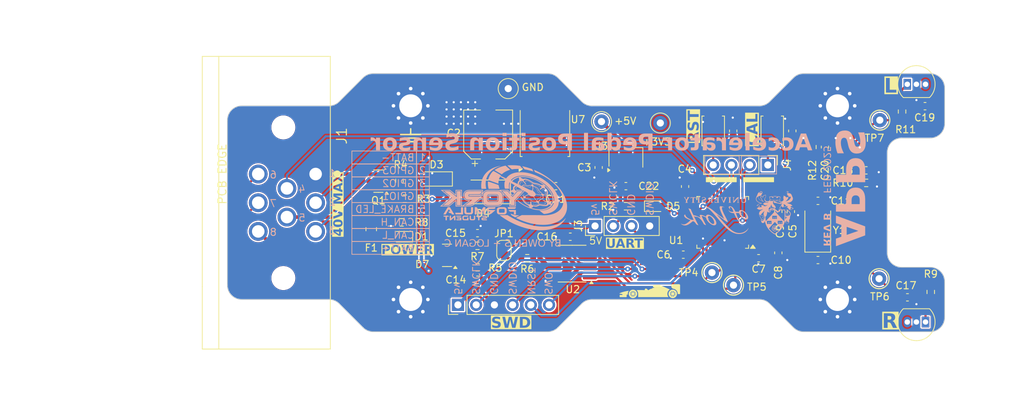
<source format=kicad_pcb>
(kicad_pcb (version 20241229) (generator "pcbnew") (generator_version "9.0")
  (layers (0 "F.Cu" mixed) (2 "B.Cu" mixed) (5 "F.SilkS" user "F.Silkscreen") (7 "B.SilkS" user "B.Silkscreen") (1 "F.Mask" user) (3 "B.Mask" user) (25 "Edge.Cuts" user))
  (net 0 "")
  (net 1 "+12V")
  (net 2 "GND")
  (net 3 "+5V")
  (net 4 "+3V3")
  (net 5 "/HSE_OUT")
  (net 6 "/HSE_IN")
  (net 7 "Net-(J4-Pin_1)")
  (net 8 "Net-(J4-Pin_4)")
  (net 9 "Net-(D4-K)")
  (net 10 "/Hall Left/OUT")
  (net 11 "/Hall Right/OUT")
  (net 12 "Net-(C14-Pad1)")
  (net 13 "Net-(D3-K)")
  (net 15 "CANH")
  (net 16 "CANL")
  (net 17 "GPIO3")
  (net 18 "GPIO1")
  (net 19 "BRAKE_LED")
  (net 20 "GPIO2")
  (net 21 "SWO")
  (net 22 "SWDIO")
  (net 23 "NRST")
  (net 24 "SWCLK")
  (net 25 "/UART_TX")
  (net 26 "/UART_RX")
  (net 27 "CALIB")
  (net 28 "Net-(JP1-A)")
  (net 29 "Net-(Q1-G)")
  (net 30 "Net-(D1-K)")
  (net 31 "Net-(U5-OUT)")
  (net 32 "Net-(U6-OUT)")
  (net 33 "CAN_RX")
  (net 34 "CAN_TX")
  (net 55 "Net-(U1-PB15)")
  (net 56 "Net-(D5-A)")
  (net 57 "Net-(D5-K)")
  (net 58 "Net-(C15-Pad1)")
  (footprint "SS49E:SS49E_TO_92_Inline" (layer "F.Cu") (at 192.23 47)
    (property "Reference" "U6" (hide yes))
    (property "Value" "SS49E")
  )
  (footprint "Capacitor_SMD:C_0603_1608Metric" (layer "F.Cu") (at 132.315 67.75)
    (property "Reference" "C15")
    (property "Value" "560p")
  )
  (footprint "TestPoint:TestPoint_Keystone_5000-5004_Miniature" (layer "F.Cu") (at 149.6 52.2)
    (property "Reference" "TP2" (hide yes))
    (property "Value" "TestPoint")
  )
  (footprint "Capacitor_SMD:C_0603_1608Metric" (layer "F.Cu") (at 132.325 74.25)
    (property "Reference" "C14")
    (property "Value" "560p")
  )
  (footprint "Resistor_SMD:R_0603_1608Metric" (layer "F.Cu") (at 122.1875 62.95 180)
    (property "Reference" "R3")
    (property "Value" "100")
  )
  (footprint "TestPoint:TestPoint_Keystone_5000-5004_Miniature" (layer "F.Cu") (at 188.4 52)
    (property "Reference" "TP7")
    (property "Value" "TestPoint")
  )
  (footprint "Resistor_SMD:R_0805_2012Metric" (layer "F.Cu") (at 117.5 67.2 90)
    (property "Reference" "F1")
    (property "Value" "Polyfuse")
  )
  (footprint "Capacitor_SMD:C_0603_1608Metric" (layer "F.Cu") (at 161.25 61.25 90)
    (property "Reference" "C4")
    (property "Value" "1u")
  )
  (footprint "Resistor_SMD:R_0603_1608Metric" (layer "F.Cu") (at 139.25 71.25)
    (property "Reference" "R6")
    (property "Value" "120")
  )
  (footprint "TestPoint:TestPoint_Keystone_5000-5004_Miniature" (layer "F.Cu") (at 168 75)
    (property "Reference" "TP5")
    (property "Value" "TestPoint")
  )
  (footprint "Capacitor_SMD:C_0603_1608Metric" (layer "F.Cu") (at 149.2 58.6 -90)
    (property "Reference" "C3")
    (property "Value" "1u")
  )
  (footprint "Package_TO_SOT_SMD:SOT-89-3" (layer "F.Cu") (at 153 57.2 90)
    (property "Reference" "U3")
    (property "Value" "MCP1700x-500xxMB")
  )
  (footprint "Button_Switch_SMD:SW_Push_SPST_NO_Alps_SKRK" (layer "F.Cu") (at 165.17 53.5 -90)
    (property "Reference" "SW2" (hide yes))
    (property "Value" "SW_Push")
  )
  (footprint "Resistor_SMD:R_0603_1608Metric" (layer "F.Cu") (at 179 55.75 90)
    (property "Reference" "R12")
    (property "Value" "1M")
  )
  (footprint "LED_SMD:LED_0603_1608Metric" (layer "F.Cu") (at 157.075 64)
    (property "Reference" "D5")
    (property "Value" "LED_Small")
  )
  (footprint "Jumper:SolderJumper-2_P1.3mm_Open_RoundedPad1.0x1.5mm" (layer "F.Cu") (at 136 70.15 90)
    (property "Reference" "JP1")
    (property "Value" "SolderJumper_2_Open")
  )
  (footprint "Capacitor_SMD:C_0603_1608Metric" (layer "F.Cu") (at 179.775 71.5)
    (property "Reference" "C10")
    (property "Value" "30p")
  )
  (footprint "Package_TO_SOT_SMD:SOT-23" (layer "F.Cu") (at 118.5 60.5 180)
    (property "Reference" "Q1")
    (property "Value" "AO3400A")
  )
  (footprint "Resistor_SMD:R_0603_1608Metric" (layer "F.Cu") (at 195.5 75.95 90)
    (property "Reference" "R9")
    (property "Value" "10k")
  )
  (footprint "Capacitor_SMD:C_0603_1608Metric" (layer "F.Cu") (at 180.75 55.75 90)
    (property "Reference" "C20")
    (property "Value" "1u")
  )
  (footprint "Capacitor_SMD:C_0603_1608Metric" (layer "F.Cu") (at 176 64.75 -90)
    (property "Reference" "C5")
    (property "Value" "1u")
  )
  (footprint "SS49E:SS49E_TO_92_Inline" (layer "F.Cu") (at 194.77 80.14 180)
    (property "Reference" "U5" (hide yes))
    (property "Value" "SS49E")
  )
  (footprint "Capacitor_SMD:C_0603_1608Metric" (layer "F.Cu") (at 186.5 59)
    (property "Reference" "C18")
    (property "Value" "1u")
  )
  (footprint "Button_Switch_SMD:SW_Push_SPST_NO_Alps_SKRK" (layer "F.Cu") (at 173.4 53.5 -90)
    (property "Reference" "SW1" (hide yes))
    (property "Value" "SW_Push")
  )
  (footprint "Resistor_SMD:R_0603_1608Metric" (layer "F.Cu") (at 121.4375 60.45 90)
    (property "Reference" "R4")
    (property "Value" "100k")
  )
  (footprint "Capacitor_SMD:CP_Elec_6.3x5.4" (layer "F.Cu") (at 133.8 54 90)
    (property "Reference" "C2")
    (property "Value" "10u")
  )
  (footprint "Capacitor_SMD:C_0603_1608Metric" (layer "F.Cu") (at 145.25 68.25 180)
    (property "Reference" "C16")
    (property "Value" "1u")
  )
  (footprint "Capacitor_SMD:C_0603_1608Metric" (layer "F.Cu") (at 179.775 63.25)
    (property "Reference" "C11")
    (property "Value" "30p")
  )
  (footprint "Resistor_SMD:R_0603_1608Metric" (layer "F.Cu") (at 153 64 180)
    (property "Reference" "R2")
    (property "Value" "330")
  )
  (footprint "Package_QFP:LQFP-48_7x7mm_P0.5mm" (layer "F.Cu") (at 166.5 66.25 180)
    (property "Reference" "U1")
    (property "Value" "STM32F103C8Tx")
  )
  (footprint "Resistor_SMD:R_0603_1608Metric" (layer "F.Cu") (at 132.325 72.5 180)
    (property "Reference" "R5")
    (property "Value" "100")
  )
  (footprint "Capacitor_SMD:C_0603_1608Metric" (layer "F.Cu") (at 143.2475 61.2 180)
    (property "Reference" "C21")
    (property "Value" "1u")
  )
  (footprint "TestPoint:TestPoint_Keystone_5000-5004_Miniature" (layer "F.Cu") (at 136.6 47.6)
    (property "Reference" "TP8" (hide yes))
    (property "Value" "TestPoint")
  )
  (footprint "Capacitor_SMD:C_0603_1608Metric" (layer "F.Cu") (at 167.96 53.5 90)
    (property "Reference" "C13" (hide yes))
    (property "Value" "100n")
  )
  (footprint "Capacitor_SMD:C_0603_1608Metric" (layer "F.Cu") (at 174.25 64.75 -90)
    (property "Reference" "C9")
    (property "Value" "100n")
  )
  (footprint "Capacitor_SMD:C_0603_1608Metric" (layer "F.Cu") (at 194.7 50.05 180)
    (property "Reference" "C19")
    (property "Value" "100n")
  )
  (footprint "Resistor_SMD:R_0603_1608Metric" (layer "F.Cu") (at 191.5 50.8 -90)
    (property "Reference" "R11")
    (property "Value" "10k")
  )
  (footprint "MountingHole:MountingHole_3.2mm_M3_Pad_Via" (layer "F.Cu") (at 123 50)
    (property "Reference" "H1" (hide yes))
    (property "Value" "MountingHole_Pad")
  )
  (footprint "TestPoint:TestPoint_Keystone_5000-5004_Miniature" (layer "F.Cu") (at 157.8 52.4)
    (property "Reference" "TP3" (hide yes))
    (property "Value" "TestPoint")
  )
  (footprint "Capacitor_SMD:C_0603_1608Metric" (layer "F.Cu") (at 176.2 53.5 90)
    (property "Reference" "C12" (hide yes))
    (property "Value" "100n")
  )
  (footprint "TestPoint:TestPoint_Keystone_5000-5004_Miniature" (layer "F.Cu") (at 165 73.25)
    (property "Reference" "TP4")
    (property "Value" "TestPoint")
  )
  (footprint "Package_TO_SOT_SMD:TO-252-2" (layer "F.Cu") (at 141.72 53.76 90)
    (property "Reference" "U7")
    (property "Value" "TPS7B88-Q1")
  )
  (footprint "Package_TO_SOT_SMD:SOT-23" (layer "F.Cu") (at 128.0625 70.85 180)
    (property "Reference" "D7")
    (property "Value" "PESD2CAN")
  )
  (footprint "Crystal:Crystal_SMD_5032-2Pin_5.0x3.2mm" (layer "F.Cu") (at 179.75 67.35 90)
    (property "Reference" "Y1")
    (property "Value" "8M")
  )
  (footprint "TestPoint:TestPoint_Keystone_5000-5004_Miniature" (layer "F.Cu") (at 188.3 74.1)
    (property "Reference" "TP6")
    (property "Value" "TestPoint")
  )
  (footprint "Resistor_SMD:R_0603_1608Metric" (layer "F.Cu") (at 186.5 60.75)
    (property "Reference" "R10")
    (property "Value" "1M")
  )
  (footprint "MountingHole:MountingHole_3.2mm_M3_Pad_Via" (layer "F.Cu") (at 182.5 77)
    (property "Reference" "H4" (hide yes))
    (property "Value" "MountingHole_Pad")
  )
  (footprint "Resistor_SMD:R_0603_1608Metric" (layer "F.Cu") (at 132.315 69.52 180)
    (property "Reference" "R7")
    (property "Value" "100")
  )
  (footprint "Connector_PinHeader_2.54mm:PinHeader_1x04_P2.54mm_Vertical" (layer "F.Cu") (at 148.7 66.75 90)
    (property "Reference" "J3")
    (property "Value" "UART")
  )
  (footprint "LED_SMD:LED_0603_1608Metric" (layer "F.Cu") (at 121.7875 68.25 180)
    (property "Reference" "D1")
    (property "Value" "LED_Small")
  )
  (footprint "Capacitor_SMD:C_0603_1608Metric" (layer "F.Cu") (at 161 70.75 180)
    (property "Reference" "C6")
    (property "Value" "1u")
  )
  (footprint "MountingHole:MountingHole_3.2mm_M3_Pad_Via" (layer "F.Cu") (at 123 77)
    (property "Reference" "H3" (hide yes))
    (property "Value" "MountingHole_Pad")
  )
  (footprint "Diode_SMD:D_SOD-123F" (layer "F.Cu") (at 126.6 60.2 180)
    (property "Reference" "D3")
    (property "Value" "1N4007")
  )
  (footprint "Capacitor_SMD:C_0603_1608Metric" (layer "F.Cu") (at 153 61.2)
    (property "Reference" "C22")
    (property "Value" "1u")
  )
  (footprint "Package_SO:SOIC-8_3.9x4.9mm_P1.27mm" (layer "F.Cu") (at 145.5 72 180)
    (property "Reference" "U2")
    (property "Value" "SN65HVD1050D")
  )
  (footprint "Capacitor_SMD:C_0603_1608Metric" (layer "F.Cu") (at 174.25 70.5 -90)
    (property "Reference" "C8")
    (property "Value" "1u")
  )
  (footprint "Connector_PinHeader_2.54mm:PinHeader_1x04_P2.54mm_Vertical" (layer "F.Cu") (at 172.79 58.25 -90)
    (property "Reference" "J4")
    (property "Value" "Conn_01x04")
  )
  (footprint "1-776280-1:TE_1-776280-1" (layer "F.Cu") (at 105.25 63.510587 -90)
    (property "Reference" "J1")
    (property "Value" "1-776280-1")
  )
  (footprint "Resistor_SMD:R_0603_1608Metric" (layer "F.Cu") (at 121.75 66.25 180)
    (property "Reference" "R8")
    (property "Value" "10k")
  )
  (footprint "Capacitor_SMD:C_0603_1608Metric" (layer "F.Cu") (at 192.25 76.7)
    (property "Reference" "C17")
    (property "Value" "100n")
  )
  (footprint "Diode_SMD:D_SMA" (layer "F.Cu") (at 133.4 62 180)
    (property "Reference" "D4")
    (property "Value" "SS34")
  )
  (footprint "Connector_PinHeader_2.54mm:PinHeader_1x06_P2.54mm_Vertical" (layer "F.Cu") (at 129.59 77.75 90)
    (property "Reference" "J2" (hide yes))
    (property "Value" "SWD")
  )
  (footprint "MountingHole:MountingHole_3.2mm_M3_Pad_Via" (layer "F.Cu") (at 182.5 50)
    (property "Reference" "H2" (hide yes))
    (property "Value" "MountingHole_Pad")
  )
  (footprint "Capacitor_SMD:C_0603_1608Metric" (layer "F.Cu") (at 171.5 71.25)
    (property "Reference" "C7")
    (property "Value" "1u")
  )
  (footprint "LOGO" (layer "B.Cu") (at 136 62.8 180)
    (property "Reference" "G***" (hide yes))
    (property "Value" "LOGO" (hide yes))
  )
  (gr_line (start 123.35 55) (end 122.65 55) (stroke (width 0.2)) (layer "F.SilkS"))
  (gr_poly (pts (xy 164.2 60) (xy 168.4 60) (xy 168.4 60.6) (xy 164.2 60.6)) (stroke (width 0.1)) (fill yes) (layer "F.SilkS"))
  (gr_line (start 123 53.2) (end 123 54) (stroke (width 0.2)) (layer "F.SilkS"))
  (gr_poly (pts (xy 154.018295 75.627963) (xy 154.048206 75.630235) (xy 154.077683 75.633976) (xy 154.106688 75.63915) (xy 154.135185 75.64572) (xy 154.163135 75.653648) (xy 154.190503 75.662899) (xy 154.21725 75.673434) (xy 154.243341 75.685218) (xy 154.268739 75.698212) (xy 154.293405 75.712381) (xy 154.317303 75.727688) (xy 154.340397 75.744095) (xy 154.362648 75.761566) (xy 154.384021 75.780064) (xy 154.404477 75.799551) (xy 154.423981 75.819992) (xy 154.442494 75.841348) (xy 154.459981 75.863584) (xy 154.476403 75.886662) (xy 154.491725 75.910546) (xy 154.505908 75.935198) (xy 154.518916 75.960582) (xy 154.530712 75.98666) (xy 154.541259 76.013396) (xy 154.55052 76.040754) (xy 154.558458 76.068695) (xy 154.565035 76.097183) (xy 154.570215 76.126182) (xy 154.573961 76.155654) (xy 154.576236 76.185563) (xy 154.577003 76.215871) (xy 154.576952 76.222197) (xy 154.576806 76.228508) (xy 154.576573 76.234805) (xy 154.576263 76.241089) (xy 154.575447 76.253621) (xy 154.57443 76.266113) (xy 154.571368 76.294195) (xy 154.56701 76.321865) (xy 154.561386 76.349092) (xy 154.554528 76.375845) (xy 154.546467 76.402091) (xy 154.537234 76.427799) (xy 154.52686 76.452939) (xy 154.515377 76.477478) (xy 154.502816 76.501385) (xy 154.489208 76.524628) (xy 154.474584 76.547177) (xy 154.458976 76.568999) (xy 154.442414 76.590064) (xy 154.424929 76.610339) (xy 154.406554 76.629793) (xy 154.387319 76.648396) (xy 154.367255 76.666114) (xy 154.346394 76.682918) (xy 154.324766 76.698774) (xy 154.302404 76.713653) (xy 154.279337 76.727522) (xy 154.255598 76.740351) (xy 154.231218 76.752107) (xy 154.206227 76.762759) (xy 154.180657 76.772275) (xy 154.154539 76.780625) (xy 154.127904 76.787777) (xy 154.100784 76.793699) (xy 154.073209 76.798359) (xy 154.045211 76.801727) (xy 154.016822 76.803771) (xy 153.988071 76.804459) (xy 153.960115 76.803807) (xy 153.932497 76.801869) (xy 153.905247 76.798674) (xy 153.878393 76.794251) (xy 153.851964 76.78863) (xy 153.82599 76.781839) (xy 153.800499 76.773908) (xy 153.77552 76.764865) (xy 153.751082 76.754739) (xy 153.727213 76.74356) (xy 153.703943 76.731356) (xy 153.6813 76.718156) (xy 153.659314 76.703991) (xy 153.638012 76.688887) (xy 153.617425 76.672875) (xy 153.59758 76.655983) (xy 153.578507 76.638241) (xy 153.560234 76.619678) (xy 153.542791 76.600322) (xy 153.526206 76.580202) (xy 153.510508 76.559348) (xy 153.495726 76.537789) (xy 153.481888 76.515553) (xy 153.479269 76.510894) (xy 153.76644 76.510894) (xy 153.775725 76.517653) (xy 153.785218 76.524131) (xy 153.794913 76.530323) (xy 153.804806 76.53622) (xy 153.814892 76.541816) (xy 153.825164 76.547105) (xy 153.835619 76.552079) (xy 153.846251 76.556731) (xy 153.857054 76.561055) (xy 153.868025 76.565043) (xy 153.879156 76.568689) (xy 153.890444 76.571986) (xy 153.901884 76.574926) (xy 153.913469 76.577504) (xy 153.925195 76.579711) (xy 153.937058 76.581542) (xy 153.937058 76.411781) (xy 154.039 76.411781) (xy 154.039 76.581542) (xy 154.050907 76.579713) (xy 154.062673 76.577511) (xy 154.074292 76.574941) (xy 154.085761 76.57201) (xy 154.097074 76.568724) (xy 154.108227 76.565089) (xy 154.119214 76.561111) (xy 154.130031 76.556796) (xy 154.140674 76.55215) (xy 154.151136 76.547181) (xy 154.161415 76.541893) (xy 154.171504 76.536292) (xy 154.1814 76.530386) (xy 154.191096 76.524181) (xy 154.200589 76.517681) (xy 154.209874 76.510894) (xy 154.090271 76.390862) (xy 154.084234 76.394243) (xy 154.078088 76.397386) (xy 154.071833 76.400299) (xy 154.065471 76.402993) (xy 154.059005 76.405479) (xy 154.052436 76.407765) (xy 154.045767 76.409863) (xy 154.039 76.411781) (xy 153.937058 76.411781) (xy 153.937058 76.41161) (xy 153.930364 76.409773) (xy 153.923735 76.407732) (xy 153.917183 76.405484) (xy 153.910725 76.403026) (xy 153.904376 76.400354) (xy 153.89815 76.397467) (xy 153.892063 76.394361) (xy 153.889076 76.392725) (xy 153.886129 76.391033) (xy 153.76644 76.510894) (xy 153.479269 76.510894) (xy 153.469025 76.49267) (xy 153.457163 76.469168) (xy 153.446333 76.445077) (xy 153.436564 76.420425) (xy 153.427883 76.395242) (xy 153.42032 76.369557) (xy 153.413904 76.343398) (xy 153.408664 76.316795) (xy 153.404628 76.289777) (xy 153.403464 76.28069) (xy 153.402423 76.271562) (xy 153.402044 76.267742) (xy 153.622144 76.267742) (xy 153.624022 76.279656) (xy 153.626275 76.291441) (xy 153.628897 76.303091) (xy 153.631882 76.314598) (xy 153.635223 76.325956) (xy 153.638913 76.33716) (xy 153.642947 76.348201) (xy 153.647318 76.359074) (xy 153.65202 76.369773) (xy 153.657046 76.38029) (xy 153.662389 76.390619) (xy 153.668044 76.400753) (xy 153.674004 76.410687) (xy 153.680262 76.420414) (xy 153.686813 76.429926) (xy 153.693649 76.439218) (xy 153.814024 76.319013) (xy 153.813926 76.318842) (xy 154.162376 76.318842) (xy 154.283009 76.43956) (xy 154.289846 76.430265) (xy 154.296372 76.420742) (xy 154.302582 76.410998) (xy 154.308474 76.401043) (xy 154.314045 76.390882) (xy 154.319292 76.380524) (xy 154.324213 76.369976) (xy 154.328803 76.359246) (xy 154.333061 76.348341) (xy 154.336984 76.337268) (xy 154.340568 76.326036) (xy 154.343811 76.314651) (xy 154.34671 76.303122) (xy 154.349262 76.291456) (xy 154.351464 76.27966) (xy 154.353313 76.267742) (xy 154.184239 76.267742) (xy 154.183289 76.271165) (xy 154.182273 76.274555) (xy 154.181193 76.277912) (xy 154.180051 76.281236) (xy 154.177593 76.287791) (xy 154.174915 76.294224) (xy 154.172036 76.300541) (xy 154.168975 76.306746) (xy 154.165749 76.312845) (xy 154.162376 76.318842) (xy 153.813926 76.318842) (xy 153.810571 76.312977) (xy 153.807348 76.306831) (xy 153.804349 76.300576) (xy 153.801571 76.294214) (xy 153.79901 76.287748) (xy 153.796663 76.281179) (xy 153.794524 76.27451) (xy 153.79259 76.267742) (xy 153.622144 76.267742) (xy 153.402044 76.267742) (xy 153.401514 76.262391) (xy 153.400748 76.253178) (xy 153.400135 76.24392) (xy 153.399684 76.234617) (xy 153.399407 76.225268) (xy 153.399312 76.215871) (xy 153.400078 76.185556) (xy 153.40158 76.165801) (xy 153.622658 76.165801) (xy 153.79199 76.165801) (xy 153.792876 76.162371) (xy 153.793828 76.158965) (xy 153.794846 76.155582) (xy 153.795928 76.152222) (xy 153.798277 76.145575) (xy 153.800864 76.139029) (xy 153.803675 76.132587) (xy 153.806699 76.126254) (xy 153.809924 76.120034) (xy 153.813291 76.114015) (xy 154.163062 76.114015) (xy 154.166444 76.120091) (xy 154.169638 76.126292) (xy 154.172633 76.132613) (xy 154.175419 76.13905) (xy 154.177983 76.145601) (xy 154.180315 76.152259) (xy 154.182404 76.159023) (xy 154.184239 76.165886) (xy 154.184239 76.165972) (xy 154.353656 76.165972) (xy 154.351832 76.153985) (xy 154.349643 76.142142) (xy 154.347093 76.130446) (xy 154.344186 76.118903) (xy 154.340927 76.107518) (xy 154.337321 76.096294) (xy 154.333371 76.085237) (xy 154.329082 76.074351) (xy 154.324458 76.06364) (xy 154.319504 76.053111) (xy 154.314225 76.042766) (xy 154.308624 76.032611) (xy 154.302706 76.022651) (xy 154.296476 76.012889) (xy 154.289937 76.003332) (xy 154.283094 75.993982) (xy 154.163062 76.114015) (xy 153.813291 76.114015) (xy 153.813338 76.11393) (xy 153.693134 75.993897) (xy 153.686321 76.00326) (xy 153.679806 76.012828) (xy 153.673594 76.022596) (xy 153.66769 76.03256) (xy 153.6621 76.042716) (xy 153.656827 76.053058) (xy 153.651877 76.063583) (xy 153.647254 76.074286) (xy 153.642964 76.085163) (xy 153.639012 76.09621) (xy 153.635402 76.107421) (xy 153.632139 76.118794) (xy 153.629228 76.130322) (xy 153.626675 76.142002) (xy 153.624483 76.15383) (xy 153.622658 76.165801) (xy 153.40158 76.165801) (xy 153.402353 76.15564) (xy 153.406099 76.126162) (xy 153.411279 76.097159) (xy 153.417855 76.068666) (xy 153.425792 76.040722) (xy 153.435052 76.013362) (xy 153.445597 75.986624) (xy 153.457391 75.960544) (xy 153.470396 75.93516) (xy 153.478085 75.921791) (xy 153.765411 75.921791) (xy 153.885101 76.041653) (xy 153.891233 76.03821) (xy 153.897475 76.034958) (xy 153.903823 76.031906) (xy 153.910275 76.02906) (xy 153.916828 76.026426) (xy 153.923477 76.024013) (xy 153.930222 76.021827) (xy 153.937058 76.019875) (xy 153.937143 75.850629) (xy 154.039 75.850629) (xy 154.039085 76.019875) (xy 154.045985 76.021827) (xy 154.05279 76.024013) (xy 154.059495 76.026427) (xy 154.066093 76.02906) (xy 154.072578 76.031906) (xy 154.078945 76.034958) (xy 154.085188 76.03821) (xy 154.091299 76.041653) (xy 154.211075 75.921877) (xy 154.20174 75.914986) (xy 154.192192 75.9084) (xy 154.182438 75.902121) (xy 154.172481 75.896156) (xy 154.162326 75.890508) (xy 154.15198 75.885182) (xy 154.141445 75.880183) (xy 154.130728 75.875515) (xy 154.119833 75.871182) (xy 154.108765 75.867189) (xy 154.097529 75.863541) (xy 154.08613 75.860243) (xy 154.074572 75.857298) (xy 154.062862 75.854711) (xy 154.051002 75.852486) (xy 154.039 75.850629) (xy 153.937143 75.850629) (xy 153.9252 75.852485) (xy 153.913391 75.854707) (xy 153.901722 75.85729) (xy 153.890199 75.860229) (xy 153.878828 75.863522) (xy 153.867614 75.867162) (xy 153.856564 75.871147) (xy 153.845683 75.875472) (xy 153.834976 75.880132) (xy 153.82445 75.885124) (xy 153.814111 75.890442) (xy 153.803963 75.896084) (xy 153.794014 75.902044) (xy 153.784268 75.908318) (xy 153.774732 75.914902) (xy 153.765411 75.921791) (xy 153.478085 75.921791) (xy 153.484576 75.910508) (xy 153.499893 75.886625) (xy 153.516311 75.863547) (xy 153.533791 75.841313) (xy 153.552298 75.819958) (xy 153.571794 75.799519) (xy 153.592242 75.780034) (xy 153.613605 75.761538) (xy 153.635846 75.74407) (xy 153.658928 75.727665) (xy 153.682813 75.712362) (xy 153.707464 75.698195) (xy 153.732846 75.685203) (xy 153.758919 75.673422) (xy 153.785648 75.662889) (xy 153.812995 75.653641) (xy 153.840924 75.645714) (xy 153.869396 75.639147) (xy 153.898376 75.633974) (xy 153.927825 75.630234) (xy 153.957708 75.627963) (xy 153.987986 75.627197)) (stroke (width -0.000001)) (fill yes) (layer "F.SilkS"))
  (gr_poly (pts (xy 160.411893 74.868451) (xy 160.419786 74.869052) (xy 160.427565 74.87004) (xy 160.43522 74.871408) (xy 160.44274 74.873145) (xy 160.450118 74.87524) (xy 160.457341 74.877685) (xy 160.464402 74.88047) (xy 160.471289 74.883585) (xy 160.477993 74.88702) (xy 160.484504 74.890765) (xy 160.490812 74.894811) (xy 160.496908 74.899148) (xy 160.502782 74.903767) (xy 160.508423 74.908656) (xy 160.513822 74.913807) (xy 160.51897 74.919211) (xy 160.523855 74.924856) (xy 160.528469 74.930734) (xy 160.532801 74.936834) (xy 160.536842 74.943148) (xy 160.540582 74.949665) (xy 160.544011 74.956375) (xy 160.547119 74.963269) (xy 160.549896 74.970336) (xy 160.552333 74.977568) (xy 160.55442 74.984955) (xy 160.556146 74.992486) (xy 160.557502 75.000152) (xy 160.558479 75.007943) (xy 160.559065 75.01585) (xy 160.559252 75.023862) (xy 160.559252 76.244421) (xy 160.223847 76.244421) (xy 160.224255 76.237307) (xy 160.224736 76.230136) (xy 160.224956 76.226541) (xy 160.225137 76.222948) (xy 160.225259 76.219361) (xy 160.225304 76.215785) (xy 160.224419 76.179844) (xy 160.221789 76.144358) (xy 160.217458 76.109369) (xy 160.211467 76.074916) (xy 160.203857 76.041043) (xy 160.194671 76.007789) (xy 160.183951 75.975198) (xy 160.171737 75.943309) (xy 160.158073 75.912164) (xy 160.142999 75.881805) (xy 160.126557 75.852273) (xy 160.10879 75.82361) (xy 160.089739 75.795856) (xy 160.069446 75.769052) (xy 160.047952 75.743242) (xy 160.0253 75.718465) (xy 160.001531 75.694763) (xy 159.976687 75.672178) (xy 159.95081 75.65075) (xy 159.923942 75.630521) (xy 159.896124 75.611533) (xy 159.867398 75.593827) (xy 159.837806 75.577444) (xy 159.80739 75.562425) (xy 159.776192 75.548813) (xy 159.744252 75.536647) (xy 159.711614 75.52597) (xy 159.678319 75.516823) (xy 159.644409 75.509248) (xy 159.609925 75.503285) (xy 159.57491 75.498976) (xy 159.539404 75.496362) (xy 159.380361 75.337404) (xy 159.375045 75.331818) (xy 159.370035 75.326) (xy 159.365335 75.319963) (xy 159.360949 75.313719) (xy 159.356885 75.307283) (xy 159.353146 75.300667) (xy 159.349738 75.293884) (xy 159.346666 75.286948) (xy 159.343936 75.279871) (xy 159.341553 75.272666) (xy 159.339522 75.265346) (xy 159.337849 75.257926) (xy 159.336538 75.250416) (xy 159.335595 75.242832) (xy 159.335025 75.235185) (xy 159.334834 75.227489) (xy 159.334834 75.023776) (xy 159.335037 75.015772) (xy 159.335637 75.007872) (xy 159.336626 75.000088) (xy 159.337994 74.992428) (xy 159.33973 74.984903) (xy 159.341826 74.977522) (xy 159.344271 74.970295) (xy 159.347056 74.963232) (xy 159.350171 74.956343) (xy 159.353606 74.949637) (xy 159.357351 74.943124) (xy 159.361397 74.936814) (xy 159.365734 74.930716) (xy 159.370352 74.924841) (xy 159.375242 74.919198) (xy 159.380393 74.913797) (xy 159.385797 74.908647) (xy 159.391442 74.903759) (xy 159.39732 74.899143) (xy 159.403421 74.894807) (xy 159.409734 74.890762) (xy 159.416251 74.887017) (xy 159.422961 74.883583) (xy 159.429855 74.880469) (xy 159.436922 74.877685) (xy 159.444154 74.87524) (xy 159.451541 74.873144) (xy 159.459072 74.871408) (xy 159.466738 74.87004) (xy 159.474529 74.869052) (xy 159.482436 74.868451) (xy 159.490448 74.868249) (xy 160.403896 74.868249)) (stroke (width -0.000001)) (fill yes) (layer "F.SilkS"))
  (gr_poly (pts (xy 159.131808 75.599333) (xy 159.093497 75.624196) (xy 159.056891 75.651358) (xy 159.022097 75.680717) (xy 158.989219 75.712171) (xy 158.958363 75.745617) (xy 158.929636 75.780954) (xy 158.903143 75.818078) (xy 158.87899 75.856888) (xy 158.857282 75.897281) (xy 158.838126 75.939156) (xy 158.821626 75.98241) (xy 158.80789 76.02694) (xy 158.797021 76.072645) (xy 158.789127 76.119423) (xy 158.784314 76.16717) (xy 158.782685 76.215785) (xy 158.782789 76.226589) (xy 158.783097 76.237529) (xy 158.783603 76.248612) (xy 158.784304 76.259844) (xy 158.785193 76.271232) (xy 158.786266 76.282785) (xy 158.787519 76.294508) (xy 158.788945 76.306409) (xy 158.792665 76.332259) (xy 158.797288 76.357777) (xy 158.802795 76.382948) (xy 158.809169 76.407759) (xy 158.816391 76.432196) (xy 158.824444 76.456243) (xy 158.83331 76.479887) (xy 158.84297 76.503113) (xy 158.853406 76.525907) (xy 158.864602 76.548255) (xy 158.876538 76.570142) (xy 158.889197 76.591554) (xy 158.902561 76.612476) (xy 158.916612 76.632896) (xy 158.931331 76.652797) (xy 158.946702 76.672166) (xy 154.712725 76.672166) (xy 154.709382 76.216042) (xy 154.708347 76.177295) (xy 154.705278 76.139086) (xy 154.700229 76.101468) (xy 154.693255 76.064489) (xy 154.684409 76.028201) (xy 154.673745 75.992654) (xy 154.661317 75.9579) (xy 154.647179 75.923988) (xy 154.631386 75.890969) (xy 154.61399 75.858894) (xy 154.595047 75.827814) (xy 154.57461 75.797778) (xy 154.552734 75.768838) (xy 154.529471 75.741045) (xy 154.504877 75.714448) (xy 154.479005 75.689099) (xy 154.712076 75.682721) (xy 154.927214 75.680254) (xy 155.120368 75.680755) (xy 155.287488 75.68328) (xy 155.424522 75.686887) (xy 155.527419 75.690631) (xy 155.614598 75.694758) (xy 155.669041 75.498076) (xy 155.680171 75.494524) (xy 155.691238 75.491379) (xy 155.702226 75.488622) (xy 155.713121 75.486234) (xy 155.723908 75.484195) (xy 155.73457 75.482487) (xy 155.745095 75.48109) (xy 155.755465 75.479986) (xy 155.772349 75.478951) (xy 155.789151 75.478954) (xy 155.805828 75.479976) (xy 155.822337 75.482001) (xy 155.838637 75.48501) (xy 155.854684 75.488986) (xy 155.870435 75.493912) (xy 155.88585 75.49977) (xy 155.900885 75.506542) (xy 155.915498 75.51421) (xy 155.929645 75.522758) (xy 155.943286 75.532168) (xy 155.956377 75.542421) (xy 155.968877 75.553501) (xy 155.980741 75.56539) (xy 155.991929 75.57807) (xy 156.088898 75.694758) (xy 156.102346 75.694128) (xy 156.115782 75.692294) (xy 156.129235 75.689341) (xy 156.142734 75.685354) (xy 156.169985 75.674617) (xy 156.197766 75.660759) (xy 156.226307 75.644461) (xy 156.25584 75.626401) (xy 156.318803 75.587704) (xy 156.352695 75.568426) (xy 156.388502 75.550097) (xy 156.426454 75.533398) (xy 156.466783 75.519006) (xy 156.487911 75.512887) (xy 156.50972 75.507599) (xy 156.532238 75.503228) (xy 156.555494 75.499857) (xy 156.579517 75.497571) (xy 156.604337 75.496456) (xy 156.629982 75.496597) (xy 156.65648 75.498077) (xy 156.669084 75.460438) (xy 156.672326 75.45178) (xy 156.676208 75.443506) (xy 156.680697 75.43564) (xy 156.685757 75.428206) (xy 156.691356 75.421228) (xy 156.697457 75.414731) (xy 156.704027 75.408737) (xy 156.711031 75.403273) (xy 156.718435 75.39836) (xy 156.726205 75.394025) (xy 156.734306 75.39029) (xy 156.742703 75.387181) (xy 156.751363 75.38472) (xy 156.76025 75.382933) (xy 156.769331 75.381843) (xy 156.778571 75.381474) (xy 156.936414 75.381474) (xy 156.936414 75.295993) (xy 156.874682 75.295993) (xy 156.86985 75.295871) (xy 156.865081 75.295508) (xy 156.860382 75.29491) (xy 156.855759 75.294083) (xy 156.851218 75.293034) (xy 156.846765 75.291767) (xy 156.842404 75.290289) (xy 156.838143 75.288607) (xy 156.833988 75.286725) (xy 156.829943 75.284649) (xy 156.826015 75.282387) (xy 156.82221 75.279943) (xy 156.818533 75.277323) (xy 156.81499 75.274534) (xy 156.811588 75.271582) (xy 156.808332 75.268472) (xy 156.805228 75.26521) (xy 156.802282 75.261802) (xy 156.799499 75.258255) (xy 156.796886 75.254573) (xy 156.794449 75.250764) (xy 156.792192 75.246832) (xy 156.790123 75.242785) (xy 156.788247 75.238627) (xy 156.786569 75.234365) (xy 156.785097 75.230005) (xy 156.783834 75.225552) (xy 156.782788 75.221013) (xy 156.781965 75.216393) (xy 156.781369 75.211699) (xy 156.781007 75.206936) (xy 156.780886 75.202111) (xy 156.780886 75.07882) (xy 156.781008 75.073987) (xy 156.78137 75.069218) (xy 156.781967 75.064518) (xy 156.782792 75.059894) (xy 156.78384 75.05535) (xy 156.785104 75.050895) (xy 156.786579 75.046532) (xy 156.788259 75.042268) (xy 156.790138 75.038109) (xy 156.79221 75.034061) (xy 156.794469 75.030129) (xy 156.796909 75.02632) (xy 156.799525 75.02264) (xy 156.80231 75.019093) (xy 156.805258 75.015687) (xy 156.808364 75.012427) (xy 156.811622 75.009319) (xy 156.815026 75.006369) (xy 156.81857 75.003582) (xy 156.822247 75.000966) (xy 156.826053 74.998524) (xy 156.829981 74.996264) (xy 156.834025 74.994192) (xy 156.83818 74.992312) (xy 156.842439 74.990632) (xy 156.846796 74.989156) (xy 156.851247 74.987892) (xy 156.855784 74.986844) (xy 156.860402 74.986019) (xy 156.865095 74.985422) (xy 156.869857 74.98506) (xy 156.874682 74.984938) (xy 157.744832 74.984938)) (stroke (width -0.000001)) (fill yes) (layer "F.SilkS"))
  (gr_poly (pts (xy 153.4 75.8) (xy 153.383757 75.823871) (xy 153.368445 75.848396) (xy 153.354091 75.873552) (xy 153.340723 75.899314) (xy 153.328371 75.925658) (xy 153.317061 75.95256) (xy 153.306822 75.979996) (xy 153.297683 76.007942) (xy 153.289671 76.036372) (xy 153.282814 76.065263) (xy 153.277141 76.094591) (xy 153.27268 76.124332) (xy 153.269458 76.15446) (xy 153.267505 76.184953) (xy 153.266847 76.215785) (xy 153.266948 76.226589) (xy 153.267248 76.237526) (xy 153.267747 76.248603) (xy 153.268444 76.259822) (xy 153.269338 76.271191) (xy 153.270428 76.282713) (xy 153.271713 76.294394) (xy 153.273192 76.306239) (xy 153.273475 76.308278) (xy 153.273801 76.310285) (xy 153.274532 76.314234) (xy 153.275278 76.318151) (xy 153.275624 76.320118) (xy 153.275936 76.3221) (xy 153.111148 76.3221) (xy 153.111148 76.609664) (xy 153.111067 76.612883) (xy 153.110826 76.61606) (xy 153.110429 76.61919) (xy 153.10988 76.62227) (xy 153.109182 76.625295) (xy 153.108341 76.628262) (xy 153.107359 76.631168) (xy 153.106241 76.634007) (xy 153.10499 76.636776) (xy 153.103611 76.639471) (xy 153.102107 76.642088) (xy 153.100482 76.644624) (xy 153.098741 76.647074) (xy 153.096886 76.649435) (xy 153.094923 76.651702) (xy 153.092854 76.653872) (xy 153.090684 76.655941) (xy 153.088417 76.657905) (xy 153.086056 76.659759) (xy 153.083606 76.661501) (xy 153.08107 76.663125) (xy 153.078452 76.664629) (xy 153.075757 76.666009) (xy 153.072988 76.667259) (xy 153.070149 76.668378) (xy 153.067244 76.669359) (xy 153.064277 76.670201) (xy 153.061251 76.670898) (xy 153.058172 76.671447) (xy 153.055041 76.671844) (xy 153.051865 76.672085) (xy 153.048645 76.672167) (xy 152.193928 76.672167) (xy 152.190709 76.672085) (xy 152.187533 76.671843) (xy 152.184404 76.671445) (xy 152.181326 76.670895) (xy 152.178302 76.670196) (xy 152.175337 76.669352) (xy 152.172435 76.668368) (xy 152.169599 76.667247) (xy 152.166833 76.665994) (xy 152.164141 76.664612) (xy 152.161527 76.663106) (xy 152.158995 76.661478) (xy 152.156548 76.659734) (xy 152.154192 76.657877) (xy 152.151928 76.655911) (xy 152.149762 76.65384) (xy 152.147698 76.651668) (xy 152.145738 76.649399) (xy 152.143888 76.647038) (xy 152.14215 76.644586) (xy 152.140529 76.64205) (xy 152.139028 76.639433) (xy 152.137652 76.636738) (xy 152.136405 76.63397) (xy 152.13529 76.631133) (xy 152.13431 76.628231) (xy 152.133471 76.625267) (xy 152.132776 76.622245) (xy 152.132228 76.61917) (xy 152.131832 76.616046) (xy 152.131592 76.612876) (xy 152.131511 76.609664) (xy 152.131511 76.423442) (xy 152.131592 76.420223) (xy 152.131833 76.417047) (xy 152.13223 76.413918) (xy 152.132779 76.41084) (xy 152.133476 76.407816) (xy 152.134318 76.404851) (xy 152.135299 76.401949) (xy 152.136417 76.399113) (xy 152.137667 76.396347) (xy 152.139046 76.393655) (xy 152.140549 76.391041) (xy 152.142172 76.388509) (xy 152.143913 76.386062) (xy 152.145766 76.383706) (xy 152.147728 76.381442) (xy 152.149795 76.379276) (xy 152.151962 76.377212) (xy 152.154227 76.375252) (xy 152.156585 76.373401) (xy 152.159033 76.371664) (xy 152.161565 76.370043) (xy 152.164179 76.368542) (xy 152.16687 76.367166) (xy 152.169635 76.365919) (xy 152.172469 76.364803) (xy 152.175369 76.363824) (xy 152.178331 76.362985) (xy 152.18135 76.36229) (xy 152.184424 76.361742) (xy 152.187547 76.361346) (xy 152.190717 76.361106) (xy 152.193928 76.361025) (xy 152.535764 76.361025) (xy 152.534492 76.342386) (xy 152.530787 76.325456) (xy 152.524811 76.310141) (xy 152.516724 76.296349) (xy 152.506691 76.283987) (xy 152.494873 76.272962) (xy 152.481432 76.263181) (xy 152.46653 76.254551) (xy 152.450331 76.246979) (xy 152.432996 76.240372) (xy 152.414687 76.234637) (xy 152.395567 76.229682) (xy 152.355541 76.221738) (xy 152.314218 76.215796) (xy 152.232869 76.206946) (xy 152.19544 76.202551) (xy 152.161905 76.197184) (xy 152.133563 76.190103) (xy 152.121744 76.185688) (xy 152.111711 76.180565) (xy 152.103625 76.174641) (xy 152.097648 76.167824) (xy 152.093943 76.160021) (xy 152.092672 76.151139) (xy 152.159236 76.11637) (xy 152.22879 76.083315) (xy 152.301157 76.051932) (xy 152.376158 76.022178) (xy 152.453617 75.994011) (xy 152.533356 75.967389) (xy 152.698965 75.918608) (xy 152.871567 75.875499) (xy 153.049744 75.837722) (xy 153.232076 75.804938) (xy 153.417145 75.776809)) (stroke (width -0.000001)) (fill yes) (layer "F.SilkS"))
  (gr_poly (pts (xy 159.559861 75.627963) (xy 159.589779 75.630235) (xy 159.61926 75.633976) (xy 159.648269 75.63915) (xy 159.676767 75.64572) (xy 159.704719 75.653648) (xy 159.732087 75.662899) (xy 159.758834 75.673434) (xy 159.784924 75.685218) (xy 159.810319 75.698212) (xy 159.834982 75.712381) (xy 159.858878 75.727688) (xy 159.881968 75.744095) (xy 159.904215 75.761566) (xy 159.925584 75.780064) (xy 159.946036 75.799551) (xy 159.965536 75.819992) (xy 159.984046 75.841348) (xy 160.001528 75.863584) (xy 160.017947 75.886662) (xy 160.033266 75.910546) (xy 160.047447 75.935198) (xy 160.060453 75.960582) (xy 160.072247 75.98666) (xy 160.082794 76.013396) (xy 160.092055 76.040754) (xy 160.099994 76.068695) (xy 160.106573 76.097183) (xy 160.111757 76.126182) (xy 160.115507 76.155654) (xy 160.117788 76.185563) (xy 160.118562 76.215871) (xy 160.118519 76.222197) (xy 160.118392 76.228508) (xy 160.118186 76.234805) (xy 160.117908 76.241089) (xy 160.117151 76.253621) (xy 160.116161 76.266113) (xy 160.113091 76.294195) (xy 160.108725 76.321865) (xy 160.103094 76.349092) (xy 160.09623 76.375845) (xy 160.088163 76.402091) (xy 160.078924 76.427799) (xy 160.068546 76.452939) (xy 160.057058 76.477478) (xy 160.044493 76.501385) (xy 160.03088 76.524628) (xy 160.016253 76.547177) (xy 160.000641 76.568999) (xy 159.984076 76.590064) (xy 159.966589 76.610339) (xy 159.948211 76.629793) (xy 159.928974 76.648396) (xy 159.908908 76.666114) (xy 159.888046 76.682918) (xy 159.866417 76.698774) (xy 159.844053 76.713653) (xy 159.820985 76.727522) (xy 159.797245 76.740351) (xy 159.772864 76.752107) (xy 159.747872 76.762759) (xy 159.722302 76.772275) (xy 159.696184 76.780625) (xy 159.669549 76.787777) (xy 159.642428 76.793699) (xy 159.614854 76.798359) (xy 159.586856 76.801727) (xy 159.558466 76.803771) (xy 159.529716 76.804459) (xy 159.501759 76.803807) (xy 159.47414 76.801869) (xy 159.446889 76.798674) (xy 159.420034 76.794251) (xy 159.393603 76.78863) (xy 159.367627 76.781839) (xy 159.342133 76.773908) (xy 159.317151 76.764865) (xy 159.29271 76.754739) (xy 159.268838 76.74356) (xy 159.245564 76.731356) (xy 159.222918 76.718156) (xy 159.200927 76.703991) (xy 159.179622 76.688887) (xy 159.15903 76.672875) (xy 159.139182 76.655983) (xy 159.120105 76.638241) (xy 159.101828 76.619678) (xy 159.084381 76.600322) (xy 159.067792 76.580202) (xy 159.05209 76.559348) (xy 159.037304 76.537789) (xy 159.023464 76.515553) (xy 159.020844 76.510894) (xy 159.308 76.510894) (xy 159.317271 76.517653) (xy 159.326753 76.524131) (xy 159.336441 76.530323) (xy 159.34633 76.53622) (xy 159.356413 76.541816) (xy 159.366686 76.547105) (xy 159.377143 76.552079) (xy 159.387778 76.556731) (xy 159.398586 76.561055) (xy 159.409562 76.565043) (xy 159.420699 76.568689) (xy 159.431992 76.571986) (xy 159.443436 76.574926) (xy 159.455025 76.577504) (xy 159.466754 76.579711) (xy 159.478617 76.581542) (xy 159.478703 76.581542) (xy 159.478703 76.411781) (xy 159.580558 76.411781) (xy 159.580558 76.581542) (xy 159.592467 76.579713) (xy 159.604236 76.577511) (xy 159.61586 76.574941) (xy 159.627335 76.57201) (xy 159.638656 76.568724) (xy 159.649818 76.565089) (xy 159.660815 76.561111) (xy 159.671644 76.556796) (xy 159.682299 76.55215) (xy 159.692775 76.547181) (xy 159.703068 76.541893) (xy 159.713172 76.536292) (xy 159.723083 76.530386) (xy 159.732795 76.524181) (xy 159.742304 76.517681) (xy 159.751605 76.510894) (xy 159.631915 76.390862) (xy 159.625851 76.394243) (xy 159.619683 76.397386) (xy 159.613412 76.400299) (xy 159.607041 76.402993) (xy 159.600568 76.405479) (xy 159.593996 76.407765) (xy 159.587326 76.409863) (xy 159.580558 76.411781) (xy 159.478703 76.411781) (xy 159.47201 76.409916) (xy 159.465379 76.407855) (xy 159.458825 76.405595) (xy 159.45236 76.403133) (xy 159.446001 76.400465) (xy 159.43976 76.39759) (xy 159.433651 76.394504) (xy 159.42769 76.391204) (xy 159.308 76.510894) (xy 159.020844 76.510894) (xy 159.010597 76.49267) (xy 158.998733 76.469168) (xy 158.9879 76.445077) (xy 158.978128 76.420425) (xy 158.969446 76.395242) (xy 158.961881 76.369557) (xy 158.955464 76.343398) (xy 158.950223 76.316795) (xy 158.946186 76.289777) (xy 158.945023 76.28069) (xy 158.943982 76.271562) (xy 158.943603 76.267742) (xy 159.163703 76.267742) (xy 159.165581 76.279656) (xy 159.167834 76.291441) (xy 159.170456 76.303091) (xy 159.173441 76.314598) (xy 159.176782 76.325956) (xy 159.180473 76.33716) (xy 159.184507 76.348201) (xy 159.188878 76.359074) (xy 159.193579 76.369773) (xy 159.198605 76.38029) (xy 159.203948 76.390619) (xy 159.209603 76.400753) (xy 159.215563 76.410687) (xy 159.221821 76.420414) (xy 159.228372 76.429926) (xy 159.235208 76.439218) (xy 159.355583 76.319013) (xy 159.355485 76.318842) (xy 159.703935 76.318842) (xy 159.824653 76.43956) (xy 159.831475 76.430265) (xy 159.837985 76.420742) (xy 159.84418 76.410998) (xy 159.850058 76.401043) (xy 159.855617 76.390882) (xy 159.860854 76.380524) (xy 159.865766 76.369976) (xy 159.870351 76.359246) (xy 159.874607 76.348341) (xy 159.878531 76.337268) (xy 159.88212 76.326036) (xy 159.885372 76.314651) (xy 159.888284 76.303122) (xy 159.890854 76.291456) (xy 159.893079 76.27966) (xy 159.894958 76.267742) (xy 159.725884 76.267742) (xy 159.724933 76.271165) (xy 159.723914 76.274555) (xy 159.72283 76.277912) (xy 159.721683 76.281236) (xy 159.71921 76.287791) (xy 159.716517 76.294224) (xy 159.713623 76.300541) (xy 159.710548 76.306746) (xy 159.707312 76.312845) (xy 159.703935 76.318842) (xy 159.355485 76.318842) (xy 159.35213 76.312977) (xy 159.348906 76.306831) (xy 159.345908 76.300576) (xy 159.34313 76.294214) (xy 159.340569 76.287748) (xy 159.338222 76.281179) (xy 159.336083 76.27451) (xy 159.334149 76.267742) (xy 159.163703 76.267742) (xy 158.943603 76.267742) (xy 158.943073 76.262391) (xy 158.942307 76.253178) (xy 158.941694 76.24392) (xy 158.941243 76.234617) (xy 158.940966 76.225268) (xy 158.940871 76.215871) (xy 158.941637 76.185556) (xy 158.943139 76.165801) (xy 159.164132 76.165801) (xy 159.333549 76.165801) (xy 159.335412 76.158965) (xy 159.337524 76.152222) (xy 159.339875 76.145575) (xy 159.342455 76.139029) (xy 159.345257 76.132587) (xy 159.348271 76.126254) (xy 159.351487 76.120034) (xy 159.35485 76.114015) (xy 159.704535 76.114015) (xy 159.707938 76.120091) (xy 159.711137 76.126292) (xy 159.714126 76.132613) (xy 159.716903 76.13905) (xy 159.719462 76.145601) (xy 159.721801 76.152259) (xy 159.723914 76.159023) (xy 159.725798 76.165886) (xy 159.725798 76.165972) (xy 159.895044 76.165972) (xy 159.893235 76.153985) (xy 159.891059 76.142142) (xy 159.88852 76.130446) (xy 159.885623 76.118903) (xy 159.882373 76.107518) (xy 159.878773 76.096294) (xy 159.874829 76.085237) (xy 159.870544 76.074351) (xy 159.865924 76.06364) (xy 159.860973 76.053111) (xy 159.855696 76.042766) (xy 159.850096 76.032611) (xy 159.844179 76.022651) (xy 159.837949 76.012889) (xy 159.83141 76.003332) (xy 159.824568 75.993982) (xy 159.704535 76.114015) (xy 159.35485 76.114015) (xy 159.354898 76.11393) (xy 159.23478 75.993897) (xy 159.227951 76.00326) (xy 159.221423 76.012828) (xy 159.215199 76.022596) (xy 159.209284 76.03256) (xy 159.203684 76.042716) (xy 159.198402 76.053058) (xy 159.193444 76.063583) (xy 159.188813 76.074286) (xy 159.184515 76.085163) (xy 159.180555 76.09621) (xy 159.176936 76.107421) (xy 159.173663 76.118794) (xy 159.170742 76.130322) (xy 159.168177 76.142002) (xy 159.165972 76.15383) (xy 159.164132 76.165801) (xy 158.943139 76.165801) (xy 158.943912 76.15564) (xy 158.947658 76.126162) (xy 158.952838 76.097159) (xy 158.959414 76.068666) (xy 158.967351 76.040722) (xy 158.976611 76.013362) (xy 158.987156 75.986624) (xy 158.99895 75.960544) (xy 159.011955 75.93516) (xy 159.019644 75.921791) (xy 159.30697 75.921791) (xy 159.42666 76.041653) (xy 159.432764 76.03821) (xy 159.438986 76.034958) (xy 159.445323 76.031906) (xy 159.451771 76.02906) (xy 159.458327 76.026426) (xy 159.464989 76.024013) (xy 159.471753 76.021827) (xy 159.478617 76.019875) (xy 159.478617 76.019961) (xy 159.478788 76.019961) (xy 159.478788 75.850629) (xy 159.580558 75.850629) (xy 159.580729 76.019875) (xy 159.587629 76.021827) (xy 159.594434 76.024013) (xy 159.601139 76.026427) (xy 159.607737 76.02906) (xy 159.614222 76.031906) (xy 159.620589 76.034958) (xy 159.626832 76.03821) (xy 159.632944 76.041653) (xy 159.752634 75.921877) (xy 159.743298 75.914986) (xy 159.733751 75.9084) (xy 159.723997 75.902121) (xy 159.71404 75.896156) (xy 159.703885 75.890508) (xy 159.693539 75.885182) (xy 159.683004 75.880183) (xy 159.672287 75.875515) (xy 159.661392 75.871182) (xy 159.650324 75.867189) (xy 159.639088 75.863541) (xy 159.627689 75.860243) (xy 159.616131 75.857298) (xy 159.60442 75.854711) (xy 159.592561 75.852486) (xy 159.580558 75.850629) (xy 159.478788 75.850629) (xy 159.466828 75.852485) (xy 159.455004 75.854707) (xy 159.44332 75.85729) (xy 159.431782 75.860229) (xy 159.420398 75.863522) (xy 159.409172 75.867162) (xy 159.398111 75.871147) (xy 159.38722 75.875472) (xy 159.376507 75.880132) (xy 159.365976 75.885124) (xy 159.355634 75.890442) (xy 159.345488 75.896084) (xy 159.335542 75.902044) (xy 159.325803 75.908318) (xy 159.316277 75.914902) (xy 159.30697 75.921791) (xy 159.019644 75.921791) (xy 159.026135 75.910508) (xy 159.041452 75.886625) (xy 159.05787 75.863547) (xy 159.07535 75.841313) (xy 159.093857 75.819958) (xy 159.113353 75.799519) (xy 159.133801 75.780034) (xy 159.155164 75.761538) (xy 159.177405 75.74407) (xy 159.200486 75.727665) (xy 159.224372 75.712362) (xy 159.249023 75.698195) (xy 159.274404 75.685203) (xy 159.300478 75.673422) (xy 159.327207 75.662889) (xy 159.354554 75.653641) (xy 159.382483 75.645714) (xy 159.410955 75.639147) (xy 159.439935 75.633974) (xy 159.469384 75.630234) (xy 159.499266 75.627963) (xy 159.529545 75.627197)) (stroke (width -0.000001)) (fill yes) (layer "F.SilkS"))
  (gr_poly (pts (xy 169.4 60) (xy 173.6 60) (xy 173.6 60.6) (xy 169.4 60.6)) (stroke (width 0.1)) (fill yes) (layer "F.SilkS"))
  (gr_line (start 123.9 54.5) (end 122.1 54.5) (stroke (width 0.2)) (layer "F.SilkS"))
  (gr_line (start 124.4 54) (end 121.6 54) (stroke (width 0.2)) (layer "F.SilkS"))
  (gr_line (start 168.8 57) (end 164 57) (stroke (width 0.1)) (layer "B.SilkS"))
  (gr_poly (pts (xy 173.656854 67.081641) (xy 173.662807 67.075689) (xy 173.662807 67.075688)) (stroke (width -0.000001)) (fill yes) (layer "B.SilkS"))
  (gr_line (start 169.1 57) (end 169.1 59.5) (stroke (width 0.1)) (layer "B.SilkS"))
  (gr_rect (start 114.8 61.7) (end 123.8 63.5) (stroke (width 0.1)) (fill no) (layer "B.SilkS"))
  (gr_line (start 164 59.5) (end 168.8 59.5) (stroke (width 0.1)) (layer "B.SilkS"))
  (gr_line (start 174 57) (end 169.1 57) (stroke (width 0.1)) (layer "B.SilkS"))
  (gr_poly (pts (xy 167.477636 64.002388) (xy 167.467336 64.003411) (xy 167.457095 64.004992) (xy 167.446923 64.007132) (xy 167.436832 64.009829) (xy 167.426835 64.013085) (xy 167.416942 64.016899) (xy 167.407165 64.02127) (xy 167.397517 64.0262) (xy 167.388008 64.031688) (xy 167.378649 64.037735) (xy 167.369454 64.044339) (xy 167.360433 64.051501) (xy 167.352959 64.060703) (xy 167.346865 64.070423) (xy 167.34209 64.080619) (xy 167.338575 64.091251) (xy 167.336256 64.102278) (xy 167.335075 64.11366) (xy 167.334969 64.125356) (xy 167.335877 64.137325) (xy 167.337739 64.149527) (xy 167.340493 64.161921) (xy 167.344079 64.174466) (xy 167.348435 64.187121) (xy 167.3535 64.199846) (xy 167.359213 64.2126) (xy 167.37234 64.238032) (xy 167.387328 64.263093) (xy 167.403687 64.287456) (xy 167.42093 64.310795) (xy 167.438569 64.332786) (xy 167.456114 64.353103) (xy 167.473078 64.37142) (xy 167.488972 64.387411) (xy 167.503308 64.400751) (xy 167.506981 64.404333) (xy 167.510554 64.407637) (xy 167.514019 64.410664) (xy 167.51737 64.413417) (xy 167.520598 64.415897) (xy 167.523697 64.418105) (xy 167.526659 64.420042) (xy 167.529477 64.421711) (xy 167.532145 64.423112) (xy 167.534653 64.424248) (xy 167.536997 64.425119) (xy 167.539167 64.425726) (xy 167.541157 64.426072) (xy 167.542959 64.426158) (xy 167.544567 64.425986) (xy 167.545972 64.425556) (xy 167.547169 64.42487) (xy 167.548149 64.42393) (xy 167.548904 64.422737) (xy 167.549429 64.421293) (xy 167.549716 64.419598) (xy 167.549757 64.417655) (xy 167.549545 64.415465) (xy 167.549073 64.413029) (xy 167.548333 64.41035) (xy 167.547319 64.407427) (xy 167.546023 64.404263) (xy 167.544437 64.40086) (xy 167.542555 64.397218) (xy 167.540369 64.393339) (xy 167.537873 64.389224) (xy 167.535058 64.384876) (xy 167.527314 64.369637) (xy 167.519245 64.351142) (xy 167.511269 64.330042) (xy 167.503804 64.306989) (xy 167.49727 64.282634) (xy 167.492084 64.257628) (xy 167.490128 64.245084) (xy 167.488665 64.232622) (xy 167.48775 64.220322) (xy 167.487433 64.208267) (xy 167.487767 64.196537) (xy 167.488805 64.185214) (xy 167.490598 64.174379) (xy 167.4932 64.164115) (xy 167.496662 64.154501) (xy 167.501037 64.14562) (xy 167.506377 64.137552) (xy 167.512734 64.13038) (xy 167.520161 64.124185) (xy 167.528709 64.119047) (xy 167.538433 64.11505) (xy 167.549382 64.112273) (xy 167.561611 64.110798) (xy 167.575171 64.110707) (xy 167.590115 64.112081) (xy 167.606495 64.115001) (xy 167.623695 64.120383) (xy 167.641035 64.12894) (xy 167.658468 64.140454) (xy 167.675948 64.154704) (xy 167.693428 64.171472) (xy 167.710861 64.190537) (xy 167.728201 64.211681) (xy 167.745401 64.234684) (xy 167.779197 64.285388) (xy 167.811878 64.340894) (xy 167.84307 64.399447) (xy 167.872401 64.45929) (xy 167.8995 64.518668) (xy 167.923995 64.575826) (xy 167.963682 64.676455) (xy 167.988487 64.747133) (xy 167.994378 64.766851) (xy 167.995432 64.773814) (xy 167.941749 64.78) (xy 167.890789 64.783771) (xy 167.842483 64.785268) (xy 167.796762 64.784635) (xy 167.753559 64.782014) (xy 167.712804 64.777546) (xy 167.67443 64.771376) (xy 167.638369 64.763644) (xy 167.604551 64.754494) (xy 167.57291 64.744068) (xy 167.543375 64.732508) (xy 167.51588 64.719957) (xy 167.490356 64.706557) (xy 167.466734 64.692451) (xy 167.444946 64.677781) (xy 167.424925 64.662689) (xy 167.4066 64.647318) (xy 167.389905 64.631811) (xy 167.374771 64.61631) (xy 167.36113 64.600957) (xy 167.348913 64.585894) (xy 167.338052 64.571265) (xy 167.320125 64.543875) (xy 167.306802 64.519927) (xy 167.297537 64.50056) (xy 167.288995 64.480127) (xy 167.30098 64.528283) (xy 167.315954 64.573116) (xy 167.333695 64.614742) (xy 167.353983 64.653279) (xy 167.376596 64.688846) (xy 167.401313 64.72156) (xy 167.427914 64.751539) (xy 167.456178 64.7789) (xy 167.485884 64.803761) (xy 167.51681 64.82624) (xy 167.548736 64.846454) (xy 167.581442 64.864522) (xy 167.614705 64.880561) (xy 167.648306 64.894689) (xy 167.682023 64.907023) (xy 167.715635 64.917682) (xy 167.781662 64.934443) (xy 167.84462 64.945913) (xy 167.90274 64.953035) (xy 167.954257 64.95675) (xy 167.997401 64.957999) (xy 168.030407 64.957726) (xy 168.058933 64.956377) (xy 168.109534 65.067254) (xy 168.166089 65.186596) (xy 168.237526 65.331424) (xy 168.319382 65.488903) (xy 168.40719 65.646196) (xy 168.451932 65.720761) (xy 168.496487 65.790466) (xy 168.540299 65.853706) (xy 168.582808 65.908877) (xy 168.617033 65.94982) (xy 168.651226 65.987878) (xy 168.685355 66.023143) (xy 168.719389 66.055706) (xy 168.753294 66.085658) (xy 168.78704 66.113092) (xy 168.820594 66.138098) (xy 168.853923 66.160769) (xy 168.886998 66.181196) (xy 168.919784 66.19947) (xy 168.95225 66.215683) (xy 168.984365 66.229928) (xy 169.016096 66.242294) (xy 169.047412 66.252874) (xy 169.07828 66.261759) (xy 169.108668 66.269041) (xy 169.138544 66.274812) (xy 169.167877 66.279163) (xy 169.196635 66.282185) (xy 169.224785 66.283971) (xy 169.279134 66.284197) (xy 169.33067 66.280575) (xy 169.379136 66.273837) (xy 169.424276 66.264716) (xy 169.465836 66.253943) (xy 169.503558 66.242252) (xy 169.516558 66.237767) (xy 169.528774 66.233254) (xy 169.54021 66.228733) (xy 169.550873 66.224222) (xy 169.560769 66.219739) (xy 169.569903 66.215305) (xy 169.578281 66.210938) (xy 169.58591 66.206657) (xy 169.592794 66.20248) (xy 169.59894 66.198427) (xy 169.604353 66.194516) (xy 169.60904 66.190766) (xy 169.613006 66.187197) (xy 169.616256 66.183827) (xy 169.618798 66.180675) (xy 169.620636 66.177759) (xy 169.621776 66.1751) (xy 169.622225 66.172715) (xy 169.621988 66.170624) (xy 169.62107 66.168845) (xy 169.619478 66.167398) (xy 169.617217 66.166301) (xy 169.614294 66.165573) (xy 169.610714 66.165233) (xy 169.606483 66.1653) (xy 169.601606 66.165793) (xy 169.59609 66.166731) (xy 169.58994 66.168132) (xy 169.583162 66.170016) (xy 169.575763 66.172401) (xy 169.567747 66.175307) (xy 169.55912 66.178752) (xy 169.517777 66.195612) (xy 169.477106 66.209083) (xy 169.437126 66.21931) (xy 169.397859 66.226439) (xy 169.359324 66.230614) (xy 169.321542 66.231981) (xy 169.284533 66.230685) (xy 169.248318 66.226873) (xy 169.212916 66.220688) (xy 169.178349 66.212277) (xy 169.144636 66.201784) (xy 169.111799 66.189356) (xy 169.079856 66.175136) (xy 169.04883 66.159272) (xy 169.018739 66.141908) (xy 168.989605 66.123189) (xy 168.961447 66.103261) (xy 168.934286 66.082269) (xy 168.908143 66.060359) (xy 168.883037 66.037675) (xy 168.836021 65.990569) (xy 168.793399 65.942115) (xy 168.755336 65.893474) (xy 168.721993 65.845811) (xy 168.693534 65.800286) (xy 168.67012 65.758064) (xy 168.623255 65.659466) (xy 168.577971 65.560123) (xy 168.534362 65.460036) (xy 168.492519 65.359205) (xy 168.452537 65.25763) (xy 168.414508 65.15531) (xy 168.378526 65.052247) (xy 168.344682 64.948439) (xy 168.398602 64.946191) (xy 168.453079 64.945338) (xy 168.507929 64.945788) (xy 168.562964 64.947447) (xy 168.617999 64.950222) (xy 168.672849 64.95402) (xy 168.727326 64.958748) (xy 168.781245 64.964314) (xy 168.790547 64.993708) (xy 168.800593 65.022357) (xy 168.811383 65.050262) (xy 168.822917 65.077423) (xy 168.835195 65.10384) (xy 168.848218 65.129513) (xy 168.861984 65.154442) (xy 168.876495 65.178626) (xy 168.917527 65.246196) (xy 168.962908 65.311766) (xy 169.012149 65.37501) (xy 169.064762 65.435603) (xy 169.120259 65.49322) (xy 169.178151 65.547534) (xy 169.237949 65.598221) (xy 169.299167 65.644955) (xy 169.361314 65.68741) (xy 169.423903 65.72526) (xy 169.486446 65.758181) (xy 169.548454 65.785845) (xy 169.609439 65.807929) (xy 169.668912 65.824107) (xy 169.697929 65.829879) (xy 169.726385 65.834052) (xy 169.754219 65.836586) (xy 169.78137 65.837439) (xy 169.807507 65.836586) (xy 169.832332 65.834052) (xy 169.855838 65.829879) (xy 169.878016 65.824107) (xy 169.898856 65.816777) (xy 169.91835 65.807929) (xy 169.93649 65.797605) (xy 169.953267 65.785845) (xy 169.968671 65.77269) (xy 169.982695 65.758181) (xy 169.99533 65.742357) (xy 170.006566 65.72526) (xy 170.016395 65.706931) (xy 170.024809 65.68741) (xy 170.031798 65.666737) (xy 170.037355 65.644955) (xy 170.041469 65.622103) (xy 170.044133 65.598221) (xy 170.045338 65.573352) (xy 170.045075 65.547534) (xy 170.043335 65.52081) (xy 170.040598 65.497392) (xy 169.800438 65.497392) (xy 169.800275 65.515506) (xy 169.799229 65.532837) (xy 169.797299 65.549354) (xy 169.794485 65.565027) (xy 169.790787 65.579825) (xy 169.786206 65.593717) (xy 169.780742 65.606674) (xy 169.774393 65.618664) (xy 169.767161 65.629656) (xy 169.759045 65.639622) (xy 169.750046 65.648529) (xy 169.740163 65.656347) (xy 169.729396 65.663047) (xy 169.717746 65.668597) (xy 169.705211 65.672966) (xy 169.691794 65.676125) (xy 169.677492 65.678043) (xy 169.662307 65.678689) (xy 169.646476 65.678043) (xy 169.630255 65.676121) (xy 169.613673 65.672953) (xy 169.596761 65.668566) (xy 169.562057 65.656243) (xy 169.526377 65.639374) (xy 169.489953 65.618179) (xy 169.453017 65.59288) (xy 169.415802 65.563698) (xy 169.378541 65.530853) (xy 169.341466 65.494566) (xy 169.304809 65.455059) (xy 169.268804 65.412552) (xy 169.233682 65.367266) (xy 169.199676 65.319422) (xy 169.167019 65.269241) (xy 169.135943 65.216944) (xy 169.106682 65.162752) (xy 169.097768 65.144536) (xy 169.088947 65.125669) (xy 169.080312 65.106243) (xy 169.071955 65.086353) (xy 169.063971 65.066091) (xy 169.056452 65.045549) (xy 169.049492 65.024822) (xy 169.043182 65.004002) (xy 169.225745 65.051627) (xy 169.227164 65.052302) (xy 169.22845 65.052846) (xy 169.229608 65.053264) (xy 169.230643 65.053564) (xy 169.231563 65.053755) (xy 169.232372 65.053841) (xy 169.233076 65.053832) (xy 169.233682 65.053735) (xy 169.234194 65.053556) (xy 169.23462 65.053303) (xy 169.234964 65.052983) (xy 169.235232 65.052603) (xy 169.235431 65.052171) (xy 169.235566 65.051694) (xy 169.235642 65.05118) (xy 169.235666 65.050634) (xy 169.235644 65.050066) (xy 169.235581 65.049481) (xy 169.235356 65.048293) (xy 169.235039 65.047129) (xy 169.234674 65.046045) (xy 169.233992 65.044356) (xy 169.233682 65.043689) (xy 169.217063 65.030294) (xy 169.197684 65.015226) (xy 169.172167 64.996064) (xy 169.14144 64.973926) (xy 169.106434 64.949927) (xy 169.068079 64.925184) (xy 169.047937 64.912883) (xy 169.027307 64.900814) (xy 169.026004 64.888304) (xy 169.025072 64.876081) (xy 169.024509 64.864151) (xy 169.024314 64.852522) (xy 169.024486 64.841201) (xy 169.025022 64.830196) (xy 169.025921 64.819513) (xy 169.027182 64.80916) (xy 169.028804 64.799144) (xy 169.030785 64.789473) (xy 169.033123 64.780154) (xy 169.035818 64.771193) (xy 169.038867 64.762599) (xy 169.042269 64.754379) (xy 169.046023 64.746539) (xy 169.050127 64.739087) (xy 169.05458 64.73203) (xy 169.05938 64.725376) (xy 169.064526 64.719132) (xy 169.070017 64.713306) (xy 169.075851 64.707903) (xy 169.082026 64.702932) (xy 169.088541 64.6984) (xy 169.095395 64.694315) (xy 169.102587 64.690682) (xy 169.110114 64.687511) (xy 169.117975 64.684807) (xy 169.126169 64.682579) (xy 169.134694 64.680833) (xy 169.143549 64.679577) (xy 169.152733 64.678818) (xy 169.162244 64.678564) (xy 169.178097 64.67921) (xy 169.194381 64.681127) (xy 169.211061 64.684286) (xy 169.2281 64.688656) (xy 169.263121 64.700905) (xy 169.299166 64.717631) (xy 169.335954 64.738589) (xy 169.373208 64.763535) (xy 169.410647 64.792225) (xy 169.447994 64.824415) (xy 169.484968 64.859861) (xy 169.521292 64.898318) (xy 169.556685 64.939542) (xy 169.590869 64.983289) (xy 169.623565 65.029316) (xy 169.654493 65.077377) (xy 169.683375 65.127228) (xy 169.709932 65.178626) (xy 169.72214 65.204503) (xy 169.733465 65.230024) (xy 169.743906 65.255159) (xy 169.753464 65.279876) (xy 169.762138 65.304145) (xy 169.769928 65.327937) (xy 169.776835 65.35122) (xy 169.782858 65.373963) (xy 169.787997 65.396137) (xy 169.792252 65.41771) (xy 169.795624 65.438653) (xy 169.798113 65.458935) (xy 169.799717 65.478524) (xy 169.800438 65.497392) (xy 170.040598 65.497392) (xy 170.04011 65.49322) (xy 170.035391 65.464804) (xy 170.029169 65.435603) (xy 170.012182 65.37501) (xy 169.989078 65.311766) (xy 169.95979 65.246196) (xy 169.924245 65.178626) (xy 169.8833 65.111057) (xy 169.838158 65.045487) (xy 169.789271 64.982243) (xy 169.737094 64.92165) (xy 169.68208 64.864033) (xy 169.624682 64.809718) (xy 169.565354 64.759031) (xy 169.50455 64.712298) (xy 169.442722 64.669843) (xy 169.380325 64.631993) (xy 169.317811 64.599072) (xy 169.255635 64.571407) (xy 169.194249 64.549323) (xy 169.134107 64.533146) (xy 169.104645 64.527374) (xy 169.075663 64.523201) (xy 169.047219 64.520667) (xy 169.01937 64.519813) (xy 168.979683 64.519813) (xy 168.967151 64.521601) (xy 168.954863 64.523978) (xy 168.942831 64.526927) (xy 168.931066 64.530433) (xy 168.91958 64.53448) (xy 168.908385 64.539051) (xy 168.897492 64.544131) (xy 168.886913 64.549703) (xy 168.87666 64.555753) (xy 168.866744 64.562263) (xy 168.857177 64.569218) (xy 168.84797 64.576601) (xy 168.839135 64.584397) (xy 168.830684 64.59259) (xy 168.822628 64.601164) (xy 168.81498 64.610103) (xy 168.807749 64.61939) (xy 168.800949 64.629011) (xy 168.794591 64.638948) (xy 168.788686 64.649186) (xy 168.783247 64.659709) (xy 168.778284 64.6705) (xy 168.773809 64.681545) (xy 168.769835 64.692826) (xy 168.766372 64.704329) (xy 168.763432 64.716036) (xy 168.761027 64.727933) (xy 168.759169 64.740002) (xy 168.757869 64.752228) (xy 168.757138 64.764595) (xy 168.756989 64.777087) (xy 168.757433 64.789689) (xy 168.697545 64.781487) (xy 168.637006 64.774682) (xy 168.575909 64.769178) (xy 168.514347 64.764884) (xy 168.452413 64.761706) (xy 168.3902 64.759551) (xy 168.3278 64.758326) (xy 168.265307 64.757939) (xy 168.240009 64.702002) (xy 168.214721 64.64875) (xy 168.189457 64.598122) (xy 168.164228 64.55006) (xy 168.139046 64.504503) (xy 168.113921 64.461393) (xy 168.088867 64.420669) (xy 168.063894 64.382272) (xy 168.039013 64.346142) (xy 168.014238 64.31222) (xy 167.989579 64.280446) (xy 167.965047 64.25076) (xy 167.940655 64.223104) (xy 167.916414 64.197417) (xy 167.892337 64.173639) (xy 167.868433 64.151712) (xy 167.844715 64.131576) (xy 167.821196 64.11317) (xy 167.797885 64.096436) (xy 167.774795 64.081313) (xy 167.751938 64.067743) (xy 167.729325 64.055666) (xy 167.706968 64.045021) (xy 167.684879 64.03575) (xy 167.663068 64.027793) (xy 167.641548 64.02109) (xy 167.62033 64.015582) (xy 167.599427 64.011209) (xy 167.578848 64.007911) (xy 167.558607 64.00563) (xy 167.519183 64.003876) (xy 167.508768 64.002667) (xy 167.498363 64.002016) (xy 167.487982 64.001923)) (stroke (width -0.000001)) (fill yes) (layer "B.SilkS"))
  (gr_poly (pts (xy 169.019369 62.789439) (xy 169.037104 62.789563) (xy 169.045739 62.789857) (xy 169.054095 62.790431) (xy 169.05814 62.790851) (xy 169.062079 62.791376) (xy 169.065903 62.792018) (xy 169.069598 62.792787) (xy 169.073154 62.793696) (xy 169.076559 62.794756) (xy 169.079801 62.795979) (xy 169.082869 62.797376) (xy 169.085489 62.800011) (xy 169.086549 62.801108) (xy 169.087458 62.802089) (xy 169.088227 62.802976) (xy 169.088868 62.803794) (xy 169.089145 62.804184) (xy 169.089394 62.804565) (xy 169.089616 62.804941) (xy 169.089814 62.805313) (xy 169.089989 62.805686) (xy 169.090142 62.806061) (xy 169.090274 62.806443) (xy 169.090388 62.806833) (xy 169.090484 62.807234) (xy 169.090564 62.80765) (xy 169.090682 62.808538) (xy 169.090754 62.809518) (xy 169.090791 62.810615) (xy 169.090806 62.81325) (xy 169.093426 62.827792) (xy 169.095395 62.841776) (xy 169.096806 62.855388) (xy 169.097752 62.868813) (xy 169.098325 62.882239) (xy 169.09862 62.89585) (xy 169.098744 62.924375) (xy 169.098744 63.210126) (xy 169.098868 63.234062) (xy 169.099162 63.246263) (xy 169.099736 63.258743) (xy 169.100682 63.271595) (xy 169.102092 63.284912) (xy 169.103001 63.291774) (xy 169.104061 63.298787) (xy 169.105283 63.305963) (xy 169.10668 63.313313) (xy 169.106863 63.319264) (xy 169.107394 63.325204) (xy 169.10825 63.33112) (xy 169.109409 63.337002) (xy 169.110847 63.342837) (xy 169.112541 63.348614) (xy 169.114467 63.354321) (xy 169.116602 63.359946) (xy 169.118924 63.365479) (xy 169.121408 63.370907) (xy 169.124032 63.376219) (xy 169.126773 63.381402) (xy 169.129606 63.386447) (xy 169.132509 63.39134) (xy 169.138431 63.400626) (xy 169.141499 63.405089) (xy 169.144741 63.40954) (xy 169.148145 63.413968) (xy 169.151701 63.418361) (xy 169.155397 63.422708) (xy 169.15922 63.426996) (xy 169.16316 63.431215) (xy 169.167204 63.435352) (xy 169.171342 63.439397) (xy 169.17556 63.443336) (xy 169.179849 63.44716) (xy 169.184195 63.450855) (xy 169.188588 63.454411) (xy 169.193016 63.457816) (xy 169.197468 63.461058) (xy 169.201931 63.464126) (xy 169.207884 63.468498) (xy 169.213837 63.472683) (xy 169.21979 63.476683) (xy 169.225744 63.480497) (xy 169.231697 63.484125) (xy 169.23765 63.487566) (xy 169.243603 63.490822) (xy 169.249556 63.493892) (xy 169.255509 63.496775) (xy 169.261463 63.499473) (xy 169.267416 63.501984) (xy 169.273369 63.504309) (xy 169.279322 63.506449) (xy 169.285275 63.508402) (xy 169.291228 63.51017) (xy 169.297181 63.511751) (xy 169.312405 63.514712) (xy 169.328187 63.51758) (xy 169.344341 63.520262) (xy 169.360681 63.522665) (xy 169.377021 63.524695) (xy 169.393175 63.526261) (xy 169.408957 63.527269) (xy 169.424181 63.527626) (xy 169.444676 63.527253) (xy 169.464612 63.526137) (xy 169.484177 63.524277) (xy 169.503556 63.521672) (xy 169.522935 63.518324) (xy 169.542499 63.514231) (xy 169.562436 63.509394) (xy 169.582931 63.503813) (xy 169.588882 63.502231) (xy 169.594822 63.500464) (xy 169.600738 63.498511) (xy 169.606619 63.496371) (xy 169.612454 63.494046) (xy 169.618231 63.491534) (xy 169.623938 63.488837) (xy 169.629564 63.485953) (xy 169.635096 63.482884) (xy 169.640524 63.479628) (xy 169.645836 63.476187) (xy 169.65102 63.472559) (xy 169.656064 63.468745) (xy 169.660957 63.464745) (xy 169.665687 63.46056) (xy 169.670243 63.456188) (xy 169.674617 63.45312) (xy 169.678816 63.449878) (xy 169.682853 63.446474) (xy 169.686738 63.442918) (xy 169.690484 63.439222) (xy 169.694102 63.435399) (xy 169.697604 63.431459) (xy 169.701001 63.427415) (xy 169.704305 63.423277) (xy 169.707528 63.419059) (xy 169.71068 63.41477) (xy 169.713775 63.410423) (xy 169.719837 63.401602) (xy 169.725805 63.392688) (xy 169.749618 63.329187) (xy 169.749618 62.845) (xy 169.749634 62.839403) (xy 169.749742 62.834458) (xy 169.74986 62.8322) (xy 169.750037 62.83007) (xy 169.750283 62.828057) (xy 169.75061 62.826148) (xy 169.751031 62.824332) (xy 169.751556 62.822598) (xy 169.752197 62.820933) (xy 169.752967 62.819327) (xy 169.753876 62.817767) (xy 169.754936 62.816241) (xy 169.756158 62.81474) (xy 169.757556 62.813249) (xy 169.77343 62.797375) (xy 169.84487 62.789439) (xy 169.84487 62.741814) (xy 169.487682 62.741814) (xy 169.487682 62.789439) (xy 169.506782 62.789563) (xy 169.516983 62.789858) (xy 169.52737 62.790431) (xy 169.537757 62.791377) (xy 169.542892 62.792018) (xy 169.547958 62.792788) (xy 169.55293 62.793697) (xy 169.557787 62.794756) (xy 169.562503 62.795979) (xy 169.567057 62.797376) (xy 169.569677 62.800012) (xy 169.570737 62.801109) (xy 169.571646 62.802089) (xy 169.572415 62.802977) (xy 169.573057 62.803795) (xy 169.573333 62.804185) (xy 169.573582 62.804566) (xy 169.573804 62.804941) (xy 169.574002 62.805314) (xy 169.574177 62.805686) (xy 169.57433 62.806062) (xy 169.574462 62.806443) (xy 169.574576 62.806833) (xy 169.574672 62.807235) (xy 169.574752 62.807651) (xy 169.57487 62.808538) (xy 169.574942 62.809519) (xy 169.574979 62.810616) (xy 169.574994 62.813251) (xy 169.576392 62.821008) (xy 169.577614 62.834754) (xy 169.579583 62.876627) (xy 169.58194 62.992837) (xy 169.582932 63.154564) (xy 169.582932 63.281564) (xy 169.582839 63.287426) (xy 169.58256 63.293113) (xy 169.582095 63.298638) (xy 169.581444 63.304012) (xy 169.580607 63.309246) (xy 169.579583 63.314352) (xy 169.578374 63.319342) (xy 169.576979 63.324228) (xy 169.575397 63.32902) (xy 169.57363 63.333731) (xy 169.571677 63.338372) (xy 169.569537 63.342955) (xy 169.567212 63.347492) (xy 169.5647 63.351994) (xy 169.562003 63.356472) (xy 169.559119 63.360939) (xy 169.556052 63.365311) (xy 169.55281 63.369497) (xy 169.549405 63.373496) (xy 169.545849 63.37731) (xy 169.542154 63.380938) (xy 169.53833 63.384379) (xy 169.534391 63.387635) (xy 169.530346 63.390705) (xy 169.526209 63.393588) (xy 169.52199 63.396286) (xy 169.517702 63.398797) (xy 169.513355 63.401122) (xy 169.508962 63.403262) (xy 169.504534 63.405215) (xy 169.500082 63.406982) (xy 169.495619 63.408564) (xy 169.489575 63.411445) (xy 169.483356 63.414129) (xy 169.476975 63.416604) (xy 169.470442 63.418857) (xy 169.46377 63.420879) (xy 169.45697 63.422656) (xy 169.450054 63.424177) (xy 169.443033 63.425431) (xy 169.435919 63.426405) (xy 169.428724 63.427089) (xy 169.421459 63.427471) (xy 169.414136 63.427539) (xy 169.406766 63.427281) (xy 169.399361 63.426686) (xy 169.391933 63.425742) (xy 169.384494 63.424438) (xy 169.376963 63.424345) (xy 169.36927 63.424066) (xy 169.361437 63.423601) (xy 169.353488 63.42295) (xy 169.345446 63.422113) (xy 169.337334 63.42109) (xy 169.329176 63.41988) (xy 169.320994 63.418485) (xy 169.312812 63.416904) (xy 169.304654 63.415137) (xy 169.296542 63.413183) (xy 169.2885 63.411044) (xy 169.280551 63.408718) (xy 169.272718 63.406207) (xy 169.265025 63.403509) (xy 169.257494 63.400626) (xy 169.251636 63.397558) (xy 169.245975 63.394316) (xy 169.240524 63.390911) (xy 169.235294 63.387355) (xy 169.230296 63.38366) (xy 169.225542 63.379836) (xy 169.221045 63.375897) (xy 169.216814 63.371852) (xy 169.212863 63.367715) (xy 169.209203 63.363496) (xy 169.205844 63.359208) (xy 169.2028 63.354861) (xy 169.200081 63.350468) (xy 169.197699 63.34604) (xy 169.195667 63.341588) (xy 169.193994 63.337125) (xy 169.191113 63.328105) (xy 169.188429 63.318909) (xy 169.185954 63.309551) (xy 169.1837 63.300042) (xy 169.181679 63.290394) (xy 169.179902 63.280617) (xy 169.178381 63.270724) (xy 169.177127 63.260727) (xy 169.176152 63.250636) (xy 169.175468 63.240464) (xy 169.175086 63.230223) (xy 169.175018 63.219923) (xy 169.175276 63.209577) (xy 169.175871 63.199196) (xy 169.176815 63.188791) (xy 169.178119 63.178375) (xy 169.178119 62.892626) (xy 169.178243 62.873526) (xy 169.178538 62.863325) (xy 169.179111 62.852938) (xy 169.180057 62.842551) (xy 169.180698 62.837416) (xy 169.181468 62.83235) (xy 169.182377 62.827378) (xy 169.183437 62.822521) (xy 169.184659 62.817804) (xy 169.186057 62.81325) (xy 169.18608 62.812529) (xy 169.186148 62.811851) (xy 169.186259 62.811214) (xy 169.186413 62.810615) (xy 169.186608 62.810051) (xy 169.186841 62.809518) (xy 169.187113 62.809015) (xy 169.187421 62.808538) (xy 169.187764 62.808084) (xy 169.18814 62.80765) (xy 169.188548 62.807234) (xy 169.188987 62.806833) (xy 169.189454 62.806443) (xy 169.18995 62.806061) (xy 169.190471 62.805686) (xy 169.191018 62.805313) (xy 169.196102 62.802089) (xy 169.197519 62.801108) (xy 169.198241 62.800576) (xy 169.19897 62.800011) (xy 169.199705 62.799412) (xy 169.200445 62.798775) (xy 169.201187 62.798097) (xy 169.201931 62.797376) (xy 169.206485 62.795979) (xy 169.211202 62.794756) (xy 169.216058 62.793696) (xy 169.22103 62.792787) (xy 169.226096 62.792018) (xy 169.231231 62.791376) (xy 169.241618 62.790431) (xy 169.252005 62.789857) (xy 169.262206 62.789563) (xy 169.281306 62.789439) (xy 169.281306 62.741814) (xy 169.019369 62.741814)) (stroke (width -0.000001)) (fill yes) (layer "B.SilkS"))
  (gr_rect (start 114.8 59.9) (end 123.8 61.7) (stroke (width 0.1)) (fill no) (layer "B.SilkS"))
  (gr_poly (pts (xy 171.81337 65.281814) (xy 171.813365 65.281813) (xy 171.805433 65.281813)) (stroke (width -0.000001)) (fill yes) (layer "B.SilkS"))
  (gr_rect (start 114.8 65.3) (end 123.8 67.1) (stroke (width 0.1)) (fill no) (layer "B.SilkS"))
  (gr_rect (start 123.8 58.1) (end 125.6 59.9) (stroke (width 0.1)) (fill no) (layer "B.SilkS"))
  (gr_poly (pts (xy 175.48688 61.908697) (xy 175.477759 61.90964) (xy 175.469002 61.911176) (xy 175.460603 61.913275) (xy 175.45256 61.91591) (xy 175.444866 61.91905) (xy 175.437518 61.922667) (xy 175.430512 61.926732) (xy 175.423843 61.931215) (xy 175.417507 61.936088) (xy 175.4115 61.941321) (xy 175.405816 61.946885) (xy 175.400452 61.952752) (xy 175.395404 61.958892) (xy 175.390667 61.965277) (xy 175.386236 61.971876) (xy 175.378277 61.985604) (xy 175.371493 61.999843) (xy 175.365848 62.014362) (xy 175.361307 62.028927) (xy 175.357836 62.043306) (xy 175.355401 62.057266) (xy 175.353965 62.070575) (xy 175.353494 62.083001) (xy 175.353769 62.093417) (xy 175.354579 62.103821) (xy 175.355901 62.114202) (xy 175.35771 62.124548) (xy 175.359986 62.134848) (xy 175.362702 62.14509) (xy 175.365838 62.155262) (xy 175.369369 62.165352) (xy 175.373272 62.17535) (xy 175.377523 62.185243) (xy 175.3821 62.195019) (xy 175.38698 62.204668) (xy 175.392139 62.214177) (xy 175.397553 62.223535) (xy 175.4032 62.23273) (xy 175.409056 62.241751) (xy 175.410499 62.243239) (xy 175.411853 62.244727) (xy 175.414312 62.247704) (xy 175.416469 62.25068) (xy 175.418358 62.253657) (xy 175.420015 62.256633) (xy 175.421474 62.25961) (xy 175.42277 62.262587) (xy 175.423939 62.265563) (xy 175.426032 62.271516) (xy 175.428032 62.27747) (xy 175.429084 62.280446) (xy 175.430218 62.283423) (xy 175.431467 62.286399) (xy 175.432869 62.289376) (xy 175.436304 62.305648) (xy 175.440636 62.321699) (xy 175.445827 62.337495) (xy 175.451844 62.353) (xy 175.458652 62.368179) (xy 175.466215 62.382998) (xy 175.4745 62.397421) (xy 175.48347 62.411415) (xy 175.493092 62.424943) (xy 175.503329 62.437971) (xy 175.514149 62.450465) (xy 175.525514 62.462388) (xy 175.537391 62.473707) (xy 175.549745 62.484387) (xy 175.562541 62.494392) (xy 175.575744 62.503688) (xy 175.631306 62.535438) (xy 175.702744 62.567188) (xy 175.699767 62.57018) (xy 175.696791 62.573265) (xy 175.693814 62.576537) (xy 175.692326 62.578271) (xy 175.690838 62.580087) (xy 175.689349 62.581996) (xy 175.687861 62.584009) (xy 175.686373 62.586139) (xy 175.684884 62.588396) (xy 175.683396 62.590793) (xy 175.681908 62.593342) (xy 175.68042 62.596053) (xy 175.678931 62.598938) (xy 175.676815 62.603426) (xy 175.674928 62.607955) (xy 175.673267 62.612522) (xy 175.671831 62.617123) (xy 175.670615 62.621753) (xy 175.669618 62.626408) (xy 175.668836 62.631083) (xy 175.668265 62.635773) (xy 175.667904 62.640476) (xy 175.66775 62.645186) (xy 175.667799 62.649898) (xy 175.668048 62.65461) (xy 175.668496 62.659315) (xy 175.669137 62.66401) (xy 175.670994 62.673353) (xy 175.673595 62.682602) (xy 175.676916 62.691724) (xy 175.680935 62.700682) (xy 175.685629 62.709443) (xy 175.690973 62.717972) (xy 175.696946 62.726233) (xy 175.703523 62.734192) (xy 175.710682 62.741814) (xy 175.718619 62.741814) (xy 175.721239 62.741798) (xy 175.722299 62.741761) (xy 175.723208 62.74169) (xy 175.723609 62.741637) (xy 175.723977 62.741571) (xy 175.724313 62.741491) (xy 175.724618 62.741395) (xy 175.724895 62.741281) (xy 175.725144 62.741149) (xy 175.725366 62.740996) (xy 175.725564 62.740821) (xy 175.725739 62.740623) (xy 175.725892 62.740401) (xy 175.726024 62.740152) (xy 175.726138 62.739876) (xy 175.726234 62.73957) (xy 175.726314 62.739234) (xy 175.72638 62.738866) (xy 175.726432 62.738465) (xy 175.726504 62.737556) (xy 175.726541 62.736496) (xy 175.726556 62.733876) (xy 175.72674 62.729481) (xy 175.727285 62.725225) (xy 175.728178 62.721109) (xy 175.729409 62.717133) (xy 175.730965 62.713296) (xy 175.732835 62.709598) (xy 175.735007 62.706041) (xy 175.73747 62.702622) (xy 175.740212 62.699343) (xy 175.743222 62.696204) (xy 175.746487 62.693204) (xy 175.749997 62.690344) (xy 175.757702 62.685042) (xy 175.766244 62.680298) (xy 175.77553 62.676112) (xy 175.785467 62.672484) (xy 175.795963 62.669415) (xy 175.806923 62.666903) (xy 175.818256 62.66495) (xy 175.829868 62.663555) (xy 175.841665 62.662718) (xy 175.853556 62.662438) (xy 175.862482 62.662625) (xy 175.871385 62.663183) (xy 175.880241 62.664113) (xy 175.889027 62.665415) (xy 175.89772 62.667089) (xy 175.906297 62.669136) (xy 175.914734 62.671554) (xy 175.923009 62.674345) (xy 175.931098 62.677507) (xy 175.938977 62.681042) (xy 175.946624 62.684949) (xy 175.954015 62.689227) (xy 175.961127 62.693878) (xy 175.967937 62.698901) (xy 175.974421 62.704296) (xy 175.980556 62.710064) (xy 175.981998 62.711575) (xy 175.983348 62.713131) (xy 175.984609 62.714731) (xy 175.98578 62.716373) (xy 175.987864 62.719778) (xy 175.98961 62.723334) (xy 175.99103 62.72703) (xy 175.992137 62.730853) (xy 175.992941 62.734793) (xy 175.993454 62.738837) (xy 175.993689 62.742974) (xy 175.993656 62.747193) (xy 175.993367 62.751482) (xy 175.992834 62.755828) (xy 175.992069 62.760221) (xy 175.991082 62.764649) (xy 175.989887 62.769101) (xy 175.988493 62.773563) (xy 175.978018 62.804375) (xy 175.965987 62.834302) (xy 175.952474 62.863342) (xy 175.937551 62.891494) (xy 175.921291 62.918757) (xy 175.903766 62.945129) (xy 175.88505 62.970608) (xy 175.865214 62.995194) (xy 175.844332 63.018884) (xy 175.822476 63.041677) (xy 175.776134 63.084568) (xy 175.726769 63.123854) (xy 175.674962 63.159525) (xy 175.621295 63.191567) (xy 175.566349 63.219971) (xy 175.510705 63.244723) (xy 175.454945 63.265813) (xy 175.39965 63.283228) (xy 175.345401 63.296958) (xy 175.29278 63.30699) (xy 175.242368 63.313314) (xy 175.258552 63.305595) (xy 175.274351 63.29733) (xy 175.289755 63.28853) (xy 175.304752 63.279207) (xy 175.319331 63.269373) (xy 175.333479 63.259038) (xy 175.347186 63.248215) (xy 175.360439 63.236915) (xy 175.373227 63.225151) (xy 175.385538 63.212932) (xy 175.397361 63.200272) (xy 175.408684 63.187182) (xy 175.419495 63.173673) (xy 175.429783 63.159757) (xy 175.439537 63.145446) (xy 175.448743 63.130751) (xy 175.450321 63.127777) (xy 175.452061 63.124814) (xy 175.453941 63.121874) (xy 175.455937 63.118969) (xy 175.458026 63.116111) (xy 175.460185 63.113311) (xy 175.46239 63.11058) (xy 175.464619 63.107931) (xy 175.466847 63.105375) (xy 175.469052 63.102923) (xy 175.4733 63.098381) (xy 175.477176 63.094397) (xy 175.480493 63.091064) (xy 175.496369 63.075189) (xy 175.515158 63.056306) (xy 175.535064 63.03575) (xy 175.545086 63.025018) (xy 175.55497 63.014076) (xy 175.564574 63.002996) (xy 175.573759 62.991845) (xy 175.582387 62.980695) (xy 175.590316 62.969614) (xy 175.597409 62.958673) (xy 175.603525 62.947941) (xy 175.608524 62.937488) (xy 175.610562 62.932388) (xy 175.612268 62.927384) (xy 175.613626 62.922485) (xy 175.614617 62.917698) (xy 175.615225 62.913034) (xy 175.615431 62.908501) (xy 175.615803 62.860753) (xy 175.616687 62.831065) (xy 175.618408 62.800353) (xy 175.619669 62.785283) (xy 175.621245 62.770758) (xy 175.623169 62.757048) (xy 175.625477 62.744419) (xy 175.628203 62.733139) (xy 175.631384 62.723474) (xy 175.633155 62.719332) (xy 175.635052 62.715694) (xy 175.63708 62.712593) (xy 175.639244 62.710064) (xy 175.639964 62.70932) (xy 175.640639 62.708578) (xy 175.641267 62.707838) (xy 175.641848 62.707103) (xy 175.642383 62.706374) (xy 175.642871 62.705652) (xy 175.643313 62.704938) (xy 175.643708 62.704235) (xy 175.644057 62.703544) (xy 175.644359 62.702865) (xy 175.644615 62.702201) (xy 175.644824 62.701553) (xy 175.644987 62.700923) (xy 175.645104 62.700311) (xy 175.645173 62.69972) (xy 175.645197 62.69915) (xy 175.645173 62.698604) (xy 175.645104 62.698083) (xy 175.644987 62.697587) (xy 175.644824 62.697119) (xy 175.644615 62.696681) (xy 175.644359 62.696273) (xy 175.644057 62.695896) (xy 175.643708 62.695554) (xy 175.643313 62.695246) (xy 175.642871 62.694974) (xy 175.642383 62.694741) (xy 175.641848 62.694546) (xy 175.641267 62.694392) (xy 175.640639 62.694281) (xy 175.639964 62.694213) (xy 175.639244 62.69419) (xy 175.623369 62.69419) (xy 175.618813 62.697073) (xy 175.614082 62.699771) (xy 175.609189 62.702282) (xy 175.604145 62.704608) (xy 175.598961 62.706747) (xy 175.593649 62.7087) (xy 175.588221 62.710468) (xy 175.582689 62.712049) (xy 175.577063 62.713444) (xy 175.571356 62.714653) (xy 175.565579 62.715676) (xy 175.559745 62.716514) (xy 175.553863 62.717165) (xy 175.547947 62.71763) (xy 175.542007 62.717909) (xy 175.536056 62.718002) (xy 175.527218 62.718097) (xy 175.518553 62.718389) (xy 175.510052 62.718891) (xy 175.501702 62.719614) (xy 175.493491 62.72057) (xy 175.485408 62.721769) (xy 175.477442 62.723224) (xy 175.46958 62.724947) (xy 175.461811 62.726949) (xy 175.454123 62.729242) (xy 175.446506 62.731836) (xy 175.438946 62.734745) (xy 175.431433 62.73798) (xy 175.423955 62.741551) (xy 175.4165 62.745472) (xy 175.409056 62.749752) (xy 175.400142 62.755721) (xy 175.391321 62.761782) (xy 175.386974 62.764877) (xy 175.382686 62.76803) (xy 175.378467 62.771253) (xy 175.37433 62.774557) (xy 175.370285 62.777954) (xy 175.366346 62.781455) (xy 175.362522 62.785073) (xy 175.358827 62.788819) (xy 175.355271 62.792705) (xy 175.351866 62.796741) (xy 175.348624 62.800941) (xy 175.345556 62.805315) (xy 175.343906 62.795711) (xy 175.341936 62.786252) (xy 175.339653 62.776941) (xy 175.337061 62.767782) (xy 175.330976 62.74994) (xy 175.323728 62.732761) (xy 175.315364 62.716279) (xy 175.305931 62.70053) (xy 175.295474 62.685549) (xy 175.284041 62.671369) (xy 175.271677 62.658027) (xy 175.25843 62.645557) (xy 175.244346 62.633994) (xy 175.22947 62.623372) (xy 175.213851 62.613727) (xy 175.197534 62.605094) (xy 175.180567 62.597508) (xy 175.162994 62.591002) (xy 175.151183 62.587929) (xy 175.139569 62.584646) (xy 175.128165 62.581131) (xy 175.116981 62.57736) (xy 175.10603 62.57331) (xy 175.095324 62.568957) (xy 175.084873 62.564279) (xy 175.074689 62.559252) (xy 175.064785 62.553853) (xy 175.055171 62.548059) (xy 175.045859 62.541846) (xy 175.036862 62.535192) (xy 175.02819 62.528072) (xy 175.019855 62.520464) (xy 175.011869 62.512344) (xy 175.004244 62.50369) (xy 174.988369 62.50369) (xy 174.985749 62.506325) (xy 174.984689 62.507422) (xy 174.98378 62.508403) (xy 174.983011 62.50929) (xy 174.982369 62.510108) (xy 174.982093 62.510498) (xy 174.981844 62.510879) (xy 174.981622 62.511255) (xy 174.981424 62.511627) (xy 174.981249 62.512) (xy 174.981096 62.512375) (xy 174.980964 62.512756) (xy 174.98085 62.513146) (xy 174.980754 62.513548) (xy 174.980674 62.513964) (xy 174.980556 62.514852) (xy 174.980484 62.515832) (xy 174.980447 62.516929) (xy 174.980432 62.519565) (xy 174.98322 62.529981) (xy 174.985625 62.540385) (xy 174.987635 62.550766) (xy 174.989237 62.561112) (xy 174.990421 62.571412) (xy 174.991175 62.581654) (xy 174.991487 62.591826) (xy 174.991346 62.601916) (xy 174.990739 62.611914) (xy 174.989656 62.621806) (xy 174.988084 62.631583) (xy 174.986013 62.641231) (xy 174.983429 62.650741) (xy 174.980323 62.660098) (xy 174.976682 62.669294) (xy 174.972494 62.678314) (xy 174.969611 62.685845) (xy 174.966913 62.693538) (xy 174.964402 62.701371) (xy 174.962076 62.70932) (xy 174.959937 62.717362) (xy 174.957983 62.725474) (xy 174.956216 62.733633) (xy 174.954635 62.741814) (xy 174.953239 62.749996) (xy 174.95203 62.758155) (xy 174.951007 62.766266) (xy 174.95017 62.774309) (xy 174.949519 62.782258) (xy 174.949054 62.790091) (xy 174.948775 62.797784) (xy 174.948682 62.805315) (xy 174.949038 62.82615) (xy 174.950046 62.846986) (xy 174.951612 62.867822) (xy 174.953643 62.888658) (xy 174.956046 62.909494) (xy 174.958728 62.93033) (xy 174.964557 62.972002) (xy 174.970386 63.000527) (xy 174.973068 63.014139) (xy 174.975471 63.027564) (xy 174.977502 63.04099) (xy 174.979068 63.054601) (xy 174.979647 63.061535) (xy 174.980075 63.068585) (xy 174.980341 63.075774) (xy 174.980432 63.083127) (xy 174.979993 63.091606) (xy 174.978688 63.100635) (xy 174.973548 63.120132) (xy 174.965154 63.141187) (xy 174.953643 63.16337) (xy 174.939155 63.18625) (xy 174.921831 63.209398) (xy 174.901809 63.232383) (xy 174.879229 63.254775) (xy 174.85423 63.276144) (xy 174.826953 63.29606) (xy 174.812503 63.305338) (xy 174.797536 63.314092) (xy 174.782069 63.322267) (xy 174.766119 63.32981) (xy 174.749704 63.336666) (xy 174.732842 63.342784) (xy 174.71555 63.348107) (xy 174.697844 63.352583) (xy 174.679744 63.356159) (xy 174.661265 63.358779) (xy 174.642426 63.36039) (xy 174.623244 63.360939) (xy 174.602067 63.360567) (xy 174.580332 63.359451) (xy 174.558225 63.357591) (xy 174.535932 63.354986) (xy 174.513638 63.351637) (xy 174.491531 63.347545) (xy 174.469796 63.342708) (xy 174.448619 63.337127) (xy 174.408932 63.313314) (xy 174.440682 63.313314) (xy 174.4451 63.313222) (xy 174.449423 63.312948) (xy 174.453651 63.312497) (xy 174.457781 63.311873) (xy 174.461813 63.31108) (xy 174.465744 63.310123) (xy 174.469574 63.309006) (xy 174.4733 63.307733) (xy 174.476922 63.30631) (xy 174.480437 63.304739) (xy 174.483845 63.303026) (xy 174.487144 63.301176) (xy 174.490333 63.299191) (xy 174.493409 63.297077) (xy 174.496372 63.294838) (xy 174.499221 63.292478) (xy 174.501953 63.290003) (xy 174.504567 63.287415) (xy 174.507063 63.284719) (xy 174.509437 63.281921) (xy 174.51169 63.279024) (xy 174.513819 63.276032) (xy 174.515823 63.27295) (xy 174.5177 63.269782) (xy 174.51945 63.266533) (xy 174.52107 63.263207) (xy 174.52256 63.259808) (xy 174.523917 63.256341) (xy 174.52514 63.25281) (xy 174.526229 63.249219) (xy 174.527181 63.245574) (xy 174.527994 63.241877) (xy 174.529388 63.237412) (xy 174.530583 63.232947) (xy 174.53157 63.228482) (xy 174.532335 63.224017) (xy 174.532868 63.219553) (xy 174.533157 63.215088) (xy 174.533175 63.212607) (xy 174.49159 63.212607) (xy 174.491531 63.214095) (xy 174.491403 63.215584) (xy 174.491202 63.217072) (xy 174.490925 63.21856) (xy 174.49057 63.220049) (xy 174.490134 63.221537) (xy 174.489613 63.223025) (xy 174.489005 63.224513) (xy 174.488307 63.226002) (xy 174.487516 63.228932) (xy 174.486636 63.231769) (xy 174.485669 63.234513) (xy 174.484617 63.237164) (xy 174.483484 63.239722) (xy 174.482272 63.242187) (xy 174.480985 63.244559) (xy 174.479625 63.246837) (xy 174.478195 63.249023) (xy 174.476699 63.251116) (xy 174.475138 63.253116) (xy 174.473517 63.255023) (xy 174.471837 63.256837) (xy 174.470102 63.258558) (xy 174.468315 63.260185) (xy 174.466478 63.26172) (xy 174.464595 63.263162) (xy 174.462669 63.264511) (xy 174.460701 63.265766) (xy 174.458696 63.266929) (xy 174.456656 63.267999) (xy 174.454584 63.268975) (xy 174.452483 63.269859) (xy 174.450355 63.27065) (xy 174.446034 63.271952) (xy 174.441643 63.272882) (xy 174.437205 63.27344) (xy 174.432744 63.273626) (xy 174.361307 63.265689) (xy 174.321619 63.257752) (xy 174.297807 63.257752) (xy 174.226369 63.241877) (xy 174.170807 63.233939) (xy 174.067619 63.233939) (xy 174.069106 63.230874) (xy 174.07058 63.227645) (xy 174.073448 63.220793) (xy 174.076131 63.213569) (xy 174.077373 63.209875) (xy 174.078533 63.206158) (xy 174.079601 63.202442) (xy 174.080564 63.198748) (xy 174.081411 63.195101) (xy 174.08213 63.191524) (xy 174.08271 63.188039) (xy 174.083138 63.184671) (xy 174.083403 63.181443) (xy 174.083495 63.178377) (xy 174.083403 63.175311) (xy 174.083138 63.172083) (xy 174.082929 63.170439) (xy 174.043807 63.170439) (xy 174.043738 63.17337) (xy 174.043534 63.176208) (xy 174.043199 63.178957) (xy 174.042737 63.181617) (xy 174.042154 63.18419) (xy 174.041453 63.186677) (xy 174.040638 63.189079) (xy 174.039714 63.191399) (xy 174.038686 63.193637) (xy 174.037558 63.195796) (xy 174.036333 63.197876) (xy 174.035017 63.199879) (xy 174.033614 63.201807) (xy 174.032128 63.20366) (xy 174.030563 63.20544) (xy 174.028925 63.20715) (xy 174.025442 63.210361) (xy 174.021716 63.213305) (xy 174.01778 63.215992) (xy 174.01367 63.218436) (xy 174.00942 63.220647) (xy 174.005066 63.222637) (xy 174.000641 63.224418) (xy 173.996182 63.226002) (xy 173.615182 63.226002) (xy 173.618064 63.223023) (xy 173.620748 63.220033) (xy 173.623222 63.21702) (xy 173.625476 63.213971) (xy 173.627497 63.210877) (xy 173.629274 63.207724) (xy 173.630795 63.204501) (xy 173.632049 63.201197) (xy 173.633024 63.1978) (xy 173.633708 63.194298) (xy 173.633937 63.192504) (xy 173.634089 63.19068) (xy 173.634163 63.188824) (xy 173.634157 63.186934) (xy 173.63407 63.18501) (xy 173.6339 63.183049) (xy 173.633305 63.179012) (xy 173.632918 63.177293) (xy 173.593376 63.177293) (xy 173.593375 63.180204) (xy 173.593243 63.183088) (xy 173.592981 63.185942) (xy 173.592592 63.188761) (xy 173.592076 63.19154) (xy 173.591436 63.194276) (xy 173.590672 63.196964) (xy 173.589785 63.1996) (xy 173.588778 63.202179) (xy 173.587652 63.204697) (xy 173.586408 63.20715) (xy 173.585048 63.209533) (xy 173.583573 63.211841) (xy 173.581985 63.214072) (xy 173.580285 63.216219) (xy 173.578474 63.218279) (xy 173.576554 63.220248) (xy 173.574527 63.222121) (xy 173.572394 63.223893) (xy 173.570156 63.225561) (xy 173.567815 63.227119) (xy 173.565372 63.228565) (xy 173.562828 63.229893) (xy 173.560186 63.231098) (xy 173.557447 63.232177) (xy 173.554612 63.233126) (xy 173.551682 63.233939) (xy 173.488181 63.233939) (xy 173.472307 63.249813) (xy 173.353245 63.249813) (xy 173.30562 63.25775) (xy 173.24212 63.265688) (xy 173.178619 63.265688) (xy 173.121018 63.272888) (xy 173.118684 63.272044) (xy 173.114498 63.270277) (xy 173.110499 63.268323) (xy 173.106685 63.266184) (xy 173.103057 63.263858) (xy 173.099616 63.261347) (xy 173.09636 63.25865) (xy 173.09329 63.255766) (xy 173.090407 63.252696) (xy 173.087709 63.249441) (xy 173.085198 63.245999) (xy 173.082873 63.242371) (xy 173.080733 63.238558) (xy 173.07878 63.234558) (xy 173.077013 63.230372) (xy 173.075431 63.226) (xy 173.075447 63.220047) (xy 173.075555 63.214094) (xy 173.07585 63.208141) (xy 173.076096 63.205165) (xy 173.076424 63.202188) (xy 173.076844 63.199211) (xy 173.077369 63.196235) (xy 173.078011 63.193258) (xy 173.07878 63.190282) (xy 173.079689 63.187305) (xy 173.080749 63.184328) (xy 173.081971 63.181352) (xy 173.083368 63.178375) (xy 173.083414 63.177631) (xy 173.083549 63.176889) (xy 173.083767 63.17615) (xy 173.084066 63.175414) (xy 173.08444 63.174685) (xy 173.084886 63.173963) (xy 173.085398 63.17325) (xy 173.085973 63.172546) (xy 173.086606 63.171855) (xy 173.087293 63.171176) (xy 173.08881 63.169865) (xy 173.09049 63.168622) (xy 173.092298 63.167462) (xy 173.094199 63.166394) (xy 173.096159 63.165431) (xy 173.098141 63.164584) (xy 173.100112 63.163865) (xy 173.102036 63.163285) (xy 173.103879 63.162857) (xy 173.105606 63.162592) (xy 173.107181 63.162501) (xy 173.178619 63.146626) (xy 173.226244 63.138688) (xy 173.250057 63.138688) (xy 173.253124 63.138599) (xy 173.256367 63.138347) (xy 173.259771 63.137956) (xy 173.263327 63.137448) (xy 173.270846 63.136177) (xy 173.27883 63.13472) (xy 173.287186 63.133263) (xy 173.295821 63.131991) (xy 173.300215 63.131484) (xy 173.304643 63.131092) (xy 173.309094 63.13084) (xy 173.313557 63.130751) (xy 173.369119 63.122814) (xy 173.551682 63.122814) (xy 173.554656 63.124393) (xy 173.557619 63.126147) (xy 173.560559 63.128063) (xy 173.563464 63.130131) (xy 173.566322 63.132338) (xy 173.569122 63.134674) (xy 173.571853 63.137125) (xy 173.574502 63.139681) (xy 173.577058 63.14233) (xy 173.579509 63.145061) (xy 173.581845 63.147861) (xy 173.584052 63.150719) (xy 173.58612 63.153624) (xy 173.588036 63.156564) (xy 173.58979 63.159527) (xy 173.591369 63.162501) (xy 173.592044 63.165477) (xy 173.59258 63.168449) (xy 173.59298 63.171411) (xy 173.593245 63.174361) (xy 173.593376 63.177293) (xy 173.632918 63.177293) (xy 173.632361 63.174813) (xy 173.631057 63.170439) (xy 173.630966 63.166066) (xy 173.6307 63.161866) (xy 173.630272 63.15783) (xy 173.629693 63.153944) (xy 173.628974 63.150198) (xy 173.628127 63.146581) (xy 173.627164 63.143079) (xy 173.626096 63.139682) (xy 173.624935 63.136378) (xy 173.623693 63.133155) (xy 173.622381 63.130002) (xy 173.621011 63.126907) (xy 173.618143 63.120846) (xy 173.615182 63.114877) (xy 174.004119 63.114877) (xy 174.004864 63.1149) (xy 174.005608 63.114968) (xy 174.006352 63.11508) (xy 174.007096 63.115234) (xy 174.00784 63.115428) (xy 174.008585 63.115662) (xy 174.009329 63.115934) (xy 174.010073 63.116241) (xy 174.011561 63.11696) (xy 174.01305 63.117807) (xy 174.014538 63.11877) (xy 174.016026 63.119838) (xy 174.017515 63.120999) (xy 174.019003 63.122241) (xy 174.020491 63.123553) (xy 174.021979 63.124923) (xy 174.024956 63.127791) (xy 174.027932 63.130752) (xy 174.029375 63.131519) (xy 174.030727 63.132331) (xy 174.031992 63.133187) (xy 174.033172 63.134085) (xy 174.034271 63.135024) (xy 174.035292 63.136001) (xy 174.036237 63.137017) (xy 174.03711 63.138069) (xy 174.037913 63.139156) (xy 174.038648 63.140276) (xy 174.03932 63.141429) (xy 174.039931 63.142612) (xy 174.040982 63.145063) (xy 174.041823 63.147619) (xy 174.042478 63.150268) (xy 174.04297 63.152999) (xy 174.043323 63.155799) (xy 174.043559 63.158657) (xy 174.043702 63.161562) (xy 174.043776 63.164502) (xy 174.043807 63.170439) (xy 174.082929 63.170439) (xy 174.08271 63.168715) (xy 174.08213 63.165231) (xy 174.081411 63.161653) (xy 174.080564 63.158006) (xy 174.079601 63.154313) (xy 174.078533 63.150596) (xy 174.077373 63.146879) (xy 174.076131 63.143186) (xy 174.073448 63.135961) (xy 174.07058 63.129109) (xy 174.069106 63.12588) (xy 174.067619 63.122815) (xy 174.194619 63.122815) (xy 174.250182 63.130752) (xy 174.313682 63.13869) (xy 174.345432 63.13869) (xy 174.385119 63.146627) (xy 174.456557 63.162502) (xy 174.457301 63.162525) (xy 174.458045 63.162593) (xy 174.458789 63.162705) (xy 174.459533 63.162858) (xy 174.460277 63.163053) (xy 174.461022 63.163287) (xy 174.461766 63.163558) (xy 174.46251 63.163866) (xy 174.463998 63.164585) (xy 174.465487 63.165432) (xy 174.466975 63.166395) (xy 174.468463 63.167463) (xy 174.469951 63.168624) (xy 174.47144 63.169866) (xy 174.472928 63.171178) (xy 174.474416 63.172548) (xy 174.477393 63.175416) (xy 174.480369 63.178376) (xy 174.483315 63.18433) (xy 174.486074 63.190283) (xy 174.487326 63.193259) (xy 174.488462 63.196236) (xy 174.489458 63.199212) (xy 174.490291 63.202189) (xy 174.490938 63.205166) (xy 174.491376 63.208142) (xy 174.491582 63.211119) (xy 174.49159 63.212607) (xy 174.533175 63.212607) (xy 174.53319 63.210623) (xy 174.532955 63.206158) (xy 174.532442 63.201693) (xy 174.531638 63.197229) (xy 174.530531 63.192764) (xy 174.529111 63.188299) (xy 174.527365 63.183834) (xy 174.525281 63.179369) (xy 174.522849 63.174904) (xy 174.520057 63.170439) (xy 174.517078 63.166157) (xy 174.514088 63.162223) (xy 174.511075 63.158614) (xy 174.508026 63.155308) (xy 174.504932 63.152281) (xy 174.501779 63.14951) (xy 174.498556 63.146972) (xy 174.495252 63.144642) (xy 174.491855 63.142499) (xy 174.488353 63.140518) (xy 174.484735 63.138677) (xy 174.480989 63.136953) (xy 174.477104 63.135321) (xy 174.473067 63.133759) (xy 174.468868 63.132244) (xy 174.464494 63.130752) (xy 174.520057 62.876752) (xy 174.557656 62.733877) (xy 174.51212 62.733877) (xy 174.480369 62.868814) (xy 174.416869 63.130751) (xy 174.385119 63.122814) (xy 174.337494 63.114877) (xy 174.313682 63.106939) (xy 174.310614 63.10685) (xy 174.307372 63.106598) (xy 174.303967 63.106206) (xy 174.300411 63.105699) (xy 174.292892 63.104427) (xy 174.284908 63.10297) (xy 174.276552 63.101513) (xy 174.267917 63.100242) (xy 174.263524 63.099734) (xy 174.259096 63.099342) (xy 174.254645 63.099091) (xy 174.250182 63.099001) (xy 174.19462 63.091064) (xy 173.392932 63.091064) (xy 173.337369 63.099001) (xy 173.313559 63.091064) (xy 173.242121 63.099001) (xy 173.218308 63.099001) (xy 173.170683 63.106939) (xy 173.138934 63.114877) (xy 173.083371 62.860877) (xy 173.051621 62.725939) (xy 173.154809 62.710065) (xy 173.178978 62.704468) (xy 173.203798 62.699523) (xy 173.229176 62.695135) (xy 173.255019 62.691213) (xy 173.281235 62.687663) (xy 173.307729 62.684392) (xy 173.361183 62.678314) (xy 173.377058 62.829127) (xy 173.377081 62.829871) (xy 173.377149 62.830614) (xy 173.377261 62.831353) (xy 173.377415 62.832088) (xy 173.377609 62.832818) (xy 173.377843 62.83354) (xy 173.378115 62.834253) (xy 173.378422 62.834956) (xy 173.378765 62.835648) (xy 173.379141 62.836326) (xy 173.37955 62.83699) (xy 173.379988 62.837638) (xy 173.380456 62.838269) (xy 173.380951 62.83888) (xy 173.381473 62.839472) (xy 173.382019 62.840041) (xy 173.382589 62.840587) (xy 173.38318 62.841109) (xy 173.383792 62.841604) (xy 173.384422 62.842072) (xy 173.38507 62.842511) (xy 173.385734 62.842919) (xy 173.386412 62.843295) (xy 173.387104 62.843638) (xy 173.387807 62.843946) (xy 173.388521 62.844217) (xy 173.389243 62.844451) (xy 173.389972 62.844645) (xy 173.390707 62.844799) (xy 173.391447 62.844911) (xy 173.392189 62.844979) (xy 173.392933 62.845002) (xy 173.446511 62.839173) (xy 173.500089 62.834088) (xy 173.526878 62.832057) (xy 173.553667 62.830492) (xy 173.580456 62.829484) (xy 173.607245 62.829127) (xy 173.607989 62.829104) (xy 173.608732 62.829036) (xy 173.609471 62.828925) (xy 173.610206 62.828771) (xy 173.610936 62.828576) (xy 173.611658 62.828343) (xy 173.612371 62.828071) (xy 173.613074 62.827763) (xy 173.613766 62.82742) (xy 173.614444 62.827044) (xy 173.615108 62.826636) (xy 173.615756 62.826197) (xy 173.616387 62.82573) (xy 173.616998 62.825234) (xy 173.61759 62.824713) (xy 173.618159 62.824166) (xy 173.618705 62.823597) (xy 173.619227 62.823006) (xy 173.619722 62.822394) (xy 173.62019 62.821763) (xy 173.620629 62.821115) (xy 173.621037 62.820451) (xy 173.621413 62.819773) (xy 173.621756 62.819081) (xy 173.622064 62.818378) (xy 173.622335 62.817665) (xy 173.622569 62.816943) (xy 173.622763 62.816213) (xy 173.622917 62.815478) (xy 173.623029 62.814739) (xy 173.623097 62.813996) (xy 173.62312 62.813252) (xy 173.615183 62.63069) (xy 173.932683 62.63069) (xy 173.924746 62.813252) (xy 173.924768 62.813996) (xy 173.924835 62.814739) (xy 173.924942 62.815478) (xy 173.925087 62.816213) (xy 173.925266 62.816943) (xy 173.925478 62.817665) (xy 173.925719 62.818378) (xy 173.925986 62.819081) (xy 173.926276 62.819773) (xy 173.926586 62.820451) (xy 173.926914 62.821115) (xy 173.927257 62.821763) (xy 173.927611 62.822394) (xy 173.927974 62.823006) (xy 173.928714 62.824166) (xy 173.929454 62.825234) (xy 173.930171 62.826197) (xy 173.930842 62.827044) (xy 173.931442 62.827763) (xy 173.932342 62.828771) (xy 173.932683 62.829127) (xy 173.935318 62.831747) (xy 173.936415 62.832807) (xy 173.937396 62.833716) (xy 173.938283 62.834485) (xy 173.939101 62.835127) (xy 173.939491 62.835403) (xy 173.939872 62.835652) (xy 173.940248 62.835874) (xy 173.94062 62.836072) (xy 173.940993 62.836247) (xy 173.941368 62.8364) (xy 173.941749 62.836532) (xy 173.942139 62.836646) (xy 173.942541 62.836742) (xy 173.942957 62.836822) (xy 173.943845 62.83694) (xy 173.944825 62.837012) (xy 173.945922 62.837049) (xy 173.948557 62.837064) (xy 174.16287 62.852939) (xy 174.164335 62.852916) (xy 174.165753 62.852848) (xy 174.167125 62.852736) (xy 174.168451 62.852583) (xy 174.16973 62.852388) (xy 174.170962 62.852154) (xy 174.172148 62.851883) (xy 174.173288 62.851575) (xy 174.174381 62.851232) (xy 174.175427 62.850856) (xy 174.176427 62.850448) (xy 174.17738 62.850009) (xy 174.178287 62.849541) (xy 174.179148 62.849046) (xy 174.179962 62.848525) (xy 174.180729 62.847978) (xy 174.18145 62.847409) (xy 174.182124 62.846818) (xy 174.182752 62.846206) (xy 174.183333 62.845575) (xy 174.183868 62.844928) (xy 174.184357 62.844264) (xy 174.184798 62.843585) (xy 174.185194 62.842894) (xy 174.185542 62.84219) (xy 174.185845 62.841477) (xy 174.186101 62.840755) (xy 174.18631 62.840026) (xy 174.186473 62.83929) (xy 174.186589 62.838551) (xy 174.186659 62.837808) (xy 174.186682 62.837064) (xy 174.202557 62.686252) (xy 174.256011 62.692329) (xy 174.282506 62.6956) (xy 174.308721 62.69915) (xy 174.334564 62.703073) (xy 174.359943 62.70746) (xy 174.384763 62.712405) (xy 174.408932 62.718002) (xy 174.51212 62.733877) (xy 174.557656 62.733877) (xy 174.559744 62.725939) (xy 174.559721 62.725173) (xy 174.559653 62.724364) (xy 174.559542 62.723517) (xy 174.559388 62.722637) (xy 174.559193 62.721728) (xy 174.55896 62.720794) (xy 174.55838 62.71887) (xy 174.557661 62.716899) (xy 174.556814 62.714916) (xy 174.555851 62.712957) (xy 174.554783 62.711056) (xy 174.554214 62.710138) (xy 174.553622 62.709248) (xy 174.553011 62.70839) (xy 174.55238 62.707568) (xy 174.551732 62.706787) (xy 174.551068 62.706051) (xy 174.55039 62.705364) (xy 174.549698 62.704731) (xy 174.548995 62.704156) (xy 174.548282 62.703644) (xy 174.54756 62.703198) (xy 174.54683 62.702824) (xy 174.546095 62.702526) (xy 174.545355 62.702307) (xy 174.544613 62.702172) (xy 174.543869 62.702127) (xy 174.424804 62.646564) (xy 174.39538 62.640967) (xy 174.366513 62.636022) (xy 174.338019 62.631634) (xy 174.30971 62.627712) (xy 174.252908 62.620891) (xy 174.194617 62.614814) (xy 174.18668 62.614814) (xy 174.067617 62.638626) (xy 174.059679 62.781502) (xy 173.980304 62.781502) (xy 173.988242 62.598939) (xy 173.988219 62.598195) (xy 173.988153 62.597453) (xy 173.988046 62.596713) (xy 173.987901 62.595978) (xy 173.987721 62.595249) (xy 173.987509 62.594527) (xy 173.987269 62.593813) (xy 173.987002 62.59311) (xy 173.986711 62.592418) (xy 173.986401 62.59174) (xy 173.986073 62.591076) (xy 173.98573 62.590428) (xy 173.985376 62.589797) (xy 173.985013 62.589186) (xy 173.984273 62.588025) (xy 173.983533 62.586957) (xy 173.982816 62.585994) (xy 173.982145 62.585147) (xy 173.981545 62.584428) (xy 173.980645 62.583421) (xy 173.980304 62.583064) (xy 173.977669 62.580444) (xy 173.976572 62.579384) (xy 173.975592 62.578475) (xy 173.974704 62.577706) (xy 173.973886 62.577065) (xy 173.973496 62.576788) (xy 173.973115 62.57654) (xy 173.97274 62.576317) (xy 173.972367 62.576119) (xy 173.971995 62.575944) (xy 173.971619 62.575792) (xy 173.971238 62.575659) (xy 173.970848 62.575545) (xy 173.970446 62.575449) (xy 173.97003 62.575369) (xy 173.969143 62.575251) (xy 173.968162 62.575179) (xy 173.967065 62.575142) (xy 173.96443 62.575127) (xy 173.599304 62.575127) (xy 173.59856 62.57515) (xy 173.597818 62.575216) (xy 173.597078 62.575323) (xy 173.596343 62.575468) (xy 173.595614 62.575648) (xy 173.594892 62.575859) (xy 173.594178 62.5761) (xy 173.593475 62.576367) (xy 173.592784 62.576657) (xy 173.592105 62.576968) (xy 173.591441 62.577296) (xy 173.590793 62.577638) (xy 173.590163 62.577992) (xy 173.589551 62.578355) (xy 173.58839 62.579095) (xy 173.587323 62.579836) (xy 173.58636 62.580553) (xy 173.585513 62.581223) (xy 173.584794 62.581824) (xy 173.583786 62.582723) (xy 173.583429 62.583064) (xy 173.580809 62.5857) (xy 173.579749 62.586796) (xy 173.578841 62.587777) (xy 173.578071 62.588664) (xy 173.57743 62.589482) (xy 173.577153 62.589872) (xy 173.576905 62.590254) (xy 173.576682 62.590629) (xy 173.576484 62.591002) (xy 173.576309 62.591374) (xy 173.576157 62.59175) (xy 173.576024 62.592131) (xy 173.57591 62.592521) (xy 173.575814 62.592923) (xy 173.575734 62.593339) (xy 173.575616 62.594226) (xy 173.575544 62.595207) (xy 173.575507 62.596304) (xy 173.575492 62.598939) (xy 173.583429 62.781502) (xy 173.496117 62.781502) (xy 173.48818 62.638626) (xy 173.369117 62.614814) (xy 173.36118 62.614814) (xy 173.301773 62.620891) (xy 173.272302 62.624162) (xy 173.24311 62.627712) (xy 173.21429 62.631635) (xy 173.185935 62.636022) (xy 173.158138 62.640967) (xy 173.130992 62.646564) (xy 173.003992 62.670377) (xy 173.003271 62.669678) (xy 173.002593 62.669069) (xy 173.001956 62.668543) (xy 173.001357 62.668098) (xy 173.000792 62.667728) (xy 173.00026 62.667429) (xy 172.999757 62.667197) (xy 172.99928 62.667028) (xy 172.998826 62.666917) (xy 172.998392 62.666859) (xy 172.997976 62.666851) (xy 172.997574 62.666888) (xy 172.997184 62.666966) (xy 172.996803 62.66708) (xy 172.996428 62.667226) (xy 172.996055 62.6674) (xy 172.99283 62.66926) (xy 172.992353 62.669486) (xy 172.99185 62.669696) (xy 172.991317 62.669886) (xy 172.990753 62.670051) (xy 172.990154 62.670187) (xy 172.989517 62.670289) (xy 172.988839 62.670354) (xy 172.988118 62.670377) (xy 172.988118 62.686251) (xy 173.027805 62.845001) (xy 173.083367 63.099001) (xy 173.078906 63.10058) (xy 173.074469 63.102334) (xy 173.070078 63.104251) (xy 173.065756 63.106318) (xy 173.061528 63.108526) (xy 173.057416 63.110861) (xy 173.053443 63.113312) (xy 173.049633 63.115868) (xy 173.046009 63.118517) (xy 173.042595 63.121248) (xy 173.039413 63.124048) (xy 173.036487 63.126906) (xy 173.03384 63.129811) (xy 173.032628 63.131277) (xy 173.031495 63.132751) (xy 173.030443 63.13423) (xy 173.029476 63.135714) (xy 173.028595 63.1372) (xy 173.027805 63.138688) (xy 173.024924 63.141756) (xy 173.02224 63.144998) (xy 173.019765 63.148403) (xy 173.017511 63.151959) (xy 173.01549 63.155655) (xy 173.013713 63.159478) (xy 173.012192 63.163418) (xy 173.010938 63.167462) (xy 173.009963 63.171599) (xy 173.009279 63.175818) (xy 173.008898 63.180107) (xy 173.00883 63.184453) (xy 173.009088 63.188846) (xy 173.009682 63.193274) (xy 173.010626 63.197726) (xy 173.01193 63.202189) (xy 172.998261 63.215207) (xy 172.984056 63.227459) (xy 172.96934 63.238919) (xy 172.954136 63.249566) (xy 172.938466 63.259375) (xy 172.922355 63.268324) (xy 172.905825 63.27639) (xy 172.888899 63.283548) (xy 172.871602 63.289776) (xy 172.853956 63.295051) (xy 172.835984 63.29935) (xy 172.81771 63.302648) (xy 172.799157 63.304923) (xy 172.780348 63.306152) (xy 172.761306 63.306311) (xy 172.742055 63.305377) (xy 172.69443 63.305377) (xy 172.678155 63.304962) (xy 172.662087 63.30373) (xy 172.646246 63.301701) (xy 172.630651 63.298896) (xy 172.615324 63.295336) (xy 172.600285 63.29104) (xy 172.585554 63.286029) (xy 172.571151 63.280324) (xy 172.557097 63.273944) (xy 172.543413 63.26691) (xy 172.530117 63.259242) (xy 172.517232 63.250961) (xy 172.504777 63.242087) (xy 172.492772 63.232641) (xy 172.481239 63.222642) (xy 172.470196 63.212111) (xy 172.459665 63.201068) (xy 172.449666 63.189535) (xy 172.44022 63.17753) (xy 172.431346 63.165075) (xy 172.423065 63.15219) (xy 172.415397 63.138894) (xy 172.408363 63.12521) (xy 172.401983 63.111156) (xy 172.396278 63.096753) (xy 172.391267 63.082022) (xy 172.386971 63.066982) (xy 172.383411 63.051655) (xy 172.380606 63.036061) (xy 172.378578 63.020219) (xy 172.377346 63.004151) (xy 172.37693 62.987876) (xy 172.383271 62.964079) (xy 172.390449 62.940375) (xy 172.394381 62.928587) (xy 172.398557 62.916857) (xy 172.402989 62.905197) (xy 172.407688 62.893619) (xy 172.412666 62.882133) (xy 172.417936 62.870752) (xy 172.423507 62.859487) (xy 172.429392 62.84835) (xy 172.435603 62.837353) (xy 172.442151 62.826506) (xy 172.449048 62.815823) (xy 172.456305 62.805314) (xy 172.476149 62.774556) (xy 172.478386 62.771252) (xy 172.480645 62.76803) (xy 172.482951 62.764877) (xy 172.485327 62.761782) (xy 172.487796 62.758734) (xy 172.490381 62.75572) (xy 172.493106 62.75273) (xy 172.495993 62.749752) (xy 172.498879 62.745196) (xy 172.50159 62.740466) (xy 172.504138 62.735572) (xy 172.506535 62.730528) (xy 172.508793 62.725344) (xy 172.510923 62.720033) (xy 172.512936 62.714605) (xy 172.514845 62.709072) (xy 172.518395 62.69774) (xy 172.521666 62.686128) (xy 172.527743 62.662439) (xy 172.527386 62.641603) (xy 172.526379 62.620767) (xy 172.524813 62.599931) (xy 172.522782 62.579095) (xy 172.520379 62.55826) (xy 172.517697 62.537424) (xy 172.511868 62.495752) (xy 172.506039 62.47318) (xy 172.503357 62.462545) (xy 172.500954 62.452096) (xy 172.498923 62.441647) (xy 172.498077 62.436364) (xy 172.497358 62.431012) (xy 172.496778 62.425567) (xy 172.49635 62.420005) (xy 172.496085 62.414304) (xy 172.495994 62.40844) (xy 172.495971 62.407696) (xy 172.495902 62.406953) (xy 172.495791 62.406214) (xy 172.495637 62.405479) (xy 172.495442 62.404749) (xy 172.495209 62.404027) (xy 172.494937 62.403314) (xy 172.494629 62.402611) (xy 172.494287 62.401919) (xy 172.49391 62.40124) (xy 172.493502 62.400576) (xy 172.493063 62.399928) (xy 172.492596 62.399298) (xy 172.4921 62.398686) (xy 172.491579 62.398095) (xy 172.491033 62.397525) (xy 172.490463 62.396979) (xy 172.489872 62.396458) (xy 172.48926 62.395962) (xy 172.48863 62.395495) (xy 172.487982 62.395056) (xy 172.487318 62.394648) (xy 172.486639 62.394272) (xy 172.485948 62.393929) (xy 172.485245 62.393621) (xy 172.484531 62.393349) (xy 172.483809 62.393116) (xy 172.48308 62.392921) (xy 172.482345 62.392767) (xy 172.481605 62.392656) (xy 172.480863 62.392587) (xy 172.480119 62.392564) (xy 172.479375 62.391844) (xy 172.47863 62.391169) (xy 172.477886 62.390541) (xy 172.477142 62.38996) (xy 172.476398 62.389425) (xy 172.475654 62.388937) (xy 172.47491 62.388495) (xy 172.474165 62.3881) (xy 172.473421 62.387751) (xy 172.472677 62.387449) (xy 172.471933 62.387193) (xy 172.471189 62.386984) (xy 172.470445 62.386821) (xy 172.469701 62.386705) (xy 172.468956 62.386635) (xy 172.468212 62.386612) (xy 172.467468 62.386635) (xy 172.466724 62.386705) (xy 172.46598 62.386821) (xy 172.465236 62.386984) (xy 172.464492 62.387193) (xy 172.463747 62.387449) (xy 172.463003 62.387751) (xy 172.462259 62.3881) (xy 172.461515 62.388495) (xy 172.460771 62.388937) (xy 172.460027 62.389425) (xy 172.459283 62.38996) (xy 172.458538 62.390541) (xy 172.457794 62.391169) (xy 172.45705 62.391844) (xy 172.456306 62.392564) (xy 172.431129 62.405587) (xy 172.417657 62.412517) (xy 172.40372 62.419354) (xy 172.389411 62.425818) (xy 172.382146 62.428824) (xy 172.374823 62.431632) (xy 172.367453 62.434207) (xy 172.360048 62.436515) (xy 172.352621 62.438521) (xy 172.345181 62.44019) (xy 172.318423 62.449507) (xy 172.291851 62.459662) (xy 172.278693 62.465082) (xy 172.265651 62.470746) (xy 172.252748 62.476666) (xy 172.240009 62.482854) (xy 172.227455 62.489321) (xy 172.215111 62.496078) (xy 172.202999 62.503138) (xy 172.191144 62.510511) (xy 172.179567 62.51821) (xy 172.168292 62.526247) (xy 172.157343 62.534632) (xy 172.146743 62.543378) (xy 172.139397 62.550912) (xy 172.132248 62.558632) (xy 172.125309 62.566539) (xy 172.11859 62.574631) (xy 172.112104 62.58291) (xy 172.105862 62.591374) (xy 172.099876 62.600025) (xy 172.094157 62.608862) (xy 172.088718 62.617885) (xy 172.083569 62.627093) (xy 172.078722 62.636488) (xy 172.07419 62.646069) (xy 172.069983 62.655836) (xy 172.066113 62.665789) (xy 172.062592 62.675928) (xy 172.059431 62.686252) (xy 172.051806 62.676021) (xy 172.04382 62.666161) (xy 172.035485 62.656673) (xy 172.026813 62.647557) (xy 172.017816 62.638814) (xy 172.008504 62.630442) (xy 171.99889 62.622443) (xy 171.988986 62.614815) (xy 171.978802 62.60756) (xy 171.968352 62.600676) (xy 171.957645 62.594165) (xy 171.946694 62.588026) (xy 171.93551 62.582259) (xy 171.924106 62.576864) (xy 171.912492 62.571841) (xy 171.900681 62.56719) (xy 171.894728 62.564198) (xy 171.888775 62.561113) (xy 171.882822 62.557842) (xy 171.879845 62.556107) (xy 171.876869 62.554292) (xy 171.873892 62.552383) (xy 171.870916 62.550369) (xy 171.867939 62.548239) (xy 171.864962 62.545982) (xy 171.861986 62.543585) (xy 171.859009 62.541036) (xy 171.856033 62.538325) (xy 171.853056 62.53544) (xy 171.852312 62.534719) (xy 171.851568 62.534045) (xy 171.850823 62.533417) (xy 171.850079 62.532835) (xy 171.849335 62.532301) (xy 171.848591 62.531812) (xy 171.847847 62.53137) (xy 171.847103 62.530975) (xy 171.846359 62.530626) (xy 171.845614 62.530324) (xy 171.84487 62.530068) (xy 171.844126 62.529859) (xy 171.843382 62.529696) (xy 171.842638 62.52958) (xy 171.841894 62.52951) (xy 171.84115 62.529487) (xy 171.840405 62.52951) (xy 171.839661 62.52958) (xy 171.838917 62.529696) (xy 171.838173 62.529859) (xy 171.837429 62.530068) (xy 171.836685 62.530324) (xy 171.835941 62.530626) (xy 171.835196 62.530975) (xy 171.834452 62.53137) (xy 171.833708 62.531812) (xy 171.832964 62.532301) (xy 171.83222 62.532835) (xy 171.831476 62.533417) (xy 171.830732 62.534045) (xy 171.829988 62.534719) (xy 171.829244 62.53544) (xy 171.8285 62.535463) (xy 171.827757 62.535531) (xy 171.827018 62.535643) (xy 171.826283 62.535797) (xy 171.825553 62.535991) (xy 171.824831 62.536225) (xy 171.824118 62.536496) (xy 171.823415 62.536804) (xy 171.822723 62.537147) (xy 171.822044 62.537523) (xy 171.821381 62.537931) (xy 171.820733 62.53837) (xy 171.820102 62.538838) (xy 171.81949 62.539333) (xy 171.818899 62.539855) (xy 171.81833 62.540401) (xy 171.817783 62.54097) (xy 171.817262 62.541562) (xy 171.816767 62.542173) (xy 171.816299 62.542804) (xy 171.81586 62.543452) (xy 171.815452 62.544116) (xy 171.815076 62.544794) (xy 171.814733 62.545486) (xy 171.814425 62.546189) (xy 171.814154 62.546902) (xy 171.81392 62.547624) (xy 171.813725 62.548354) (xy 171.813572 62.549089) (xy 171.81346 62.549828) (xy 171.813392 62.550571) (xy 171.813369 62.551315) (xy 171.813278 62.55578) (xy 171.813012 62.560244) (xy 171.812584 62.564709) (xy 171.812005 62.569174) (xy 171.811286 62.573639) (xy 171.810439 62.578104) (xy 171.809476 62.582569) (xy 171.808408 62.587034) (xy 171.806005 62.595963) (xy 171.803323 62.604893) (xy 171.797494 62.622752) (xy 171.793215 62.633261) (xy 171.789308 62.643945) (xy 171.785774 62.654791) (xy 171.782611 62.665789) (xy 171.77982 62.676926) (xy 171.777402 62.68819) (xy 171.775356 62.699571) (xy 171.773681 62.711057) (xy 171.772379 62.722636) (xy 171.771449 62.734296) (xy 171.770891 62.746026) (xy 171.770705 62.757814) (xy 171.770891 62.769649) (xy 171.771449 62.781518) (xy 171.772379 62.793411) (xy 171.773681 62.805315) (xy 171.778332 62.820014) (xy 171.783355 62.834352) (xy 171.78875 62.848342) (xy 171.794517 62.861994) (xy 171.800656 62.875321) (xy 171.807168 62.888333) (xy 171.814051 62.901044) (xy 171.821306 62.913464) (xy 171.828934 62.925604) (xy 171.836933 62.937478) (xy 171.845305 62.949095) (xy 171.854048 62.960468) (xy 171.863164 62.971609) (xy 171.872652 62.982529) (xy 171.882512 62.99324) (xy 171.892743 63.003753) (xy 171.895627 63.00682) (xy 171.898325 63.010063) (xy 171.900836 63.013467) (xy 171.903162 63.017023) (xy 171.905301 63.020719) (xy 171.907255 63.024542) (xy 171.909022 63.028482) (xy 171.910603 63.032526) (xy 171.911999 63.036663) (xy 171.913208 63.040882) (xy 171.914231 63.045171) (xy 171.915068 63.049517) (xy 171.915719 63.05391) (xy 171.916184 63.058338) (xy 171.916463 63.06279) (xy 171.916556 63.067253) (xy 171.916833 63.07618) (xy 171.917657 63.085097) (xy 171.919015 63.093989) (xy 171.920897 63.102847) (xy 171.92329 63.111659) (xy 171.926184 63.120412) (xy 171.929565 63.129096) (xy 171.933424 63.137698) (xy 171.937747 63.146207) (xy 171.942524 63.154612) (xy 171.947743 63.1629) (xy 171.953392 63.17106) (xy 171.959459 63.179081) (xy 171.965934 63.186951) (xy 171.972803 63.194657) (xy 171.980057 63.20219) (xy 172.067369 63.281565) (xy 172.043557 63.273627) (xy 171.975204 63.243707) (xy 171.907503 63.212856) (xy 171.8741 63.196791) (xy 171.841104 63.180145) (xy 171.808596 63.162801) (xy 171.776658 63.144643) (xy 171.745371 63.125555) (xy 171.714817 63.105421) (xy 171.685076 63.084124) (xy 171.656231 63.061548) (xy 171.628363 63.037576) (xy 171.601552 63.012093) (xy 171.575882 62.984982) (xy 171.551431 62.956128) (xy 171.538413 62.939392) (xy 171.526162 62.921959) (xy 171.514701 62.903875) (xy 171.504054 62.885186) (xy 171.494245 62.86594) (xy 171.485296 62.846181) (xy 171.477231 62.825958) (xy 171.470072 62.805315) (xy 171.463844 62.784301) (xy 171.458569 62.762961) (xy 171.454271 62.741343) (xy 171.450972 62.719491) (xy 171.448697 62.697454) (xy 171.447469 62.675277) (xy 171.44731 62.653007) (xy 171.448244 62.63069) (xy 171.449823 62.629204) (xy 171.451577 62.627729) (xy 171.453494 62.626278) (xy 171.455561 62.624861) (xy 171.457768 62.623491) (xy 171.460104 62.622179) (xy 171.462555 62.620937) (xy 171.465111 62.619776) (xy 171.46776 62.618709) (xy 171.470491 62.617746) (xy 171.473291 62.616899) (xy 171.476149 62.61618) (xy 171.479054 62.6156) (xy 171.481994 62.615172) (xy 171.484957 62.614907) (xy 171.487932 62.614816) (xy 171.543494 62.598941) (xy 171.625287 62.57702) (xy 171.660905 62.567094) (xy 171.693314 62.557517) (xy 171.722746 62.548033) (xy 171.749434 62.538386) (xy 171.761822 62.533422) (xy 171.773611 62.528321) (xy 171.78483 62.523051) (xy 171.795509 62.517581) (xy 171.805676 62.511879) (xy 171.81536 62.505911) (xy 171.824591 62.499648) (xy 171.833398 62.493056) (xy 171.841809 62.486103) (xy 171.849854 62.478758) (xy 171.857562 62.470989) (xy 171.864962 62.462763) (xy 171.872083 62.454049) (xy 171.878953 62.444814) (xy 171.885603 62.435028) (xy 171.892061 62.424657) (xy 171.898356 62.413669) (xy 171.904518 62.402034) (xy 171.910574 62.389718) (xy 171.916556 62.37669) (xy 171.92547 62.356583) (xy 171.934291 62.337871) (xy 171.942927 62.320461) (xy 171.951283 62.304261) (xy 171.966786 62.275115) (xy 171.973747 62.261985) (xy 171.980056 62.249691) (xy 171.987222 62.239092) (xy 171.993854 62.228157) (xy 171.999974 62.216919) (xy 172.005605 62.205414) (xy 172.010771 62.193677) (xy 172.015496 62.181741) (xy 172.019802 62.169643) (xy 172.023713 62.157417) (xy 172.027251 62.145098) (xy 172.030441 62.132721) (xy 172.033305 62.120321) (xy 172.035867 62.107932) (xy 172.040177 62.083329) (xy 172.043557 62.059191) (xy 172.043462 62.054639) (xy 172.043169 62.049935) (xy 172.042667 62.045116) (xy 172.041944 62.040215) (xy 172.04101 62.035377) (xy 171.987995 62.035377) (xy 171.987979 62.041671) (xy 171.987871 62.048524) (xy 171.987576 62.055748) (xy 171.987003 62.063158) (xy 171.986582 62.066875) (xy 171.986057 62.070569) (xy 171.985416 62.074216) (xy 171.984646 62.077793) (xy 171.983737 62.081277) (xy 171.982677 62.084645) (xy 171.981454 62.087874) (xy 171.980057 62.090939) (xy 171.972434 62.09959) (xy 171.964461 62.107683) (xy 171.956163 62.115217) (xy 171.947563 62.122193) (xy 171.938684 62.128612) (xy 171.929549 62.134472) (xy 171.920181 62.139774) (xy 171.910604 62.144518) (xy 171.900841 62.148703) (xy 171.890915 62.152331) (xy 171.88085 62.155401) (xy 171.870668 62.157912) (xy 171.860394 62.159865) (xy 171.85005 62.161261) (xy 171.839659 62.162098) (xy 171.829245 62.162377) (xy 171.823323 62.150455) (xy 171.817586 62.13844) (xy 171.812222 62.12624) (xy 171.809738 62.12004) (xy 171.807416 62.11376) (xy 171.805281 62.107386) (xy 171.803354 62.100908) (xy 171.801661 62.094313) (xy 171.800223 62.087591) (xy 171.799064 62.080729) (xy 171.798207 62.073716) (xy 171.797676 62.06654) (xy 171.797494 62.059189) (xy 171.797463 62.050275) (xy 171.797246 62.041454) (xy 171.79701 62.037107) (xy 171.796657 62.032819) (xy 171.796165 62.0286) (xy 171.79551 62.024463) (xy 171.794669 62.020418) (xy 171.793619 62.016479) (xy 171.792336 62.012655) (xy 171.790797 62.00896) (xy 171.789925 62.007164) (xy 171.788979 62.005404) (xy 171.787959 62.003682) (xy 171.786859 62.001999) (xy 171.785679 62.000357) (xy 171.784414 61.998757) (xy 171.783062 61.997201) (xy 171.78162 61.99569) (xy 171.829245 61.99569) (xy 171.832221 61.994292) (xy 171.835198 61.99307) (xy 171.838174 61.99201) (xy 171.841151 61.991101) (xy 171.844127 61.990331) (xy 171.847104 61.98969) (xy 171.85008 61.989165) (xy 171.853057 61.988744) (xy 171.856034 61.988417) (xy 171.85901 61.988171) (xy 171.864963 61.987876) (xy 171.870916 61.987768) (xy 171.876869 61.987752) (xy 171.884309 61.987938) (xy 171.891737 61.988496) (xy 171.899141 61.989426) (xy 171.906511 61.990729) (xy 171.913834 61.992403) (xy 171.921099 61.994449) (xy 171.928295 61.996868) (xy 171.935409 61.999658) (xy 171.942429 62.002821) (xy 171.949346 62.006356) (xy 171.956146 62.010262) (xy 171.962818 62.014541) (xy 171.96935 62.019192) (xy 171.975732 62.024215) (xy 171.981951 62.02961) (xy 171.987995 62.035377) (xy 172.04101 62.035377) (xy 172.040989 62.035267) (xy 172.039789 62.030308) (xy 172.038334 62.025373) (xy 172.036611 62.020495) (xy 172.034609 62.015711) (xy 172.032317 62.011054) (xy 172.029722 62.00656) (xy 172.028307 62.004385) (xy 172.026813 62.002264) (xy 172.025237 62.000201) (xy 172.023579 61.9982) (xy 172.021836 61.996266) (xy 172.020007 61.994404) (xy 172.018091 61.992617) (xy 172.016087 61.99091) (xy 172.013992 61.989287) (xy 172.011806 61.987753) (xy 172.004182 61.980498) (xy 171.99621 61.973614) (xy 171.987912 61.967103) (xy 171.979312 61.960964) (xy 171.970433 61.955197) (xy 171.961297 61.949802) (xy 171.95193 61.944779) (xy 171.942353 61.940128) (xy 171.93259 61.935849) (xy 171.922664 61.931942) (xy 171.912599 61.928408) (xy 171.902417 61.925245) (xy 171.892143 61.922454) (xy 171.881798 61.920036) (xy 171.871408 61.917989) (xy 171.860994 61.916315) (xy 171.813369 61.924253) (xy 171.757806 61.924253) (xy 171.757062 61.923532) (xy 171.756318 61.922856) (xy 171.755574 61.922223) (xy 171.75483 61.921633) (xy 171.754085 61.921083) (xy 171.753341 61.920573) (xy 171.751853 61.919664) (xy 171.750365 61.918894) (xy 171.748876 61.918253) (xy 171.747388 61.917728) (xy 171.7459 61.917307) (xy 171.744412 61.91698) (xy 171.742923 61.916734) (xy 171.741435 61.916557) (xy 171.739947 61.916439) (xy 171.738459 61.916367) (xy 171.73697 61.916331) (xy 171.733994 61.916315) (xy 171.732552 61.916361) (xy 171.7312 61.916495) (xy 171.729935 61.916714) (xy 171.728754 61.917013) (xy 171.727655 61.917387) (xy 171.726634 61.917833) (xy 171.725689 61.918345) (xy 171.724816 61.91892) (xy 171.724014 61.919553) (xy 171.723278 61.920239) (xy 171.722606 61.920976) (xy 171.721995 61.921757) (xy 171.721442 61.922579) (xy 171.720945 61.923437) (xy 171.720499 61.924327) (xy 171.720104 61.925245) (xy 171.719449 61.927146) (xy 171.718956 61.929105) (xy 171.718604 61.931088) (xy 171.718367 61.933059) (xy 171.718224 61.934983) (xy 171.71815 61.936826) (xy 171.718119 61.940128) (xy 171.718119 61.948066) (xy 171.72108 61.957336) (xy 171.723948 61.967165) (xy 171.72663 61.977366) (xy 171.729033 61.987753) (xy 171.731064 61.99814) (xy 171.731911 62.003275) (xy 171.73263 62.008341) (xy 171.733209 62.013313) (xy 171.733637 62.018169) (xy 171.733903 62.022886) (xy 171.733994 62.02744) (xy 171.734176 62.03488) (xy 171.734707 62.042307) (xy 171.735564 62.049712) (xy 171.736722 62.057082) (xy 171.73816 62.064405) (xy 171.739854 62.07167) (xy 171.74178 62.078865) (xy 171.743916 62.085979) (xy 171.746237 62.093) (xy 171.748722 62.099917) (xy 171.751346 62.106717) (xy 171.754086 62.113389) (xy 171.759822 62.126303) (xy 171.765744 62.138566) (xy 171.741931 62.138566) (xy 171.734581 62.140236) (xy 171.727405 62.142255) (xy 171.720392 62.1446) (xy 171.71353 62.147247) (xy 171.706807 62.150173) (xy 171.700213 62.153355) (xy 171.693734 62.15677) (xy 171.687361 62.160393) (xy 171.68108 62.164203) (xy 171.674881 62.168176) (xy 171.668751 62.172288) (xy 171.66268 62.176516) (xy 171.650665 62.185229) (xy 171.638744 62.194128) (xy 171.606993 62.217941) (xy 171.607084 62.216363) (xy 171.60735 62.214623) (xy 171.607778 62.212743) (xy 171.608357 62.210747) (xy 171.609076 62.208658) (xy 171.609923 62.206499) (xy 171.610886 62.204294) (xy 171.611954 62.202066) (xy 171.613115 62.199837) (xy 171.614357 62.197632) (xy 171.615669 62.195473) (xy 171.617039 62.193384) (xy 171.618455 62.191388) (xy 171.619907 62.189508) (xy 171.621381 62.187768) (xy 171.622868 62.18619) (xy 171.625753 62.183123) (xy 171.628465 62.179881) (xy 171.631013 62.176476) (xy 171.63341 62.17292) (xy 171.635668 62.169224) (xy 171.637798 62.165401) (xy 171.639811 62.161461) (xy 171.64172 62.157417) (xy 171.643536 62.153279) (xy 171.64527 62.149061) (xy 171.648541 62.140425) (xy 171.651626 62.131604) (xy 171.654618 62.12269) (xy 171.638744 62.075065) (xy 171.637346 62.072089) (xy 171.636124 62.069112) (xy 171.635063 62.066136) (xy 171.634155 62.063159) (xy 171.633385 62.060183) (xy 171.632744 62.057206) (xy 171.632219 62.05423) (xy 171.631798 62.051253) (xy 171.631471 62.048276) (xy 171.631224 62.0453) (xy 171.63093 62.039347) (xy 171.630821 62.033393) (xy 171.630806 62.02744) (xy 171.63079 62.024479) (xy 171.630754 62.023028) (xy 171.630682 62.021611) (xy 171.630564 62.020241) (xy 171.630483 62.019577) (xy 171.630387 62.018929) (xy 171.630274 62.018299) (xy 171.630141 62.017687) (xy 171.629988 62.017096) (xy 171.629814 62.016526) (xy 171.629616 62.01598) (xy 171.629393 62.015459) (xy 171.629144 62.014963) (xy 171.628868 62.014496) (xy 171.628563 62.014057) (xy 171.628227 62.013649) (xy 171.627859 62.013273) (xy 171.627457 62.01293) (xy 171.627021 62.012622) (xy 171.626548 62.01235) (xy 171.626038 62.012117) (xy 171.625488 62.011922) (xy 171.624898 62.011768) (xy 171.624266 62.011657) (xy 171.623589 62.011588) (xy 171.622868 62.011565) (xy 171.606994 62.011565) (xy 171.593599 62.024836) (xy 171.585785 62.032355) (xy 171.577228 62.040339) (xy 171.567926 62.048695) (xy 171.55788 62.05733) (xy 171.54709 62.066152) (xy 171.535556 62.075066) (xy 171.520673 62.087329) (xy 171.505791 62.100243) (xy 171.490908 62.113715) (xy 171.476025 62.127652) (xy 171.461142 62.141961) (xy 171.446259 62.156549) (xy 171.416494 62.186191) (xy 171.392929 62.233816) (xy 171.381612 62.257629) (xy 171.370853 62.281441) (xy 171.360838 62.305254) (xy 171.351753 62.329066) (xy 171.347618 62.340972) (xy 171.343785 62.352879) (xy 171.340277 62.364785) (xy 171.337118 62.376691) (xy 171.335719 62.381065) (xy 171.334483 62.385264) (xy 171.333386 62.389301) (xy 171.332406 62.393186) (xy 171.330701 62.40055) (xy 171.329181 62.407449) (xy 171.327662 62.413975) (xy 171.326844 62.417128) (xy 171.325957 62.420223) (xy 171.324976 62.423271) (xy 171.323879 62.426285) (xy 171.322643 62.429275) (xy 171.321244 62.432253) (xy 171.273619 62.519566) (xy 171.253186 62.558633) (xy 171.233684 62.598444) (xy 171.215297 62.639) (xy 171.198213 62.6803) (xy 171.182617 62.722344) (xy 171.175435 62.743645) (xy 171.168695 62.765132) (xy 171.162421 62.786805) (xy 171.156634 62.808664) (xy 171.151359 62.830709) (xy 171.146619 62.85294) (xy 171.141038 62.864506) (xy 171.138526 62.870067) (xy 171.136201 62.875513) (xy 171.134062 62.880865) (xy 171.132108 62.886148) (xy 171.130341 62.891384) (xy 171.12876 62.896597) (xy 171.127364 62.90181) (xy 171.126155 62.907046) (xy 171.125132 62.912328) (xy 171.124295 62.917681) (xy 171.123644 62.923126) (xy 171.123179 62.928688) (xy 171.1229 62.934389) (xy 171.122807 62.940253) (xy 171.122807 62.956128) (xy 171.123365 62.98133) (xy 171.125039 63.006311) (xy 171.12783 63.031036) (xy 171.131736 63.05547) (xy 171.136759 63.079579) (xy 171.142899 63.103328) (xy 171.150154 63.126681) (xy 171.158525 63.149604) (xy 171.168013 63.172062) (xy 171.178617 63.19402) (xy 171.190337 63.215443) (xy 171.203174 63.236296) (xy 171.217127 63.256545) (xy 171.232195 63.276154) (xy 171.24838 63.295089) (xy 171.265682 63.313315) (xy 171.287266 63.333965) (xy 171.310361 63.354243) (xy 171.334991 63.374149) (xy 171.36118 63.393682) (xy 171.388949 63.412844) (xy 171.418324 63.431634) (xy 171.449326 63.450051) (xy 171.481979 63.468096) (xy 171.516306 63.48577) (xy 171.552331 63.503071) (xy 171.590077 63.52) (xy 171.629567 63.536557) (xy 171.670824 63.552742) (xy 171.713872 63.568555) (xy 171.758733 63.583996) (xy 171.805432 63.599065) (xy 171.798919 63.599855) (xy 171.792766 63.600735) (xy 171.786962 63.601703) (xy 171.781495 63.602754) (xy 171.776354 63.603888) (xy 171.771527 63.605099) (xy 171.767002 63.606387) (xy 171.762768 63.607746) (xy 171.758813 63.609176) (xy 171.755125 63.610673) (xy 171.751693 63.612233) (xy 171.748505 63.613855) (xy 171.74555 63.615534) (xy 171.742816 63.617269) (xy 171.740291 63.619056) (xy 171.737963 63.620893) (xy 171.735822 63.622776) (xy 171.733855 63.624703) (xy 171.732051 63.62667) (xy 171.730398 63.628675) (xy 171.728884 63.630715) (xy 171.727499 63.632788) (xy 171.726229 63.634889) (xy 171.725065 63.637016) (xy 171.723003 63.641337) (xy 171.72122 63.645729) (xy 171.719623 63.650166) (xy 171.71812 63.654627) (xy 171.71812 63.662565) (xy 171.59112 63.662565) (xy 171.586564 63.662656) (xy 171.581833 63.662921) (xy 171.57694 63.663349) (xy 171.571896 63.663929) (xy 171.561401 63.665495) (xy 171.55044 63.667525) (xy 171.539107 63.669928) (xy 171.527496 63.67261) (xy 171.503807 63.678439) (xy 171.49488 63.683086) (xy 171.485963 63.688082) (xy 171.477071 63.693404) (xy 171.468213 63.699027) (xy 171.459401 63.70493) (xy 171.450648 63.711089) (xy 171.441964 63.71748) (xy 171.433362 63.72408) (xy 171.424853 63.730867) (xy 171.416449 63.737816) (xy 171.4 63.75211) (xy 171.384109 63.766775) (xy 171.36887 63.781627) (xy 171.362735 63.788976) (xy 171.356251 63.796138) (xy 171.349441 63.803114) (xy 171.342329 63.809904) (xy 171.334938 63.816509) (xy 171.327291 63.822927) (xy 171.319412 63.829159) (xy 171.311323 63.835205) (xy 171.303048 63.841065) (xy 171.294611 63.846739) (xy 171.286034 63.852227) (xy 171.277341 63.857529) (xy 171.268554 63.862645) (xy 171.259698 63.867575) (xy 171.24187 63.876877) (xy 171.241126 63.8769) (xy 171.240384 63.876968) (xy 171.239644 63.87708) (xy 171.238909 63.877233) (xy 171.23818 63.877428) (xy 171.237458 63.877662) (xy 171.236744 63.877933) (xy 171.236041 63.878241) (xy 171.235349 63.878584) (xy 171.234671 63.87896) (xy 171.234007 63.879368) (xy 171.233359 63.879807) (xy 171.232729 63.880275) (xy 171.232117 63.88077) (xy 171.231526 63.881291) (xy 171.230956 63.881838) (xy 171.23041 63.882407) (xy 171.229888 63.882998) (xy 171.229393 63.88361) (xy 171.228925 63.884241) (xy 171.228487 63.884888) (xy 171.228078 63.885552) (xy 171.227702 63.886231) (xy 171.227359 63.886922) (xy 171.227052 63.887626) (xy 171.22678 63.888339) (xy 171.226546 63.889061) (xy 171.226352 63.889791) (xy 171.226198 63.890526) (xy 171.226086 63.891265) (xy 171.226018 63.892008) (xy 171.225995 63.892752) (xy 171.226018 63.894217) (xy 171.226086 63.895635) (xy 171.226198 63.897007) (xy 171.226352 63.898333) (xy 171.226546 63.899612) (xy 171.22678 63.900844) (xy 171.227052 63.90203) (xy 171.227359 63.90317) (xy 171.227702 63.904263) (xy 171.228078 63.905309) (xy 171.228487 63.906309) (xy 171.228925 63.907263) (xy 171.229393 63.908169) (xy 171.229888 63.90903) (xy 171.23041 63.909844) (xy 171.230956 63.910611) (xy 171.231526 63.911332) (xy 171.232117 63.912007) (xy 171.232729 63.912634) (xy 171.233359 63.913216) (xy 171.234007 63.913751) (xy 171.234671 63.914239) (xy 171.235349 63.914681) (xy 171.236041 63.915076) (xy 171.236744 63.915425) (xy 171.237458 63.915727) (xy 171.23818 63.915983) (xy 171.238909 63.916192) (xy 171.239644 63.916355) (xy 171.240384 63.916471) (xy 171.241126 63.916541) (xy 171.24187 63.916564) (xy 171.281557 63.932439) (xy 171.291977 63.938206) (xy 171.302409 63.943601) (xy 171.312864 63.948624) (xy 171.323353 63.953275) (xy 171.333889 63.957554) (xy 171.344484 63.96146) (xy 171.355148 63.964995) (xy 171.365893 63.968158) (xy 171.376732 63.970948) (xy 171.387675 63.973367) (xy 171.398734 63.975413) (xy 171.409922 63.977087) (xy 171.421248 63.978389) (xy 171.432726 63.97932) (xy 171.444367 63.979878) (xy 171.456182 63.980064) (xy 171.474042 63.977413) (xy 171.491901 63.975227) (xy 171.52762 63.971134) (xy 171.54548 63.968669) (xy 171.554409 63.96721) (xy 171.563339 63.965553) (xy 171.572269 63.963664) (xy 171.581198 63.961507) (xy 171.590128 63.959048) (xy 171.599058 63.956251) (xy 171.590314 63.966761) (xy 171.581942 63.977444) (xy 171.573943 63.98829) (xy 171.566315 63.999288) (xy 171.55906 64.010425) (xy 171.552177 64.021689) (xy 171.545666 64.033071) (xy 171.539526 64.044556) (xy 171.533759 64.056135) (xy 171.528364 64.067795) (xy 171.523341 64.079525) (xy 171.518691 64.091313) (xy 171.514412 64.103148) (xy 171.510505 64.115017) (xy 171.506971 64.12691) (xy 171.503808 64.138814) (xy 171.503808 64.146751) (xy 171.490417 64.150005) (xy 171.47705 64.153805) (xy 171.463729 64.15814) (xy 171.450478 64.162999) (xy 171.43732 64.168369) (xy 171.424278 64.174238) (xy 171.411375 64.180597) (xy 171.398636 64.187431) (xy 171.386082 64.194731) (xy 171.373738 64.202485) (xy 171.361626 64.21068) (xy 171.349771 64.219305) (xy 171.338194 64.228349) (xy 171.326919 64.2378) (xy 171.31597 64.247647) (xy 171.30537 64.257876) (xy 171.302303 64.260853) (xy 171.299061 64.263829) (xy 171.295656 64.266806) (xy 171.2921 64.269783) (xy 171.284581 64.275736) (xy 171.276597 64.281689) (xy 171.268241 64.287642) (xy 171.259605 64.293595) (xy 171.24187 64.305502) (xy 171.23925 64.305517) (xy 171.23819 64.305554) (xy 171.237281 64.305626) (xy 171.23688 64.305678) (xy 171.236512 64.305744) (xy 171.236176 64.305824) (xy 171.235871 64.30592) (xy 171.235594 64.306034) (xy 171.235345 64.306166) (xy 171.235123 64.306319) (xy 171.234925 64.306494) (xy 171.23475 64.306692) (xy 171.234597 64.306914) (xy 171.234465 64.307163) (xy 171.234351 64.307439) (xy 171.234255 64.307745) (xy 171.234175 64.308081) (xy 171.234109 64.308449) (xy 171.234057 64.30885) (xy 171.233985 64.309759) (xy 171.233948 64.310819) (xy 171.233933 64.313439) (xy 171.233948 64.316059) (xy 171.233985 64.317119) (xy 171.234057 64.318028) (xy 171.234109 64.318429) (xy 171.234175 64.318797) (xy 171.234255 64.319133) (xy 171.234351 64.319438) (xy 171.234465 64.319715) (xy 171.234597 64.319964) (xy 171.23475 64.320186) (xy 171.234925 64.320384) (xy 171.235123 64.320559) (xy 171.235345 64.320712) (xy 171.235594 64.320844) (xy 171.235871 64.320958) (xy 171.236176 64.321054) (xy 171.236512 64.321134) (xy 171.23688 64.3212) (xy 171.237281 64.321252) (xy 171.23819 64.321324) (xy 171.23925 64.321361) (xy 171.24187 64.321376) (xy 171.250707 64.322959) (xy 171.259357 64.32474) (xy 171.267822 64.32673) (xy 171.2761 64.328941) (xy 171.284193 64.331385) (xy 171.292099 64.334073) (xy 171.29982 64.337016) (xy 171.307354 64.340227) (xy 171.314703 64.343717) (xy 171.321865 64.347498) (xy 171.328841 64.351581) (xy 171.335632 64.355978) (xy 171.342236 64.360701) (xy 171.348654 64.365761) (xy 171.354886 64.371169) (xy 171.360932 64.376939) (xy 171.377668 64.389959) (xy 171.395101 64.402224) (xy 171.413185 64.413721) (xy 171.431874 64.424439) (xy 171.451121 64.434367) (xy 171.470879 64.443493) (xy 171.491103 64.451804) (xy 171.511745 64.45929) (xy 171.532759 64.465939) (xy 171.554099 64.471739) (xy 171.575718 64.476679) (xy 171.597569 64.480746) (xy 171.619606 64.48393) (xy 171.641783 64.486219) (xy 171.664053 64.4876) (xy 171.68637 64.488064) (xy 171.702739 64.48779) (xy 171.719097 64.486994) (xy 171.735431 64.485709) (xy 171.75173 64.483971) (xy 171.767983 64.481814) (xy 171.784178 64.479273) (xy 171.816346 64.473181) (xy 171.848143 64.465972) (xy 171.879474 64.457926) (xy 171.910248 64.449322) (xy 171.94037 64.440438) (xy 171.986755 64.428656) (xy 172.031651 64.417618) (xy 172.054007 64.412611) (xy 172.076548 64.408069) (xy 172.099461 64.404084) (xy 172.122933 64.400751) (xy 172.116799 64.406613) (xy 172.110329 64.412301) (xy 172.103556 64.417826) (xy 172.096516 64.4232) (xy 172.089243 64.428434) (xy 172.081772 64.43354) (xy 172.066378 64.443415) (xy 172.050611 64.452918) (xy 172.034752 64.462143) (xy 172.00387 64.480126) (xy 171.982678 64.492404) (xy 171.960834 64.505427) (xy 171.938432 64.519194) (xy 171.915565 64.533704) (xy 171.892326 64.548959) (xy 171.868808 64.564958) (xy 171.845104 64.581701) (xy 171.821307 64.599189) (xy 171.800845 64.611556) (xy 171.781139 64.62483) (xy 171.7622 64.638988) (xy 171.744041 64.654007) (xy 171.726671 64.669862) (xy 171.710105 64.686532) (xy 171.694352 64.703992) (xy 171.679424 64.72222) (xy 171.665334 64.741191) (xy 171.652093 64.760884) (xy 171.639712 64.781274) (xy 171.628203 64.802339) (xy 171.617577 64.824054) (xy 171.607847 64.846398) (xy 171.599024 64.869346) (xy 171.59112 64.892876) (xy 171.580421 64.921799) (xy 171.572129 64.951989) (xy 171.566232 64.983411) (xy 171.562718 65.016031) (xy 171.561577 65.049814) (xy 171.562796 65.084725) (xy 171.566364 65.120728) (xy 171.572268 65.15779) (xy 171.580498 65.195875) (xy 171.591042 65.234948) (xy 171.603888 65.274975) (xy 171.619025 65.31592) (xy 171.636441 65.357749) (xy 171.656123 65.400426) (xy 171.678062 65.443918) (xy 171.702245 65.488188) (xy 171.710182 65.496125) (xy 171.716476 65.508388) (xy 171.723328 65.521303) (xy 171.737963 65.548712) (xy 171.745374 65.563021) (xy 171.752598 65.577609) (xy 171.75945 65.592384) (xy 171.765744 65.607251) (xy 171.774705 65.628071) (xy 171.783852 65.648799) (xy 171.793371 65.66934) (xy 171.803447 65.689602) (xy 171.808753 65.6996) (xy 171.814269 65.709493) (xy 171.820016 65.719269) (xy 171.82602 65.728918) (xy 171.832302 65.738427) (xy 171.838887 65.747785) (xy 171.845798 65.75698) (xy 171.853057 65.766001) (xy 171.856034 65.768886) (xy 171.85901 65.771597) (xy 171.861987 65.774146) (xy 171.864963 65.776543) (xy 171.86794 65.7788) (xy 171.870916 65.78093) (xy 171.873893 65.782944) (xy 171.876869 65.784852) (xy 171.879846 65.786668) (xy 171.882822 65.788403) (xy 171.888776 65.791674) (xy 171.894729 65.794759) (xy 171.900682 65.797751) (xy 171.892744 65.805688) (xy 171.887696 65.808012) (xy 171.882964 65.810515) (xy 171.878536 65.81319) (xy 171.874404 65.816029) (xy 171.870557 65.819024) (xy 171.866984 65.82217) (xy 171.863676 65.825457) (xy 171.860622 65.82888) (xy 171.857812 65.832431) (xy 171.855237 65.836103) (xy 171.852885 65.839888) (xy 171.850747 65.843779) (xy 171.848812 65.847769) (xy 171.847071 65.85185) (xy 171.844127 65.860258) (xy 171.841835 65.868946) (xy 171.840112 65.877854) (xy 171.838877 65.886926) (xy 171.83805 65.896101) (xy 171.837548 65.905324) (xy 171.83729 65.914534) (xy 171.837182 65.932688) (xy 171.837182 65.948563) (xy 171.840546 65.977972) (xy 171.844747 66.00673) (xy 171.849879 66.03493) (xy 171.856033 66.062665) (xy 171.859523 66.076387) (xy 171.863304 66.090027) (xy 171.867387 66.103598) (xy 171.871784 66.117111) (xy 171.876507 66.130577) (xy 171.881566 66.144009) (xy 171.886975 66.157417) (xy 171.892744 66.170813) (xy 171.892767 66.172278) (xy 171.892833 66.173699) (xy 171.89294 66.175075) (xy 171.893085 66.17641) (xy 171.893265 66.177703) (xy 171.893477 66.178958) (xy 171.893717 66.180175) (xy 171.893984 66.181355) (xy 171.894585 66.183613) (xy 171.895256 66.185743) (xy 171.895973 66.187756) (xy 171.896713 66.189665) (xy 171.89817 66.193215) (xy 171.898841 66.19488) (xy 171.899441 66.196486) (xy 171.899949 66.198046) (xy 171.900341 66.199571) (xy 171.900485 66.200325) (xy 171.900592 66.201073) (xy 171.900659 66.201819) (xy 171.900682 66.202564) (xy 171.907185 66.21995) (xy 171.914758 66.23636) (xy 171.923355 66.251746) (xy 171.928022 66.259041) (xy 171.932928 66.266063) (xy 171.938066 66.272806) (xy 171.943431 66.279264) (xy 171.949017 66.285431) (xy 171.954818 66.291302) (xy 171.960828 66.29687) (xy 171.967042 66.30213) (xy 171.973453 66.307077) (xy 171.980057 66.311703) (xy 171.986846 66.316005) (xy 171.993815 66.319974) (xy 172.000959 66.323607) (xy 172.008272 66.326896) (xy 172.015747 66.329837) (xy 172.023379 66.332423) (xy 172.031163 66.334649) (xy 172.039092 66.336508) (xy 172.04716 66.337996) (xy 172.055362 66.339105) (xy 172.063692 66.339831) (xy 172.072144 66.340167) (xy 172.080712 66.340108) (xy 172.089391 66.339648) (xy 172.098174 66.338781) (xy 172.107056 66.337501) (xy 172.1345 66.336195) (xy 172.147602 66.334558) (xy 172.160293 66.332261) (xy 172.172578 66.329301) (xy 172.184458 66.325676) (xy 172.195938 66.321382) (xy 172.207019 66.316417) (xy 172.217705 66.310777) (xy 172.227998 66.30446) (xy 172.237902 66.297463) (xy 172.24742 66.289783) (xy 172.256553 66.281416) (xy 172.265306 66.272361) (xy 172.273681 66.262614) (xy 172.281681 66.252172) (xy 172.296568 66.229193) (xy 172.309989 66.2034) (xy 172.321969 66.17477) (xy 172.332531 66.14328) (xy 172.341697 66.108906) (xy 172.349491 66.071625) (xy 172.355936 66.031415) (xy 172.360115 65.996189) (xy 172.178495 65.996189) (xy 172.173848 66.002045) (xy 172.168852 66.007692) (xy 172.163531 66.013106) (xy 172.157907 66.018265) (xy 172.152004 66.023144) (xy 172.145846 66.027722) (xy 172.139454 66.031973) (xy 172.132854 66.035876) (xy 172.126068 66.039407) (xy 172.119118 66.042542) (xy 172.11203 66.045259) (xy 172.104825 66.047534) (xy 172.097527 66.049344) (xy 172.090159 66.050666) (xy 172.082745 66.051476) (xy 172.075307 66.051751) (xy 172.075307 66.051752) (xy 172.043557 66.051752) (xy 172.049417 66.047103) (xy 172.055091 66.042093) (xy 172.060579 66.036735) (xy 172.065881 66.03104) (xy 172.070997 66.025019) (xy 172.075927 66.018684) (xy 172.080671 66.012047) (xy 172.085229 66.005119) (xy 172.089601 65.997912) (xy 172.093787 65.990438) (xy 172.097786 65.982707) (xy 172.1016 65.974733) (xy 172.105228 65.966526) (xy 172.108669 65.958098) (xy 172.111925 65.949461) (xy 172.114995 65.940627) (xy 172.123909 65.946595) (xy 172.13273 65.952657) (xy 172.137077 65.955751) (xy 172.141365 65.958904) (xy 172.145584 65.962127) (xy 172.149721 65.965431) (xy 172.153766 65.968828) (xy 172.157705 65.97233) (xy 172.161529 65.975948) (xy 172.165224 65.979694) (xy 172.16878 65.983579) (xy 172.172185 65.987616) (xy 172.175427 65.991815) (xy 172.178495 65.996189) (xy 172.360115 65.996189) (xy 172.361056 65.988251) (xy 172.364389 66.015039) (xy 172.368374 66.041828) (xy 172.372916 66.068617) (xy 172.377924 66.095406) (xy 172.388962 66.148984) (xy 172.400744 66.202562) (xy 172.408681 66.226375) (xy 172.432494 66.30575) (xy 172.432494 66.313688) (xy 172.447933 66.36559) (xy 172.464476 66.417108) (xy 172.482113 66.468231) (xy 172.500831 66.518947) (xy 172.520618 66.569244) (xy 172.541464 66.619111) (xy 172.563356 66.668536) (xy 172.586283 66.717508) (xy 172.610233 66.766015) (xy 172.635194 66.814045) (xy 172.661156 66.861587) (xy 172.688106 66.908629) (xy 172.716033 66.955159) (xy 172.744924 67.001166) (xy 172.774769 67.046638) (xy 172.805556 67.091563) (xy 172.869056 67.178876) (xy 172.915751 67.234869) (xy 172.963562 67.289722) (xy 173.012489 67.343412) (xy 173.062533 67.395917) (xy 173.113692 67.447212) (xy 173.165968 67.497275) (xy 173.21936 67.546082) (xy 173.273869 67.59361) (xy 173.329493 67.639836) (xy 173.386234 67.684736) (xy 173.444091 67.728288) (xy 173.503064 67.770467) (xy 173.563153 67.811251) (xy 173.624359 67.850617) (xy 173.686681 67.888541) (xy 173.750119 67.925) (xy 173.773931 67.940875) (xy 173.797744 67.925) (xy 173.861182 67.888541) (xy 173.923504 67.850617) (xy 173.98471 67.811252) (xy 174.044799 67.770467) (xy 174.103772 67.728288) (xy 174.161629 67.684736) (xy 174.21837 67.639836) (xy 174.273994 67.59361) (xy 174.328503 67.546082) (xy 174.381895 67.497275) (xy 174.434171 67.447212) (xy 174.48533 67.395917) (xy 174.535374 67.343413) (xy 174.584301 67.289722) (xy 174.632112 67.234869) (xy 174.678807 67.178876) (xy 174.715849 67.099501) (xy 174.599431 67.099501) (xy 174.555626 67.152608) (xy 174.510553 67.20475) (xy 174.464248 67.255893) (xy 174.416745 67.306) (xy 174.368079 67.355038) (xy 174.318286 67.402971) (xy 174.267399 67.449764) (xy 174.215455 67.495383) (xy 174.162487 67.539793) (xy 174.108531 67.582959) (xy 174.053622 67.624846) (xy 173.997794 67.665419) (xy 173.941082 67.704644) (xy 173.883522 67.742485) (xy 173.825148 67.778907) (xy 173.765994 67.813876) (xy 173.70693 67.778905) (xy 173.648807 67.74247) (xy 173.591638 67.704592) (xy 173.535435 67.665296) (xy 173.480207 67.624605) (xy 173.425968 67.582542) (xy 173.372729 67.53913) (xy 173.320502 67.494392) (xy 173.269298 67.448352) (xy 173.219128 67.401033) (xy 173.170005 67.352459) (xy 173.12194 67.302652) (xy 173.074945 67.251635) (xy 173.029031 67.199433) (xy 172.98421 67.146068) (xy 172.940494 67.091563) (xy 173.765994 66.186688) (xy 174.599431 67.099501) (xy 174.715849 67.099501) (xy 174.73437 67.059814) (xy 174.766465 67.014889) (xy 174.797281 66.969417) (xy 174.826841 66.92341) (xy 174.855169 66.87688) (xy 174.882287 66.829838) (xy 174.90822 66.782297) (xy 174.932989 66.734267) (xy 174.95662 66.68576) (xy 174.979134 66.636788) (xy 175.000555 66.587363) (xy 175.020907 66.537496) (xy 175.040212 66.487198) (xy 175.075775 66.38536) (xy 175.107432 66.28194) (xy 175.107432 66.274002) (xy 175.131245 66.194627) (xy 175.139182 66.170814) (xy 175.150964 66.121949) (xy 175.156623 66.096865) (xy 175.162002 66.071596) (xy 175.16701 66.046326) (xy 175.171552 66.021242) (xy 175.175536 65.996531) (xy 175.178869 65.972377) (xy 175.178869 65.988252) (xy 175.179245 66.020258) (xy 175.180389 66.050822) (xy 175.182323 66.07999) (xy 175.185071 66.10781) (xy 175.188656 66.134328) (xy 175.193101 66.15959) (xy 175.19843 66.183643) (xy 175.204666 66.206533) (xy 175.211833 66.228306) (xy 175.219952 66.24901) (xy 175.229049 66.268691) (xy 175.239145 66.287396) (xy 175.250265 66.30517) (xy 175.262431 66.32206) (xy 175.275666 66.338113) (xy 175.289995 66.353376) (xy 175.295948 66.359314) (xy 175.301901 66.365158) (xy 175.307854 66.370817) (xy 175.313807 66.376197) (xy 175.316784 66.378753) (xy 175.31976 66.381204) (xy 175.322737 66.383539) (xy 175.325713 66.385747) (xy 175.32869 66.387814) (xy 175.331666 66.389731) (xy 175.334643 66.391485) (xy 175.33762 66.393064) (xy 175.349185 66.398661) (xy 175.360192 66.403606) (xy 175.370827 66.407994) (xy 175.381276 66.411916) (xy 175.391725 66.415466) (xy 175.40236 66.418737) (xy 175.413367 66.421822) (xy 175.424932 66.424814) (xy 175.438322 66.427422) (xy 175.45169 66.429309) (xy 175.465011 66.430499) (xy 175.478262 66.431015) (xy 175.49142 66.430879) (xy 175.504462 66.430116) (xy 175.517364 66.428748) (xy 175.530104 66.426798) (xy 175.542657 66.424291) (xy 175.555002 66.421248) (xy 175.567113 66.417694) (xy 175.578969 66.413652) (xy 175.590546 66.409144) (xy 175.60182 66.404195) (xy 175.612769 66.398827) (xy 175.623369 66.393064) (xy 175.647182 66.369251) (xy 175.663057 66.353376) (xy 175.673283 66.342774) (xy 175.683102 66.331812) (xy 175.69248 66.3205) (xy 175.70138 66.308852) (xy 175.709769 66.296878) (xy 175.717612 66.28459) (xy 175.724873 66.272) (xy 175.731518 66.259119) (xy 175.732498 66.256967) (xy 175.659785 66.256967) (xy 175.659555 66.262968) (xy 175.659026 66.268928) (xy 175.658204 66.274839) (xy 175.657098 66.280692) (xy 175.655714 66.286478) (xy 175.65406 66.292188) (xy 175.652143 66.297814) (xy 175.64997 66.303348) (xy 175.647548 66.308779) (xy 175.644885 66.3141) (xy 175.641988 66.319301) (xy 175.638865 66.324375) (xy 175.635522 66.329312) (xy 175.631966 66.334104) (xy 175.628206 66.338742) (xy 175.624248 66.343217) (xy 175.6201 66.34752) (xy 175.615769 66.351644) (xy 175.611261 66.355578) (xy 175.606586 66.359315) (xy 175.601748 66.362845) (xy 175.596757 66.36616) (xy 175.591619 66.369251) (xy 175.585486 66.373532) (xy 175.579015 66.377453) (xy 175.572242 66.381024) (xy 175.565202 66.384258) (xy 175.557929 66.387167) (xy 175.550459 66.389762) (xy 175.542826 66.392055) (xy 175.535064 66.394056) (xy 175.52721 66.395779) (xy 175.519298 66.397235) (xy 175.511362 66.398434) (xy 175.503438 66.399389) (xy 175.495561 66.400112) (xy 175.487765 66.400614) (xy 175.480085 66.400907) (xy 175.472557 66.401002) (xy 175.432869 66.401002) (xy 175.428404 66.400909) (xy 175.42394 66.40063) (xy 175.419475 66.400165) (xy 175.41501 66.399514) (xy 175.410545 66.398676) (xy 175.40608 66.397653) (xy 175.401615 66.396444) (xy 175.39715 66.395049) (xy 175.392686 66.393467) (xy 175.388221 66.3917) (xy 175.383756 66.389747) (xy 175.379291 66.387607) (xy 175.374826 66.385282) (xy 175.370361 66.38277) (xy 175.365896 66.380073) (xy 175.361432 66.377189) (xy 175.349987 66.369292) (xy 175.339449 66.360523) (xy 175.329794 66.350941) (xy 175.321 66.340602) (xy 175.313043 66.329566) (xy 175.3059 66.317891) (xy 175.299548 66.305634) (xy 175.293963 66.292853) (xy 175.289122 66.279608) (xy 175.285002 66.265956) (xy 175.28158 66.251955) (xy 175.278832 66.237663) (xy 175.276736 66.223138) (xy 175.275267 66.20844) (xy 175.274402 66.193624) (xy 175.27412 66.178751) (xy 175.27412 66.162877) (xy 175.275701 66.155528) (xy 175.277468 66.148366) (xy 175.279421 66.14139) (xy 175.281561 66.134599) (xy 175.283886 66.127995) (xy 175.286398 66.121577) (xy 175.289095 66.115345) (xy 175.291979 66.109298) (xy 175.295048 66.103438) (xy 175.298304 66.097764) (xy 175.301746 66.092276) (xy 175.305373 66.086974) (xy 175.309187 66.081858) (xy 175.313187 66.076929) (xy 175.317373 66.072185) (xy 175.321744 66.067627) (xy 175.32193 66.075064) (xy 175.322489 66.082479) (xy 175.323419 66.089846) (xy 175.324721 66.097144) (xy 175.326395 66.104349) (xy 175.328442 66.111438) (xy 175.33086 66.118387) (xy 175.333651 66.125174) (xy 175.336813 66.131774) (xy 175.340348 66.138165) (xy 175.344255 66.144323) (xy 175.348533 66.150226) (xy 175.353184 66.15585) (xy 175.358207 66.161171) (xy 175.363602 66.166167) (xy 175.366439 66.168536) (xy 175.369369 66.170814) (xy 175.375324 66.175184) (xy 175.381291 66.179356) (xy 175.387281 66.183319) (xy 175.393306 66.187062) (xy 175.399377 66.190571) (xy 175.405507 66.193836) (xy 175.411706 66.196846) (xy 175.417986 66.199588) (xy 175.42436 66.202051) (xy 175.430838 66.204224) (xy 175.437433 66.206094) (xy 175.444155 66.20765) (xy 175.451017 66.20888) (xy 175.45803 66.209774) (xy 175.465206 66.210318) (xy 175.472557 66.210502) (xy 175.478508 66.210318) (xy 175.484447 66.209774) (xy 175.490364 66.20888) (xy 175.496245 66.20765) (xy 175.50208 66.206094) (xy 175.507857 66.204224) (xy 175.513564 66.202051) (xy 175.519189 66.199588) (xy 175.524722 66.196846) (xy 175.53015 66.193836) (xy 175.535462 66.190571) (xy 175.540646 66.187062) (xy 175.54569 66.183319) (xy 175.550583 66.179356) (xy 175.555313 66.175184) (xy 175.559869 66.170814) (xy 175.55987 66.170814) (xy 175.512244 66.170814) (xy 175.510665 66.1723) (xy 175.508911 66.173775) (xy 175.506995 66.175226) (xy 175.504927 66.176643) (xy 175.50272 66.178013) (xy 175.500385 66.179325) (xy 175.497933 66.180567) (xy 175.495377 66.181728) (xy 175.492728 66.182795) (xy 175.489998 66.183758) (xy 175.487197 66.184605) (xy 175.484339 66.185324) (xy 175.481434 66.185904) (xy 175.478494 66.186332) (xy 175.475531 66.186597) (xy 175.472557 66.186688) (xy 175.468092 66.186506) (xy 175.463627 66.185975) (xy 175.459162 66.185119) (xy 175.454697 66.18396) (xy 175.450232 66.182522) (xy 175.445767 66.180828) (xy 175.441303 66.178902) (xy 175.436838 66.176766) (xy 175.432373 66.174445) (xy 175.427908 66.17196) (xy 175.423443 66.169337) (xy 175.418978 66.166596) (xy 175.410049 66.16086) (xy 175.401119 66.154938) (xy 175.39405 66.147406) (xy 175.387725 66.139699) (xy 175.382144 66.131829) (xy 175.377307 66.123809) (xy 175.373214 66.115648) (xy 175.369865 66.10736) (xy 175.367261 66.098956) (xy 175.3654 66.090446) (xy 175.364284 66.081844) (xy 175.363912 66.073161) (xy 175.364284 66.064407) (xy 175.3654 66.055596) (xy 175.367261 66.046738) (xy 175.369865 66.037845) (xy 175.373214 66.028929) (xy 175.377307 66.020001) (xy 175.377307 66.012063) (xy 175.401119 65.996189) (xy 175.405586 65.991904) (xy 175.410064 65.987957) (xy 175.414566 65.984312) (xy 175.419102 65.980934) (xy 175.423686 65.977789) (xy 175.428327 65.974842) (xy 175.433038 65.972057) (xy 175.43783 65.9694) (xy 175.447705 65.964331) (xy 175.458046 65.959354) (xy 175.468944 65.954192) (xy 175.480494 65.948564) (xy 175.476398 65.959162) (xy 175.473022 65.970098) (xy 175.470344 65.981335) (xy 175.46834 65.99284) (xy 175.466987 66.004578) (xy 175.466262 66.016513) (xy 175.466142 66.028611) (xy 175.466604 66.040837) (xy 175.467623 66.053156) (xy 175.469177 66.065533) (xy 175.471243 66.077934) (xy 175.473797 66.090323) (xy 175.476816 66.102665) (xy 175.480277 66.114926) (xy 175.484157 66.12707) (xy 175.488432 66.139064) (xy 175.512244 66.170814) (xy 175.55987 66.170814) (xy 175.56283 66.167822) (xy 175.564282 66.166297) (xy 175.565698 66.164737) (xy 175.567068 66.163131) (xy 175.56838 66.161466) (xy 175.569623 66.159732) (xy 175.570783 66.157916) (xy 175.571851 66.156007) (xy 175.572814 66.153994) (xy 175.573661 66.151864) (xy 175.57438 66.149606) (xy 175.574959 66.147209) (xy 175.575388 66.144661) (xy 175.575653 66.14195) (xy 175.575744 66.139064) (xy 175.581692 66.140737) (xy 175.587604 66.14277) (xy 175.593447 66.145151) (xy 175.599185 66.14787) (xy 175.604783 66.150915) (xy 175.610207 66.154273) (xy 175.615422 66.157934) (xy 175.620393 66.161885) (xy 175.625084 66.166115) (xy 175.629462 66.170613) (xy 175.633491 66.175367) (xy 175.635363 66.177836) (xy 175.637136 66.180364) (xy 175.638804 66.182951) (xy 175.640362 66.185595) (xy 175.641808 66.188293) (xy 175.643136 66.191046) (xy 175.644341 66.193851) (xy 175.64542 66.196706) (xy 175.646369 66.199612) (xy 175.647182 66.202565) (xy 175.649973 66.20854) (xy 175.6524 66.214552) (xy 175.65447 66.220594) (xy 175.656189 66.226656) (xy 175.657565 66.23273) (xy 175.658605 66.238807) (xy 175.659317 66.244877) (xy 175.659708 66.250934) (xy 175.659785 66.256967) (xy 175.732498 66.256967) (xy 175.737512 66.245958) (xy 175.74282 66.232531) (xy 175.747407 66.218848) (xy 175.751238 66.20492) (xy 175.754278 66.19076) (xy 175.756493 66.176379) (xy 175.757848 66.161789) (xy 175.758307 66.147001) (xy 175.760915 66.13221) (xy 175.762803 66.117592) (xy 175.763993 66.103138) (xy 175.764508 66.088835) (xy 175.764372 66.074671) (xy 175.763609 66.060635) (xy 175.762241 66.046715) (xy 175.760291 66.0329) (xy 175.757784 66.019178) (xy 175.754741 66.005537) (xy 175.751187 65.991966) (xy 175.747145 65.978454) (xy 175.742637 65.964987) (xy 175.737688 65.951556) (xy 175.73232 65.938148) (xy 175.726557 65.924751) (xy 175.73967 65.911173) (xy 175.752214 65.897234) (xy 175.764177 65.882946) (xy 175.775546 65.868321) (xy 175.786311 65.85337) (xy 175.79646 65.838106) (xy 175.80598 65.822539) (xy 175.814862 65.806681) (xy 175.823092 65.790545) (xy 175.830659 65.774141) (xy 175.837552 65.757481) (xy 175.843759 65.740577) (xy 175.849268 65.72344) (xy 175.854069 65.706083) (xy 175.858148 65.688516) (xy 175.861494 65.670751) (xy 175.861866 65.640986) (xy 175.862983 65.61122) (xy 175.864843 65.581455) (xy 175.867447 65.551689) (xy 175.496369 65.551689) (xy 175.494875 65.554575) (xy 175.493346 65.557286) (xy 175.491747 65.559834) (xy 175.490044 65.562231) (xy 175.488201 65.564489) (xy 175.486184 65.566619) (xy 175.483957 65.568632) (xy 175.481486 65.570541) (xy 175.478736 65.572357) (xy 175.475673 65.574091) (xy 175.47226 65.575756) (xy 175.468464 65.577362) (xy 175.464249 65.578922) (xy 175.459581 65.580447) (xy 175.454424 65.581949) (xy 175.448744 65.583439) (xy 175.440807 65.583439) (xy 175.417374 65.597384) (xy 175.394732 65.612399) (xy 175.372927 65.628436) (xy 175.352006 65.645451) (xy 175.332015 65.663395) (xy 175.313001 65.682224) (xy 175.295009 65.701889) (xy 175.278088 65.722345) (xy 175.262283 65.743545) (xy 175.24764 65.765443) (xy 175.234207 65.787992) (xy 175.222029 65.811146) (xy 175.211154 65.834857) (xy 175.201628 65.859081) (xy 175.193496 65.883769) (xy 175.186807 65.908876) (xy 175.192388 65.846709) (xy 175.197225 65.785101) (xy 175.201318 65.723864) (xy 175.204666 65.662814) (xy 175.207271 65.601763) (xy 175.209131 65.540527) (xy 175.210247 65.478918) (xy 175.2104 65.453463) (xy 175.117214 65.453463) (xy 175.116734 65.545736) (xy 175.113835 65.63801) (xy 175.108424 65.730283) (xy 175.100409 65.822557) (xy 175.089697 65.91483) (xy 175.076194 66.007103) (xy 175.059807 66.099377) (xy 174.813745 66.099377) (xy 174.813745 66.472439) (xy 174.694682 66.472439) (xy 174.694591 66.470862) (xy 174.694326 66.469122) (xy 174.693897 66.467242) (xy 174.693318 66.465246) (xy 174.692599 66.463157) (xy 174.691752 66.460998) (xy 174.690789 66.458793) (xy 174.689721 66.456564) (xy 174.68856 66.454335) (xy 174.687318 66.45213) (xy 174.686006 66.449971) (xy 174.684636 66.447882) (xy 174.683219 66.445886) (xy 174.681768 66.444006) (xy 174.680293 66.442266) (xy 174.678807 66.440689) (xy 174.675923 66.437623) (xy 174.673226 66.434395) (xy 174.670715 66.431027) (xy 174.668389 66.427542) (xy 174.66625 66.423965) (xy 174.664296 66.420318) (xy 174.662529 66.416624) (xy 174.660948 66.412908) (xy 174.659553 66.409191) (xy 174.658343 66.405497) (xy 174.65732 66.40185) (xy 174.656483 66.398273) (xy 174.655832 66.394789) (xy 174.655367 66.391421) (xy 174.655088 66.388192) (xy 174.654995 66.385127) (xy 174.655026 66.377809) (xy 174.655243 66.368259) (xy 174.655832 66.357221) (xy 174.656324 66.351377) (xy 174.656979 66.345439) (xy 174.65782 66.339501) (xy 174.65887 66.333657) (xy 174.660153 66.327998) (xy 174.661692 66.322619) (xy 174.66351 66.317611) (xy 174.66563 66.313069) (xy 174.66681 66.311001) (xy 174.668075 66.309085) (xy 174.669427 66.307331) (xy 174.67087 66.305751) (xy 174.678807 66.305751) (xy 174.679551 66.305774) (xy 174.680293 66.305841) (xy 174.681033 66.305948) (xy 174.681768 66.306093) (xy 174.682498 66.306272) (xy 174.68322 66.306484) (xy 174.683933 66.306725) (xy 174.684636 66.306992) (xy 174.685328 66.307282) (xy 174.686006 66.307592) (xy 174.68667 66.30792) (xy 174.687318 66.308263) (xy 174.687949 66.308617) (xy 174.688561 66.30898) (xy 174.689721 66.30972) (xy 174.690789 66.310461) (xy 174.691752 66.311178) (xy 174.692599 66.311848) (xy 174.693318 66.312449) (xy 174.694326 66.313348) (xy 174.694682 66.313689) (xy 174.694682 66.337501) (xy 174.70262 66.337501) (xy 174.704085 66.337432) (xy 174.705503 66.337231) (xy 174.706875 66.336906) (xy 174.708201 66.336462) (xy 174.70948 66.335908) (xy 174.710712 66.335251) (xy 174.711898 66.334498) (xy 174.713038 66.333656) (xy 174.71413 66.332733) (xy 174.715177 66.331736) (xy 174.716177 66.330672) (xy 174.71713 66.329548) (xy 174.718037 66.328372) (xy 174.718898 66.327151) (xy 174.720479 66.324602) (xy 174.721874 66.321961) (xy 174.723083 66.319285) (xy 174.724106 66.316632) (xy 174.724944 66.314061) (xy 174.725595 66.311629) (xy 174.72606 66.309394) (xy 174.726339 66.307416) (xy 174.726432 66.305751) (xy 174.726323 66.301767) (xy 174.726066 66.299141) (xy 174.725564 66.296202) (xy 174.724736 66.293029) (xy 174.723502 66.289706) (xy 174.722707 66.288013) (xy 174.721779 66.286312) (xy 174.720709 66.284615) (xy 174.719487 66.282931) (xy 174.718101 66.28127) (xy 174.716543 66.279642) (xy 174.714802 66.278058) (xy 174.712867 66.276528) (xy 174.710729 66.275062) (xy 174.708377 66.27367) (xy 174.705801 66.272362) (xy 174.702991 66.271148) (xy 174.699938 66.27004) (xy 174.696629 66.269046) (xy 174.693057 66.268177) (xy 174.689209 66.267443) (xy 174.685077 66.266855) (xy 174.68065 66.266422) (xy 174.675917 66.266155) (xy 174.670869 66.266063) (xy 174.671545 66.263808) (xy 174.672084 66.261511) (xy 174.672494 66.259176) (xy 174.672776 66.256808) (xy 174.672937 66.254411) (xy 174.67298 66.251989) (xy 174.672909 66.249546) (xy 174.67273 66.247088) (xy 174.672446 66.244618) (xy 174.672061 66.24214) (xy 174.671009 66.237181) (xy 174.669608 66.232246) (xy 174.667893 66.227368) (xy 174.665899 66.222583) (xy 174.663661 66.217927) (xy 174.661213 66.213433) (xy 174.658591 66.209137) (xy 174.65583 66.205073) (xy 174.652964 66.201277) (xy 174.650028 66.197783) (xy 174.647057 66.194626) (xy 174.644174 66.197783) (xy 174.641476 66.201277) (xy 174.638964 66.205073) (xy 174.636639 66.209137) (xy 174.6345 66.213433) (xy 174.632546 66.217927) (xy 174.630779 66.222583) (xy 174.629198 66.227368) (xy 174.627802 66.232246) (xy 174.626593 66.237181) (xy 174.62557 66.24214) (xy 174.624733 66.247088) (xy 174.624082 66.251989) (xy 174.623617 66.256808) (xy 174.623338 66.261511) (xy 174.623245 66.266063) (xy 174.618197 66.266132) (xy 174.613464 66.266335) (xy 174.609037 66.266665) (xy 174.604905 66.267118) (xy 174.601057 66.267686) (xy 174.597484 66.268366) (xy 174.594176 66.269149) (xy 174.591122 66.270032) (xy 174.588313 66.271008) (xy 174.585737 66.272071) (xy 174.583385 66.273215) (xy 174.581247 66.274435) (xy 174.579312 66.275725) (xy 174.577571 66.277078) (xy 174.576013 66.27849) (xy 174.574627 66.279954) (xy 174.573405 66.281465) (xy 174.572335 66.283016) (xy 174.571407 66.284602) (xy 174.570612 66.286218) (xy 174.569939 66.287856) (xy 174.569378 66.289512) (xy 174.568918 66.291179) (xy 174.56855 66.292853) (xy 174.568048 66.296194) (xy 174.567791 66.299488) (xy 174.567682 66.305751) (xy 174.567728 66.307239) (xy 174.567862 66.308724) (xy 174.568081 66.310203) (xy 174.56838 66.311674) (xy 174.568754 66.313132) (xy 174.569199 66.314577) (xy 174.569712 66.316003) (xy 174.570287 66.31741) (xy 174.570919 66.318793) (xy 174.571606 66.32015) (xy 174.572342 66.321478) (xy 174.573124 66.322774) (xy 174.573945 66.324035) (xy 174.574804 66.325258) (xy 174.575694 66.32644) (xy 174.576612 66.327579) (xy 174.578513 66.329715) (xy 174.580472 66.331641) (xy 174.582454 66.333335) (xy 174.583443 66.334087) (xy 174.584425 66.334772) (xy 174.585395 66.335388) (xy 174.586349 66.335931) (xy 174.587283 66.336399) (xy 174.588192 66.336788) (xy 174.589072 66.337095) (xy 174.589919 66.337319) (xy 174.590728 66.337455) (xy 174.591494 66.337501) (xy 174.599432 66.337501) (xy 174.599432 66.329563) (xy 174.599106 66.329207) (xy 174.598316 66.328199) (xy 174.597833 66.32748) (xy 174.597339 66.326633) (xy 174.596868 66.32567) (xy 174.596455 66.324603) (xy 174.596282 66.324033) (xy 174.596136 66.323442) (xy 174.596021 66.32283) (xy 174.595944 66.3222) (xy 174.595907 66.321552) (xy 174.595915 66.320888) (xy 174.595972 66.32021) (xy 174.596083 66.319518) (xy 174.596253 66.318815) (xy 174.596484 66.318102) (xy 174.596783 66.31738) (xy 174.597153 66.31665) (xy 174.597598 66.315915) (xy 174.598124 66.315175) (xy 174.598734 66.314433) (xy 174.599432 66.313689) (xy 174.602067 66.311069) (xy 174.603164 66.310009) (xy 174.604145 66.3091) (xy 174.605032 66.308331) (xy 174.60585 66.307689) (xy 174.60624 66.307413) (xy 174.606622 66.307164) (xy 174.606997 66.306942) (xy 174.60737 66.306744) (xy 174.607742 66.306569) (xy 174.608118 66.306416) (xy 174.608499 66.306284) (xy 174.608889 66.30617) (xy 174.60929 66.306074) (xy 174.609707 66.305994) (xy 174.610594 66.305876) (xy 174.611575 66.305804) (xy 174.612671 66.305767) (xy 174.615307 66.305751) (xy 174.623244 66.305751) (xy 174.626039 66.310306) (xy 174.628484 66.315022) (xy 174.630604 66.319879) (xy 174.632422 66.324851) (xy 174.633961 66.329917) (xy 174.635243 66.335052) (xy 174.636294 66.340234) (xy 174.637135 66.345439) (xy 174.63779 66.350644) (xy 174.638282 66.355826) (xy 174.638635 66.360961) (xy 174.638871 66.366027) (xy 174.639088 66.375856) (xy 174.639119 66.385127) (xy 174.639026 66.3895) (xy 174.638747 66.393699) (xy 174.638282 66.397736) (xy 174.637631 66.401621) (xy 174.636794 66.405367) (xy 174.635771 66.408985) (xy 174.634561 66.412487) (xy 174.633166 66.415884) (xy 174.631585 66.419188) (xy 174.629818 66.422411) (xy 174.627864 66.425564) (xy 174.625725 66.428658) (xy 174.623399 66.431707) (xy 174.620888 66.43472) (xy 174.61819 66.43771) (xy 174.615307 66.440689) (xy 174.615212 66.442266) (xy 174.614919 66.444006) (xy 174.614417 66.445886) (xy 174.613695 66.447882) (xy 174.612739 66.449971) (xy 174.61154 66.45213) (xy 174.610084 66.454335) (xy 174.608362 66.456564) (xy 174.60636 66.458793) (xy 174.604067 66.460998) (xy 174.601473 66.463157) (xy 174.598564 66.465246) (xy 174.596988 66.466257) (xy 174.59533 66.467242) (xy 174.593587 66.468198) (xy 174.591758 66.469122) (xy 174.589842 66.470011) (xy 174.587838 66.470862) (xy 174.585743 66.471672) (xy 174.583557 66.472439) (xy 174.432745 66.472439) (xy 174.432654 66.470862) (xy 174.432388 66.469122) (xy 174.43196 66.467242) (xy 174.43138 66.465246) (xy 174.430662 66.463157) (xy 174.429815 66.460998) (xy 174.428852 66.458793) (xy 174.427784 66.456564) (xy 174.426623 66.454335) (xy 174.425381 66.45213) (xy 174.424069 66.449971) (xy 174.422699 66.447882) (xy 174.421282 66.445886) (xy 174.419831 66.444006) (xy 174.418356 66.442266) (xy 174.41687 66.440689) (xy 174.413986 66.437623) (xy 174.411289 66.434395) (xy 174.408777 66.431027) (xy 174.406452 66.427542) (xy 174.404312 66.423965) (xy 174.402359 66.420318) (xy 174.400592 66.416624) (xy 174.39901 66.412908) (xy 174.397615 66.409191) (xy 174.396406 66.405497) (xy 174.395383 66.40185) (xy 174.394545 66.398273) (xy 174.393894 66.394789) (xy 174.393429 66.391421) (xy 174.39315 66.388192) (xy 174.393057 66.385127) (xy 174.393088 66.375856) (xy 174.393305 66.366027) (xy 174.393542 66.360961) (xy 174.393894 66.355826) (xy 174.394387 66.350644) (xy 174.395042 66.345439) (xy 174.395883 66.340234) (xy 174.396933 66.335052) (xy 174.398216 66.329917) (xy 174.399754 66.324851) (xy 174.401572 66.319879) (xy 174.403692 66.315022) (xy 174.406138 66.310306) (xy 174.408932 66.305751) (xy 174.41687 66.305751) (xy 174.417614 66.305774) (xy 174.418356 66.305841) (xy 174.419096 66.305948) (xy 174.419831 66.306093) (xy 174.42056 66.306272) (xy 174.421282 66.306484) (xy 174.421996 66.306725) (xy 174.422699 66.306992) (xy 174.42339 66.307282) (xy 174.424069 66.307592) (xy 174.424733 66.30792) (xy 174.425381 66.308263) (xy 174.426011 66.308617) (xy 174.426623 66.30898) (xy 174.427784 66.30972) (xy 174.428852 66.310461) (xy 174.429815 66.311178) (xy 174.430662 66.311848) (xy 174.43138 66.312449) (xy 174.432388 66.313348) (xy 174.432745 66.313689) (xy 174.432745 66.337501) (xy 174.440682 66.337501) (xy 174.442147 66.337432) (xy 174.443566 66.337231) (xy 174.444938 66.336906) (xy 174.446263 66.336462) (xy 174.447542 66.335908) (xy 174.448775 66.335251) (xy 174.449961 66.334498) (xy 174.4511 66.333656) (xy 174.452193 66.332733) (xy 174.45324 66.331736) (xy 174.45424 66.330672) (xy 174.455193 66.329548) (xy 174.4561 66.328372) (xy 174.45696 66.327151) (xy 174.458542 66.324602) (xy 174.459937 66.321961) (xy 174.461146 66.319285) (xy 174.462169 66.316632) (xy 174.463006 66.314061) (xy 174.463658 66.311629) (xy 174.464123 66.309394) (xy 174.464402 66.307416) (xy 174.464495 66.305751) (xy 174.464386 66.301767) (xy 174.464128 66.299141) (xy 174.463626 66.296202) (xy 174.462799 66.293029) (xy 174.461565 66.289706) (xy 174.460769 66.288013) (xy 174.459842 66.286312) (xy 174.458772 66.284615) (xy 174.457549 66.282931) (xy 174.456164 66.28127) (xy 174.454606 66.279642) (xy 174.452864 66.278058) (xy 174.45093 66.276528) (xy 174.448791 66.275062) (xy 174.446439 66.27367) (xy 174.443864 66.272362) (xy 174.441054 66.271148) (xy 174.438 66.27004) (xy 174.434692 66.269046) (xy 174.431119 66.268177) (xy 174.427272 66.267443) (xy 174.42314 66.266855) (xy 174.418712 66.266422) (xy 174.41398 66.266155) (xy 174.408932 66.266063) (xy 174.409607 66.263808) (xy 174.410147 66.261511) (xy 174.410556 66.259176) (xy 174.410839 66.256808) (xy 174.410999 66.254411) (xy 174.411042 66.251989) (xy 174.410972 66.249546) (xy 174.410792 66.247088) (xy 174.410508 66.244618) (xy 174.410124 66.24214) (xy 174.409072 66.237181) (xy 174.407671 66.232246) (xy 174.405956 66.227368) (xy 174.403961 66.222583) (xy 174.401723 66.217927) (xy 174.399276 66.213433) (xy 174.396654 66.209137) (xy 174.393892 66.205073) (xy 174.391026 66.201277) (xy 174.38809 66.197783) (xy 174.38512 66.194626) (xy 174.382236 66.197783) (xy 174.379539 66.201277) (xy 174.377027 66.205073) (xy 174.374702 66.209137) (xy 174.372562 66.213433) (xy 174.370609 66.217927) (xy 174.368841 66.222583) (xy 174.36726 66.227368) (xy 174.365865 66.232246) (xy 174.364656 66.237181) (xy 174.363632 66.24214) (xy 174.362795 66.247088) (xy 174.362144 66.251989) (xy 174.361679 66.256808) (xy 174.3614 66.261511) (xy 174.361307 66.266063) (xy 174.356259 66.266132) (xy 174.351527 66.266335) (xy 174.347099 66.266665) (xy 174.342967 66.267118) (xy 174.33912 66.267686) (xy 174.335547 66.268366) (xy 174.332239 66.269149) (xy 174.329185 66.270032) (xy 174.326375 66.271008) (xy 174.3238 66.272071) (xy 174.321448 66.273215) (xy 174.31931 66.274435) (xy 174.317375 66.275725) (xy 174.315633 66.277078) (xy 174.314075 66.27849) (xy 174.31269 66.279954) (xy 174.311467 66.281465) (xy 174.310397 66.283016) (xy 174.30947 66.284602) (xy 174.308675 66.286218) (xy 174.308001 66.287856) (xy 174.30744 66.289512) (xy 174.306981 66.291179) (xy 174.306613 66.292853) (xy 174.306111 66.296194) (xy 174.305853 66.299488) (xy 174.305744 66.305751) (xy 174.30579 66.307239) (xy 174.305925 66.308724) (xy 174.306143 66.310203) (xy 174.306442 66.311674) (xy 174.306816 66.313132) (xy 174.307262 66.314577) (xy 174.307774 66.316003) (xy 174.308349 66.31741) (xy 174.308982 66.318793) (xy 174.309669 66.32015) (xy 174.310405 66.321478) (xy 174.311186 66.322774) (xy 174.312008 66.324035) (xy 174.312866 66.325258) (xy 174.313756 66.32644) (xy 174.314674 66.327579) (xy 174.316575 66.329715) (xy 174.318534 66.331641) (xy 174.320517 66.333335) (xy 174.321506 66.334087) (xy 174.322488 66.334772) (xy 174.323458 66.335388) (xy 174.324412 66.335931) (xy 174.325346 66.336399) (xy 174.326255 66.336788) (xy 174.327135 66.337095) (xy 174.327981 66.337319) (xy 174.32879 66.337455) (xy 174.329557 66.337501) (xy 174.337494 66.337501) (xy 174.337494 66.329563) (xy 174.337169 66.329207) (xy 174.336378 66.328199) (xy 174.335896 66.32748) (xy 174.335401 66.326633) (xy 174.334931 66.32567) (xy 174.334518 66.324603) (xy 174.334344 66.324033) (xy 174.334198 66.323442) (xy 174.334084 66.32283) (xy 174.334006 66.3222) (xy 174.333969 66.321552) (xy 174.333977 66.320888) (xy 174.334035 66.32021) (xy 174.334146 66.319518) (xy 174.334315 66.318815) (xy 174.334547 66.318102) (xy 174.334846 66.31738) (xy 174.335215 66.31665) (xy 174.335661 66.315915) (xy 174.336186 66.315175) (xy 174.336796 66.314433) (xy 174.337494 66.313689) (xy 174.34013 66.311069) (xy 174.341227 66.310009) (xy 174.342207 66.3091) (xy 174.343095 66.308331) (xy 174.343913 66.307689) (xy 174.344303 66.307413) (xy 174.344684 66.307164) (xy 174.345059 66.306942) (xy 174.345432 66.306744) (xy 174.345805 66.306569) (xy 174.34618 66.306416) (xy 174.346561 66.306284) (xy 174.346951 66.30617) (xy 174.347353 66.306074) (xy 174.347769 66.305994) (xy 174.348657 66.305876) (xy 174.349637 66.305804) (xy 174.350734 66.305767) (xy 174.353369 66.305751) (xy 174.361307 66.305751) (xy 174.364101 66.310306) (xy 174.366547 66.315022) (xy 174.368667 66.319879) (xy 174.370485 66.324851) (xy 174.372023 66.329917) (xy 174.373306 66.335052) (xy 174.374356 66.340234) (xy 174.375198 66.345439) (xy 174.375853 66.350644) (xy 174.376345 66.355826) (xy 174.376697 66.360961) (xy 174.376934 66.366027) (xy 174.377151 66.375856) (xy 174.377182 66.385127) (xy 174.377089 66.3895) (xy 174.37681 66.393699) (xy 174.376345 66.397736) (xy 174.375694 66.401621) (xy 174.374857 66.405367) (xy 174.373833 66.408985) (xy 174.372624 66.412487) (xy 174.371229 66.415884) (xy 174.369648 66.419188) (xy 174.36788 66.422411) (xy 174.365927 66.425564) (xy 174.363787 66.428658) (xy 174.361462 66.431707) (xy 174.35895 66.43472) (xy 174.356253 66.43771) (xy 174.353369 66.440689) (xy 174.351883 66.442266) (xy 174.350408 66.444006) (xy 174.348957 66.445886) (xy 174.34754 66.447882) (xy 174.34617 66.449971) (xy 174.344858 66.45213) (xy 174.343616 66.454335) (xy 174.342455 66.456564) (xy 174.341388 66.458793) (xy 174.340424 66.460998) (xy 174.339578 66.463157) (xy 174.338859 66.465246) (xy 174.338279 66.467242) (xy 174.337851 66.469122) (xy 174.337585 66.470862) (xy 174.337494 66.472439) (xy 174.234307 66.472439) (xy 174.170807 66.408938) (xy 174.170807 66.107315) (xy 173.305622 66.107315) (xy 173.305622 66.480377) (xy 173.194497 66.480377) (xy 173.194406 66.478799) (xy 173.19414 66.477059) (xy 173.193712 66.475179) (xy 173.193133 66.473183) (xy 173.192414 66.471094) (xy 173.191567 66.468936) (xy 173.190604 66.46673) (xy 173.189536 66.464502) (xy 173.188375 66.462273) (xy 173.187133 66.460068) (xy 173.185821 66.457909) (xy 173.184451 66.45582) (xy 173.183035 66.453824) (xy 173.181583 66.451944) (xy 173.180108 66.450204) (xy 173.178622 66.448626) (xy 173.175739 66.445561) (xy 173.173041 66.442332) (xy 173.170529 66.438965) (xy 173.168204 66.43548) (xy 173.166064 66.431903) (xy 173.164111 66.428256) (xy 173.162344 66.424563) (xy 173.160762 66.420846) (xy 173.159367 66.417129) (xy 173.158158 66.413435) (xy 173.157135 66.409788) (xy 173.156298 66.406211) (xy 173.155646 66.402727) (xy 173.155181 66.399358) (xy 173.154902 66.39613) (xy 173.154809 66.393064) (xy 173.15484 66.383793) (xy 173.155057 66.373964) (xy 173.155294 66.368899) (xy 173.155646 66.363764) (xy 173.156139 66.358582) (xy 173.156794 66.353377) (xy 173.157635 66.348172) (xy 173.158685 66.34299) (xy 173.159968 66.337854) (xy 173.161506 66.332789) (xy 173.163324 66.327816) (xy 173.165444 66.32296) (xy 173.16789 66.318243) (xy 173.170684 66.313689) (xy 173.178622 66.313689) (xy 173.194496 66.321627) (xy 173.194496 66.34544) (xy 173.202433 66.34544) (xy 173.203898 66.345371) (xy 173.205317 66.34517) (xy 173.206689 66.344844) (xy 173.208015 66.344401) (xy 173.209294 66.343847) (xy 173.210526 66.34319) (xy 173.211712 66.342437) (xy 173.212852 66.341595) (xy 173.213945 66.340672) (xy 173.214991 66.339674) (xy 173.215991 66.33861) (xy 173.216945 66.337486) (xy 173.217851 66.33631) (xy 173.218712 66.335089) (xy 173.220293 66.332541) (xy 173.221688 66.3299) (xy 173.222898 66.327223) (xy 173.223921 66.32457) (xy 173.224758 66.321999) (xy 173.225409 66.319567) (xy 173.225874 66.317332) (xy 173.226153 66.315354) (xy 173.226246 66.313689) (xy 173.226138 66.309705) (xy 173.22588 66.307079) (xy 173.225378 66.304139) (xy 173.224551 66.300967) (xy 173.223316 66.297643) (xy 173.222521 66.29595) (xy 173.221593 66.29425) (xy 173.220523 66.292553) (xy 173.219301 66.290868) (xy 173.217916 66.289207) (xy 173.216357 66.28758) (xy 173.214616 66.285996) (xy 173.212681 66.284466) (xy 173.210543 66.282999) (xy 173.208191 66.281607) (xy 173.205616 66.280299) (xy 173.202806 66.279086) (xy 173.199752 66.277977) (xy 173.196444 66.276983) (xy 173.192871 66.276115) (xy 173.189024 66.275381) (xy 173.184892 66.274792) (xy 173.180464 66.27436) (xy 173.175732 66.274092) (xy 173.170684 66.274001) (xy 173.171359 66.271048) (xy 173.171899 66.268141) (xy 173.172308 66.265281) (xy 173.172591 66.262467) (xy 173.172751 66.2597) (xy 173.172794 66.256979) (xy 173.172724 66.254305) (xy 173.172544 66.251677) (xy 173.17226 66.249096) (xy 173.171876 66.246561) (xy 173.171395 66.244073) (xy 173.170823 66.241631) (xy 173.170164 66.239236) (xy 173.169422 66.236887) (xy 173.168602 66.234585) (xy 173.167707 66.232329) (xy 173.165713 66.227958) (xy 173.163475 66.223772) (xy 173.161027 66.219772) (xy 173.158405 66.215958) (xy 173.155644 66.212331) (xy 173.152778 66.208889) (xy 173.149842 66.205633) (xy 173.146871 66.202564) (xy 173.143988 66.207028) (xy 173.14129 66.211493) (xy 173.138778 66.215958) (xy 173.136453 66.220423) (xy 173.134314 66.224888) (xy 173.13236 66.229353) (xy 173.130593 66.233818) (xy 173.129011 66.238283) (xy 173.127616 66.242748) (xy 173.126407 66.247212) (xy 173.125384 66.251677) (xy 173.124547 66.256142) (xy 173.123895 66.260607) (xy 173.12343 66.265072) (xy 173.123151 66.269536) (xy 173.123058 66.274001) (xy 173.11801 66.27407) (xy 173.113278 66.274272) (xy 173.108851 66.274603) (xy 173.104718 66.275055) (xy 173.100871 66.275624) (xy 173.097298 66.276303) (xy 173.09399 66.277087) (xy 173.090936 66.27797) (xy 173.088127 66.278946) (xy 173.085551 66.280008) (xy 173.083199 66.281153) (xy 173.081061 66.282373) (xy 173.079126 66.283662) (xy 173.077385 66.285016) (xy 173.075827 66.286428) (xy 173.074441 66.287892) (xy 173.073219 66.289402) (xy 173.072149 66.290954) (xy 173.071221 66.29254) (xy 173.070426 66.294155) (xy 173.069753 66.295794) (xy 173.069192 66.29745) (xy 173.068732 66.299117) (xy 173.068364 66.30079) (xy 173.067862 66.304131) (xy 173.067605 66.307426) (xy 173.067496 66.313689) (xy 173.067542 66.315177) (xy 173.067676 66.316662) (xy 173.067895 66.318141) (xy 173.068194 66.319611) (xy 173.068568 66.32107) (xy 173.069013 66.322514) (xy 173.069526 66.323941) (xy 173.070101 66.325348) (xy 173.070734 66.326731) (xy 173.07142 66.328088) (xy 173.072157 66.329416) (xy 173.072938 66.330712) (xy 173.07376 66.331973) (xy 173.074618 66.333196) (xy 173.075508 66.334379) (xy 173.076426 66.335518) (xy 173.078327 66.337653) (xy 173.080286 66.339579) (xy 173.082269 66.341273) (xy 173.083258 66.342026) (xy 173.08424 66.342711) (xy 173.08521 66.343327) (xy 173.086164 66.34387) (xy 173.087098 66.344337) (xy 173.088007 66.344726) (xy 173.088887 66.345034) (xy 173.089734 66.345257) (xy 173.090542 66.345394) (xy 173.091309 66.34544) (xy 173.099247 66.34544) (xy 173.099247 66.321627) (xy 173.101882 66.319007) (xy 173.102979 66.317947) (xy 173.103959 66.317038) (xy 173.104847 66.316268) (xy 173.105664 66.315627) (xy 173.106054 66.315351) (xy 173.106436 66.315102) (xy 173.106811 66.314879) (xy 173.107184 66.314681) (xy 173.107556 66.314507) (xy 173.107932 66.314354) (xy 173.108313 66.314221) (xy 173.108703 66.314108) (xy 173.109105 66.314012) (xy 173.109521 66.313931) (xy 173.110408 66.313813) (xy 173.111389 66.313741) (xy 173.112486 66.313705) (xy 173.115121 66.313689) (xy 173.123058 66.313689) (xy 173.125853 66.318243) (xy 173.128298 66.32296) (xy 173.130418 66.327816) (xy 173.132236 66.332789) (xy 173.133775 66.337854) (xy 173.135058 66.34299) (xy 173.136108 66.348172) (xy 173.136949 66.353377) (xy 173.137604 66.358582) (xy 173.138096 66.363764) (xy 173.138449 66.368899) (xy 173.138685 66.373964) (xy 173.138902 66.383793) (xy 173.138934 66.393064) (xy 173.137532 66.397438) (xy 173.136282 66.401637) (xy 173.134096 66.40956) (xy 173.132096 66.416924) (xy 173.131079 66.420425) (xy 173.130003 66.423822) (xy 173.128835 66.427126) (xy 173.127538 66.430349) (xy 173.126079 66.433502) (xy 173.124422 66.436597) (xy 173.122533 66.439645) (xy 173.120376 66.442658) (xy 173.119186 66.444155) (xy 173.117917 66.445648) (xy 173.116563 66.447138) (xy 173.115121 66.448626) (xy 173.113634 66.450204) (xy 173.11216 66.451944) (xy 173.110708 66.453824) (xy 173.109292 66.45582) (xy 173.107921 66.457909) (xy 173.10661 66.460068) (xy 173.105367 66.462273) (xy 173.104207 66.464502) (xy 173.103139 66.46673) (xy 173.102176 66.468936) (xy 173.101329 66.471094) (xy 173.10061 66.473183) (xy 173.100031 66.475179) (xy 173.099603 66.477059) (xy 173.099337 66.478799) (xy 173.099246 66.480377) (xy 172.95637 66.480377) (xy 172.956279 66.478799) (xy 172.956014 66.477059) (xy 172.955586 66.475179) (xy 172.955006 66.473183) (xy 172.954287 66.471094) (xy 172.953441 66.468936) (xy 172.952477 66.46673) (xy 172.95141 66.464502) (xy 172.950249 66.462273) (xy 172.949007 66.460068) (xy 172.947695 66.457909) (xy 172.946325 66.45582) (xy 172.944908 66.453824) (xy 172.943457 66.451944) (xy 172.941982 66.450204) (xy 172.940496 66.448626) (xy 172.937612 66.445561) (xy 172.934915 66.442332) (xy 172.932403 66.438965) (xy 172.930078 66.43548) (xy 172.927938 66.431903) (xy 172.925985 66.428256) (xy 172.924217 66.424563) (xy 172.922636 66.420846) (xy 172.921241 66.417129) (xy 172.920032 66.413435) (xy 172.919008 66.409788) (xy 172.918171 66.406211) (xy 172.91752 66.402727) (xy 172.917055 66.399358) (xy 172.916776 66.39613) (xy 172.916683 66.393064) (xy 172.916714 66.383793) (xy 172.916931 66.373964) (xy 172.917167 66.368899) (xy 172.91752 66.363764) (xy 172.918012 66.358582) (xy 172.918667 66.353377) (xy 172.919508 66.348172) (xy 172.920559 66.34299) (xy 172.921841 66.337854) (xy 172.92338 66.332789) (xy 172.925198 66.327816) (xy 172.927318 66.32296) (xy 172.929763 66.318243) (xy 172.932558 66.313689) (xy 172.940495 66.313689) (xy 172.95637 66.321627) (xy 172.95637 66.34544) (xy 172.957835 66.345371) (xy 172.959254 66.34517) (xy 172.960626 66.344844) (xy 172.961951 66.344401) (xy 172.96323 66.343847) (xy 172.964463 66.34319) (xy 172.965649 66.342437) (xy 172.966788 66.341595) (xy 172.967881 66.340672) (xy 172.968927 66.339674) (xy 172.969927 66.33861) (xy 172.970881 66.337486) (xy 172.971788 66.33631) (xy 172.972648 66.335089) (xy 172.97423 66.332541) (xy 172.975625 66.3299) (xy 172.976834 66.327223) (xy 172.977857 66.32457) (xy 172.978694 66.321999) (xy 172.979346 66.319567) (xy 172.979811 66.317332) (xy 172.98009 66.315354) (xy 172.980183 66.313689) (xy 172.980074 66.309705) (xy 172.979817 66.307079) (xy 172.979315 66.304139) (xy 172.978487 66.300967) (xy 172.977253 66.297643) (xy 172.976457 66.29595) (xy 172.97553 66.29425) (xy 172.97446 66.292553) (xy 172.973238 66.290868) (xy 172.971852 66.289207) (xy 172.970294 66.28758) (xy 172.968552 66.285996) (xy 172.966618 66.284466) (xy 172.96448 66.282999) (xy 172.962128 66.281607) (xy 172.959552 66.280299) (xy 172.956742 66.279086) (xy 172.953689 66.277977) (xy 172.95038 66.276983) (xy 172.946808 66.276115) (xy 172.94296 66.275381) (xy 172.938828 66.274792) (xy 172.934401 66.27436) (xy 172.929668 66.274092) (xy 172.924621 66.274001) (xy 172.925296 66.271048) (xy 172.925836 66.268141) (xy 172.926245 66.265281) (xy 172.926527 66.262467) (xy 172.926688 66.2597) (xy 172.926731 66.256979) (xy 172.92666 66.254305) (xy 172.926481 66.251677) (xy 172.926196 66.249096) (xy 172.925812 66.246561) (xy 172.925332 66.244073) (xy 172.92476 66.241631) (xy 172.924101 66.239236) (xy 172.923359 66.236887) (xy 172.922538 66.234585) (xy 172.921644 66.232329) (xy 172.919649 66.227958) (xy 172.917411 66.223772) (xy 172.914964 66.219772) (xy 172.912342 66.215958) (xy 172.90958 66.212331) (xy 172.906714 66.208889) (xy 172.903778 66.205633) (xy 172.900808 66.202564) (xy 172.897924 66.207028) (xy 172.895227 66.211493) (xy 172.892715 66.215958) (xy 172.89039 66.220423) (xy 172.88825 66.224888) (xy 172.886297 66.229353) (xy 172.884529 66.233818) (xy 172.882948 66.238283) (xy 172.881553 66.242748) (xy 172.880344 66.247212) (xy 172.87932 66.251677) (xy 172.878483 66.256142) (xy 172.877832 66.260607) (xy 172.877367 66.265072) (xy 172.877088 66.269536) (xy 172.876995 66.274001) (xy 172.871947 66.27407) (xy 172.867214 66.274272) (xy 172.862787 66.274603) (xy 172.858655 66.275055) (xy 172.854808 66.275624) (xy 172.851235 66.276303) (xy 172.847927 66.277087) (xy 172.844873 66.27797) (xy 172.842063 66.278946) (xy 172.839488 66.280008) (xy 172.837136 66.281153) (xy 172.834998 66.282373) (xy 172.833063 66.283662) (xy 172.831322 66.285016) (xy 172.829763 66.286428) (xy 172.828378 66.287892) (xy 172.827155 66.289402) (xy 172.826085 66.290954) (xy 172.825158 66.29254) (xy 172.824363 66.294155) (xy 172.82369 66.295794) (xy 172.823128 66.29745) (xy 172.822669 66.299117) (xy 172.822301 66.30079) (xy 172.821799 66.304131) (xy 172.821541 66.307426) (xy 172.821433 66.313689) (xy 172.821478 66.315177) (xy 172.821613 66.316662) (xy 172.821832 66.318141) (xy 172.82213 66.319611) (xy 172.822505 66.32107) (xy 172.82295 66.322514) (xy 172.823462 66.323941) (xy 172.824037 66.325348) (xy 172.82467 66.326731) (xy 172.825357 66.328088) (xy 172.826093 66.329416) (xy 172.826874 66.330712) (xy 172.827696 66.331973) (xy 172.828554 66.333196) (xy 172.829445 66.334379) (xy 172.830362 66.335518) (xy 172.832264 66.337653) (xy 172.834223 66.339579) (xy 172.836205 66.341273) (xy 172.837194 66.342026) (xy 172.838176 66.342711) (xy 172.839146 66.343327) (xy 172.8401 66.34387) (xy 172.841034 66.344337) (xy 172.841943 66.344726) (xy 172.842823 66.345034) (xy 172.84367 66.345257) (xy 172.844479 66.345394) (xy 172.845245 66.34544) (xy 172.853183 66.34544) (xy 172.853183 66.321627) (xy 172.855818 66.319007) (xy 172.856915 66.317947) (xy 172.857896 66.317038) (xy 172.858783 66.316268) (xy 172.859601 66.315627) (xy 172.859991 66.315351) (xy 172.860372 66.315102) (xy 172.860748 66.314879) (xy 172.86112 66.314681) (xy 172.861493 66.314507) (xy 172.861868 66.314354) (xy 172.862249 66.314221) (xy 172.862639 66.314108) (xy 172.863041 66.314012) (xy 172.863457 66.313931) (xy 172.864345 66.313813) (xy 172.865325 66.313741) (xy 172.866422 66.313705) (xy 172.869058 66.313689) (xy 172.876995 66.313689) (xy 172.879789 66.318243) (xy 172.882235 66.32296) (xy 172.884355 66.327816) (xy 172.886172 66.332789) (xy 172.887711 66.337854) (xy 172.888994 66.34299) (xy 172.890044 66.348172) (xy 172.890885 66.353377) (xy 172.89154 66.358582) (xy 172.892032 66.363764) (xy 172.892385 66.368899) (xy 172.892621 66.373964) (xy 172.892839 66.383793) (xy 172.89287 66.393064) (xy 172.891468 66.397438) (xy 172.890218 66.401637) (xy 172.888033 66.40956) (xy 172.886033 66.416924) (xy 172.885015 66.420425) (xy 172.88394 66.423822) (xy 172.882771 66.427126) (xy 172.881475 66.430349) (xy 172.880016 66.433502) (xy 172.878359 66.436597) (xy 172.876469 66.439645) (xy 172.874313 66.442658) (xy 172.873123 66.444155) (xy 172.871854 66.445648) (xy 172.8705 66.447138) (xy 172.869057 66.448626) (xy 172.867571 66.450204) (xy 172.866096 66.451944) (xy 172.864645 66.453824) (xy 172.863228 66.45582) (xy 172.861858 66.457909) (xy 172.860546 66.460068) (xy 172.859304 66.462273) (xy 172.858143 66.464502) (xy 172.857075 66.46673) (xy 172.856112 66.468936) (xy 172.855265 66.471094) (xy 172.854546 66.473183) (xy 172.853967 66.475179) (xy 172.853539 66.477059) (xy 172.853273 66.478799) (xy 172.853182 66.480377) (xy 172.742057 66.480377) (xy 172.678557 66.416877) (xy 172.654747 66.043815) (xy 172.65477 66.043071) (xy 172.654838 66.042328) (xy 172.65495 66.041589) (xy 172.655104 66.040853) (xy 172.655298 66.040124) (xy 172.655532 66.039402) (xy 172.655804 66.038689) (xy 172.656111 66.037985) (xy 172.656454 66.037294) (xy 172.65683 66.036615) (xy 172.657239 66.035951) (xy 172.657677 66.035303) (xy 172.658145 66.034673) (xy 172.65864 66.034061) (xy 172.659162 66.03347) (xy 172.659708 66.032901) (xy 172.660278 66.032354) (xy 172.660869 66.031833) (xy 172.66148 66.031338) (xy 172.662111 66.03087) (xy 172.662759 66.030431) (xy 172.663423 66.030023) (xy 172.664101 66.029647) (xy 172.664793 66.029304) (xy 172.665496 66.028996) (xy 172.666209 66.028725) (xy 172.666932 66.028491) (xy 172.667661 66.028296) (xy 172.668396 66.028143) (xy 172.669136 66.028031) (xy 172.669878 66.027963) (xy 172.670622 66.02794) (xy 172.686496 66.035877) (xy 173.234184 66.035877) (xy 173.234208 66.035156) (xy 173.234277 66.034482) (xy 173.234394 66.033854) (xy 173.234556 66.033273) (xy 173.234766 66.032738) (xy 173.235022 66.032249) (xy 173.235324 66.031808) (xy 173.235673 66.031412) (xy 173.236068 66.031064) (xy 173.23651 66.030761) (xy 173.236998 66.030505) (xy 173.237533 66.030296) (xy 173.238114 66.030133) (xy 173.238742 66.030017) (xy 173.239417 66.029947) (xy 173.240138 66.029924) (xy 173.241719 66.030017) (xy 173.243486 66.030296) (xy 173.24544 66.030761) (xy 173.247579 66.031412) (xy 173.249904 66.032249) (xy 173.252416 66.033273) (xy 173.255113 66.034482) (xy 173.257997 66.035877) (xy 173.273872 66.043815) (xy 173.276845 66.046882) (xy 173.279794 66.050124) (xy 173.282697 66.053529) (xy 173.28553 66.057085) (xy 173.28827 66.060781) (xy 173.290894 66.064604) (xy 173.293379 66.068544) (xy 173.2957 66.072588) (xy 173.297836 66.076725) (xy 173.299762 66.080944) (xy 173.301456 66.085233) (xy 173.302893 66.089579) (xy 173.304052 66.093973) (xy 173.304909 66.098401) (xy 173.30544 66.102852) (xy 173.305622 66.107315) (xy 174.170807 66.107315) (xy 174.170807 66.035876) (xy 174.17083 66.035132) (xy 174.170898 66.03439) (xy 174.17101 66.033651) (xy 174.171164 66.032915) (xy 174.171358 66.032186) (xy 174.171592 66.031464) (xy 174.171864 66.030751) (xy 174.172171 66.030047) (xy 174.172514 66.029356) (xy 174.17289 66.028677) (xy 174.173299 66.028014) (xy 174.173737 66.027366) (xy 174.174205 66.026735) (xy 174.1747 66.026123) (xy 174.175222 66.025532) (xy 174.175768 66.024963) (xy 174.176338 66.024416) (xy 174.176929 66.023895) (xy 174.177541 66.0234) (xy 174.178171 66.022932) (xy 174.178819 66.022493) (xy 174.179483 66.022085) (xy 174.180161 66.021709) (xy 174.180853 66.021366) (xy 174.181556 66.021058) (xy 174.18227 66.020787) (xy 174.182992 66.020553) (xy 174.183721 66.020358) (xy 174.184456 66.020204) (xy 174.185196 66.020093) (xy 174.185938 66.020025) (xy 174.186682 66.020002) (xy 174.202557 66.027939) (xy 174.750245 66.027939) (xy 174.750291 66.027218) (xy 174.750425 66.026544) (xy 174.750644 66.025916) (xy 174.750942 66.025335) (xy 174.751317 66.0248) (xy 174.751762 66.024312) (xy 174.752274 66.02387) (xy 174.752849 66.023474) (xy 174.753482 66.023126) (xy 174.754169 66.022823) (xy 174.754905 66.022567) (xy 174.755686 66.022358) (xy 174.756508 66.022195) (xy 174.757366 66.022079) (xy 174.758257 66.022009) (xy 174.759174 66.021986) (xy 174.761075 66.022079) (xy 174.763035 66.022358) (xy 174.765017 66.022823) (xy 174.766988 66.023474) (xy 174.767958 66.02387) (xy 174.768912 66.024312) (xy 174.769846 66.0248) (xy 174.770755 66.025335) (xy 174.771635 66.025916) (xy 174.772482 66.026544) (xy 174.77329 66.027218) (xy 174.774057 66.027939) (xy 174.781995 66.035876) (xy 174.784967 66.038944) (xy 174.787917 66.042186) (xy 174.79082 66.045591) (xy 174.793653 66.049147) (xy 174.796393 66.052843) (xy 174.799017 66.056666) (xy 174.801501 66.060606) (xy 174.803823 66.06465) (xy 174.805958 66.068787) (xy 174.807884 66.073006) (xy 174.809578 66.077295) (xy 174.811016 66.081641) (xy 174.812175 66.086034) (xy 174.813031 66.090462) (xy 174.813562 66.094914) (xy 174.813745 66.099377) (xy 175.059807 66.099377) (xy 174.416869 65.400876) (xy 174.051746 65.400876) (xy 174.051746 65.773939) (xy 173.940621 65.773939) (xy 173.94053 65.772362) (xy 173.940265 65.770622) (xy 173.939836 65.768742) (xy 173.939257 65.766746) (xy 173.938538 65.764657) (xy 173.937691 65.762498) (xy 173.936728 65.760293) (xy 173.93566 65.758064) (xy 173.9345 65.755836) (xy 173.933257 65.75363) (xy 173.931946 65.751472) (xy 173.930576 65.749383) (xy 173.929159 65.747387) (xy 173.927708 65.745507) (xy 173.926233 65.743767) (xy 173.924747 65.742189) (xy 173.921863 65.739124) (xy 173.919165 65.735895) (xy 173.916654 65.732527) (xy 173.914328 65.729043) (xy 173.912189 65.725466) (xy 173.910235 65.721819) (xy 173.908468 65.718125) (xy 173.906887 65.714408) (xy 173.905492 65.710691) (xy 173.904282 65.706998) (xy 173.903259 65.703351) (xy 173.902422 65.699774) (xy 173.901771 65.696289) (xy 173.901306 65.692921) (xy 173.901027 65.689693) (xy 173.900934 65.686627) (xy 173.900965 65.677356) (xy 173.901182 65.667527) (xy 173.901418 65.662462) (xy 173.901771 65.657326) (xy 173.902263 65.652145) (xy 173.902918 65.64694) (xy 173.903759 65.641734) (xy 173.904809 65.636553) (xy 173.906092 65.631417) (xy 173.907631 65.626352) (xy 173.909449 65.621379) (xy 173.911569 65.616523) (xy 173.914014 65.611806) (xy 173.916808 65.607252) (xy 173.924746 65.607252) (xy 173.940621 65.615189) (xy 173.940621 65.639002) (xy 173.948558 65.639002) (xy 173.950023 65.638933) (xy 173.951441 65.638732) (xy 173.952814 65.638406) (xy 173.954139 65.637963) (xy 173.955418 65.637409) (xy 173.956651 65.636752) (xy 173.957837 65.635999) (xy 173.958976 65.635157) (xy 173.960069 65.634234) (xy 173.961116 65.633236) (xy 173.962116 65.632172) (xy 173.963069 65.631048) (xy 173.963976 65.629872) (xy 173.964836 65.628651) (xy 173.966418 65.626103) (xy 173.967813 65.623462) (xy 173.969022 65.620785) (xy 173.970045 65.618133) (xy 173.970882 65.615561) (xy 173.971534 65.613129) (xy 173.971999 65.610895) (xy 173.972278 65.608916) (xy 173.972371 65.607252) (xy 173.972262 65.603267) (xy 173.972004 65.600642) (xy 173.971503 65.597702) (xy 173.970675 65.594529) (xy 173.969441 65.591206) (xy 173.968645 65.589513) (xy 173.967718 65.587813) (xy 173.966648 65.586115) (xy 173.965425 65.584431) (xy 173.96404 65.58277) (xy 173.962482 65.581143) (xy 173.96074 65.579559) (xy 173.958806 65.578029) (xy 173.956667 65.576562) (xy 173.954316 65.57517) (xy 173.95174 65.573862) (xy 173.94893 65.572649) (xy 173.945877 65.57154) (xy 173.942568 65.570546) (xy 173.938996 65.569678) (xy 173.935148 65.568944) (xy 173.931016 65.568355) (xy 173.926589 65.567923) (xy 173.921856 65.567655) (xy 173.916808 65.567564) (xy 173.917484 65.565309) (xy 173.918024 65.563012) (xy 173.918433 65.560677) (xy 173.918715 65.558309) (xy 173.918876 65.555911) (xy 173.918919 65.553489) (xy 173.918848 65.551047) (xy 173.918669 65.548588) (xy 173.918385 65.546118) (xy 173.918 65.543641) (xy 173.916948 65.538682) (xy 173.915547 65.533746) (xy 173.913832 65.528868) (xy 173.911838 65.524084) (xy 173.909599 65.519427) (xy 173.907152 65.514933) (xy 173.90453 65.510637) (xy 173.901768 65.506573) (xy 173.898902 65.502777) (xy 173.895966 65.499283) (xy 173.892996 65.496126) (xy 173.890112 65.499283) (xy 173.887414 65.502777) (xy 173.884903 65.506573) (xy 173.882577 65.510637) (xy 173.880438 65.514933) (xy 173.878485 65.519427) (xy 173.876717 65.524084) (xy 173.875136 65.528869) (xy 173.873741 65.533746) (xy 173.872531 65.538682) (xy 173.871508 65.543641) (xy 173.870671 65.548588) (xy 173.87002 65.553489) (xy 173.869555 65.558309) (xy 173.869276 65.563012) (xy 173.869183 65.567564) (xy 173.864135 65.567633) (xy 173.859402 65.567835) (xy 173.854975 65.568166) (xy 173.850843 65.568618) (xy 173.846995 65.569187) (xy 173.843423 65.569866) (xy 173.840115 65.57065) (xy 173.837061 65.571533) (xy 173.834251 65.572509) (xy 173.831676 65.573571) (xy 173.829324 65.574716) (xy 173.827186 65.575936) (xy 173.825251 65.577225) (xy 173.823509 65.578579) (xy 173.821951 65.579991) (xy 173.820566 65.581455) (xy 173.819343 65.582965) (xy 173.818273 65.584516) (xy 173.817346 65.586103) (xy 173.816551 65.587718) (xy 173.815877 65.589356) (xy 173.815316 65.591012) (xy 173.814857 65.59268) (xy 173.814489 65.594353) (xy 173.813987 65.597694) (xy 173.813729 65.600988) (xy 173.813621 65.607252) (xy 173.813666 65.608739) (xy 173.813801 65.610224) (xy 173.814019 65.611703) (xy 173.814318 65.613174) (xy 173.814692 65.614633) (xy 173.815138 65.616077) (xy 173.81565 65.617504) (xy 173.816225 65.61891) (xy 173.816858 65.620293) (xy 173.817545 65.62165) (xy 173.818281 65.622978) (xy 173.819062 65.624274) (xy 173.819884 65.625535) (xy 173.820742 65.626758) (xy 173.821633 65.627941) (xy 173.822551 65.62908) (xy 173.824452 65.631215) (xy 173.826411 65.633142) (xy 173.828393 65.634835) (xy 173.829382 65.635588) (xy 173.830364 65.636273) (xy 173.831334 65.636889) (xy 173.832288 65.637432) (xy 173.833222 65.637899) (xy 173.834131 65.638288) (xy 173.835011 65.638596) (xy 173.835858 65.638819) (xy 173.836667 65.638956) (xy 173.837433 65.639002) (xy 173.845371 65.639002) (xy 173.845371 65.615189) (xy 173.848006 65.612569) (xy 173.849103 65.611509) (xy 173.850084 65.610601) (xy 173.850971 65.609831) (xy 173.851789 65.60919) (xy 173.852179 65.608914) (xy 173.85256 65.608665) (xy 173.852936 65.608442) (xy 173.853308 65.608244) (xy 173.853681 65.60807) (xy 173.854056 65.607917) (xy 173.854437 65.607784) (xy 173.854827 65.607671) (xy 173.855229 65.607575) (xy 173.855645 65.607494) (xy 173.856533 65.607376) (xy 173.857513 65.607305) (xy 173.85861 65.607268) (xy 173.861246 65.607252) (xy 173.869183 65.607252) (xy 173.871977 65.611806) (xy 173.874423 65.616523) (xy 173.876543 65.621379) (xy 173.878361 65.626352) (xy 173.879899 65.631417) (xy 173.881182 65.636553) (xy 173.882233 65.641734) (xy 173.883074 65.64694) (xy 173.883729 65.652145) (xy 173.884221 65.657326) (xy 173.884573 65.662462) (xy 173.88481 65.667527) (xy 173.885027 65.677356) (xy 173.885058 65.686627) (xy 173.884965 65.691001) (xy 173.884686 65.6952) (xy 173.884221 65.699237) (xy 173.88357 65.703122) (xy 173.882732 65.706868) (xy 173.881709 65.710486) (xy 173.8805 65.713987) (xy 173.879105 65.717385) (xy 173.877523 65.720689) (xy 173.875756 65.723911) (xy 173.873802 65.727064) (xy 173.871663 65.730159) (xy 173.869338 65.733207) (xy 173.866826 65.736221) (xy 173.864129 65.739211) (xy 173.861245 65.742189) (xy 173.859759 65.743767) (xy 173.858284 65.745507) (xy 173.856833 65.747387) (xy 173.855416 65.749383) (xy 173.854046 65.751472) (xy 173.852734 65.75363) (xy 173.851492 65.755836) (xy 173.850331 65.758064) (xy 173.849263 65.760293) (xy 173.8483 65.762498) (xy 173.847454 65.764657) (xy 173.846735 65.766746) (xy 173.846155 65.768742) (xy 173.845727 65.770622) (xy 173.845461 65.772362) (xy 173.84537 65.773939) (xy 173.68662 65.773939) (xy 173.686529 65.772362) (xy 173.686264 65.770622) (xy 173.685835 65.768742) (xy 173.685256 65.766746) (xy 173.684537 65.764657) (xy 173.68369 65.762498) (xy 173.682727 65.760293) (xy 173.681659 65.758064) (xy 173.680499 65.755836) (xy 173.679256 65.75363) (xy 173.677944 65.751472) (xy 173.676574 65.749383) (xy 173.675158 65.747387) (xy 173.673707 65.745507) (xy 173.672232 65.743767) (xy 173.670746 65.742189) (xy 173.667862 65.739124) (xy 173.665164 65.735895) (xy 173.662653 65.732527) (xy 173.660327 65.729043) (xy 173.658188 65.725466) (xy 173.656235 65.721819) (xy 173.654467 65.718125) (xy 173.652886 65.714408) (xy 173.651491 65.710691) (xy 173.650281 65.706998) (xy 173.649258 65.703351) (xy 173.648421 65.699774) (xy 173.64777 65.696289) (xy 173.647305 65.692921) (xy 173.647026 65.689693) (xy 173.646933 65.686627) (xy 173.646964 65.677356) (xy 173.647181 65.667527) (xy 173.647417 65.662462) (xy 173.64777 65.657326) (xy 173.648262 65.652145) (xy 173.648917 65.64694) (xy 173.649758 65.641734) (xy 173.650808 65.636553) (xy 173.652091 65.631417) (xy 173.65363 65.626352) (xy 173.655448 65.621379) (xy 173.657568 65.616523) (xy 173.660013 65.611806) (xy 173.662807 65.607252) (xy 173.670745 65.607252) (xy 173.68662 65.615189) (xy 173.68662 65.639002) (xy 173.694557 65.639002) (xy 173.696022 65.638933) (xy 173.69744 65.638732) (xy 173.698813 65.638406) (xy 173.700138 65.637963) (xy 173.701417 65.637409) (xy 173.70265 65.636752) (xy 173.703836 65.635999) (xy 173.704975 65.635157) (xy 173.706068 65.634234) (xy 173.707115 65.633236) (xy 173.708115 65.632172) (xy 173.709068 65.631048) (xy 173.709975 65.629872) (xy 173.710835 65.628651) (xy 173.712417 65.626103) (xy 173.713812 65.623462) (xy 173.715021 65.620785) (xy 173.716044 65.618133) (xy 173.716881 65.615561) (xy 173.717532 65.613129) (xy 173.717998 65.610895) (xy 173.718277 65.608916) (xy 173.71837 65.607252) (xy 173.718261 65.603267) (xy 173.718003 65.600642) (xy 173.717501 65.597702) (xy 173.716674 65.594529) (xy 173.71544 65.591206) (xy 173.714644 65.589513) (xy 173.713717 65.587813) (xy 173.712647 65.586115) (xy 173.711424 65.584431) (xy 173.710039 65.58277) (xy 173.708481 65.581143) (xy 173.706739 65.579559) (xy 173.704805 65.578029) (xy 173.702666 65.576562) (xy 173.700315 65.57517) (xy 173.697739 65.573862) (xy 173.694929 65.572649) (xy 173.691875 65.57154) (xy 173.688567 65.570546) (xy 173.684995 65.569678) (xy 173.681147 65.568944) (xy 173.677015 65.568355) (xy 173.672588 65.567923) (xy 173.667855 65.567655) (xy 173.662807 65.567564) (xy 173.663483 65.565309) (xy 173.664022 65.563012) (xy 173.664432 65.560677) (xy 173.664714 65.558309) (xy 173.664875 65.555911) (xy 173.664918 65.553489) (xy 173.664847 65.551047) (xy 173.664668 65.548588) (xy 173.664384 65.546118) (xy 173.663999 65.543641) (xy 173.662947 65.538682) (xy 173.661546 65.533746) (xy 173.659831 65.528868) (xy 173.657837 65.524084) (xy 173.655598 65.519427) (xy 173.653151 65.514933) (xy 173.650529 65.510637) (xy 173.647767 65.506573) (xy 173.644901 65.502777) (xy 173.641965 65.499283) (xy 173.638995 65.496126) (xy 173.636111 65.499283) (xy 173.633413 65.502777) (xy 173.630902 65.506573) (xy 173.628577 65.510637) (xy 173.626437 65.514933) (xy 173.624484 65.519427) (xy 173.622716 65.524084) (xy 173.621135 65.528869) (xy 173.61974 65.533746) (xy 173.618531 65.538682) (xy 173.617508 65.543641) (xy 173.61667 65.548588) (xy 173.616019 65.553489) (xy 173.615554 65.558309) (xy 173.615275 65.563012) (xy 173.615182 65.567564) (xy 173.610134 65.567633) (xy 173.605402 65.567835) (xy 173.600975 65.568166) (xy 173.596842 65.568618) (xy 173.592995 65.569187) (xy 173.589422 65.569866) (xy 173.586114 65.57065) (xy 173.58306 65.571533) (xy 173.580251 65.572509) (xy 173.577675 65.573571) (xy 173.575323 65.574716) (xy 173.573185 65.575936) (xy 173.57125 65.577225) (xy 173.569509 65.578579) (xy 173.567951 65.579991) (xy 173.566565 65.581455) (xy 173.565343 65.582965) (xy 173.564273 65.584516) (xy 173.563345 65.586103) (xy 173.56255 65.587718) (xy 173.561877 65.589356) (xy 173.561316 65.591012) (xy 173.560856 65.59268) (xy 173.560488 65.594353) (xy 173.559986 65.597694) (xy 173.559729 65.600988) (xy 173.55962 65.607252) (xy 173.559666 65.608739) (xy 173.5598 65.610224) (xy 173.560019 65.611703) (xy 173.560318 65.613174) (xy 173.560692 65.614633) (xy 173.561137 65.616077) (xy 173.56165 65.617504) (xy 173.562225 65.61891) (xy 173.562858 65.620293) (xy 173.563544 65.62165) (xy 173.56428 65.622978) (xy 173.565062 65.624274) (xy 173.565884 65.625535) (xy 173.566742 65.626758) (xy 173.567632 65.627941) (xy 173.56855 65.62908) (xy 173.570451 65.631215) (xy 173.57241 65.633142) (xy 173.574392 65.634835) (xy 173.575381 65.635588) (xy 173.576363 65.636273) (xy 173.577333 65.636889) (xy 173.578287 65.637432) (xy 173.579221 65.637899) (xy 173.58013 65.638288) (xy 173.58101 65.638596) (xy 173.581857 65.638819) (xy 173.582666 65.638956) (xy 173.583432 65.639002) (xy 173.59137 65.639002) (xy 173.59137 65.615189) (xy 173.594005 65.612569) (xy 173.595102 65.611509) (xy 173.596083 65.610601) (xy 173.59697 65.609831) (xy 173.597788 65.60919) (xy 173.598178 65.608914) (xy 173.598559 65.608665) (xy 173.598935 65.608442) (xy 173.599307 65.608244) (xy 173.59968 65.60807) (xy 173.600055 65.607917) (xy 173.600436 65.607784) (xy 173.600826 65.607671) (xy 173.601228 65.607575) (xy 173.601644 65.607494) (xy 173.602532 65.607376) (xy 173.603512 65.607305) (xy 173.604609 65.607268) (xy 173.607245 65.607252) (xy 173.615182 65.607252) (xy 173.617977 65.611806) (xy 173.620422 65.616523) (xy 173.622542 65.621379) (xy 173.62436 65.626352) (xy 173.625898 65.631417) (xy 173.627181 65.636553) (xy 173.628232 65.641734) (xy 173.629073 65.64694) (xy 173.629728 65.652145) (xy 173.63022 65.657326) (xy 173.630572 65.662462) (xy 173.630809 65.667527) (xy 173.631026 65.677356) (xy 173.631057 65.686627) (xy 173.630964 65.691001) (xy 173.630685 65.6952) (xy 173.63022 65.699237) (xy 173.629569 65.703122) (xy 173.628731 65.706868) (xy 173.627708 65.710486) (xy 173.626499 65.713987) (xy 173.625103 65.717385) (xy 173.623522 65.720689) (xy 173.621755 65.723911) (xy 173.619801 65.727064) (xy 173.617662 65.730159) (xy 173.615336 65.733207) (xy 173.612825 65.736221) (xy 173.610128 65.739211) (xy 173.607244 65.742189) (xy 173.591372 65.742189) (xy 173.589885 65.743766) (xy 173.588411 65.745506) (xy 173.586959 65.747386) (xy 173.585543 65.749382) (xy 173.584173 65.751471) (xy 173.582861 65.75363) (xy 173.581619 65.755835) (xy 173.580458 65.758064) (xy 173.57939 65.760292) (xy 173.578427 65.762498) (xy 173.57758 65.764656) (xy 173.576861 65.766745) (xy 173.576282 65.768741) (xy 173.575854 65.770621) (xy 173.575588 65.772361) (xy 173.575497 65.773939) (xy 173.472309 65.773939) (xy 173.408809 65.710438) (xy 173.408809 65.337376) (xy 173.408832 65.336633) (xy 173.4089 65.33589) (xy 173.409012 65.335151) (xy 173.409166 65.334415) (xy 173.40936 65.333686) (xy 173.409594 65.332964) (xy 173.409866 65.332251) (xy 173.410173 65.331547) (xy 173.410516 65.330856) (xy 173.410892 65.330177) (xy 173.4113 65.329513) (xy 173.411739 65.328865) (xy 173.412207 65.328235) (xy 173.412702 65.327623) (xy 173.413224 65.327032) (xy 173.41377 65.326463) (xy 173.414339 65.325916) (xy 173.414931 65.325395) (xy 173.415542 65.324899) (xy 173.416173 65.324432) (xy 173.416821 65.323993) (xy 173.417485 65.323585) (xy 173.418163 65.323209) (xy 173.418855 65.322866) (xy 173.419558 65.322558) (xy 173.420271 65.322287) (xy 173.420993 65.322053) (xy 173.421723 65.321858) (xy 173.422458 65.321705) (xy 173.423198 65.321593) (xy 173.42394 65.321525) (xy 173.424684 65.321502) (xy 173.440559 65.329439) (xy 173.988246 65.329439) (xy 173.988269 65.328718) (xy 173.988339 65.328044) (xy 173.988455 65.327416) (xy 173.988618 65.326835) (xy 173.988827 65.3263) (xy 173.989083 65.325811) (xy 173.989385 65.32537) (xy 173.989734 65.324974) (xy 173.99013 65.324625) (xy 173.990571 65.324323) (xy 173.99106 65.324067) (xy 173.991595 65.323858) (xy 173.992176 65.323695) (xy 173.992804 65.323579) (xy 173.993478 65.323509) (xy 173.994199 65.323486) (xy 173.995781 65.323579) (xy 173.997548 65.323858) (xy 173.999501 65.324323) (xy 174.001641 65.324974) (xy 174.003966 65.325811) (xy 174.006478 65.326835) (xy 174.009175 65.328044) (xy 174.012059 65.329439) (xy 174.019996 65.337376) (xy 174.022969 65.340444) (xy 174.025919 65.343686) (xy 174.028822 65.347091) (xy 174.031655 65.350647) (xy 174.034395 65.354343) (xy 174.037019 65.358166) (xy 174.039503 65.362106) (xy 174.041825 65.36615) (xy 174.04396 65.370287) (xy 174.045886 65.374506) (xy 174.04758 65.378795) (xy 174.049018 65.383141) (xy 174.050177 65.387534) (xy 174.051033 65.391962) (xy 174.051564 65.396413) (xy 174.051746 65.400876) (xy 174.416869 65.400876) (xy 173.773932 64.702377) (xy 172.508802 66.068407) (xy 172.495467 66.002778) (xy 172.481855 65.921403) (xy 172.470848 65.83947) (xy 172.470636 65.837439) (xy 172.329307 65.837439) (xy 172.325925 65.829501) (xy 172.241995 65.829501) (xy 172.241813 65.836942) (xy 172.241282 65.844384) (xy 172.240425 65.851825) (xy 172.239266 65.859267) (xy 172.237828 65.866708) (xy 172.236135 65.87415) (xy 172.234208 65.881591) (xy 172.232073 65.889032) (xy 172.227267 65.903915) (xy 172.221903 65.918798) (xy 172.216167 65.933681) (xy 172.210245 65.948564) (xy 172.146744 65.900938) (xy 172.146744 65.885064) (xy 172.099119 65.885064) (xy 172.091182 65.900939) (xy 172.088562 65.903575) (xy 172.087502 65.904671) (xy 172.086593 65.905652) (xy 172.085824 65.90654) (xy 172.085182 65.907357) (xy 172.084906 65.907747) (xy 172.084657 65.908129) (xy 172.084435 65.908504) (xy 172.084237 65.908877) (xy 172.084062 65.909249) (xy 172.083909 65.909625) (xy 172.083777 65.910006) (xy 172.083663 65.910396) (xy 172.083567 65.910797) (xy 172.083487 65.911214) (xy 172.083369 65.912101) (xy 172.083297 65.913082) (xy 172.08326 65.914178) (xy 172.083245 65.916814) (xy 172.071633 65.94244) (xy 172.065961 65.954329) (xy 172.0603 65.965555) (xy 172.054593 65.976084) (xy 172.048781 65.98588) (xy 172.042807 65.994908) (xy 172.03974 65.999124) (xy 172.036611 66.003134) (xy 172.033413 66.006936) (xy 172.030137 66.010523) (xy 172.026777 66.013893) (xy 172.023325 66.01704) (xy 172.019775 66.019961) (xy 172.016118 66.02265) (xy 172.012348 66.025105) (xy 172.008458 66.027319) (xy 172.004439 66.029289) (xy 172.000286 66.03101) (xy 171.99599 66.032479) (xy 171.991544 66.03369) (xy 171.986942 66.03464) (xy 171.982175 66.035324) (xy 171.977236 66.035738) (xy 171.972119 66.035876) (xy 171.960852 66.032795) (xy 171.950818 66.029458) (xy 171.941947 66.025796) (xy 171.937925 66.023821) (xy 171.934168 66.021738) (xy 171.930667 66.019539) (xy 171.927413 66.017215) (xy 171.924397 66.014757) (xy 171.921611 66.012157) (xy 171.919045 66.009406) (xy 171.916692 66.006495) (xy 171.914543 66.003415) (xy 171.912588 66.000158) (xy 171.910819 65.996715) (xy 171.909228 65.993077) (xy 171.907805 65.989235) (xy 171.906542 65.985182) (xy 171.90446 65.976403) (xy 171.902914 65.966671) (xy 171.901833 65.955916) (xy 171.901147 65.944068) (xy 171.900786 65.931057) (xy 171.900682 65.916814) (xy 171.900866 65.912) (xy 171.90141 65.906582) (xy 171.902304 65.900699) (xy 171.903534 65.89449) (xy 171.90509 65.888095) (xy 171.90696 65.881653) (xy 171.909133 65.875305) (xy 171.911596 65.869189) (xy 171.914338 65.863445) (xy 171.91581 65.860757) (xy 171.917347 65.858213) (xy 171.918949 65.855832) (xy 171.920613 65.853632) (xy 171.922338 65.851629) (xy 171.924122 65.849842) (xy 171.925965 65.848286) (xy 171.927864 65.846981) (xy 171.929819 65.845944) (xy 171.931827 65.845191) (xy 171.933888 65.84474) (xy 171.935999 65.844609) (xy 171.93816 65.844816) (xy 171.940369 65.845377) (xy 171.972119 65.845377) (xy 171.987994 65.853314) (xy 172.011807 65.861252) (xy 172.016363 65.864135) (xy 172.021093 65.866833) (xy 172.025986 65.869344) (xy 172.03103 65.87167) (xy 172.036214 65.873809) (xy 172.041526 65.875763) (xy 172.046954 65.87753) (xy 172.052486 65.879111) (xy 172.058112 65.880507) (xy 172.063819 65.881716) (xy 172.069596 65.882739) (xy 172.075431 65.883576) (xy 172.081312 65.884227) (xy 172.087228 65.884692) (xy 172.093168 65.884971) (xy 172.099119 65.885064) (xy 172.146744 65.885064) (xy 172.146744 65.869189) (xy 172.147466 65.868445) (xy 172.148142 65.867701) (xy 172.148774 65.866957) (xy 172.149365 65.866212) (xy 172.149914 65.865468) (xy 172.150425 65.864724) (xy 172.151333 65.863236) (xy 172.152103 65.861747) (xy 172.152744 65.860259) (xy 172.153269 65.858771) (xy 172.15369 65.857283) (xy 172.154017 65.855794) (xy 172.154264 65.854306) (xy 172.15444 65.852818) (xy 172.154558 65.851329) (xy 172.15463 65.849841) (xy 172.154667 65.848353) (xy 172.154682 65.845376) (xy 172.154636 65.844632) (xy 172.154502 65.84389) (xy 172.154283 65.843151) (xy 172.153984 65.842415) (xy 172.15361 65.841686) (xy 172.153165 65.840964) (xy 172.152652 65.840251) (xy 172.152078 65.839547) (xy 172.151445 65.838856) (xy 172.150758 65.838177) (xy 172.14924 65.836865) (xy 172.14756 65.835623) (xy 172.145752 65.834463) (xy 172.143851 65.833395) (xy 172.141892 65.832432) (xy 172.13991 65.831585) (xy 172.137939 65.830866) (xy 172.136014 65.830286) (xy 172.134171 65.829858) (xy 172.132445 65.829593) (xy 172.130869 65.829502) (xy 172.099119 65.829502) (xy 172.094565 65.8281) (xy 172.089848 65.82685) (xy 172.08002 65.824664) (xy 172.059432 65.820571) (xy 172.054227 65.819403) (xy 172.049045 65.818106) (xy 172.04391 65.816647) (xy 172.038844 65.81499) (xy 172.033871 65.813101) (xy 172.029015 65.810944) (xy 172.024298 65.808485) (xy 172.019744 65.805689) (xy 171.980056 65.805689) (xy 171.968491 65.79972) (xy 171.957484 65.793659) (xy 171.946849 65.787411) (xy 171.9364 65.780884) (xy 171.925951 65.773986) (xy 171.915316 65.766622) (xy 171.904309 65.7587) (xy 171.892743 65.750127) (xy 171.881194 65.732267) (xy 171.870295 65.714408) (xy 171.859955 65.696548) (xy 171.85008 65.678689) (xy 171.840576 65.660829) (xy 171.831352 65.64297) (xy 171.813369 65.607252) (xy 171.807075 65.592043) (xy 171.800222 65.57637) (xy 171.792998 65.56051) (xy 171.785588 65.544744) (xy 171.770953 65.514606) (xy 171.757806 65.488189) (xy 171.757085 65.488166) (xy 171.756409 65.4881) (xy 171.755777 65.487993) (xy 171.755186 65.487848) (xy 171.754637 65.487668) (xy 171.754126 65.487456) (xy 171.753654 65.487216) (xy 171.753218 65.486949) (xy 171.752816 65.486659) (xy 171.752448 65.486348) (xy 171.752112 65.48602) (xy 171.751807 65.485677) (xy 171.75153 65.485323) (xy 171.751282 65.48496) (xy 171.751059 65.484592) (xy 171.750861 65.48422) (xy 171.750687 65.483849) (xy 171.750534 65.48348) (xy 171.750288 65.482763) (xy 171.750111 65.482092) (xy 171.749993 65.481492) (xy 171.749921 65.480984) (xy 171.749885 65.480592) (xy 171.749869 65.480251) (xy 171.736756 65.459231) (xy 171.724212 65.437851) (xy 171.71225 65.416122) (xy 171.70088 65.394055) (xy 171.690115 65.371663) (xy 171.679967 65.348957) (xy 171.670446 65.325949) (xy 171.661565 65.30265) (xy 171.653334 65.279072) (xy 171.645767 65.255227) (xy 171.638874 65.231126) (xy 171.632667 65.20678) (xy 171.627158 65.182202) (xy 171.622358 65.157403) (xy 171.618278 65.132395) (xy 171.614932 65.107189) (xy 171.624137 65.121882) (xy 171.633876 65.13618) (xy 171.644128 65.150059) (xy 171.654867 65.163496) (xy 171.666072 65.176468) (xy 171.677719 65.188952) (xy 171.689784 65.200924) (xy 171.702244 65.212361) (xy 171.715077 65.22324) (xy 171.728258 65.233538) (xy 171.741765 65.243231) (xy 171.755574 65.252297) (xy 171.769663 65.260711) (xy 171.784007 65.268451) (xy 171.798584 65.275493) (xy 171.813365 65.281813) (xy 171.813371 65.281813) (xy 171.837183 65.287409) (xy 171.860996 65.292355) (xy 171.884808 65.296742) (xy 171.90862 65.300665) (xy 171.932433 65.304215) (xy 171.956246 65.307486) (xy 172.003871 65.313563) (xy 172.075308 65.329438) (xy 172.170558 65.377062) (xy 172.218183 65.400875) (xy 172.154683 65.472313) (xy 172.13087 65.496125) (xy 172.126405 65.499009) (xy 172.12194 65.501707) (xy 172.117475 65.504218) (xy 172.11301 65.506544) (xy 172.108546 65.508683) (xy 172.104081 65.510637) (xy 172.099616 65.512404) (xy 172.095151 65.513985) (xy 172.090686 65.515381) (xy 172.086221 65.51659) (xy 172.081757 65.517613) (xy 172.077292 65.51845) (xy 172.072827 65.519101) (xy 172.068362 65.519566) (xy 172.063897 65.519845) (xy 172.059432 65.519938) (xy 172.015735 65.512656) (xy 172.015332 65.512786) (xy 172.014619 65.513058) (xy 172.013916 65.513365) (xy 172.013224 65.513708) (xy 172.012546 65.514084) (xy 172.011882 65.514493) (xy 172.011234 65.514931) (xy 172.010603 65.515399) (xy 172.009992 65.515894) (xy 172.0094 65.516416) (xy 172.008831 65.516962) (xy 172.008285 65.517532) (xy 172.007763 65.518123) (xy 172.007268 65.518734) (xy 172.0068 65.519365) (xy 172.006361 65.520013) (xy 172.005953 65.520677) (xy 172.005577 65.521355) (xy 172.005234 65.522047) (xy 172.004926 65.52275) (xy 172.004655 65.523463) (xy 172.004421 65.524186) (xy 172.004227 65.524915) (xy 172.004073 65.52565) (xy 172.003961 65.52639) (xy 172.003893 65.527132) (xy 172.00387 65.527876) (xy 172.003886 65.530853) (xy 172.003922 65.532341) (xy 172.003994 65.533829) (xy 172.004112 65.535317) (xy 172.004289 65.536806) (xy 172.004535 65.538294) (xy 172.004862 65.539782) (xy 172.005283 65.541271) (xy 172.005808 65.542759) (xy 172.006449 65.544247) (xy 172.007219 65.545735) (xy 172.008127 65.547224) (xy 172.008638 65.547968) (xy 172.009187 65.548712) (xy 172.009778 65.549456) (xy 172.01041 65.5502) (xy 172.011086 65.550944) (xy 172.011807 65.551688) (xy 172.03272 65.567736) (xy 172.052326 65.58315) (xy 172.070668 65.597943) (xy 172.087787 65.612134) (xy 172.103726 65.625738) (xy 172.118527 65.63877) (xy 172.132233 65.651247) (xy 172.144884 65.663185) (xy 172.156524 65.6746) (xy 172.167195 65.685508) (xy 172.176938 65.695924) (xy 172.185797 65.705865) (xy 172.193812 65.715347) (xy 172.201026 65.724385) (xy 172.207482 65.732996) (xy 172.213221 65.741196) (xy 172.218286 65.749001) (xy 172.222719 65.756426) (xy 172.226561 65.763488) (xy 172.229856 65.770202) (xy 172.232645 65.776585) (xy 172.23497 65.782653) (xy 172.236874 65.788421) (xy 172.238398 65.793906) (xy 172.239585 65.799124) (xy 172.240477 65.80409) (xy 172.241545 65.813331) (xy 172.241939 65.821759) (xy 172.241995 65.829501) (xy 172.325925 65.829501) (xy 172.319917 65.815398) (xy 172.309619 65.793938) (xy 172.298437 65.773083) (xy 172.286395 65.752855) (xy 172.273516 65.733279) (xy 172.259823 65.714377) (xy 172.24534 65.696172) (xy 172.230089 65.678689) (xy 172.214094 65.66195) (xy 172.197378 65.645978) (xy 172.179964 65.630797) (xy 172.161876 65.616429) (xy 172.143137 65.602899) (xy 172.12377 65.590229) (xy 172.103798 65.578443) (xy 172.083245 65.567564) (xy 172.08771 65.567382) (xy 172.092175 65.566851) (xy 172.09664 65.565994) (xy 172.101104 65.564835) (xy 172.105569 65.563397) (xy 172.110034 65.561704) (xy 172.114499 65.559777) (xy 172.118964 65.557642) (xy 172.123429 65.55532) (xy 172.127893 65.552836) (xy 172.132358 65.550212) (xy 172.136823 65.547472) (xy 172.145753 65.541736) (xy 172.154683 65.535814) (xy 172.178496 65.504064) (xy 172.183053 65.496804) (xy 172.187797 65.489894) (xy 172.192727 65.483309) (xy 172.197843 65.477027) (xy 172.203145 65.471023) (xy 172.208633 65.465275) (xy 172.214307 65.45976) (xy 172.220167 65.454454) (xy 172.226213 65.449335) (xy 172.232445 65.444378) (xy 172.238864 65.43956) (xy 172.245468 65.434859) (xy 172.252258 65.430251) (xy 172.259235 65.425712) (xy 172.273745 65.416752) (xy 172.276706 65.413775) (xy 172.279574 65.410798) (xy 172.280944 65.40931) (xy 172.282256 65.407821) (xy 172.283498 65.406333) (xy 172.284659 65.404845) (xy 172.285727 65.403356) (xy 172.28669 65.401868) (xy 172.287537 65.40038) (xy 172.288256 65.398892) (xy 172.288564 65.398147) (xy 172.288835 65.397403) (xy 172.289069 65.396659) (xy 172.289263 65.395915) (xy 172.289417 65.395171) (xy 172.289529 65.394427) (xy 172.289597 65.393683) (xy 172.28962 65.392939) (xy 172.289574 65.392195) (xy 172.28944 65.391452) (xy 172.289221 65.390713) (xy 172.288922 65.389978) (xy 172.288548 65.389248) (xy 172.288103 65.388526) (xy 172.28759 65.387813) (xy 172.287015 65.38711) (xy 172.286382 65.386418) (xy 172.285696 65.38574) (xy 172.284178 65.384428) (xy 172.282498 65.383185) (xy 172.28069 65.382025) (xy 172.278789 65.380957) (xy 172.27683 65.379994) (xy 172.274847 65.379147) (xy 172.272877 65.378428) (xy 172.270952 65.377849) (xy 172.269109 65.377421) (xy 172.267383 65.377155) (xy 172.265807 65.377064) (xy 172.261342 65.376882) (xy 172.256877 65.376351) (xy 172.252412 65.375494) (xy 172.247948 65.374335) (xy 172.243483 65.372897) (xy 172.239018 65.371204) (xy 172.234553 65.369277) (xy 172.230088 65.367142) (xy 172.225624 65.36482) (xy 172.221159 65.362336) (xy 172.216694 65.359712) (xy 172.212229 65.356972) (xy 172.203299 65.351236) (xy 172.19437 65.345314) (xy 172.188414 65.34094) (xy 172.182448 65.336741) (xy 172.176458 65.332704) (xy 172.170433 65.328819) (xy 172.158232 65.321455) (xy 172.145752 65.314556) (xy 172.1329 65.308029) (xy 172.119583 65.301782) (xy 172.105708 65.29572) (xy 172.091182 65.289751) (xy 172.081911 65.28679) (xy 172.072082 65.283922) (xy 172.061881 65.281241) (xy 172.051494 65.278838) (xy 172.041107 65.276807) (xy 172.035972 65.27596) (xy 172.030906 65.275241) (xy 172.025934 65.274661) (xy 172.021077 65.274233) (xy 172.016361 65.273968) (xy 172.011807 65.273877) (xy 171.965422 65.267799) (xy 171.942881 65.264528) (xy 171.920525 65.260978) (xy 171.89817 65.257056) (xy 171.875629 65.252669) (xy 171.852716 65.247723) (xy 171.829244 65.242127) (xy 171.821307 65.234189) (xy 171.820702 65.228281) (xy 171.820375 65.222457) (xy 171.820323 65.216709) (xy 171.820547 65.211028) (xy 171.821044 65.205404) (xy 171.821813 65.199831) (xy 171.822852 65.194297) (xy 171.824159 65.188796) (xy 171.825735 65.183318) (xy 171.827576 65.177855) (xy 171.83205 65.166937) (xy 171.837571 65.155973) (xy 171.844127 65.144892) (xy 171.851706 65.133625) (xy 171.860297 65.122103) (xy 171.869887 65.110255) (xy 171.880466 65.098011) (xy 171.892021 65.085303) (xy 171.904542 65.072059) (xy 171.932432 65.043689) (xy 171.950291 65.025706) (xy 171.959221 65.016481) (xy 171.968151 65.006978) (xy 171.97708 64.997103) (xy 171.98601 64.986762) (xy 171.99494 64.975864) (xy 172.00387 64.964314) (xy 172.022054 64.943525) (xy 172.040704 64.923014) (xy 172.05954 64.903062) (xy 172.078283 64.883947) (xy 172.096655 64.865948) (xy 172.114375 64.849344) (xy 172.131164 64.834415) (xy 172.146745 64.821439) (xy 172.188293 64.785596) (xy 172.208834 64.767442) (xy 172.229097 64.749009) (xy 172.248987 64.730204) (xy 172.268412 64.710934) (xy 172.277921 64.701095) (xy 172.287279 64.691105) (xy 172.296474 64.680953) (xy 172.305495 64.670626) (xy 172.305495 64.718251) (xy 172.305404 64.721138) (xy 172.305139 64.723863) (xy 172.30471 64.726448) (xy 172.304131 64.728917) (xy 172.303412 64.731293) (xy 172.302565 64.733599) (xy 172.301602 64.735859) (xy 172.300534 64.738095) (xy 172.299373 64.740331) (xy 172.298131 64.742591) (xy 172.295449 64.747273) (xy 172.292581 64.752327) (xy 172.291107 64.755051) (xy 172.289621 64.757939) (xy 172.279392 64.777469) (xy 172.26956 64.797347) (xy 172.260145 64.817551) (xy 172.251173 64.838058) (xy 172.242666 64.858844) (xy 172.234647 64.879885) (xy 172.22714 64.901159) (xy 172.220167 64.922642) (xy 172.213753 64.944311) (xy 172.20792 64.966143) (xy 172.202691 64.988115) (xy 172.198091 65.010202) (xy 172.194141 65.032383) (xy 172.190866 65.054634) (xy 172.188289 65.076931) (xy 172.186433 65.099251) (xy 172.186987 65.119986) (xy 172.188634 65.140489) (xy 172.191351 65.160713) (xy 172.195114 65.180611) (xy 172.199901 65.200137) (xy 172.205687 65.219244) (xy 172.21245 65.237886) (xy 172.220167 65.256017) (xy 172.228814 65.273589) (xy 172.238368 65.290557) (xy 172.248805 65.306874) (xy 172.260103 65.322493) (xy 172.272238 65.337369) (xy 172.285186 65.351453) (xy 172.298926 65.3647) (xy 172.313433 65.377064) (xy 172.313681 65.482484) (xy 172.315417 65.595345) (xy 172.317308 65.654101) (xy 172.32013 65.71416) (xy 172.324068 65.775334) (xy 172.329307 65.837439) (xy 172.470636 65.837439) (xy 172.462259 65.757072) (xy 172.455903 65.674302) (xy 172.451593 65.591253) (xy 172.449144 65.508018) (xy 172.448368 65.424689) (xy 172.472181 65.440564) (xy 172.488056 65.440564) (xy 172.503337 65.429166) (xy 172.517936 65.415885) (xy 172.531869 65.40084) (xy 172.545153 65.384149) (xy 172.557803 65.365928) (xy 172.569836 65.346296) (xy 172.592112 65.30327) (xy 172.612109 65.256011) (xy 172.629954 65.205462) (xy 172.645777 65.152564) (xy 172.659705 65.098259) (xy 172.671865 65.04349) (xy 172.682385 64.989196) (xy 172.69902 64.885807) (xy 172.710632 64.795627) (xy 172.718244 64.726189) (xy 172.727542 64.742091) (xy 172.73756 64.75704) (xy 172.748277 64.771012) (xy 172.759668 64.783984) (xy 172.77171 64.795933) (xy 172.78438 64.806835) (xy 172.797654 64.816668) (xy 172.81151 64.825408) (xy 172.825924 64.833031) (xy 172.840872 64.839515) (xy 172.856333 64.844837) (xy 172.872281 64.848972) (xy 172.888695 64.851898) (xy 172.905551 64.853592) (xy 172.922825 64.85403) (xy 172.940494 64.853189) (xy 172.950999 64.8544) (xy 172.961656 64.855065) (xy 172.972428 64.855195) (xy 172.983282 64.854801) (xy 172.994183 64.853896) (xy 173.005095 64.852491) (xy 173.015984 64.850598) (xy 173.026814 64.848228) (xy 173.037552 64.845393) (xy 173.048162 64.842104) (xy 173.058609 64.838374) (xy 173.068858 64.834213) (xy 173.078875 64.829634) (xy 173.088624 64.824648) (xy 173.098071 64.819267) (xy 173.107181 64.813501) (xy 173.113043 64.810432) (xy 173.118731 64.807176) (xy 173.124256 64.803734) (xy 173.129629 64.800107) (xy 173.134864 64.796293) (xy 173.13997 64.792293) (xy 173.14496 64.788108) (xy 173.149845 64.783736) (xy 173.154638 64.779178) (xy 173.159349 64.774434) (xy 173.16399 64.769504) (xy 173.168573 64.764388) (xy 173.173109 64.759086) (xy 173.177611 64.753598) (xy 173.18209 64.747924) (xy 173.186556 64.742064) (xy 173.186556 64.703338) (xy 173.125004 64.703338) (xy 173.124902 64.706329) (xy 173.124655 64.709315) (xy 173.124264 64.712296) (xy 173.123731 64.715274) (xy 173.123057 64.718251) (xy 173.123057 64.726189) (xy 173.119989 64.729161) (xy 173.116747 64.732111) (xy 173.113343 64.735014) (xy 173.109787 64.737847) (xy 173.106091 64.740587) (xy 173.102268 64.743211) (xy 173.098328 64.745695) (xy 173.094284 64.748017) (xy 173.090146 64.750152) (xy 173.085928 64.752079) (xy 173.081639 64.753772) (xy 173.077292 64.75521) (xy 173.072899 64.756369) (xy 173.068471 64.757226) (xy 173.06402 64.757756) (xy 173.059557 64.757939) (xy 173.052207 64.756355) (xy 173.045031 64.754574) (xy 173.038018 64.752584) (xy 173.031156 64.750373) (xy 173.024433 64.74793) (xy 173.017839 64.745242) (xy 173.01136 64.742298) (xy 173.004987 64.739087) (xy 172.998706 64.735597) (xy 172.992507 64.731816) (xy 172.986377 64.727733) (xy 172.980306 64.723336) (xy 172.974281 64.718614) (xy 172.968291 64.713554) (xy 172.962324 64.708145) (xy 172.956369 64.702376) (xy 172.98812 64.670625) (xy 172.991073 64.669835) (xy 172.993982 64.668955) (xy 172.99967 64.666936) (xy 173.005195 64.664591) (xy 173.010568 64.661944) (xy 173.015802 64.659018) (xy 173.020909 64.655836) (xy 173.025899 64.652421) (xy 173.030784 64.648798) (xy 173.035576 64.644988) (xy 173.040287 64.641015) (xy 173.044928 64.636903) (xy 173.049511 64.632675) (xy 173.05855 64.623962) (xy 173.067495 64.615063) (xy 173.076054 64.622414) (xy 173.083882 64.629589) (xy 173.090988 64.636603) (xy 173.097385 64.643465) (xy 173.103084 64.650187) (xy 173.108097 64.656782) (xy 173.112436 64.66326) (xy 173.114356 64.666459) (xy 173.116112 64.669634) (xy 173.117705 64.672785) (xy 173.119137 64.675914) (xy 173.120409 64.679024) (xy 173.121523 64.682114) (xy 173.122479 64.685186) (xy 173.12328 64.688243) (xy 173.123927 64.691285) (xy 173.124421 64.694315) (xy 173.124765 64.697332) (xy 173.124958 64.700339) (xy 173.125004 64.703338) (xy 173.186556 64.703338) (xy 173.186556 64.686502) (xy 173.186465 64.683525) (xy 173.1862 64.680549) (xy 173.185772 64.677572) (xy 173.185192 64.674596) (xy 173.184473 64.671619) (xy 173.183626 64.668642) (xy 173.182663 64.665666) (xy 173.181595 64.662689) (xy 173.180435 64.659713) (xy 173.179193 64.656736) (xy 173.176511 64.650783) (xy 173.173643 64.64483) (xy 173.170682 64.638877) (xy 173.164356 64.629621) (xy 173.157287 64.619901) (xy 173.153473 64.614953) (xy 173.149474 64.609994) (xy 173.145288 64.605059) (xy 173.140916 64.600181) (xy 173.136358 64.595396) (xy 173.131614 64.59074) (xy 173.126684 64.586246) (xy 173.121568 64.58195) (xy 173.116266 64.577886) (xy 173.110778 64.57409) (xy 173.105104 64.570596) (xy 173.099244 64.567439) (xy 173.083369 64.567439) (xy 173.080408 64.567455) (xy 173.078957 64.567491) (xy 173.07754 64.567563) (xy 173.07617 64.567681) (xy 173.075506 64.567762) (xy 173.074858 64.567858) (xy 173.074228 64.567971) (xy 173.073616 64.568104) (xy 173.073025 64.568257) (xy 173.072455 64.568431) (xy 173.071909 64.568629) (xy 173.071388 64.568852) (xy 173.070892 64.569101) (xy 173.070424 64.569377) (xy 173.069986 64.569682) (xy 173.069578 64.570018) (xy 173.069201 64.570386) (xy 173.068859 64.570788) (xy 173.068551 64.571224) (xy 173.068279 64.571696) (xy 173.068045 64.572207) (xy 173.067851 64.572756) (xy 173.067697 64.573347) (xy 173.067585 64.573979) (xy 173.067517 64.574655) (xy 173.067494 64.575376) (xy 173.063028 64.581147) (xy 173.058549 64.586569) (xy 173.054047 64.591666) (xy 173.049511 64.596461) (xy 173.044928 64.600976) (xy 173.040287 64.605235) (xy 173.035576 64.609262) (xy 173.030783 64.61308) (xy 173.025898 64.616711) (xy 173.020908 64.62018) (xy 173.015802 64.623509) (xy 173.010568 64.626722) (xy 173.005194 64.629842) (xy 172.999669 64.632893) (xy 172.988119 64.638877) (xy 172.983746 64.640367) (xy 172.979546 64.641869) (xy 172.97551 64.643394) (xy 172.971624 64.644954) (xy 172.967879 64.64656) (xy 172.964261 64.648225) (xy 172.960759 64.649959) (xy 172.957362 64.651775) (xy 172.954058 64.653684) (xy 172.950835 64.655698) (xy 172.947682 64.657827) (xy 172.944587 64.660085) (xy 172.941539 64.662482) (xy 172.938526 64.66503) (xy 172.935536 64.667742) (xy 172.932557 64.670627) (xy 172.926788 64.664494) (xy 172.92138 64.658023) (xy 172.91632 64.65125) (xy 172.911597 64.64421) (xy 172.9072 64.636937) (xy 172.903117 64.629467) (xy 172.899337 64.621833) (xy 172.895847 64.614072) (xy 172.892636 64.606218) (xy 172.889692 64.598306) (xy 172.887004 64.59037) (xy 172.88456 64.582446) (xy 172.882349 64.574569) (xy 172.880359 64.566773) (xy 172.876995 64.551564) (xy 173.765995 64.551564) (xy 173.7959 64.58034) (xy 173.825898 64.609871) (xy 173.885057 64.669759) (xy 173.94124 64.728344) (xy 173.992213 64.782744) (xy 174.035746 64.830075) (xy 174.069604 64.867452) (xy 174.09937 64.900815) (xy 174.107307 64.908752) (xy 174.527994 64.686502) (xy 174.520057 64.678564) (xy 174.510771 64.663681) (xy 174.500834 64.648798) (xy 174.490338 64.633916) (xy 174.479378 64.619033) (xy 174.468045 64.60415) (xy 174.456433 64.589267) (xy 174.432745 64.559502) (xy 175.11537 64.559502) (xy 175.11537 65.361189) (xy 175.117214 65.453463) (xy 175.2104 65.453463) (xy 175.210619 65.416752) (xy 175.234432 65.400876) (xy 175.237408 65.403944) (xy 175.240385 65.407186) (xy 175.243361 65.410591) (xy 175.246338 65.414147) (xy 175.252291 65.421666) (xy 175.258244 65.42965) (xy 175.264197 65.438006) (xy 175.27015 65.446641) (xy 175.282057 65.464377) (xy 175.285033 65.46875) (xy 175.28801 65.47295) (xy 175.290986 65.476986) (xy 175.293963 65.480872) (xy 175.296939 65.484618) (xy 175.299916 65.488236) (xy 175.302892 65.491737) (xy 175.305869 65.495134) (xy 175.311822 65.501661) (xy 175.317775 65.507909) (xy 175.323728 65.51397) (xy 175.329681 65.519939) (xy 175.338791 65.524307) (xy 175.348238 65.528466) (xy 175.357988 65.532392) (xy 175.368005 65.536062) (xy 175.378254 65.539453) (xy 175.388701 65.542542) (xy 175.399311 65.545306) (xy 175.410049 65.54772) (xy 175.420879 65.549763) (xy 175.431768 65.55141) (xy 175.44268 65.552639) (xy 175.453581 65.553426) (xy 175.464435 65.553747) (xy 175.475207 65.553581) (xy 175.485864 65.552902) (xy 175.496369 65.551689) (xy 175.867447 65.551689) (xy 175.870796 65.521924) (xy 175.874889 65.492158) (xy 175.879726 65.462392) (xy 175.885307 65.432627) (xy 175.885398 65.42965) (xy 175.885663 65.426674) (xy 175.886092 65.423697) (xy 175.886671 65.420721) (xy 175.88739 65.417744) (xy 175.888237 65.414767) (xy 175.8892 65.411791) (xy 175.890268 65.408814) (xy 175.891429 65.405838) (xy 175.892671 65.402861) (xy 175.895353 65.396908) (xy 175.898221 65.390955) (xy 175.901182 65.385002) (xy 175.917553 65.342772) (xy 175.922457 65.329439) (xy 175.670994 65.329439) (xy 175.647182 65.337376) (xy 175.61754 65.337252) (xy 175.602952 65.336957) (xy 175.588643 65.336384) (xy 175.574706 65.335438) (xy 175.561234 65.334027) (xy 175.554701 65.333118) (xy 175.54832 65.332058) (xy 175.542101 65.330836) (xy 175.536057 65.329438) (xy 175.530193 65.328041) (xy 175.524492 65.326818) (xy 175.51893 65.325758) (xy 175.513485 65.324849) (xy 175.508132 65.32408) (xy 175.50285 65.323439) (xy 175.492401 65.322493) (xy 175.481952 65.321919) (xy 175.471317 65.321625) (xy 175.448744 65.321501) (xy 175.441305 65.321683) (xy 175.433877 65.322214) (xy 175.426472 65.32307) (xy 175.419103 65.324229) (xy 175.41178 65.325667) (xy 175.404514 65.327361) (xy 175.397319 65.329287) (xy 175.390205 65.331423) (xy 175.383184 65.333745) (xy 175.376268 65.336229) (xy 175.369468 65.338853) (xy 175.362796 65.341593) (xy 175.349882 65.347329) (xy 175.337619 65.353251) (xy 175.266182 65.377064) (xy 175.297932 65.337376) (xy 175.305187 65.325379) (xy 175.31207 65.313207) (xy 175.318582 65.300873) (xy 175.324721 65.288387) (xy 175.330488 65.275762) (xy 175.335883 65.263009) (xy 175.340906 65.25014) (xy 175.345557 65.237166) (xy 175.349836 65.224099) (xy 175.353742 65.21095) (xy 175.357277 65.197732) (xy 175.36044 65.184456) (xy 175.36323 65.171133) (xy 175.365649 65.157775) (xy 175.367695 65.144394) (xy 175.369369 65.131001) (xy 175.371885 65.110169) (xy 175.373493 65.08936) (xy 175.374218 65.068598) (xy 175.374151 65.058448) (xy 175.335635 65.058448) (xy 175.335263 65.076743) (xy 175.334147 65.094957) (xy 175.332286 65.113055) (xy 175.329682 65.131001) (xy 175.327823 65.147366) (xy 175.325232 65.163697) (xy 175.321921 65.179958) (xy 175.317899 65.196114) (xy 175.313181 65.21213) (xy 175.307776 65.227972) (xy 175.301697 65.243605) (xy 175.294955 65.258993) (xy 175.287562 65.274103) (xy 175.27953 65.288899) (xy 175.270869 65.303345) (xy 175.261593 65.317408) (xy 175.251712 65.331053) (xy 175.241237 65.344244) (xy 175.230182 65.356947) (xy 175.218557 65.369126) (xy 175.218557 64.773814) (xy 175.236292 64.791673) (xy 175.244927 64.800603) (xy 175.253283 64.809533) (xy 175.261267 64.818462) (xy 175.265091 64.822927) (xy 175.268786 64.827392) (xy 175.272342 64.831857) (xy 175.275747 64.836322) (xy 175.278989 64.840787) (xy 175.282057 64.845251) (xy 175.290614 64.861803) (xy 175.298428 64.878691) (xy 175.305497 64.895882) (xy 175.311822 64.91334) (xy 175.317403 64.931031) (xy 175.32224 64.94892) (xy 175.326333 64.966971) (xy 175.329682 64.98515) (xy 175.332286 65.003422) (xy 175.334147 65.021752) (xy 175.335263 65.040106) (xy 175.335635 65.058448) (xy 175.374151 65.058448) (xy 175.374082 65.047905) (xy 175.373109 65.027306) (xy 175.371323 65.006823) (xy 175.368745 64.986479) (xy 175.365401 64.966298) (xy 175.361312 64.946303) (xy 175.356502 64.926518) (xy 175.350994 64.906965) (xy 175.344813 64.887667) (xy 175.33798 64.868649) (xy 175.330519 64.849933) (xy 175.322454 64.831543) (xy 175.313807 64.813501) (xy 175.289994 64.789689) (xy 175.339968 64.836649) (xy 175.385802 64.882226) (xy 175.427637 64.926337) (xy 175.465612 64.968903) (xy 175.499865 65.00984) (xy 175.530538 65.049068) (xy 175.557769 65.086506) (xy 175.581698 65.122072) (xy 175.602464 65.155684) (xy 175.620207 65.187262) (xy 175.635066 65.216723) (xy 175.647182 65.243987) (xy 175.656693 65.268972) (xy 175.663739 65.291596) (xy 175.66846 65.311779) (xy 175.670994 65.329439) (xy 175.922457 65.329439) (xy 175.935412 65.294217) (xy 175.944203 65.267916) (xy 175.952528 65.240453) (xy 175.960109 65.211966) (xy 175.966666 65.182596) (xy 175.971922 65.152481) (xy 175.975596 65.121762) (xy 175.97741 65.090578) (xy 175.977084 65.059068) (xy 175.97434 65.027373) (xy 175.971974 65.011499) (xy 175.968899 64.99563) (xy 175.965079 64.979786) (xy 175.960481 64.963981) (xy 175.955068 64.948235) (xy 175.948807 64.932565) (xy 175.934133 64.901588) (xy 175.916995 64.871158) (xy 175.897531 64.841262) (xy 175.875881 64.81189) (xy 175.852185 64.783029) (xy 175.826582 64.754669) (xy 175.799211 64.726796) (xy 175.770213 64.699401) (xy 175.739726 64.67247) (xy 175.707891 64.645993) (xy 175.674847 64.619958) (xy 175.640732 64.594353) (xy 175.605688 64.569166) (xy 175.569853 64.544387) (xy 175.496369 64.496002) (xy 175.520181 64.496002) (xy 175.548582 64.495878) (xy 175.561899 64.495584) (xy 175.574751 64.49501) (xy 175.587231 64.494064) (xy 175.59336 64.493423) (xy 175.599432 64.492654) (xy 175.605456 64.491745) (xy 175.611446 64.490685) (xy 175.617413 64.489462) (xy 175.623368 64.488065) (xy 175.627744 64.486667) (xy 175.631957 64.485445) (xy 175.63603 64.484385) (xy 175.639987 64.483476) (xy 175.643851 64.482706) (xy 175.647646 64.482065) (xy 175.651393 64.48154) (xy 175.655118 64.481119) (xy 175.658843 64.480792) (xy 175.66259 64.480546) (xy 175.670249 64.480251) (xy 175.678279 64.480143) (xy 175.686868 64.480127) (xy 175.689934 64.480218) (xy 175.693162 64.480484) (xy 175.69653 64.480912) (xy 175.700015 64.481491) (xy 175.703592 64.48221) (xy 175.707239 64.483057) (xy 175.710933 64.48402) (xy 175.714649 64.485088) (xy 175.718366 64.486249) (xy 175.72206 64.487491) (xy 175.729284 64.490173) (xy 175.736136 64.493041) (xy 175.739365 64.494516) (xy 175.742431 64.496002) (xy 175.752851 64.500283) (xy 175.763282 64.504203) (xy 175.773737 64.507775) (xy 175.784227 64.511009) (xy 175.794763 64.513918) (xy 175.805357 64.516513) (xy 175.816021 64.518805) (xy 175.826767 64.520807) (xy 175.837605 64.52253) (xy 175.848548 64.523985) (xy 175.859608 64.525184) (xy 175.870795 64.52614) (xy 175.8936 64.527365) (xy 175.917056 64.527752) (xy 175.93658 64.526934) (xy 175.956418 64.524559) (xy 175.976511 64.520741) (xy 175.996803 64.515598) (xy 176.017234 64.509246) (xy 176.037746 64.5018) (xy 176.058282 64.493379) (xy 176.078782 64.484096) (xy 176.09919 64.47407) (xy 176.119446 64.463415) (xy 176.139494 64.452249) (xy 176.159274 64.440688) (xy 176.197798 64.416845) (xy 176.234556 64.392815) (xy 176.252074 64.381281) (xy 176.269034 64.370491) (xy 176.285623 64.360445) (xy 176.302025 64.351143) (xy 176.310214 64.346771) (xy 176.318427 64.342585) (xy 176.326686 64.338586) (xy 176.335015 64.334772) (xy 176.343437 64.331144) (xy 176.351975 64.327703) (xy 176.360653 64.324447) (xy 176.369493 64.321377) (xy 176.369494 64.321377) (xy 176.274245 64.321377) (xy 176.269778 64.323045) (xy 176.2653 64.325051) (xy 176.260798 64.327359) (xy 176.256261 64.329934) (xy 176.251678 64.332742) (xy 176.247037 64.335748) (xy 176.237534 64.342213) (xy 176.227658 64.349049) (xy 176.217318 64.355979) (xy 176.211944 64.359392) (xy 176.206419 64.362723) (xy 176.200732 64.365938) (xy 176.19487 64.369001) (xy 176.161089 64.390411) (xy 176.12554 64.412286) (xy 176.08869 64.433602) (xy 176.069922 64.443731) (xy 176.051002 64.453337) (xy 176.03199 64.462292) (xy 176.012943 64.470468) (xy 175.993919 64.477737) (xy 175.974976 64.483971) (xy 175.956173 64.489043) (xy 175.937568 64.492824) (xy 175.919218 64.495186) (xy 175.901182 64.496002) (xy 175.890766 64.497304) (xy 175.880362 64.498234) (xy 175.869981 64.498792) (xy 175.859634 64.498978) (xy 175.849335 64.498792) (xy 175.839093 64.498234) (xy 175.828921 64.497304) (xy 175.818831 64.496001) (xy 175.808833 64.494327) (xy 175.79894 64.492281) (xy 175.789164 64.489862) (xy 175.779515 64.487072) (xy 175.770006 64.483909) (xy 175.760648 64.480374) (xy 175.751453 64.476468) (xy 175.742432 64.472189) (xy 175.733161 64.469228) (xy 175.723333 64.46636) (xy 175.713132 64.463678) (xy 175.702745 64.461275) (xy 175.692358 64.459244) (xy 175.687222 64.458397) (xy 175.682157 64.457678) (xy 175.677184 64.457099) (xy 175.672328 64.456671) (xy 175.667611 64.456405) (xy 175.663057 64.456314) (xy 175.645198 64.456438) (xy 175.636268 64.456733) (xy 175.627338 64.457306) (xy 175.622873 64.457727) (xy 175.618409 64.458252) (xy 175.613944 64.458893) (xy 175.609479 64.459663) (xy 175.605014 64.460571) (xy 175.600549 64.461631) (xy 175.596084 64.462854) (xy 175.59162 64.464251) (xy 175.496369 64.472189) (xy 175.490416 64.472096) (xy 175.484463 64.471817) (xy 175.47851 64.471352) (xy 175.472557 64.4707) (xy 175.466604 64.469863) (xy 175.460651 64.46884) (xy 175.454698 64.467631) (xy 175.448744 64.466235) (xy 175.442791 64.464654) (xy 175.436838 64.462887) (xy 175.430885 64.460933) (xy 175.424932 64.458794) (xy 175.418979 64.456468) (xy 175.413026 64.453957) (xy 175.407073 64.451259) (xy 175.401119 64.448376) (xy 175.399654 64.447678) (xy 175.398234 64.44707) (xy 175.396857 64.446549) (xy 175.395523 64.446113) (xy 175.394229 64.445757) (xy 175.392975 64.445481) (xy 175.391758 64.44528) (xy 175.390577 64.445151) (xy 175.389432 64.445093) (xy 175.38832 64.445101) (xy 175.38724 64.445173) (xy 175.38619 64.445306) (xy 175.38517 64.445498) (xy 175.384177 64.445744) (xy 175.38321 64.446043) (xy 175.382268 64.446392) (xy 175.381349 64.446786) (xy 175.380452 64.447225) (xy 175.379575 64.447704) (xy 175.378718 64.448221) (xy 175.377877 64.448773) (xy 175.377053 64.449357) (xy 175.375446 64.450608) (xy 175.373886 64.451953) (xy 175.372361 64.453368) (xy 175.369369 64.456314) (xy 175.369385 64.46191) (xy 175.369422 64.464459) (xy 175.369493 64.466856) (xy 175.369611 64.469113) (xy 175.369788 64.471243) (xy 175.370034 64.473256) (xy 175.370361 64.475165) (xy 175.370782 64.476981) (xy 175.371031 64.477858) (xy 175.371307 64.478715) (xy 175.371613 64.479556) (xy 175.371949 64.48038) (xy 175.372316 64.48119) (xy 175.372718 64.481986) (xy 175.373154 64.482771) (xy 175.373627 64.483546) (xy 175.374137 64.484313) (xy 175.374687 64.485071) (xy 175.375277 64.485825) (xy 175.375909 64.486573) (xy 175.376585 64.487319) (xy 175.377307 64.488064) (xy 175.549203 64.62945) (xy 175.59177 64.665611) (xy 175.633198 64.701818) (xy 175.672998 64.737932) (xy 175.710682 64.773813) (xy 175.745761 64.809323) (xy 175.777747 64.844321) (xy 175.806152 64.878667) (xy 175.81886 64.895553) (xy 175.830488 64.912224) (xy 175.840977 64.928661) (xy 175.850266 64.944849) (xy 175.858293 64.96077) (xy 175.864998 64.976406) (xy 175.870319 64.991739) (xy 175.874195 65.006753) (xy 175.876565 65.021429) (xy 175.877369 65.035751) (xy 175.878603 65.046911) (xy 175.879334 65.058056) (xy 175.879571 65.069172) (xy 175.879323 65.080244) (xy 175.878597 65.091259) (xy 175.877404 65.1022) (xy 175.875752 65.113055) (xy 175.873649 65.123808) (xy 175.871104 65.134444) (xy 175.868126 65.14495) (xy 175.864723 65.15531) (xy 175.860905 65.16551) (xy 175.85668 65.175537) (xy 175.852057 65.185374) (xy 175.847044 65.195007) (xy 175.841651 65.204423) (xy 175.835885 65.213606) (xy 175.829756 65.222542) (xy 175.823272 65.231216) (xy 175.816443 65.239615) (xy 175.809276 65.247722) (xy 175.801781 65.255524) (xy 175.793966 65.263007) (xy 175.78584 65.270155) (xy 175.777412 65.276955) (xy 175.76869 65.283391) (xy 175.759683 65.289449) (xy 175.7504 65.295115) (xy 175.74085 65.300374) (xy 175.731041 65.305211) (xy 175.720982 65.309613) (xy 175.710682 65.313564) (xy 175.704804 65.288464) (xy 175.696032 65.260854) (xy 175.684259 65.230825) (xy 175.669382 65.19847) (xy 175.651296 65.163883) (xy 175.629896 65.127157) (xy 175.605078 65.088384) (xy 175.576737 65.047658) (xy 175.544768 65.005071) (xy 175.509066 64.960717) (xy 175.469528 64.914689) (xy 175.426048 64.867079) (xy 175.378522 64.817982) (xy 175.326845 64.767489) (xy 175.270912 64.715693) (xy 175.210619 64.662689) (xy 175.210619 64.464251) (xy 174.678806 64.464251) (xy 174.674709 64.456314) (xy 174.615307 64.456314) (xy 174.377182 64.456314) (xy 174.386468 64.426905) (xy 174.396405 64.398147) (xy 174.406901 64.369947) (xy 174.417861 64.342212) (xy 174.429194 64.31485) (xy 174.440806 64.287766) (xy 174.464494 64.234064) (xy 174.505918 64.287766) (xy 174.526165 64.31485) (xy 174.545854 64.342212) (xy 174.564798 64.369947) (xy 174.582813 64.398147) (xy 174.591413 64.412451) (xy 174.599711 64.426905) (xy 174.607683 64.441522) (xy 174.615307 64.456314) (xy 174.674709 64.456314) (xy 174.660559 64.428904) (xy 174.641475 64.394302) (xy 174.621461 64.360443) (xy 174.600424 64.327329) (xy 174.589492 64.311051) (xy 174.57827 64.294959) (xy 174.566745 64.279053) (xy 174.554907 64.263333) (xy 174.542743 64.247799) (xy 174.530242 64.232451) (xy 174.517392 64.21729) (xy 174.504181 64.202314) (xy 174.504272 64.199426) (xy 174.504538 64.196702) (xy 174.504966 64.194117) (xy 174.505546 64.191648) (xy 174.506265 64.189272) (xy 174.507112 64.186966) (xy 174.508075 64.184706) (xy 174.509142 64.18247) (xy 174.510303 64.180234) (xy 174.511545 64.177974) (xy 174.514228 64.173292) (xy 174.517096 64.168238) (xy 174.51857 64.165514) (xy 174.520057 64.162626) (xy 174.52768 64.149234) (xy 174.535653 64.135853) (xy 174.54395 64.122495) (xy 174.552551 64.109172) (xy 174.570565 64.082678) (xy 174.58951 64.056462) (xy 174.609198 64.030619) (xy 174.629445 64.005241) (xy 174.650064 63.98042) (xy 174.670869 63.956251) (xy 174.677004 63.966574) (xy 174.683488 63.9767) (xy 174.690298 63.986616) (xy 174.69741 63.996311) (xy 174.704801 64.005773) (xy 174.712448 64.014992) (xy 174.720327 64.023954) (xy 174.728416 64.032649) (xy 174.736691 64.041066) (xy 174.745128 64.049191) (xy 174.753705 64.057014) (xy 174.762398 64.064523) (xy 174.771185 64.071707) (xy 174.780041 64.078554) (xy 174.788943 64.085051) (xy 174.797869 64.091189) (xy 174.802334 64.094256) (xy 174.806799 64.097498) (xy 174.811264 64.100903) (xy 174.815728 64.104459) (xy 174.820193 64.108155) (xy 174.824658 64.111978) (xy 174.833588 64.119962) (xy 174.842518 64.128318) (xy 174.851447 64.136953) (xy 174.869307 64.154689) (xy 174.86933 64.155432) (xy 174.869398 64.156175) (xy 174.869509 64.156914) (xy 174.869663 64.15765) (xy 174.869858 64.158379) (xy 174.870091 64.159101) (xy 174.870363 64.159815) (xy 174.870671 64.160518) (xy 174.871014 64.161209) (xy 174.87139 64.161888) (xy 174.871798 64.162552) (xy 174.872237 64.1632) (xy 174.872704 64.16383) (xy 174.8732 64.164442) (xy 174.873721 64.165033) (xy 174.874268 64.165603) (xy 174.874837 64.166149) (xy 174.875428 64.166671) (xy 174.87604 64.167166) (xy 174.876671 64.167634) (xy 174.877319 64.168072) (xy 174.877983 64.168481) (xy 174.878661 64.168857) (xy 174.879353 64.169199) (xy 174.880056 64.169507) (xy 174.880769 64.169779) (xy 174.881491 64.170013) (xy 174.882221 64.170207) (xy 174.882956 64.170361) (xy 174.883695 64.170473) (xy 174.884438 64.170541) (xy 174.885182 64.170564) (xy 174.885948 64.170541) (xy 174.886757 64.170473) (xy 174.887604 64.170361) (xy 174.888484 64.170207) (xy 174.889393 64.170013) (xy 174.890327 64.169779) (xy 174.892251 64.169199) (xy 174.894222 64.168481) (xy 174.896204 64.167634) (xy 174.898163 64.166671) (xy 174.900064 64.165603) (xy 174.900982 64.165033) (xy 174.901872 64.164442) (xy 174.902731 64.16383) (xy 174.903553 64.1632) (xy 174.904334 64.162552) (xy 174.90507 64.161888) (xy 174.905757 64.161209) (xy 174.90639 64.160518) (xy 174.906964 64.159815) (xy 174.907477 64.159101) (xy 174.907922 64.158379) (xy 174.908296 64.15765) (xy 174.908595 64.156914) (xy 174.908814 64.156175) (xy 174.908948 64.155432) (xy 174.908994 64.154689) (xy 174.912327 64.148394) (xy 174.916311 64.141542) (xy 174.920854 64.134318) (xy 174.925861 64.126907) (xy 174.92851 64.123191) (xy 174.931241 64.119497) (xy 174.934041 64.11585) (xy 174.936899 64.112273) (xy 174.939804 64.108788) (xy 174.942744 64.10542) (xy 174.945707 64.102192) (xy 174.948682 64.099126) (xy 174.996306 64.043564) (xy 175.014181 64.052122) (xy 175.032149 64.059935) (xy 175.050303 64.067004) (xy 175.068736 64.07333) (xy 175.078086 64.076213) (xy 175.087541 64.078911) (xy 175.097112 64.081422) (xy 175.106811 64.083748) (xy 175.11665 64.085887) (xy 175.12664 64.087841) (xy 175.136792 64.089608) (xy 175.147119 64.091189) (xy 175.157446 64.089606) (xy 175.167598 64.087825) (xy 175.177588 64.085835) (xy 175.187427 64.083624) (xy 175.197126 64.08118) (xy 175.206697 64.078492) (xy 175.216152 64.075549) (xy 175.225502 64.072338) (xy 175.234759 64.068848) (xy 175.243935 64.065067) (xy 175.253041 64.060984) (xy 175.262089 64.056587) (xy 175.27109 64.051864) (xy 175.280057 64.046805) (xy 175.289 64.041396) (xy 175.297932 64.035627) (xy 175.361432 64.003877) (xy 175.393182 63.99594) (xy 175.411382 63.993319) (xy 175.430141 63.991351) (xy 175.449272 63.98994) (xy 175.468588 63.988994) (xy 175.487905 63.98842) (xy 175.507035 63.988126) (xy 175.543994 63.988002) (xy 175.543901 63.993955) (xy 175.543622 63.999908) (xy 175.543157 64.005861) (xy 175.542506 64.011814) (xy 175.541669 64.017767) (xy 175.540646 64.02372) (xy 175.539437 64.029673) (xy 175.538041 64.035627) (xy 175.53646 64.04158) (xy 175.534693 64.047533) (xy 175.532739 64.053486) (xy 175.5306 64.059439) (xy 175.528274 64.065392) (xy 175.525763 64.071345) (xy 175.523065 64.077299) (xy 175.520182 64.083252) (xy 175.496369 64.115002) (xy 175.493302 64.117976) (xy 175.49006 64.120939) (xy 175.486655 64.123879) (xy 175.483099 64.126784) (xy 175.479403 64.129642) (xy 175.47558 64.132443) (xy 175.47164 64.135173) (xy 175.467596 64.137822) (xy 175.463459 64.140378) (xy 175.45924 64.14283) (xy 175.454952 64.145165) (xy 175.450605 64.147372) (xy 175.446212 64.14944) (xy 175.441784 64.151356) (xy 175.437333 64.15311) (xy 175.43287 64.154689) (xy 175.432126 64.154712) (xy 175.431383 64.15478) (xy 175.430644 64.154892) (xy 175.429908 64.155046) (xy 175.429179 64.15524) (xy 175.428457 64.155474) (xy 175.427744 64.155746) (xy 175.42704 64.156053) (xy 175.426349 64.156396) (xy 175.42567 64.156772) (xy 175.425006 64.157181) (xy 175.424358 64.157619) (xy 175.423728 64.158087) (xy 175.423116 64.158582) (xy 175.422525 64.159104) (xy 175.421955 64.15965) (xy 175.421409 64.16022) (xy 175.420888 64.160811) (xy 175.420392 64.161423) (xy 175.419924 64.162053) (xy 175.419486 64.162701) (xy 175.419078 64.163365) (xy 175.418701 64.164044) (xy 175.418359 64.164735) (xy 175.418051 64.165438) (xy 175.417779 64.166152) (xy 175.417545 64.166874) (xy 175.417351 64.167603) (xy 175.417197 64.168338) (xy 175.417085 64.169078) (xy 175.417017 64.16982) (xy 175.416994 64.170564) (xy 175.417085 64.172142) (xy 175.417351 64.173882) (xy 175.417779 64.175762) (xy 175.418359 64.177757) (xy 175.419078 64.179846) (xy 175.419925 64.182005) (xy 175.420888 64.184211) (xy 175.421955 64.186439) (xy 175.423116 64.188668) (xy 175.424358 64.190873) (xy 175.42567 64.193032) (xy 175.42704 64.195121) (xy 175.428457 64.197117) (xy 175.429909 64.198997) (xy 175.431383 64.200737) (xy 175.43287 64.202314) (xy 175.43445 64.204477) (xy 175.436214 64.206502) (xy 175.44028 64.210143) (xy 175.445043 64.21325) (xy 175.450481 64.215833) (xy 175.45657 64.217904) (xy 175.463286 64.219476) (xy 175.470607 64.220559) (xy 175.47851 64.221166) (xy 175.486971 64.221307) (xy 175.495966 64.220995) (xy 175.505474 64.220241) (xy 175.515469 64.219057) (xy 175.52593 64.217454) (xy 175.536832 64.215445) (xy 175.548153 64.21304) (xy 175.559869 64.210251) (xy 175.59162 64.249939) (xy 175.615184 64.279456) (xy 175.63726 64.307486) (xy 175.647275 64.320477) (xy 175.65636 64.332539) (xy 175.664328 64.343484) (xy 175.670995 64.353127) (xy 175.681688 64.364843) (xy 175.692916 64.376164) (xy 175.704655 64.387067) (xy 175.716883 64.397527) (xy 175.729576 64.407523) (xy 175.742711 64.41703) (xy 175.756265 64.426025) (xy 175.770213 64.434486) (xy 175.784534 64.442389) (xy 175.799204 64.44971) (xy 175.814199 64.456427) (xy 175.829497 64.462515) (xy 175.845073 64.467953) (xy 175.860906 64.472716) (xy 175.87697 64.476782) (xy 175.893245 64.480126) (xy 175.89588 64.480111) (xy 175.896977 64.480074) (xy 175.897958 64.480002) (xy 175.898845 64.479884) (xy 175.899261 64.479804) (xy 175.899663 64.479708) (xy 175.900053 64.479594) (xy 175.900434 64.479462) (xy 175.90081 64.479309) (xy 175.901182 64.479134) (xy 175.901555 64.478936) (xy 175.90193 64.478714) (xy 175.902311 64.478465) (xy 175.902701 64.478189) (xy 175.903519 64.477547) (xy 175.904407 64.476778) (xy 175.905387 64.475869) (xy 175.906484 64.474809) (xy 175.90912 64.472189) (xy 175.909841 64.472166) (xy 175.910517 64.472098) (xy 175.911149 64.471987) (xy 175.911739 64.471833) (xy 175.912289 64.471638) (xy 175.912799 64.471405) (xy 175.913272 64.471133) (xy 175.913708 64.470825) (xy 175.91411 64.470482) (xy 175.914478 64.470106) (xy 175.914814 64.469698) (xy 175.915119 64.469259) (xy 175.915395 64.468792) (xy 175.915644 64.468296) (xy 175.915867 64.467775) (xy 175.916065 64.467228) (xy 175.916392 64.466068) (xy 175.916638 64.464826) (xy 175.916815 64.463514) (xy 175.916933 64.462144) (xy 175.917005 64.460727) (xy 175.917041 64.459276) (xy 175.917057 64.456315) (xy 175.917152 64.450453) (xy 175.917444 64.444765) (xy 175.917946 64.43924) (xy 175.918669 64.433866) (xy 175.919625 64.428632) (xy 175.920824 64.423526) (xy 175.922279 64.418536) (xy 175.924002 64.413651) (xy 175.926004 64.408858) (xy 175.928297 64.404147) (xy 175.930891 64.399506) (xy 175.9338 64.394923) (xy 175.937035 64.390387) (xy 175.940606 64.385885) (xy 175.944526 64.381406) (xy 175.948807 64.37694) (xy 175.955971 64.367919) (xy 175.962589 64.358724) (xy 175.968672 64.349366) (xy 175.974232 64.339857) (xy 175.97928 64.330208) (xy 175.983828 64.320431) (xy 175.987888 64.310538) (xy 175.991471 64.300541) (xy 175.994589 64.29045) (xy 175.997254 64.280279) (xy 175.999476 64.270037) (xy 176.001269 64.259737) (xy 176.002643 64.249391) (xy 176.00361 64.23901) (xy 176.004182 64.228605) (xy 176.00437 64.21819) (xy 176.059932 64.21819) (xy 176.06886 64.218465) (xy 176.077776 64.219275) (xy 176.086669 64.220596) (xy 176.095527 64.222406) (xy 176.104338 64.224681) (xy 176.113092 64.227398) (xy 176.121775 64.230534) (xy 176.130377 64.234064) (xy 176.138887 64.237967) (xy 176.147291 64.242219) (xy 176.155579 64.246796) (xy 176.16374 64.251676) (xy 176.171761 64.256834) (xy 176.17963 64.262249) (xy 176.187337 64.267896) (xy 176.19487 64.273752) (xy 176.199336 64.278036) (xy 176.203815 64.281984) (xy 176.208317 64.285629) (xy 176.212853 64.289007) (xy 176.217436 64.292152) (xy 176.222077 64.295099) (xy 176.226788 64.297884) (xy 176.231581 64.300541) (xy 176.241456 64.30561) (xy 176.251796 64.310587) (xy 176.262695 64.315749) (xy 176.274245 64.321377) (xy 176.369494 64.321377) (xy 176.372454 64.318401) (xy 176.375322 64.315424) (xy 176.376693 64.313936) (xy 176.378004 64.312447) (xy 176.379247 64.310959) (xy 176.380407 64.309471) (xy 176.381475 64.307983) (xy 176.382438 64.306494) (xy 176.383285 64.305006) (xy 176.384004 64.303518) (xy 176.384312 64.302774) (xy 176.384583 64.302029) (xy 176.384817 64.301285) (xy 176.385012 64.300541) (xy 176.385166 64.299797) (xy 176.385277 64.299053) (xy 176.385345 64.298309) (xy 176.385368 64.297565) (xy 176.385323 64.2961) (xy 176.385188 64.294681) (xy 176.384969 64.293309) (xy 176.384671 64.291983) (xy 176.384296 64.290704) (xy 176.383851 64.289472) (xy 176.383339 64.288286) (xy 176.382764 64.287146) (xy 176.382131 64.286053) (xy 176.381444 64.285007) (xy 176.380708 64.284007) (xy 176.379927 64.283054) (xy 176.379105 64.282147) (xy 176.378247 64.281286) (xy 176.377356 64.280472) (xy 176.376439 64.279705) (xy 176.375498 64.278984) (xy 176.374538 64.27831) (xy 176.372578 64.2771) (xy 176.370596 64.276077) (xy 176.368625 64.27524) (xy 176.366701 64.274589) (xy 176.364858 64.274124) (xy 176.363131 64.273845) (xy 176.361556 64.273752) (xy 176.354027 64.272169) (xy 176.346348 64.270388) (xy 176.338552 64.268398) (xy 176.330674 64.266187) (xy 176.32275 64.263743) (xy 176.314815 64.261055) (xy 176.306902 64.258111) (xy 176.299048 64.2549) (xy 176.291287 64.25141) (xy 176.283654 64.24763) (xy 176.276183 64.243546) (xy 176.26891 64.239149) (xy 176.26187 64.234427) (xy 176.255097 64.229367) (xy 176.248627 64.223959) (xy 176.242493 64.21819) (xy 176.233471 64.211023) (xy 176.224262 64.204392) (xy 176.214867 64.198272) (xy 176.205286 64.192641) (xy 176.19552 64.187474) (xy 176.185567 64.18275) (xy 176.175428 64.178444) (xy 176.165103 64.174533) (xy 176.154592 64.170995) (xy 176.153149 64.170564) (xy 175.528119 64.170564) (xy 175.527329 64.171285) (xy 175.526451 64.17196) (xy 175.525488 64.172587) (xy 175.524445 64.173169) (xy 175.522137 64.174192) (xy 175.519562 64.175029) (xy 175.516754 64.17568) (xy 175.513748 64.176145) (xy 175.51058 64.176424) (xy 175.507283 64.176517) (xy 175.503894 64.176424) (xy 175.500447 64.176145) (xy 175.496976 64.17568) (xy 175.493517 64.175029) (xy 175.490104 64.174192) (xy 175.486773 64.173169) (xy 175.483558 64.17196) (xy 175.480495 64.170564) (xy 175.456682 64.170564) (xy 175.462635 64.167572) (xy 175.468588 64.164487) (xy 175.474541 64.161216) (xy 175.477518 64.159481) (xy 175.480494 64.157665) (xy 175.483471 64.155757) (xy 175.486447 64.153743) (xy 175.489424 64.151613) (xy 175.492401 64.149356) (xy 175.495377 64.146959) (xy 175.498354 64.14441) (xy 175.50133 64.141699) (xy 175.504307 64.138814) (xy 175.528119 64.170564) (xy 176.153149 64.170564) (xy 176.143895 64.167805) (xy 176.133012 64.164941) (xy 176.121943 64.162379) (xy 176.110688 64.160096) (xy 176.099246 64.158069) (xy 176.075806 64.154689) (xy 176.004368 64.154689) (xy 176.002692 64.142876) (xy 176.000632 64.131249) (xy 175.998177 64.119808) (xy 175.995315 64.108553) (xy 175.992034 64.097484) (xy 175.988323 64.086601) (xy 175.98417 64.075904) (xy 175.979564 64.065393) (xy 175.974492 64.055068) (xy 175.968944 64.044929) (xy 175.962908 64.034976) (xy 175.956371 64.025209) (xy 175.949323 64.015628) (xy 175.941752 64.006233) (xy 175.933646 63.997025) (xy 175.924993 63.988002) (xy 175.933582 63.990963) (xy 175.941613 63.993831) (xy 175.949271 63.996513) (xy 175.956743 63.998916) (xy 175.960468 63.999984) (xy 175.964216 64.000947) (xy 175.96801 64.001793) (xy 175.971874 64.002512) (xy 175.975831 64.003092) (xy 175.979905 64.00352) (xy 175.984118 64.003786) (xy 175.988493 64.003877) (xy 175.99147 64.003861) (xy 175.992958 64.003824) (xy 175.994446 64.003753) (xy 175.995935 64.003634) (xy 175.997423 64.003458) (xy 175.998911 64.003212) (xy 176.0004 64.002884) (xy 176.001888 64.002464) (xy 176.003376 64.001939) (xy 176.004864 64.001297) (xy 176.006353 64.000528) (xy 176.007841 63.999619) (xy 176.008585 63.999109) (xy 176.009329 63.998559) (xy 176.010073 63.997969) (xy 176.010818 63.997337) (xy 176.011562 63.996661) (xy 176.012306 63.99594) (xy 176.044056 63.988002) (xy 176.054385 63.985208) (xy 176.064551 63.982762) (xy 176.074577 63.980642) (xy 176.084488 63.978824) (xy 176.094305 63.977286) (xy 176.104052 63.976003) (xy 176.123431 63.974112) (xy 176.14281 63.972964) (xy 176.162374 63.972375) (xy 176.202806 63.972127) (xy 176.203147 63.972112) (xy 176.203538 63.972075) (xy 176.204046 63.972003) (xy 176.204647 63.971885) (xy 176.205317 63.971709) (xy 176.206034 63.971463) (xy 176.206403 63.97131) (xy 176.206775 63.971135) (xy 176.207146 63.970937) (xy 176.207515 63.970715) (xy 176.207878 63.970466) (xy 176.208232 63.970189) (xy 176.208574 63.969884) (xy 176.208902 63.969548) (xy 176.209213 63.96918) (xy 176.209503 63.968779) (xy 176.20977 63.968342) (xy 176.210011 63.96787) (xy 176.210222 63.967359) (xy 176.210402 63.96681) (xy 176.210547 63.966219) (xy 176.210654 63.965587) (xy 176.21072 63.964911) (xy 176.210743 63.96419) (xy 176.210743 63.956252) (xy 175.345557 63.956252) (xy 175.329681 63.964189) (xy 175.321093 63.967181) (xy 175.313062 63.970266) (xy 175.309198 63.971873) (xy 175.305404 63.973538) (xy 175.301656 63.975272) (xy 175.297932 63.977088) (xy 175.294207 63.978997) (xy 175.290459 63.98101) (xy 175.282801 63.985398) (xy 175.27477 63.990343) (xy 175.266182 63.99594) (xy 175.260046 64.000311) (xy 175.253562 64.004497) (xy 175.246753 64.008497) (xy 175.239641 64.01231) (xy 175.23225 64.015938) (xy 175.224603 64.01938) (xy 175.216723 64.022635) (xy 175.208635 64.025705) (xy 175.20036 64.028588) (xy 175.191923 64.031286) (xy 175.183346 64.033797) (xy 175.174652 64.036123) (xy 175.165866 64.038262) (xy 175.15701 64.040216) (xy 175.139182 64.043564) (xy 175.121322 64.040216) (xy 175.103463 64.036123) (xy 175.085604 64.031286) (xy 175.067744 64.025705) (xy 175.049885 64.01938) (xy 175.032025 64.012311) (xy 175.014166 64.004497) (xy 174.996307 63.99594) (xy 174.99919 63.989897) (xy 175.001888 63.983692) (xy 175.004399 63.977347) (xy 175.006725 63.970887) (xy 175.008864 63.964333) (xy 175.010817 63.957709) (xy 175.012585 63.951039) (xy 175.014166 63.944345) (xy 175.015561 63.937652) (xy 175.016771 63.930982) (xy 175.017794 63.924358) (xy 175.018631 63.917804) (xy 175.019282 63.911343) (xy 175.019747 63.904999) (xy 175.020026 63.898794) (xy 175.020119 63.892752) (xy 175.021148 63.877964) (xy 175.021282 63.863374) (xy 175.020555 63.848993) (xy 175.019003 63.834833) (xy 175.01666 63.820905) (xy 175.013561 63.807222) (xy 175.009742 63.793794) (xy 175.005236 63.780634) (xy 175.00008 63.767753) (xy 174.994307 63.755163) (xy 174.991573 63.749876) (xy 174.781994 63.749876) (xy 174.743981 63.777363) (xy 174.72137 63.796461) (xy 174.696666 63.819454) (xy 174.670102 63.846586) (xy 174.64191 63.878101) (xy 174.612322 63.914245) (xy 174.581572 63.95526) (xy 174.549892 64.001391) (xy 174.517514 64.052882) (xy 174.484671 64.109977) (xy 174.451596 64.172921) (xy 174.41852 64.241957) (xy 174.385677 64.31733) (xy 174.353299 64.399285) (xy 174.321619 64.488064) (xy 174.281932 64.615064) (xy 174.266056 64.686502) (xy 174.242244 64.686502) (xy 174.186681 64.670627) (xy 174.179331 64.667559) (xy 174.172155 64.664317) (xy 174.165142 64.660912) (xy 174.15828 64.657356) (xy 174.151558 64.653661) (xy 174.144963 64.649837) (xy 174.138485 64.645898) (xy 174.132111 64.641853) (xy 174.119631 64.633497) (xy 174.107431 64.624862) (xy 174.095416 64.616041) (xy 174.083494 64.607127) (xy 173.964431 64.511877) (xy 173.871216 64.440439) (xy 173.599306 64.440439) (xy 173.583432 64.456314) (xy 173.194495 64.456314) (xy 173.205184 64.446177) (xy 173.216385 64.43661) (xy 173.22805 64.427624) (xy 173.240135 64.419231) (xy 173.252592 64.411443) (xy 173.265374 64.404271) (xy 173.278435 64.397727) (xy 173.291729 64.391822) (xy 173.305208 64.386568) (xy 173.318828 64.381978) (xy 173.33254 64.378061) (xy 173.346299 64.374831) (xy 173.360058 64.372298) (xy 173.37377 64.370474) (xy 173.387389 64.369372) (xy 173.400869 64.369001) (xy 173.41426 64.370676) (xy 173.427627 64.372722) (xy 173.440948 64.375141) (xy 173.454199 64.377931) (xy 173.467357 64.381094) (xy 173.480399 64.384629) (xy 173.493302 64.388535) (xy 173.506041 64.392814) (xy 173.518595 64.397465) (xy 173.530939 64.402488) (xy 173.54305 64.407883) (xy 173.554906 64.41365) (xy 173.566483 64.41979) (xy 173.577757 64.426301) (xy 173.588706 64.433184) (xy 173.599306 64.440439) (xy 173.871216 64.440439) (xy 173.867817 64.437835) (xy 173.818626 64.400954) (xy 173.793851 64.383158) (xy 173.768971 64.366026) (xy 173.743997 64.34973) (xy 173.723542 64.337252) (xy 173.178619 64.337252) (xy 173.169965 64.34199) (xy 173.161845 64.347251) (xy 173.154237 64.353001) (xy 173.147118 64.359204) (xy 173.140463 64.365826) (xy 173.13425 64.372831) (xy 173.128456 64.380185) (xy 173.123057 64.387853) (xy 173.11803 64.3958) (xy 173.113352 64.403992) (xy 173.109 64.412392) (xy 173.10495 64.420967) (xy 173.101179 64.429682) (xy 173.097663 64.438501) (xy 173.094381 64.44739) (xy 173.091307 64.456314) (xy 172.86112 64.456314) (xy 172.862276 64.447786) (xy 172.864234 64.438598) (xy 172.870406 64.418394) (xy 172.879345 64.396004) (xy 172.890761 64.37173) (xy 172.904363 64.345875) (xy 172.91986 64.318741) (xy 172.936962 64.29063) (xy 172.955378 64.261845) (xy 172.994988 64.203461) (xy 173.036365 64.146007) (xy 173.053768 64.122939) (xy 172.011807 64.122939) (xy 171.940369 64.122939) (xy 171.964182 64.083252) (xy 171.96585 64.086226) (xy 171.967856 64.089189) (xy 171.970164 64.092129) (xy 171.972739 64.095034) (xy 171.975547 64.097892) (xy 171.978553 64.100692) (xy 171.981721 64.103423) (xy 171.985018 64.106072) (xy 171.988407 64.108628) (xy 171.991855 64.111079) (xy 171.995325 64.113414) (xy 171.998784 64.115622) (xy 172.002197 64.117689) (xy 172.005528 64.119606) (xy 172.008743 64.12136) (xy 172.011807 64.122939) (xy 173.053768 64.122939) (xy 173.077184 64.091902) (xy 173.11512 64.043564) (xy 173.123057 64.035626) (xy 173.134235 64.071702) (xy 173.144017 64.108428) (xy 173.152497 64.145713) (xy 173.159768 64.183462) (xy 173.165923 64.221584) (xy 173.171054 64.259985) (xy 173.175255 64.298572) (xy 173.178619 64.337252) (xy 173.723542 64.337252) (xy 173.718943 64.334446) (xy 173.693818 64.320348) (xy 173.668636 64.30761) (xy 173.643406 64.296407) (xy 173.618143 64.286914) (xy 173.592855 64.279304) (xy 173.567557 64.273752) (xy 173.527125 64.267923) (xy 173.50756 64.265241) (xy 173.488181 64.262838) (xy 173.468803 64.260807) (xy 173.449238 64.259241) (xy 173.429301 64.258234) (xy 173.408806 64.257877) (xy 173.396902 64.258061) (xy 173.385009 64.258606) (xy 173.37314 64.259499) (xy 173.361305 64.26073) (xy 173.349517 64.262286) (xy 173.337787 64.264156) (xy 173.326127 64.266328) (xy 173.314549 64.268791) (xy 173.303063 64.271533) (xy 173.291682 64.274543) (xy 173.280417 64.277808) (xy 173.26928 64.281317) (xy 173.258283 64.285059) (xy 173.247436 64.289022) (xy 173.236753 64.293195) (xy 173.226244 64.297565) (xy 173.222538 64.258869) (xy 173.217438 64.220174) (xy 173.211035 64.181479) (xy 173.203423 64.142783) (xy 173.194695 64.104088) (xy 173.184944 64.065393) (xy 173.174262 64.026697) (xy 173.162744 63.988002) (xy 173.174634 63.969771) (xy 173.186432 63.950795) (xy 173.198044 63.931076) (xy 173.209376 63.910612) (xy 173.220337 63.889404) (xy 173.230832 63.867452) (xy 173.24077 63.844755) (xy 173.250056 63.821315) (xy 173.250056 63.821314) (xy 172.734119 63.821314) (xy 172.715712 63.841588) (xy 172.696246 63.860723) (xy 172.67578 63.878694) (xy 172.654372 63.89548) (xy 172.632081 63.911057) (xy 172.608964 63.925401) (xy 172.58508 63.938489) (xy 172.560487 63.950299) (xy 172.535242 63.960806) (xy 172.509404 63.969987) (xy 172.483032 63.97782) (xy 172.456183 63.984281) (xy 172.428915 63.989347) (xy 172.401287 63.992994) (xy 172.373357 63.995199) (xy 172.345182 63.99594) (xy 172.333278 63.994265) (xy 172.321385 63.992219) (xy 172.309516 63.9898) (xy 172.297681 63.98701) (xy 172.285893 63.983847) (xy 172.274163 63.980312) (xy 172.262503 63.976406) (xy 172.250924 63.972127) (xy 172.239438 63.967476) (xy 172.228057 63.962453) (xy 172.216792 63.957058) (xy 172.205655 63.951291) (xy 172.194658 63.945151) (xy 172.183812 63.93864) (xy 172.173128 63.931757) (xy 172.162619 63.924501) (xy 172.146744 63.916564) (xy 172.164976 63.901682) (xy 172.183952 63.886799) (xy 172.203671 63.871916) (xy 172.224135 63.857033) (xy 172.245343 63.84215) (xy 172.267295 63.827267) (xy 172.289992 63.812385) (xy 172.313432 63.797502) (xy 172.322544 63.806154) (xy 172.332005 63.814261) (xy 172.341791 63.821832) (xy 172.351879 63.82888) (xy 172.362247 63.835416) (xy 172.37287 63.841453) (xy 172.383726 63.847001) (xy 172.394791 63.852072) (xy 172.406042 63.856679) (xy 172.417456 63.860831) (xy 172.42901 63.864542) (xy 172.44068 63.867823) (xy 172.452442 63.870685) (xy 172.464275 63.873141) (xy 172.476154 63.875201) (xy 172.488057 63.876877) (xy 172.508877 63.876489) (xy 172.519258 63.875987) (xy 172.529604 63.875265) (xy 172.539904 63.874309) (xy 172.550146 63.87311) (xy 172.560318 63.871654) (xy 172.570408 63.869932) (xy 172.580406 63.86793) (xy 172.590299 63.865637) (xy 172.600075 63.863042) (xy 172.609724 63.860134) (xy 172.619233 63.856899) (xy 172.628591 63.853328) (xy 172.637786 63.849408) (xy 172.646807 63.845127) (xy 172.658372 63.839546) (xy 172.663933 63.837034) (xy 172.669379 63.834709) (xy 172.674731 63.832569) (xy 172.680014 63.830616) (xy 172.68525 63.828848) (xy 172.690463 63.827267) (xy 172.695676 63.825872) (xy 172.700912 63.824663) (xy 172.706194 63.823639) (xy 172.711547 63.822802) (xy 172.716992 63.822151) (xy 172.722554 63.821686) (xy 172.728255 63.821407) (xy 172.734119 63.821314) (xy 173.250056 63.821314) (xy 173.256133 63.803455) (xy 173.259404 63.794525) (xy 173.262955 63.785596) (xy 173.264863 63.781131) (xy 173.266877 63.776666) (xy 173.269007 63.772201) (xy 173.271264 63.767736) (xy 173.273661 63.763272) (xy 173.27621 63.758807) (xy 173.278921 63.754342) (xy 173.281806 63.749877) (xy 173.28469 63.75583) (xy 173.287387 63.761783) (xy 173.289899 63.767736) (xy 173.292224 63.773689) (xy 173.294364 63.779642) (xy 173.296317 63.785595) (xy 173.298084 63.791549) (xy 173.299666 63.797502) (xy 173.301061 63.803455) (xy 173.30227 63.809408) (xy 173.303294 63.815361) (xy 173.304131 63.821314) (xy 173.304782 63.827267) (xy 173.305247 63.833221) (xy 173.305526 63.839174) (xy 173.305619 63.845127) (xy 173.30766 63.865775) (xy 173.310781 63.886039) (xy 173.31495 63.905908) (xy 173.32013 63.92537) (xy 173.326286 63.944414) (xy 173.333385 63.963027) (xy 173.34139 63.981198) (xy 173.350267 63.998916) (xy 173.359982 64.016169) (xy 173.370499 64.032945) (xy 173.381783 64.049233) (xy 173.3938 64.06502) (xy 173.406514 64.080296) (xy 173.419891 64.095049) (xy 173.433896 64.109268) (xy 173.448494 64.122939) (xy 173.456116 64.128706) (xy 173.464074 64.134101) (xy 173.472336 64.139124) (xy 173.480864 64.143775) (xy 173.489625 64.148054) (xy 173.498584 64.151961) (xy 173.507706 64.155495) (xy 173.516955 64.158658) (xy 173.526298 64.161449) (xy 173.535698 64.163867) (xy 173.545122 64.165913) (xy 173.554534 64.167588) (xy 173.5639 64.16889) (xy 173.573184 64.16982) (xy 173.582352 64.170378) (xy 173.591369 64.170564) (xy 173.5989 64.170657) (xy 173.606593 64.170936) (xy 173.614426 64.171402) (xy 173.622375 64.172053) (xy 173.630417 64.17289) (xy 173.638529 64.173913) (xy 173.646688 64.175122) (xy 173.654869 64.176517) (xy 173.663051 64.178099) (xy 173.671209 64.179866) (xy 173.679321 64.181819) (xy 173.687363 64.183959) (xy 173.695312 64.186284) (xy 173.703145 64.188796) (xy 173.710838 64.191493) (xy 173.718369 64.194377) (xy 173.715362 64.205926) (xy 173.7138 64.211451) (xy 173.712168 64.216825) (xy 173.710443 64.222059) (xy 173.708602 64.227165) (xy 173.706622 64.232155) (xy 173.704479 64.237041) (xy 173.702149 64.241833) (xy 173.699611 64.246544) (xy 173.69684 64.251185) (xy 173.693813 64.255768) (xy 173.690507 64.260305) (xy 173.686898 64.264806) (xy 173.682964 64.269285) (xy 173.678682 64.273752) (xy 173.678682 64.289626) (xy 173.68166 64.29251) (xy 173.68465 64.295208) (xy 173.687663 64.297719) (xy 173.690712 64.300045) (xy 173.693806 64.302184) (xy 173.696959 64.304138) (xy 173.700182 64.305905) (xy 173.703486 64.307486) (xy 173.706883 64.308882) (xy 173.710385 64.310091) (xy 173.714003 64.311114) (xy 173.717749 64.311951) (xy 173.721634 64.312602) (xy 173.725671 64.313067) (xy 173.72987 64.313346) (xy 173.734244 64.313439) (xy 173.741614 64.313255) (xy 173.74884 64.312707) (xy 173.755914 64.311804) (xy 173.762831 64.310556) (xy 173.769586 64.30897) (xy 173.776171 64.307056) (xy 173.782583 64.304822) (xy 173.788814 64.302277) (xy 173.794859 64.29943) (xy 173.800713 64.296289) (xy 173.806368 64.292863) (xy 173.81182 64.289162) (xy 173.817063 64.285192) (xy 173.822091 64.280964) (xy 173.826898 64.276486) (xy 173.831478 64.271767) (xy 173.835826 64.266816) (xy 173.839935 64.26164) (xy 173.8438 64.256249) (xy 173.847415 64.250652) (xy 173.850774 64.244858) (xy 173.853872 64.238874) (xy 173.856702 64.23271) (xy 173.859259 64.226375) (xy 173.861537 64.219877) (xy 173.86353 64.213224) (xy 173.865233 64.206427) (xy 173.866639 64.199493) (xy 173.867742 64.192431) (xy 173.868538 64.185249) (xy 173.869019 64.177958) (xy 173.869181 64.170564) (xy 173.86895 64.156632) (xy 173.868266 64.143103) (xy 173.86714 64.12996) (xy 173.865584 64.117188) (xy 173.86361 64.10477) (xy 173.861228 64.092691) (xy 173.858451 64.080935) (xy 173.85529 64.069485) (xy 173.851758 64.058326) (xy 173.847864 64.047442) (xy 173.843622 64.036816) (xy 173.839043 64.026433) (xy 173.834139 64.016277) (xy 173.82892 64.006332) (xy 173.817587 63.987009) (xy 173.805138 63.968338) (xy 173.791666 63.95019) (xy 173.777264 63.932437) (xy 173.762025 63.914952) (xy 173.746041 63.897606) (xy 173.729407 63.880272) (xy 173.694556 63.845127) (xy 173.659023 63.809579) (xy 173.624607 63.773566) (xy 173.608166 63.755007) (xy 173.592423 63.735878) (xy 173.577517 63.716028) (xy 173.563587 63.695307) (xy 173.550774 63.673562) (xy 173.539217 63.650643) (xy 173.529055 63.626398) (xy 173.520427 63.600677) (xy 173.513474 63.573328) (xy 173.510669 63.558996) (xy 173.508335 63.5442) (xy 173.506489 63.528921) (xy 173.505149 63.513142) (xy 173.504332 63.496841) (xy 173.504056 63.480002) (xy 173.504428 63.459182) (xy 173.505544 63.438454) (xy 173.506814 63.424438) (xy 172.884932 63.424438) (xy 172.869057 63.448251) (xy 172.862922 63.455504) (xy 172.856438 63.462374) (xy 172.849628 63.468849) (xy 172.842516 63.474916) (xy 172.835125 63.480565) (xy 172.827478 63.485784) (xy 172.819599 63.490561) (xy 172.81151 63.494884) (xy 172.803235 63.498742) (xy 172.794798 63.502124) (xy 172.786221 63.505017) (xy 172.777528 63.507411) (xy 172.768741 63.509292) (xy 172.759885 63.510651) (xy 172.750983 63.511474) (xy 172.742057 63.511751) (xy 172.736015 63.51166) (xy 172.72981 63.511395) (xy 172.717004 63.510387) (xy 172.703827 63.508821) (xy 172.690463 63.50679) (xy 172.6771 63.504388) (xy 172.663922 63.501706) (xy 172.651117 63.498838) (xy 172.63887 63.495877) (xy 172.617693 63.490296) (xy 172.595957 63.485459) (xy 172.57385 63.481366) (xy 172.551557 63.478017) (xy 172.529264 63.475413) (xy 172.507157 63.473552) (xy 172.485422 63.472436) (xy 172.464245 63.472064) (xy 172.449455 63.47374) (xy 172.434851 63.4758) (xy 172.420434 63.478255) (xy 172.406202 63.481118) (xy 172.392156 63.484398) (xy 172.378297 63.488109) (xy 172.364623 63.492262) (xy 172.351136 63.496869) (xy 172.337834 63.50194) (xy 172.324719 63.507488) (xy 172.311789 63.513525) (xy 172.299046 63.520061) (xy 172.286488 63.527109) (xy 172.274117 63.53468) (xy 172.261932 63.542786) (xy 172.249932 63.551439) (xy 172.243888 63.557208) (xy 172.23767 63.562616) (xy 172.231288 63.567676) (xy 172.224756 63.572399) (xy 172.218084 63.576796) (xy 172.211284 63.580879) (xy 172.204367 63.584659) (xy 172.197347 63.588149) (xy 172.190233 63.591361) (xy 172.183037 63.594304) (xy 172.175772 63.596992) (xy 172.168449 63.599436) (xy 172.161079 63.601647) (xy 172.153675 63.603637) (xy 172.146247 63.605418) (xy 172.138807 63.607001) (xy 172.137342 63.607024) (xy 172.135924 63.607092) (xy 172.134552 63.607204) (xy 172.133226 63.607358) (xy 172.131947 63.607552) (xy 172.130715 63.607786) (xy 172.129529 63.608058) (xy 172.128389 63.608365) (xy 172.127296 63.608708) (xy 172.12625 63.609084) (xy 172.12525 63.609492) (xy 172.124296 63.609931) (xy 172.123389 63.610399) (xy 172.122529 63.610894) (xy 172.121715 63.611416) (xy 172.120948 63.611962) (xy 172.120227 63.612531) (xy 172.119552 63.613123) (xy 172.118924 63.613734) (xy 172.118343 63.614365) (xy 172.117808 63.615013) (xy 172.11732 63.615677) (xy 172.116878 63.616355) (xy 172.116483 63.617047) (xy 172.116134 63.61775) (xy 172.115832 63.618463) (xy 172.115576 63.619185) (xy 172.115367 63.619915) (xy 172.115204 63.62065) (xy 172.115088 63.62139) (xy 172.115018 63.622132) (xy 172.114995 63.622876) (xy 172.115018 63.623643) (xy 172.115086 63.624451) (xy 172.115197 63.625298) (xy 172.115351 63.626178) (xy 172.115546 63.627087) (xy 172.115779 63.628021) (xy 172.116359 63.629946) (xy 172.117078 63.631916) (xy 172.117924 63.633899) (xy 172.118888 63.635858) (xy 172.119955 63.637759) (xy 172.120525 63.638677) (xy 172.121116 63.639567) (xy 172.121728 63.640425) (xy 172.122358 63.641247) (xy 172.123006 63.642028) (xy 172.12367 63.642765) (xy 172.124349 63.643451) (xy 172.12504 63.644084) (xy 172.125743 63.644659) (xy 172.126457 63.645171) (xy 172.127179 63.645617) (xy 172.127908 63.645991) (xy 172.128643 63.64629) (xy 172.129383 63.646509) (xy 172.130125 63.646643) (xy 172.130869 63.646689) (xy 172.202307 63.710189) (xy 172.205374 63.714565) (xy 172.208617 63.718778) (xy 172.212022 63.722851) (xy 172.215578 63.726808) (xy 172.219273 63.730672) (xy 172.223097 63.734466) (xy 172.23108 63.741939) (xy 172.248072 63.75707) (xy 172.256893 63.7651) (xy 172.261344 63.769313) (xy 172.265807 63.773689) (xy 172.242708 63.788556) (xy 172.22091 63.803331) (xy 172.20023 63.817919) (xy 172.180479 63.832228) (xy 172.143024 63.859637) (xy 172.124947 63.872551) (xy 172.107057 63.884814) (xy 172.101104 63.88193) (xy 172.095151 63.879233) (xy 172.089198 63.876721) (xy 172.083245 63.874396) (xy 172.077292 63.872257) (xy 172.071339 63.870303) (xy 172.065386 63.868536) (xy 172.059432 63.866955) (xy 172.053479 63.865559) (xy 172.047526 63.86435) (xy 172.041573 63.863327) (xy 172.03562 63.86249) (xy 172.029667 63.861839) (xy 172.023714 63.861374) (xy 172.01776 63.861095) (xy 172.011807 63.861002) (xy 171.998804 63.861025) (xy 171.986566 63.861093) (xy 171.97507 63.861204) (xy 171.964291 63.861358) (xy 171.954203 63.861553) (xy 171.944782 63.861786) (xy 171.936004 63.862058) (xy 171.927843 63.862366) (xy 171.920276 63.862709) (xy 171.913276 63.863085) (xy 171.906821 63.863493) (xy 171.900884 63.863932) (xy 171.895441 63.864399) (xy 171.890468 63.864895) (xy 171.885939 63.865416) (xy 171.881831 63.865962) (xy 171.878118 63.866532) (xy 171.874775 63.867123) (xy 171.871778 63.867735) (xy 171.869103 63.868365) (xy 171.866724 63.869013) (xy 171.864617 63.869677) (xy 171.862757 63.870356) (xy 171.861119 63.871047) (xy 171.859679 63.87175) (xy 171.858412 63.872464) (xy 171.857293 63.873186) (xy 171.856298 63.873915) (xy 171.855401 63.87465) (xy 171.854579 63.87539) (xy 171.853058 63.876876) (xy 171.852336 63.876899) (xy 171.85166 63.876967) (xy 171.851028 63.877079) (xy 171.850438 63.877233) (xy 171.849888 63.877427) (xy 171.849378 63.877661) (xy 171.848905 63.877933) (xy 171.848469 63.878241) (xy 171.848067 63.878583) (xy 171.847699 63.878959) (xy 171.847363 63.879368) (xy 171.847058 63.879806) (xy 171.846781 63.880274) (xy 171.846533 63.880769) (xy 171.84631 63.881291) (xy 171.846112 63.881837) (xy 171.845785 63.882998) (xy 171.845539 63.88424) (xy 171.845362 63.885552) (xy 171.845244 63.886922) (xy 171.845172 63.888338) (xy 171.845135 63.88979) (xy 171.84512 63.892751) (xy 171.845135 63.895728) (xy 171.845172 63.897216) (xy 171.845244 63.898704) (xy 171.845362 63.900193) (xy 171.845539 63.901681) (xy 171.845785 63.903169) (xy 171.846112 63.904658) (xy 171.846533 63.906146) (xy 171.847058 63.907634) (xy 171.847699 63.909122) (xy 171.848469 63.910611) (xy 171.849378 63.912099) (xy 171.849888 63.912843) (xy 171.850438 63.913587) (xy 171.851028 63.914331) (xy 171.85166 63.915076) (xy 171.852336 63.91582) (xy 171.853058 63.916564) (xy 171.858914 63.919723) (xy 171.864561 63.92323) (xy 171.869975 63.927063) (xy 171.875133 63.931198) (xy 171.880013 63.935613) (xy 171.88459 63.940283) (xy 171.888842 63.945186) (xy 171.892745 63.950298) (xy 171.896276 63.955596) (xy 171.899411 63.961057) (xy 171.902128 63.966657) (xy 171.904403 63.972374) (xy 171.906213 63.978184) (xy 171.907535 63.984064) (xy 171.908005 63.987022) (xy 171.908345 63.98999) (xy 171.908551 63.992963) (xy 171.90862 63.995939) (xy 171.908711 63.999005) (xy 171.908976 64.002233) (xy 171.909405 64.005601) (xy 171.909984 64.009085) (xy 171.910703 64.012663) (xy 171.91155 64.01631) (xy 171.912513 64.020003) (xy 171.913581 64.02372) (xy 171.914741 64.027437) (xy 171.915983 64.03113) (xy 171.918665 64.038355) (xy 171.921533 64.045207) (xy 171.923008 64.048436) (xy 171.924494 64.051501) (xy 171.912712 64.069361) (xy 171.907054 64.07829) (xy 171.901674 64.08722) (xy 171.896667 64.09615) (xy 171.894331 64.100614) (xy 171.892124 64.105079) (xy 171.890056 64.109544) (xy 171.88814 64.114009) (xy 171.886386 64.118474) (xy 171.884807 64.122939) (xy 171.841895 64.123311) (xy 171.810858 64.124194) (xy 171.773682 64.125915) (xy 171.730553 64.128752) (xy 171.681656 64.132985) (xy 171.627179 64.138891) (xy 171.567307 64.146751) (xy 171.55937 64.146751) (xy 171.564112 64.133361) (xy 171.5694 64.119993) (xy 171.575223 64.106673) (xy 171.58157 64.093421) (xy 171.588428 64.080263) (xy 171.595786 64.067221) (xy 171.603632 64.054319) (xy 171.611955 64.041579) (xy 171.620743 64.029026) (xy 171.629985 64.016682) (xy 171.639669 64.00457) (xy 171.649782 63.992714) (xy 171.660315 63.981137) (xy 171.671254 63.969863) (xy 171.682589 63.958914) (xy 171.694307 63.948314) (xy 171.695028 63.94757) (xy 171.695702 63.946825) (xy 171.69633 63.946081) (xy 171.696911 63.945337) (xy 171.697446 63.944593) (xy 171.697934 63.943849) (xy 171.698376 63.943105) (xy 171.698771 63.942361) (xy 171.69912 63.941616) (xy 171.699423 63.940872) (xy 171.699678 63.940128) (xy 171.699888 63.939384) (xy 171.70005 63.93864) (xy 171.700167 63.937896) (xy 171.700236 63.937152) (xy 171.70026 63.936407) (xy 171.700236 63.935663) (xy 171.700167 63.934919) (xy 171.70005 63.934175) (xy 171.699888 63.933431) (xy 171.699678 63.932687) (xy 171.699423 63.931942) (xy 171.69912 63.931198) (xy 171.698771 63.930454) (xy 171.698376 63.92971) (xy 171.697934 63.928966) (xy 171.697446 63.928222) (xy 171.696911 63.927478) (xy 171.69633 63.926733) (xy 171.695702 63.925989) (xy 171.695028 63.925245) (xy 171.694307 63.924501) (xy 171.694261 63.92378) (xy 171.694127 63.923104) (xy 171.693908 63.922471) (xy 171.693609 63.921881) (xy 171.693235 63.921331) (xy 171.69279 63.920821) (xy 171.692277 63.920349) (xy 171.691702 63.919912) (xy 171.691069 63.919511) (xy 171.690383 63.919143) (xy 171.688865 63.918502) (xy 171.687185 63.917976) (xy 171.685377 63.917556) (xy 171.683476 63.917229) (xy 171.681517 63.916982) (xy 171.679534 63.916806) (xy 171.677563 63.916688) (xy 171.673796 63.916579) (xy 171.670494 63.916564) (xy 171.658497 63.920847) (xy 171.646325 63.924781) (xy 171.633991 63.928389) (xy 171.621505 63.931695) (xy 171.596127 63.937493) (xy 171.570283 63.942361) (xy 171.544068 63.946485) (xy 171.517573 63.95005) (xy 171.464119 63.956251) (xy 171.443299 63.952903) (xy 171.422572 63.94881) (xy 171.40203 63.943973) (xy 171.381768 63.938392) (xy 171.37177 63.935322) (xy 171.361878 63.932067) (xy 171.352101 63.928625) (xy 171.342452 63.924998) (xy 171.332943 63.921184) (xy 171.323585 63.917184) (xy 171.31439 63.912998) (xy 171.305369 63.908626) (xy 171.314117 63.904068) (xy 171.322516 63.899325) (xy 171.330589 63.894395) (xy 171.33836 63.889279) (xy 171.345851 63.883977) (xy 171.353087 63.878489) (xy 171.360091 63.872815) (xy 171.366885 63.866954) (xy 171.373493 63.860908) (xy 171.379938 63.854676) (xy 171.386244 63.848258) (xy 171.392434 63.841653) (xy 171.39853 63.834863) (xy 171.404557 63.827886) (xy 171.416494 63.813375) (xy 171.42254 63.806027) (xy 171.428773 63.798865) (xy 171.435191 63.791888) (xy 171.441795 63.785098) (xy 171.448586 63.778494) (xy 171.455562 63.772076) (xy 171.462724 63.765844) (xy 171.470073 63.759797) (xy 171.477607 63.753937) (xy 171.485328 63.748263) (xy 171.493234 63.742775) (xy 171.501326 63.737473) (xy 171.509605 63.732357) (xy 171.51807 63.727427) (xy 171.52672 63.722684) (xy 171.535557 63.718126) (xy 171.540022 63.715242) (xy 171.544487 63.712544) (xy 171.548951 63.710033) (xy 171.553416 63.707707) (xy 171.557881 63.705568) (xy 171.562346 63.703615) (xy 171.566811 63.701847) (xy 171.571276 63.700266) (xy 171.575741 63.698871) (xy 171.580205 63.697661) (xy 171.58467 63.696638) (xy 171.589135 63.695801) (xy 171.5936 63.69515) (xy 171.598065 63.694685) (xy 171.602529 63.694406) (xy 171.606994 63.694313) (xy 171.733994 63.694313) (xy 171.735482 63.694266) (xy 171.736969 63.694129) (xy 171.738453 63.693901) (xy 171.739932 63.693584) (xy 171.741405 63.69318) (xy 171.742872 63.692691) (xy 171.744329 63.692117) (xy 171.745777 63.69146) (xy 171.748635 63.689904) (xy 171.751435 63.688034) (xy 171.754166 63.685862) (xy 171.756815 63.683399) (xy 171.759371 63.680657) (xy 171.761822 63.677647) (xy 171.764157 63.674382) (xy 171.766364 63.670872) (xy 171.768432 63.66713) (xy 171.770349 63.663167) (xy 171.772103 63.658995) (xy 171.773682 63.654625) (xy 171.776627 63.648703) (xy 171.778461 63.6458) (xy 171.780875 63.642967) (xy 171.784127 63.640227) (xy 171.788471 63.637603) (xy 171.794165 63.635119) (xy 171.801463 63.632797) (xy 171.810621 63.630662) (xy 171.821896 63.628735) (xy 171.835542 63.627042) (xy 171.851816 63.625604) (xy 171.870974 63.624445) (xy 171.893271 63.623588) (xy 171.918964 63.623057) (xy 171.948307 63.622875) (xy 171.949772 63.622852) (xy 171.95119 63.622784) (xy 171.952562 63.622673) (xy 171.953888 63.622519) (xy 171.955167 63.622324) (xy 171.956399 63.62209) (xy 171.957585 63.621819) (xy 171.958725 63.621511) (xy 171.959818 63.621168) (xy 171.960864 63.620792) (xy 171.961864 63.620384) (xy 171.962818 63.619945) (xy 171.963724 63.619477) (xy 171.964585 63.618982) (xy 171.965399 63.618461) (xy 171.966166 63.617914) (xy 171.966887 63.617345) (xy 171.967561 63.616754) (xy 171.968189 63.616142) (xy 171.968771 63.615511) (xy 171.969305 63.614863) (xy 171.969794 63.6142) (xy 171.970236 63.613521) (xy 171.970631 63.612829) (xy 171.97098 63.612126) (xy 171.971282 63.611413) (xy 171.971538 63.610691) (xy 171.971747 63.609962) (xy 171.97191 63.609226) (xy 171.972026 63.608487) (xy 171.972096 63.607744) (xy 171.972119 63.607001) (xy 171.972096 63.606234) (xy 171.972028 63.605425) (xy 171.971916 63.604578) (xy 171.971763 63.603698) (xy 171.971568 63.602789) (xy 171.971334 63.601855) (xy 171.970755 63.599931) (xy 171.970036 63.59796) (xy 171.969189 63.595978) (xy 171.968226 63.594018) (xy 171.967158 63.592117) (xy 171.966589 63.5912) (xy 171.965998 63.590309) (xy 171.965386 63.589451) (xy 171.964755 63.588629) (xy 171.964108 63.587848) (xy 171.963444 63.587112) (xy 171.962765 63.586425) (xy 171.962074 63.585792) (xy 171.96137 63.585217) (xy 171.960657 63.584705) (xy 171.959935 63.58426) (xy 171.959205 63.583885) (xy 171.95847 63.583587) (xy 171.957731 63.583368) (xy 171.956988 63.583234) (xy 171.956244 63.583188) (xy 171.898167 63.566723) (xy 171.842953 63.55007) (xy 171.790535 63.533224) (xy 171.740847 63.516184) (xy 171.693821 63.498946) (xy 171.649391 63.481508) (xy 171.60749 63.463866) (xy 171.568051 63.446018) (xy 171.531007 63.42796) (xy 171.496292 63.409691) (xy 171.463838 63.391206) (xy 171.433579 63.372503) (xy 171.405447 63.353579) (xy 171.379377 63.334432) (xy 171.3553 63.315057) (xy 171.333151 63.295453) (xy 171.312862 63.275617) (xy 171.294366 63.255545) (xy 171.277597 63.235235) (xy 171.262488 63.214683) (xy 171.248972 63.193887) (xy 171.236982 63.172845) (xy 171.226451 63.151552) (xy 171.217313 63.130006) (xy 171.2095 63.108205) (xy 171.202946 63.086144) (xy 171.197583 63.063823) (xy 171.193345 63.041236) (xy 171.190166 63.018383) (xy 171.187978 62.995258) (xy 171.186307 62.948188) (xy 171.186307 62.940251) (xy 171.191508 62.916725) (xy 171.198151 62.893804) (xy 171.20619 62.871534) (xy 171.215577 62.849961) (xy 171.226266 62.829133) (xy 171.238211 62.809096) (xy 171.251365 62.789895) (xy 171.265682 62.771579) (xy 171.281116 62.754192) (xy 171.297618 62.737782) (xy 171.315145 62.722396) (xy 171.333647 62.708079) (xy 171.35308 62.694878) (xy 171.373397 62.68284) (xy 171.39455 62.672011) (xy 171.416495 62.662438) (xy 171.418355 62.684667) (xy 171.42096 62.706699) (xy 171.424308 62.728521) (xy 171.428401 62.750123) (xy 171.433238 62.771491) (xy 171.438819 62.792616) (xy 171.445144 62.813485) (xy 171.452214 62.834086) (xy 171.460027 62.854409) (xy 171.468585 62.874441) (xy 171.477886 62.89417) (xy 171.487932 62.913585) (xy 171.498722 62.932675) (xy 171.510257 62.951428) (xy 171.522535 62.969832) (xy 171.535557 62.987875) (xy 171.561496 63.016819) (xy 171.588655 63.044182) (xy 171.616953 63.070056) (xy 171.64631 63.094535) (xy 171.676644 63.117712) (xy 171.707872 63.13968) (xy 171.739915 63.160531) (xy 171.77269 63.18036) (xy 171.806116 63.199258) (xy 171.840112 63.217319) (xy 171.874597 63.234635) (xy 171.909488 63.251301) (xy 171.980166 63.283051) (xy 172.051495 63.313313) (xy 172.069354 63.319622) (xy 172.087214 63.326583) (xy 172.105073 63.334102) (xy 172.122933 63.342086) (xy 172.140792 63.350442) (xy 172.158651 63.359077) (xy 172.19437 63.376813) (xy 172.195114 63.377511) (xy 172.195859 63.378119) (xy 172.196603 63.37864) (xy 172.197347 63.379076) (xy 172.198091 63.379431) (xy 172.198835 63.379708) (xy 172.199579 63.379909) (xy 172.200323 63.380037) (xy 172.201068 63.380096) (xy 172.201812 63.380088) (xy 172.202556 63.380016) (xy 172.2033 63.379882) (xy 172.204044 63.379691) (xy 172.204788 63.379444) (xy 172.205532 63.379146) (xy 172.206277 63.378797) (xy 172.207021 63.378402) (xy 172.207765 63.377964) (xy 172.209253 63.376968) (xy 172.210742 63.375832) (xy 172.21223 63.37458) (xy 172.213718 63.373236) (xy 172.215206 63.371821) (xy 172.218183 63.368875) (xy 172.218904 63.36883) (xy 172.219578 63.368695) (xy 172.220206 63.368476) (xy 172.220787 63.368178) (xy 172.221322 63.367803) (xy 172.221811 63.367358) (xy 172.222252 63.366846) (xy 172.222648 63.366271) (xy 172.222996 63.365638) (xy 172.223299 63.364951) (xy 172.223555 63.364215) (xy 172.223764 63.363434) (xy 172.223927 63.362612) (xy 172.224043 63.361754) (xy 172.224113 63.360863) (xy 172.224136 63.359946) (xy 172.224043 63.358045) (xy 172.223764 63.356085) (xy 172.223299 63.354103) (xy 172.222648 63.352132) (xy 172.222252 63.351162) (xy 172.221811 63.350208) (xy 172.221322 63.349274) (xy 172.220787 63.348365) (xy 172.220206 63.347485) (xy 172.219578 63.346639) (xy 172.218904 63.34583) (xy 172.218183 63.345063) (xy 172.03562 63.178375) (xy 172.029764 63.172331) (xy 172.024117 63.166113) (xy 172.018703 63.159731) (xy 172.013544 63.153199) (xy 172.008665 63.146527) (xy 172.004087 63.139727) (xy 171.999836 63.13281) (xy 171.995933 63.125789) (xy 171.992402 63.118676) (xy 171.989267 63.11148) (xy 171.98655 63.104215) (xy 171.984275 63.096892) (xy 171.982465 63.089522) (xy 171.981143 63.082118) (xy 171.980333 63.07469) (xy 171.980058 63.06725) (xy 171.979874 63.061299) (xy 171.979329 63.05536) (xy 171.978436 63.049443) (xy 171.977205 63.043562) (xy 171.975649 63.037727) (xy 171.973779 63.03195) (xy 171.971607 63.026243) (xy 171.969144 63.020618) (xy 171.966402 63.015085) (xy 171.963392 63.009657) (xy 171.960127 63.004345) (xy 171.956618 62.999162) (xy 171.952876 62.994117) (xy 171.948913 62.989224) (xy 171.94474 62.984494) (xy 171.94037 62.979938) (xy 171.931625 62.970826) (xy 171.923239 62.961366) (xy 171.915203 62.951579) (xy 171.907504 62.941491) (xy 171.90013 62.931123) (xy 171.893071 62.9205) (xy 171.886313 62.909644) (xy 171.879847 62.898579) (xy 171.873659 62.887328) (xy 171.867739 62.875914) (xy 171.862074 62.86436) (xy 171.856654 62.85269) (xy 171.8465 62.829095) (xy 171.837182 62.805313) (xy 171.837554 62.784493) (xy 171.838671 62.763766) (xy 171.840531 62.743224) (xy 171.843136 62.722962) (xy 171.846485 62.703071) (xy 171.848438 62.693295) (xy 171.850577 62.683646) (xy 171.852903 62.674137) (xy 171.855414 62.664779) (xy 171.858112 62.655584) (xy 171.860995 62.646563) (xy 171.863956 62.64061) (xy 171.866824 62.634657) (xy 171.869506 62.628704) (xy 171.870748 62.625727) (xy 171.871909 62.622751) (xy 171.872977 62.619774) (xy 171.87394 62.616798) (xy 171.874787 62.613821) (xy 171.875506 62.610844) (xy 171.876085 62.607868) (xy 171.876513 62.604891) (xy 171.876779 62.601915) (xy 171.87687 62.598938) (xy 171.90862 62.614813) (xy 171.924708 62.621226) (xy 171.940215 62.628533) (xy 171.955117 62.636701) (xy 171.969392 62.645695) (xy 171.983015 62.655479) (xy 171.995964 62.666019) (xy 172.008215 62.67728) (xy 172.019745 62.689227) (xy 172.030531 62.701825) (xy 172.04055 62.71504) (xy 172.049778 62.728835) (xy 172.058192 62.743178) (xy 172.065769 62.758031) (xy 172.072486 62.773362) (xy 172.078319 62.789134) (xy 172.083245 62.805313) (xy 172.086222 62.808274) (xy 172.089198 62.811142) (xy 172.090687 62.812512) (xy 172.092175 62.813824) (xy 172.093663 62.815066) (xy 172.095152 62.816227) (xy 172.09664 62.817295) (xy 172.098128 62.818258) (xy 172.099616 62.819105) (xy 172.101105 62.819824) (xy 172.101849 62.820132) (xy 172.102593 62.820403) (xy 172.103337 62.820637) (xy 172.104081 62.820831) (xy 172.104825 62.820985) (xy 172.105569 62.821097) (xy 172.106313 62.821165) (xy 172.107058 62.821188) (xy 172.107801 62.821142) (xy 172.108544 62.821008) (xy 172.109283 62.820789) (xy 172.110019 62.82049) (xy 172.110748 62.820116) (xy 172.11147 62.819671) (xy 172.112183 62.819158) (xy 172.112887 62.818584) (xy 172.113578 62.817951) (xy 172.114257 62.817264) (xy 172.115569 62.815746) (xy 172.116811 62.814066) (xy 172.117972 62.812258) (xy 172.11904 62.810357) (xy 172.120003 62.808398) (xy 172.12085 62.806415) (xy 172.121568 62.804445) (xy 172.122148 62.80252) (xy 172.122576 62.800677) (xy 172.122842 62.798951) (xy 172.122933 62.797375) (xy 172.122933 62.789438) (xy 172.120421 62.774563) (xy 172.11884 62.759734) (xy 172.118189 62.744999) (xy 172.118468 62.730403) (xy 172.119677 62.715993) (xy 172.121816 62.701815) (xy 172.124886 62.687917) (xy 172.128886 62.674344) (xy 172.133816 62.661143) (xy 172.136629 62.654697) (xy 172.139676 62.648361) (xy 172.142955 62.642142) (xy 172.146466 62.636044) (xy 172.15021 62.630075) (xy 172.154186 62.624239) (xy 172.158395 62.618542) (xy 172.162837 62.612991) (xy 172.167511 62.607591) (xy 172.172418 62.602349) (xy 172.177557 62.597268) (xy 172.182929 62.592357) (xy 172.188533 62.58762) (xy 172.19437 62.583063) (xy 172.204879 62.574406) (xy 172.215563 62.566273) (xy 172.226409 62.558628) (xy 172.237406 62.551437) (xy 172.248543 62.544664) (xy 172.259808 62.538275) (xy 172.271189 62.532235) (xy 172.282675 62.526509) (xy 172.294254 62.521061) (xy 172.305914 62.515858) (xy 172.329432 62.506045) (xy 172.353136 62.496789) (xy 172.376933 62.487813) (xy 172.464245 62.448126) (xy 172.464261 62.454094) (xy 172.464369 62.460156) (xy 172.464664 62.466403) (xy 172.465237 62.47293) (xy 172.465658 62.476327) (xy 172.466183 62.479829) (xy 172.466825 62.483447) (xy 172.467594 62.487193) (xy 172.468503 62.491078) (xy 172.469563 62.495115) (xy 172.470785 62.499314) (xy 172.472182 62.503688) (xy 172.478012 62.544119) (xy 172.480693 62.563684) (xy 172.483096 62.583063) (xy 172.485127 62.602442) (xy 172.486693 62.622006) (xy 172.487701 62.641943) (xy 172.488057 62.662438) (xy 172.487964 62.666903) (xy 172.487685 62.671368) (xy 172.48722 62.675833) (xy 172.486569 62.680297) (xy 172.485732 62.684762) (xy 172.484708 62.689227) (xy 172.483499 62.693692) (xy 172.482104 62.698157) (xy 172.480523 62.702622) (xy 172.478755 62.707086) (xy 172.476802 62.711551) (xy 172.474663 62.716016) (xy 172.472337 62.720481) (xy 172.469826 62.724946) (xy 172.467128 62.729411) (xy 172.464245 62.733875) (xy 172.448337 62.750522) (xy 172.433347 62.767703) (xy 172.419265 62.785396) (xy 172.406078 62.803577) (xy 172.393774 62.822223) (xy 172.382343 62.841311) (xy 172.371772 62.860817) (xy 172.362049 62.880719) (xy 172.353164 62.900993) (xy 172.345105 62.921616) (xy 172.337859 62.942564) (xy 172.331415 62.963815) (xy 172.325763 62.985345) (xy 172.320889 63.00713) (xy 172.316783 63.029148) (xy 172.313432 63.051376) (xy 172.315382 63.071347) (xy 172.31824 63.091061) (xy 172.321985 63.110494) (xy 172.326594 63.129619) (xy 172.332047 63.148413) (xy 172.33832 63.166851) (xy 172.345393 63.184909) (xy 172.353244 63.20256) (xy 172.36185 63.219782) (xy 172.37119 63.236549) (xy 172.381243 63.252836) (xy 172.391985 63.268618) (xy 172.403397 63.283872) (xy 172.415455 63.298572) (xy 172.428138 63.312694) (xy 172.441424 63.326212) (xy 172.455292 63.339102) (xy 172.469719 63.35134) (xy 172.484684 63.362901) (xy 172.500165 63.373759) (xy 172.51614 63.383891) (xy 172.532587 63.393272) (xy 172.549485 63.401876) (xy 172.566812 63.40968) (xy 172.584545 63.416658) (xy 172.602664 63.422785) (xy 172.621146 63.428038) (xy 172.63997 63.432391) (xy 172.659113 63.43582) (xy 172.678555 63.4383) (xy 172.698272 63.439806) (xy 172.718244 63.440313) (xy 172.759916 63.440065) (xy 172.780752 63.439476) (xy 172.801588 63.438329) (xy 172.822424 63.436438) (xy 172.832842 63.435155) (xy 172.84326 63.433616) (xy 172.853678 63.431798) (xy 172.864096 63.429678) (xy 172.874514 63.427233) (xy 172.884932 63.424438) (xy 173.506814 63.424438) (xy 173.507405 63.417913) (xy 173.51001 63.39765) (xy 173.513358 63.37776) (xy 173.515312 63.367984) (xy 173.517451 63.358335) (xy 173.519777 63.348826) (xy 173.522288 63.339468) (xy 173.524985 63.330273) (xy 173.527869 63.321252) (xy 173.530755 63.318277) (xy 173.533466 63.315314) (xy 173.536014 63.312375) (xy 173.538411 63.30947) (xy 173.540669 63.306612) (xy 173.542798 63.303811) (xy 173.546721 63.298432) (xy 173.553542 63.288882) (xy 173.555102 63.286814) (xy 173.556627 63.284898) (xy 173.558129 63.283144) (xy 173.559619 63.281564) (xy 174.170807 63.281564) (xy 174.226369 63.289502) (xy 174.230832 63.289591) (xy 174.235284 63.289843) (xy 174.239712 63.290235) (xy 174.244105 63.290742) (xy 174.25274 63.292013) (xy 174.261096 63.293471) (xy 174.26908 63.294928) (xy 174.276599 63.296199) (xy 174.280155 63.296707) (xy 174.283559 63.297098) (xy 174.286802 63.29735) (xy 174.289869 63.297439) (xy 174.313682 63.297439) (xy 174.329557 63.313314) (xy 174.351693 63.325584) (xy 174.373446 63.338553) (xy 174.394803 63.352172) (xy 174.415753 63.366396) (xy 174.436285 63.381178) (xy 174.456386 63.396472) (xy 174.476046 63.41223) (xy 174.495252 63.428408) (xy 174.513993 63.444957) (xy 174.532257 63.461832) (xy 174.550033 63.478986) (xy 174.567309 63.496372) (xy 174.584074 63.513945) (xy 174.600315 63.531657) (xy 174.616022 63.549462) (xy 174.631182 63.567314) (xy 174.631182 63.583188) (xy 174.571898 63.570646) (xy 174.499221 63.557267) (xy 174.337494 63.530602) (xy 174.115244 63.495876) (xy 174.044799 63.456065) (xy 173.98688 63.425136) (xy 173.920776 63.391696) (xy 173.851695 63.359373) (xy 173.817666 63.344763) (xy 173.784846 63.331793) (xy 173.753886 63.320916) (xy 173.725438 63.312585) (xy 173.700153 63.307254) (xy 173.6889 63.305855) (xy 173.678682 63.305376) (xy 173.674985 63.305446) (xy 173.671339 63.305653) (xy 173.667748 63.305997) (xy 173.664217 63.306477) (xy 173.66075 63.30709) (xy 173.657351 63.307835) (xy 173.654025 63.308711) (xy 173.650776 63.309717) (xy 173.647609 63.31085) (xy 173.644527 63.31211) (xy 173.641535 63.313495) (xy 173.638637 63.315003) (xy 173.635839 63.316634) (xy 173.633144 63.318385) (xy 173.630556 63.320255) (xy 173.62808 63.322243) (xy 173.62572 63.324347) (xy 173.623481 63.326567) (xy 173.621367 63.328899) (xy 173.619383 63.331343) (xy 173.617532 63.333898) (xy 173.615819 63.336562) (xy 173.614249 63.339333) (xy 173.612825 63.342211) (xy 173.611553 63.345193) (xy 173.610436 63.348278) (xy 173.609479 63.351465) (xy 173.608686 63.354753) (xy 173.608062 63.358139) (xy 173.60761 63.361623) (xy 173.607336 63.365202) (xy 173.607244 63.368876) (xy 173.606031 63.376934) (xy 173.605353 63.386084) (xy 173.605186 63.396119) (xy 173.605508 63.406827) (xy 173.606294 63.418001) (xy 173.607523 63.429431) (xy 173.60917 63.440907) (xy 173.611213 63.45222) (xy 173.613627 63.463161) (xy 173.616391 63.473521) (xy 173.61948 63.48309) (xy 173.622871 63.49166) (xy 173.624673 63.495504) (xy 173.626541 63.49902) (xy 173.628474 63.502181) (xy 173.630467 63.504961) (xy 173.632519 63.507335) (xy 173.634626 63.509275) (xy 173.636785 63.510756) (xy 173.638994 63.511751) (xy 173.646932 63.511751) (xy 173.79207 63.533703) (xy 173.935906 63.557888) (xy 174.078626 63.584305) (xy 174.220416 63.612954) (xy 174.361461 63.643836) (xy 174.501949 63.67695) (xy 174.642064 63.712297) (xy 174.781994 63.749876) (xy 174.991573 63.749876) (xy 174.987953 63.742875) (xy 174.981052 63.730901) (xy 174.97364 63.719253) (xy 174.965751 63.707941) (xy 174.95742 63.696979) (xy 174.948682 63.686377) (xy 174.966448 63.69103) (xy 174.984029 63.696066) (xy 175.001423 63.701498) (xy 175.018631 63.707337) (xy 175.035653 63.713594) (xy 175.052489 63.720281) (xy 175.06914 63.727411) (xy 175.085604 63.734994) (xy 175.101882 63.743042) (xy 175.117974 63.751566) (xy 175.13388 63.760579) (xy 175.1496 63.770092) (xy 175.165134 63.780117) (xy 175.180482 63.790665) (xy 175.195644 63.801747) (xy 175.210619 63.813377) (xy 175.220942 63.820911) (xy 175.231068 63.828631) (xy 175.240984 63.836538) (xy 175.250679 63.84463) (xy 175.260141 63.852909) (xy 175.26936 63.861374) (xy 175.278322 63.870024) (xy 175.287018 63.878861) (xy 175.295434 63.887884) (xy 175.303559 63.897093) (xy 175.311382 63.906487) (xy 175.318892 63.916068) (xy 175.326075 63.925835) (xy 175.332922 63.935788) (xy 175.339419 63.945927) (xy 175.345557 63.956252) (xy 176.210743 63.956252) (xy 176.210743 63.948315) (xy 176.207765 63.945247) (xy 176.204775 63.942005) (xy 176.198713 63.935044) (xy 176.185939 63.919541) (xy 176.17904 63.911185) (xy 176.171676 63.90255) (xy 176.163754 63.893729) (xy 176.159554 63.889278) (xy 176.155181 63.884815) (xy 176.147646 63.87449) (xy 176.139926 63.864351) (xy 176.132019 63.854398) (xy 176.123927 63.844631) (xy 176.115648 63.83505) (xy 176.107184 63.825655) (xy 176.098533 63.816447) (xy 176.089696 63.807424) (xy 176.080674 63.798587) (xy 176.071465 63.789937) (xy 176.06207 63.781472) (xy 176.052489 63.773194) (xy 176.042723 63.765101) (xy 176.03277 63.757194) (xy 176.022631 63.749474) (xy 176.012306 63.74194) (xy 175.987796 63.730064) (xy 175.962076 63.718375) (xy 175.935427 63.707058) (xy 175.908126 63.696299) (xy 175.880453 63.686284) (xy 175.852688 63.677199) (xy 175.825108 63.669231) (xy 175.811475 63.665723) (xy 175.797993 63.662565) (xy 175.780149 63.656953) (xy 175.762398 63.651899) (xy 175.727548 63.642721) (xy 175.710634 63.638225) (xy 175.694185 63.633543) (xy 175.678295 63.628489) (xy 175.670588 63.625764) (xy 175.663056 63.622877) (xy 175.597695 63.59894) (xy 175.565248 63.58674) (xy 175.533079 63.57426) (xy 175.515895 63.567314) (xy 174.813744 63.567314) (xy 174.774056 63.591127) (xy 174.771169 63.592613) (xy 174.768444 63.594088) (xy 174.763391 63.596956) (xy 174.758709 63.599638) (xy 174.756449 63.60088) (xy 174.754213 63.602041) (xy 174.751977 63.603109) (xy 174.749717 63.604072) (xy 174.747411 63.604919) (xy 174.745035 63.605637) (xy 174.742566 63.606217) (xy 174.739981 63.606645) (xy 174.737256 63.606911) (xy 174.734369 63.607002) (xy 174.731749 63.607017) (xy 174.730689 63.607054) (xy 174.72978 63.607126) (xy 174.729379 63.607178) (xy 174.729011 63.607244) (xy 174.728675 63.607324) (xy 174.728369 63.60742) (xy 174.728093 63.607534) (xy 174.727844 63.607666) (xy 174.727622 63.607819) (xy 174.727424 63.607994) (xy 174.727249 63.608192) (xy 174.727096 63.608414) (xy 174.726964 63.608663) (xy 174.72685 63.60894) (xy 174.726754 63.609245) (xy 174.726674 63.609581) (xy 174.726608 63.609949) (xy 174.726556 63.61035) (xy 174.726484 63.611259) (xy 174.726447 63.612319) (xy 174.726432 63.614939) (xy 174.726432 63.622876) (xy 174.734369 63.638751) (xy 174.670869 63.622876) (xy 174.670869 63.567314) (xy 174.661924 63.552788) (xy 174.652886 63.538913) (xy 174.643662 63.525596) (xy 174.638951 63.519118) (xy 174.634158 63.512744) (xy 174.629273 63.506463) (xy 174.624283 63.500264) (xy 174.619177 63.494134) (xy 174.613942 63.488063) (xy 174.608569 63.482038) (xy 174.603044 63.476048) (xy 174.597356 63.470081) (xy 174.591494 63.464126) (xy 174.606199 63.468686) (xy 174.620578 63.473444) (xy 174.634677 63.478411) (xy 174.648545 63.483598) (xy 174.675768 63.494683) (xy 174.702619 63.506791) (xy 174.72947 63.520015) (xy 174.756693 63.534448) (xy 174.784661 63.550184) (xy 174.813744 63.567314) (xy 175.515895 63.567314) (xy 175.501283 63.561408) (xy 175.469951 63.548091) (xy 175.439178 63.534216) (xy 175.409056 63.51969) (xy 175.480493 63.51969) (xy 175.517692 63.520436) (xy 175.554845 63.519705) (xy 175.591905 63.517509) (xy 175.628825 63.51386) (xy 175.665559 63.50877) (xy 175.702061 63.502249) (xy 175.738284 63.494309) (xy 175.774181 63.484963) (xy 175.809706 63.474221) (xy 175.844812 63.462096) (xy 175.879453 63.448599) (xy 175.913583 63.433741) (xy 175.947155 63.417535) (xy 175.980122 63.399991) (xy 176.012437 63.381122) (xy 176.044056 63.360939) (xy 176.075854 63.337611) (xy 176.105711 63.312353) (xy 176.133544 63.285281) (xy 176.159273 63.256512) (xy 176.182816 63.226161) (xy 176.204092 63.194345) (xy 176.223019 63.16118) (xy 176.239517 63.126783) (xy 176.253502 63.09127) (xy 176.264895 63.054756) (xy 176.273613 63.017359) (xy 176.279576 62.979195) (xy 176.282702 62.94038) (xy 176.282909 62.901029) (xy 176.280117 62.86126) (xy 176.274243 62.821189) (xy 176.272664 62.815238) (xy 176.27091 62.809298) (xy 176.268994 62.803382) (xy 176.266926 62.797501) (xy 176.264719 62.791666) (xy 176.262383 62.785889) (xy 176.259932 62.780182) (xy 176.257376 62.774557) (xy 176.254727 62.769024) (xy 176.251997 62.763596) (xy 176.249196 62.758284) (xy 176.246338 62.753101) (xy 176.240493 62.743163) (xy 176.234556 62.733877) (xy 176.22265 62.70994) (xy 176.210743 62.685259) (xy 176.20479 62.672408) (xy 176.198837 62.659091) (xy 176.192884 62.645215) (xy 176.186931 62.630689) (xy 176.152204 62.534323) (xy 176.141779 62.50747) (xy 176.130562 62.48014) (xy 176.118509 62.452648) (xy 176.105572 62.425306) (xy 176.091704 62.39843) (xy 176.07686 62.372333) (xy 176.060993 62.347328) (xy 176.044056 62.323731) (xy 176.026003 62.301854) (xy 176.016543 62.29166) (xy 176.006787 62.282013) (xy 175.996728 62.272953) (xy 175.986362 62.264519) (xy 175.975681 62.256752) (xy 175.964681 62.249689) (xy 175.94673 62.240951) (xy 175.928606 62.23262) (xy 175.910318 62.224731) (xy 175.891879 62.217319) (xy 175.873301 62.210418) (xy 175.854595 62.204064) (xy 175.835772 62.198291) (xy 175.816845 62.193134) (xy 175.797825 62.188629) (xy 175.778723 62.184809) (xy 175.759552 62.18171) (xy 175.740323 62.179367) (xy 175.721047 62.177815) (xy 175.701736 62.177088) (xy 175.682402 62.177222) (xy 175.663056 62.178251) (xy 175.655707 62.17667) (xy 175.648545 62.174902) (xy 175.641569 62.172949) (xy 175.634779 62.17081) (xy 175.628174 62.168484) (xy 175.621756 62.165973) (xy 175.615524 62.163276) (xy 175.609478 62.160392) (xy 175.603618 62.157323) (xy 175.597944 62.154067) (xy 175.592456 62.150625) (xy 175.587154 62.146998) (xy 175.582038 62.143184) (xy 175.577108 62.139184) (xy 175.572364 62.134998) (xy 175.567806 62.130626) (xy 175.572455 62.120301) (xy 175.577464 62.110162) (xy 175.582823 62.100209) (xy 175.588518 62.090443) (xy 175.594539 62.080862) (xy 175.600874 62.071467) (xy 175.607511 62.062258) (xy 175.614439 62.053235) (xy 175.621646 62.044399) (xy 175.62912 62.035748) (xy 175.63685 62.027283) (xy 175.644825 62.019005) (xy 175.653032 62.010912) (xy 175.661459 62.003006) (xy 175.669645 61.995689) (xy 175.583682 61.995689) (xy 175.576337 62.003315) (xy 175.569202 62.011301) (xy 175.562299 62.019635) (xy 175.555652 62.028307) (xy 175.549284 62.037305) (xy 175.543219 62.046616) (xy 175.537479 62.05623) (xy 175.532088 62.066135) (xy 175.527069 62.076318) (xy 175.522445 62.086769) (xy 175.51824 62.097476) (xy 175.514477 62.108427) (xy 175.511178 62.11961) (xy 175.508368 62.131014) (xy 175.50607 62.142628) (xy 175.504307 62.154439) (xy 175.500212 62.172297) (xy 175.49685 62.190142) (xy 175.494208 62.207965) (xy 175.492276 62.225753) (xy 175.491042 62.243494) (xy 175.490494 62.261177) (xy 175.490619 62.27879) (xy 175.491408 62.296322) (xy 175.492848 62.313761) (xy 175.494927 62.331095) (xy 175.497635 62.348313) (xy 175.500958 62.365403) (xy 175.504886 62.382353) (xy 175.509407 62.399153) (xy 175.514509 62.415789) (xy 175.520182 62.432251) (xy 175.512926 62.424719) (xy 175.506043 62.417012) (xy 175.499532 62.409142) (xy 175.493393 62.401122) (xy 175.487625 62.392961) (xy 175.48223 62.384673) (xy 175.477207 62.376269) (xy 175.472557 62.367759) (xy 175.468278 62.359157) (xy 175.464371 62.350474) (xy 175.460836 62.34172) (xy 175.457674 62.332909) (xy 175.454883 62.324051) (xy 175.452465 62.315158) (xy 175.450418 62.306242) (xy 175.448744 62.297314) (xy 175.442667 62.279455) (xy 175.439396 62.270525) (xy 175.435846 62.261596) (xy 175.433937 62.257131) (xy 175.431923 62.252666) (xy 175.429794 62.248201) (xy 175.427536 62.243736) (xy 175.425139 62.239271) (xy 175.42259 62.234806) (xy 175.419879 62.230342) (xy 175.416994 62.225877) (xy 175.411227 62.218344) (xy 175.405832 62.210637) (xy 175.400809 62.202768) (xy 175.396158 62.194747) (xy 175.391879 62.186587) (xy 175.387973 62.178298) (xy 175.384438 62.169894) (xy 175.381275 62.161385) (xy 175.378485 62.152782) (xy 175.376066 62.144099) (xy 175.37402 62.135346) (xy 175.372346 62.126534) (xy 175.371043 62.117676) (xy 175.370113 62.108783) (xy 175.369555 62.099867) (xy 175.369369 62.090939) (xy 175.369654 62.082973) (xy 175.370532 62.074088) (xy 175.372037 62.064482) (xy 175.374206 62.054353) (xy 175.377072 62.043898) (xy 175.380671 62.033315) (xy 175.382756 62.028038) (xy 175.385037 62.022802) (xy 175.387518 62.017634) (xy 175.390205 62.012557) (xy 175.393101 62.007596) (xy 175.39621 62.002776) (xy 175.399538 61.998122) (xy 175.403088 61.993659) (xy 175.406865 61.98941) (xy 175.410872 61.985402) (xy 175.415116 61.981657) (xy 175.419599 61.978202) (xy 175.424326 61.975061) (xy 175.429301 61.972259) (xy 175.43453 61.96982) (xy 175.440016 61.967769) (xy 175.445763 61.966131) (xy 175.451777 61.96493) (xy 175.458061 61.964191) (xy 175.464619 61.96394) (xy 175.473549 61.963971) (xy 175.482479 61.964188) (xy 175.486943 61.964424) (xy 175.491408 61.964777) (xy 175.495873 61.965269) (xy 175.500338 61.965924) (xy 175.504803 61.966765) (xy 175.509268 61.967815) (xy 175.513733 61.969098) (xy 175.518197 61.970637) (xy 175.522662 61.972455) (xy 175.527127 61.974575) (xy 175.531592 61.97702) (xy 175.536057 61.979814) (xy 175.583682 61.995689) (xy 175.669645 61.995689) (xy 175.670096 61.995285) (xy 175.678931 61.987751) (xy 175.679652 61.987007) (xy 175.680328 61.986263) (xy 175.680961 61.985518) (xy 175.681551 61.984774) (xy 175.682101 61.98403) (xy 175.682611 61.983286) (xy 175.68352 61.981798) (xy 175.684289 61.980309) (xy 175.684931 61.978821) (xy 175.685456 61.977333) (xy 175.685876 61.975845) (xy 175.686204 61.974356) (xy 175.68645 61.972868) (xy 175.686626 61.97138) (xy 175.686744 61.969891) (xy 175.686816 61.968403) (xy 175.686853 61.966915) (xy 175.686868 61.963939) (xy 175.683892 61.960977) (xy 175.680915 61.958109) (xy 175.679427 61.956739) (xy 175.677939 61.955427) (xy 175.676451 61.954185) (xy 175.674962 61.953024) (xy 175.673474 61.951957) (xy 175.671986 61.950993) (xy 175.670497 61.950147) (xy 175.669009 61.949428) (xy 175.668265 61.94912) (xy 175.667521 61.948848) (xy 175.666777 61.948614) (xy 175.666032 61.94842) (xy 175.665288 61.948266) (xy 175.664544 61.948154) (xy 175.6638 61.948086) (xy 175.663056 61.948063) (xy 175.657194 61.949368) (xy 175.651506 61.950311) (xy 175.645981 61.950906) (xy 175.640608 61.951164) (xy 175.635373 61.951096) (xy 175.630267 61.950715) (xy 175.625277 61.950031) (xy 175.620392 61.949056) (xy 175.615599 61.947802) (xy 175.610889 61.946281) (xy 175.606247 61.944504) (xy 175.601664 61.942483) (xy 175.597128 61.940229) (xy 175.592626 61.937754) (xy 175.588148 61.93507) (xy 175.583681 61.932189) (xy 175.579125 61.929305) (xy 175.574395 61.926608) (xy 175.569502 61.924096) (xy 175.564457 61.921771) (xy 175.559274 61.919631) (xy 175.553962 61.917678) (xy 175.548534 61.915911) (xy 175.543001 61.914329) (xy 175.537376 61.912934) (xy 175.531669 61.911725) (xy 175.525892 61.910702) (xy 175.520057 61.909865) (xy 175.514176 61.909214) (xy 175.508259 61.908748) (xy 175.50232 61.908469) (xy 175.496369 61.908376)) (stroke (width -0.000001)) (fill yes) (layer "B.SilkS"))
  (gr_rect (start 123.8 59.9) (end 125.6 61.7) (stroke (width 0.1)) (fill no) (layer "B.SilkS"))
  (gr_poly (pts (xy 163.830724 62.741998) (xy 163.817329 62.742543) (xy 163.803935 62.743436) (xy 163.79054 62.744667) (xy 163.777146 62.746223) (xy 163.763751 62.748093) (xy 163.750357 62.750265) (xy 163.736962 62.752728) (xy 163.710173 62.75848) (xy 163.683384 62.765254) (xy 163.656595 62.772959) (xy 163.629806 62.781502) (xy 163.637745 62.916439) (xy 163.693307 62.916439) (xy 163.693307 62.860877) (xy 163.701019 62.852315) (xy 163.709244 62.844474) (xy 163.717933 62.837331) (xy 163.727041 62.830863) (xy 163.736521 62.825045) (xy 163.746326 62.819856) (xy 163.756411 62.815271) (xy 163.766728 62.811267) (xy 163.777231 62.807821) (xy 163.787874 62.804911) (xy 163.79861 62.802512) (xy 163.809392 62.800601) (xy 163.820174 62.799155) (xy 163.83091 62.798151) (xy 163.841553 62.797566) (xy 163.852056 62.797376) (xy 163.860914 62.797538) (xy 163.869625 62.798018) (xy 163.878178 62.798809) (xy 163.886566 62.799903) (xy 163.894779 62.801294) (xy 163.902809 62.802975) (xy 163.910648 62.804937) (xy 163.918285 62.807174) (xy 163.925714 62.809679) (xy 163.932924 62.812443) (xy 163.939908 62.815461) (xy 163.946656 62.818724) (xy 163.95316 62.822225) (xy 163.959411 62.825958) (xy 163.9654 62.829914) (xy 163.97112 62.834087) (xy 163.97656 62.838469) (xy 163.981712 62.843054) (xy 163.986568 62.847833) (xy 163.991119 62.852799) (xy 163.995355 62.857946) (xy 163.999269 62.863266) (xy 164.002852 62.868751) (xy 164.006094 62.874395) (xy 164.008988 62.88019) (xy 164.011524 62.886129) (xy 164.013694 62.892204) (xy 164.015489 62.898409) (xy 164.0169 62.904736) (xy 164.017919 62.911178) (xy 164.018537 62.917727) (xy 164.018745 62.924377) (xy 164.01856 62.932355) (xy 164.018014 62.939928) (xy 164.017116 62.947108) (xy 164.015877 62.95391) (xy 164.014306 62.960344) (xy 164.012414 62.966426) (xy 164.010211 62.972168) (xy 164.007707 62.977582) (xy 164.004912 62.982683) (xy 164.001837 62.987483) (xy 163.998491 62.991995) (xy 163.994886 62.996232) (xy 163.99103 63.000208) (xy 163.986934 63.003935) (xy 163.982609 63.007427) (xy 163.978065 63.010697) (xy 163.973311 63.013757) (xy 163.968358 63.016621) (xy 163.957895 63.021812) (xy 163.946759 63.026376) (xy 163.935029 63.030416) (xy 163.922787 63.034038) (xy 163.910116 63.037346) (xy 163.883808 63.043439) (xy 163.788557 63.059313) (xy 163.76531 63.064332) (xy 163.743226 63.070444) (xy 163.732635 63.073903) (xy 163.722352 63.077626) (xy 163.712382 63.081611) (xy 163.702732 63.085854) (xy 163.693408 63.090354) (xy 163.684416 63.095106) (xy 163.67576 63.100108) (xy 163.667448 63.105357) (xy 163.659484 63.11085) (xy 163.651875 63.116585) (xy 163.644626 63.122558) (xy 163.637744 63.128766) (xy 163.631234 63.135207) (xy 163.625101 63.141878) (xy 163.619353 63.148775) (xy 163.613993 63.155897) (xy 163.60903 63.163239) (xy 163.604467 63.170799) (xy 163.600311 63.178574) (xy 163.596568 63.186561) (xy 163.593244 63.194758) (xy 163.590344 63.203161) (xy 163.587874 63.211768) (xy 163.58584 63.220575) (xy 163.584248 63.22958) (xy 163.583104 63.238779) (xy 163.582413 63.248171) (xy 163.582181 63.257751) (xy 163.58239 63.268144) (xy 163.583011 63.278478) (xy 163.584039 63.288743) (xy 163.585468 63.298927) (xy 163.587292 63.309017) (xy 163.589507 63.319003) (xy 163.592104 63.328873) (xy 163.59508 63.338614) (xy 163.598428 63.348216) (xy 163.602142 63.357667) (xy 163.606216 63.366956) (xy 163.610645 63.376069) (xy 163.615423 63.384997) (xy 163.620544 63.393727) (xy 163.626002 63.402248) (xy 163.631791 63.410548) (xy 163.637906 63.418615) (xy 163.644341 63.426438) (xy 163.651089 63.434006) (xy 163.658146 63.441306) (xy 163.665505 63.448326) (xy 163.673161 63.455057) (xy 163.681107 63.461485) (xy 163.689338 63.467598) (xy 163.697848 63.473387) (xy 163.706632 63.478838) (xy 163.715683 63.48394) (xy 163.724995 63.488682) (xy 163.734563 63.493052) (xy 163.744381 63.497038) (xy 163.754444 63.500629) (xy 163.764744 63.503813) (xy 163.785239 63.509394) (xy 163.805176 63.514231) (xy 163.824741 63.518324) (xy 163.844119 63.521673) (xy 163.863498 63.524277) (xy 163.883063 63.526138) (xy 163.903 63.527254) (xy 163.923494 63.527626) (xy 163.939775 63.527351) (xy 163.95588 63.526541) (xy 163.971823 63.525219) (xy 163.987615 63.523409) (xy 164.003267 63.521134) (xy 164.018791 63.518417) (xy 164.034199 63.515282) (xy 164.049503 63.511751) (xy 164.064713 63.507848) (xy 164.079842 63.503597) (xy 164.109902 63.49414) (xy 164.139776 63.483567) (xy 164.169557 63.472064) (xy 164.153683 63.337127) (xy 164.098118 63.337127) (xy 164.098118 63.384752) (xy 164.088915 63.394889) (xy 164.079189 63.404456) (xy 164.068975 63.413442) (xy 164.058307 63.421835) (xy 164.04722 63.429623) (xy 164.03575 63.436795) (xy 164.023931 63.443339) (xy 164.011798 63.449244) (xy 163.999386 63.454497) (xy 163.98673 63.459088) (xy 163.973864 63.463004) (xy 163.960824 63.466235) (xy 163.947645 63.468768) (xy 163.934361 63.470591) (xy 163.921007 63.471694) (xy 163.907618 63.472064) (xy 163.889871 63.471504) (xy 163.872427 63.469816) (xy 163.863854 63.468545) (xy 163.855401 63.466989) (xy 163.847081 63.465144) (xy 163.83891 63.46301) (xy 163.830901 63.460586) (xy 163.823069 63.457869) (xy 163.81543 63.454859) (xy 163.807997 63.451553) (xy 163.800785 63.447952) (xy 163.793808 63.444052) (xy 163.787081 63.439853) (xy 163.780619 63.435353) (xy 163.774435 63.430551) (xy 163.768546 63.425445) (xy 163.762964 63.420033) (xy 163.757705 63.414315) (xy 163.752784 63.408289) (xy 163.748214 63.401954) (xy 163.74401 63.395307) (xy 163.740187 63.388348) (xy 163.736759 63.381075) (xy 163.733742 63.373487) (xy 163.731148 63.365581) (xy 163.728994 63.357358) (xy 163.727293 63.348814) (xy 163.72606 63.33995) (xy 163.72531 63.330763) (xy 163.725056 63.321251) (xy 163.725195 63.315345) (xy 163.725607 63.309537) (xy 163.726286 63.30383) (xy 163.727227 63.298229) (xy 163.728423 63.292739) (xy 163.72987 63.287364) (xy 163.73156 63.282108) (xy 163.73349 63.276975) (xy 163.735651 63.27197) (xy 163.73804 63.267098) (xy 163.740649 63.262362) (xy 163.743473 63.257767) (xy 163.746507 63.253317) (xy 163.749744 63.249017) (xy 163.753179 63.244871) (xy 163.756806 63.240884) (xy 163.760618 63.237059) (xy 163.764611 63.233402) (xy 163.768779 63.229916) (xy 163.773114 63.226606) (xy 163.777613 63.223476) (xy 163.782269 63.220531) (xy 163.787076 63.217774) (xy 163.792028 63.215211) (xy 163.79712 63.212846) (xy 163.802345 63.210682) (xy 163.807699 63.208725) (xy 163.813174 63.206979) (xy 163.818766 63.205448) (xy 163.824468 63.204136) (xy 163.830275 63.203048) (xy 163.836181 63.202189) (xy 163.947305 63.186314) (xy 163.959769 63.18392) (xy 163.97186 63.181208) (xy 163.983576 63.178184) (xy 163.994915 63.174857) (xy 164.005876 63.171234) (xy 164.016458 63.167321) (xy 164.026659 63.163126) (xy 164.036478 63.158657) (xy 164.045913 63.15392) (xy 164.054964 63.148923) (xy 164.063627 63.143673) (xy 164.071902 63.138177) (xy 164.079788 63.132443) (xy 164.087283 63.126478) (xy 164.094386 63.120289) (xy 164.101094 63.113884) (xy 164.107408 63.107269) (xy 164.113324 63.100453) (xy 164.118842 63.093441) (xy 164.123961 63.086242) (xy 164.128678 63.078863) (xy 164.132993 63.071311) (xy 164.136904 63.063593) (xy 164.140409 63.055717) (xy 164.143508 63.04769) (xy 164.146198 63.039518) (xy 164.148478 63.031211) (xy 164.150347 63.022773) (xy 164.151803 63.014214) (xy 164.152845 63.00554) (xy 164.153471 62.996758) (xy 164.15368 62.987876) (xy 164.153265 62.971807) (xy 164.152035 62.956336) (xy 164.150011 62.941458) (xy 164.147215 62.927167) (xy 164.14367 62.913458) (xy 164.139396 62.900324) (xy 164.134416 62.88776) (xy 164.128751 62.875759) (xy 164.122424 62.864317) (xy 164.115456 62.853427) (xy 164.107868 62.843084) (xy 164.099683 62.833281) (xy 164.090923 62.824013) (xy 164.081609 62.815275) (xy 164.071763 62.807059) (xy 164.061407 62.799361) (xy 164.050562 62.792174) (xy 164.039251 62.785494) (xy 164.027496 62.779313) (xy 164.015317 62.773626) (xy 163.989778 62.763712) (xy 163.962809 62.755705) (xy 163.934584 62.749558) (xy 163.905277 62.745225) (xy 163.875064 62.742659) (xy 163.844118 62.741814)) (stroke (width -0.000001)) (fill yes) (layer "B.SilkS"))
  (gr_rect (start 123.8 61.7) (end 125.6 63.5) (stroke (width 0.1)) (fill no) (layer "B.SilkS"))
  (gr_rect (start 123.8 67.1) (end 125.6 68.9) (stroke (width 0.1)) (fill no) (layer "B.SilkS"))
  (gr_poly (pts (xy 162.026431 62.91644) (xy 162.074057 62.91644) (xy 162.074057 62.88469) (xy 162.078398 62.851327) (xy 162.079512 62.845341) (xy 162.080162 62.842661) (xy 162.080894 62.84018) (xy 162.081725 62.837892) (xy 162.082671 62.835787) (xy 162.083748 62.83386) (xy 162.084971 62.832103) (xy 162.086358 62.830509) (xy 162.087923 62.829071) (xy 162.089682 62.82778) (xy 162.091653 62.826631) (xy 162.09385 62.825615) (xy 162.09629 62.824726) (xy 162.098989 62.823956) (xy 162.101962 62.823298) (xy 162.105226 62.822744) (xy 162.108797 62.822288) (xy 162.116923 62.821639) (xy 162.126467 62.821292) (xy 162.137557 62.821189) (xy 162.304245 62.821189) (xy 162.288367 63.384752) (xy 162.288181 63.411293) (xy 162.287739 63.422285) (xy 162.286879 63.431881) (xy 162.286248 63.436185) (xy 162.28546 63.440175) (xy 162.284498 63.443863) (xy 162.283344 63.44726) (xy 162.281981 63.450378) (xy 162.280391 63.453228) (xy 162.278557 63.455823) (xy 162.276461 63.458174) (xy 162.274086 63.460292) (xy 162.271415 63.462189) (xy 162.268429 63.463877) (xy 162.265113 63.465367) (xy 162.261447 63.466671) (xy 162.257416 63.467801) (xy 162.253 63.468768) (xy 162.248183 63.469584) (xy 162.237277 63.470809) (xy 162.224557 63.471568) (xy 162.209883 63.471956) (xy 162.193117 63.472064) (xy 162.193117 63.51969) (xy 162.558243 63.51969) (xy 162.558243 63.472064) (xy 162.542785 63.471956) (xy 162.529082 63.471568) (xy 162.51703 63.470809) (xy 162.506525 63.469584) (xy 162.50182 63.468768) (xy 162.497462 63.467801) (xy 162.493438 63.466671) (xy 162.489735 63.465367) (xy 162.486341 63.463877) (xy 162.483241 63.462189) (xy 162.480424 63.460292) (xy 162.477876 63.458174) (xy 162.475583 63.455823) (xy 162.473533 63.453228) (xy 162.471712 63.450378) (xy 162.470109 63.44726) (xy 162.468708 63.443863) (xy 162.467498 63.440175) (xy 162.466466 63.436185) (xy 162.465597 63.431881) (xy 162.46488 63.427251) (xy 162.464301 63.422285) (xy 162.463504 63.411293) (xy 162.463103 63.398813) (xy 162.462993 63.384752) (xy 162.462993 62.829127) (xy 162.62968 62.829127) (xy 162.634141 62.829222) (xy 162.638579 62.829515) (xy 162.64297 62.830017) (xy 162.647292 62.83074) (xy 162.649419 62.831188) (xy 162.65152 62.831695) (xy 162.653592 62.832263) (xy 162.655632 62.832894) (xy 162.657638 62.833589) (xy 162.659605 62.83435) (xy 162.661532 62.835177) (xy 162.663415 62.836073) (xy 162.665251 62.837038) (xy 162.667038 62.838074) (xy 162.668773 62.839183) (xy 162.670453 62.840367) (xy 162.672074 62.841626) (xy 162.673635 62.842962) (xy 162.675131 62.844376) (xy 162.676561 62.84587) (xy 162.677921 62.847446) (xy 162.679208 62.849105) (xy 162.68042 62.850848) (xy 162.681553 62.852676) (xy 162.682605 62.854592) (xy 162.683572 62.856597) (xy 162.684452 62.858691) (xy 162.685243 62.860877) (xy 162.685332 62.863769) (xy 162.685584 62.86652) (xy 162.685975 62.869179) (xy 162.686483 62.871791) (xy 162.687754 62.877062) (xy 162.689212 62.882705) (xy 162.690669 62.889092) (xy 162.69134 62.892681) (xy 162.691941 62.896596) (xy 162.692449 62.900882) (xy 162.69284 62.905587) (xy 162.693092 62.910758) (xy 162.693181 62.91644) (xy 162.740806 62.91644) (xy 162.739498 62.905411) (xy 162.738527 62.893325) (xy 162.737858 62.880424) (xy 162.737457 62.866954) (xy 162.737318 62.839282) (xy 162.737829 62.81226) (xy 162.738713 62.787843) (xy 162.73969 62.767984) (xy 162.740806 62.749752) (xy 162.010556 62.749752)) (stroke (width -0.000001)) (fill yes) (layer "B.SilkS"))
  (gr_rect (start 123.8 65.3) (end 125.6 67.1) (stroke (width 0.1)) (fill no) (layer "B.SilkS"))
  (gr_poly (pts (xy 162.963057 62.789439) (xy 162.979823 62.789548) (xy 162.994497 62.789935) (xy 163.007217 62.790695) (xy 163.012888 62.791243) (xy 163.018123 62.79192) (xy 163.02294 62.792736) (xy 163.027355 62.793702) (xy 163.031387 62.794832) (xy 163.035052 62.796136) (xy 163.038369 62.797627) (xy 163.041354 62.799314) (xy 163.044025 62.801212) (xy 163.0464 62.80333) (xy 163.048496 62.80568) (xy 163.05033 62.808275) (xy 163.05192 62.811126) (xy 163.053283 62.814244) (xy 163.054437 62.817641) (xy 163.055399 62.821328) (xy 163.056187 62.825319) (xy 163.056818 62.829623) (xy 163.057678 62.839219) (xy 163.05812 62.85021) (xy 163.058306 62.876751) (xy 163.058306 63.376814) (xy 163.05812 63.403355) (xy 163.057678 63.414347) (xy 163.056818 63.423943) (xy 163.056187 63.428247) (xy 163.055399 63.432237) (xy 163.054437 63.435925) (xy 163.053283 63.439322) (xy 163.05192 63.44244) (xy 163.05033 63.44529) (xy 163.048496 63.447885) (xy 163.0464 63.450236) (xy 163.044025 63.452354) (xy 163.041354 63.454251) (xy 163.038369 63.455939) (xy 163.035052 63.457429) (xy 163.031387 63.458733) (xy 163.027355 63.459863) (xy 163.02294 63.46083) (xy 163.018123 63.461646) (xy 163.007217 63.462871) (xy 162.994497 63.46363) (xy 162.979823 63.464018) (xy 162.963057 63.464126) (xy 162.963057 63.511751) (xy 163.328182 63.511751) (xy 163.328182 63.464126) (xy 163.312724 63.464018) (xy 163.299021 63.46363) (xy 163.28697 63.462871) (xy 163.276465 63.461646) (xy 163.271759 63.46083) (xy 163.267401 63.459863) (xy 163.263378 63.458733) (xy 163.259675 63.457429) (xy 163.256281 63.455939) (xy 163.253181 63.454251) (xy 163.250364 63.452354) (xy 163.247816 63.450236) (xy 163.245523 63.447885) (xy 163.243473 63.44529) (xy 163.241652 63.44244) (xy 163.240049 63.439322) (xy 163.238648 63.435925) (xy 163.237438 63.432237) (xy 163.236406 63.428247) (xy 163.235537 63.423943) (xy 163.23482 63.419313) (xy 163.234241 63.414347) (xy 163.233444 63.403355) (xy 163.233043 63.390875) (xy 163.232933 63.376814) (xy 163.232933 62.876751) (xy 163.233119 62.85021) (xy 163.233561 62.839219) (xy 163.234421 62.829623) (xy 163.235052 62.825319) (xy 163.23584 62.821328) (xy 163.236802 62.817641) (xy 163.237956 62.814244) (xy 163.239319 62.811126) (xy 163.240909 62.808275) (xy 163.242743 62.80568) (xy 163.244839 62.80333) (xy 163.247214 62.801212) (xy 163.249885 62.799314) (xy 163.25287 62.797627) (xy 163.256187 62.796136) (xy 163.259852 62.794832) (xy 163.263884 62.793702) (xy 163.2683 62.792736) (xy 163.273116 62.79192) (xy 163.284022 62.790695) (xy 163.296742 62.789935) (xy 163.311416 62.789548) (xy 163.328182 62.789439) (xy 163.328182 62.741814) (xy 162.963057 62.741814)) (stroke (width -0.000001)) (fill yes) (layer "B.SilkS"))
  (gr_line (start 174 59.5) (end 174 57) (stroke (width 0.1)) (layer "B.SilkS"))
  (gr_rect (start 123.8 63.5) (end 125.6 65.3) (stroke (width 0.1)) (fill no) (layer "B.SilkS"))
  (gr_rect (start 123.8 56.3) (end 125.6 58.1) (stroke (width 0.1)) (fill no) (layer "B.SilkS"))
  (gr_rect (start 114.8 58.1) (end 123.8 59.9) (stroke (width 0.1)) (fill no) (layer "B.SilkS"))
  (gr_poly (pts (xy 167.296932 62.789439) (xy 167.313699 62.789548) (xy 167.328372 62.789935) (xy 167.341092 62.790695) (xy 167.346763 62.791243) (xy 167.351998 62.79192) (xy 167.356815 62.792736) (xy 167.36123 62.793702) (xy 167.365262 62.794832) (xy 167.368927 62.796136) (xy 167.372244 62.797627) (xy 167.375229 62.799314) (xy 167.377901 62.801212) (xy 167.380275 62.80333) (xy 167.382371 62.80568) (xy 167.384205 62.808275) (xy 167.385795 62.811126) (xy 167.387159 62.814244) (xy 167.388313 62.817641) (xy 167.389275 62.821328) (xy 167.390062 62.825319) (xy 167.390693 62.829623) (xy 167.391554 62.839219) (xy 167.391995 62.85021) (xy 167.392182 62.876751) (xy 167.392182 63.376814) (xy 167.391995 63.403355) (xy 167.391554 63.414347) (xy 167.390693 63.423943) (xy 167.390062 63.428247) (xy 167.389275 63.432237) (xy 167.388313 63.435925) (xy 167.387159 63.439322) (xy 167.385795 63.44244) (xy 167.384205 63.44529) (xy 167.382371 63.447885) (xy 167.380275 63.450236) (xy 167.377901 63.452354) (xy 167.375229 63.454251) (xy 167.372244 63.455939) (xy 167.368927 63.457429) (xy 167.365262 63.458733) (xy 167.36123 63.459863) (xy 167.356815 63.46083) (xy 167.351998 63.461646) (xy 167.341092 63.462871) (xy 167.328372 63.46363) (xy 167.313699 63.464018) (xy 167.296932 63.464126) (xy 167.296932 63.511751) (xy 167.662057 63.511751) (xy 167.662057 63.464126) (xy 167.646599 63.464018) (xy 167.632897 63.46363) (xy 167.620845 63.462871) (xy 167.61034 63.461646) (xy 167.605635 63.46083) (xy 167.601277 63.459863) (xy 167.597253 63.458733) (xy 167.59355 63.457429) (xy 167.590156 63.455939) (xy 167.587057 63.454251) (xy 167.584239 63.452354) (xy 167.581691 63.450236) (xy 167.579398 63.447885) (xy 167.577348 63.44529) (xy 167.575528 63.44244) (xy 167.573924 63.439322) (xy 167.572524 63.435925) (xy 167.571314 63.432237) (xy 167.570281 63.428247) (xy 167.569413 63.423943) (xy 167.568695 63.419313) (xy 167.568116 63.414347) (xy 167.56732 63.403355) (xy 167.566919 63.390875) (xy 167.566808 63.376814) (xy 167.566808 62.876751) (xy 167.566994 62.85021) (xy 167.567436 62.839219) (xy 167.568296 62.829623) (xy 167.568927 62.825319) (xy 167.569715 62.821328) (xy 167.570677 62.817641) (xy 167.571831 62.814244) (xy 167.573194 62.811126) (xy 167.574784 62.808275) (xy 167.576618 62.80568) (xy 167.578714 62.80333) (xy 167.581089 62.801212) (xy 167.58376 62.799314) (xy 167.586746 62.797627) (xy 167.590062 62.796136) (xy 167.593728 62.794832) (xy 167.597759 62.793702) (xy 167.602175 62.792736) (xy 167.606991 62.79192) (xy 167.617898 62.790695) (xy 167.630618 62.789935) (xy 167.645291 62.789548) (xy 167.662057 62.789439) (xy 167.662057 62.741814) (xy 167.296932 62.741814)) (stroke (width -0.000001)) (fill yes) (layer "B.SilkS"))
  (gr_line (start 168.8 59.5) (end 168.8 57) (stroke (width 0.1)) (layer "B.SilkS"))
  (gr_poly (pts (xy 161.52637 62.789439) (xy 161.533581 62.788787) (xy 161.540339 62.788315) (xy 161.546654 62.788018) (xy 161.552539 62.787889) (xy 161.558006 62.787923) (xy 161.563066 62.788114) (xy 161.56773 62.788456) (xy 161.572011 62.788943) (xy 161.57592 62.78957) (xy 161.579468 62.790331) (xy 161.582667 62.791219) (xy 161.58553 62.79223) (xy 161.588066 62.793357) (xy 161.590289 62.794594) (xy 161.592209 62.795936) (xy 161.593839 62.797377) (xy 161.59519 62.79891) (xy 161.596273 62.800531) (xy 161.597101 62.802234) (xy 161.597684 62.804012) (xy 161.598035 62.80586) (xy 161.598164 62.807771) (xy 161.598085 62.809741) (xy 161.597808 62.811763) (xy 161.597345 62.813832) (xy 161.596707 62.815941) (xy 161.595907 62.818086) (xy 161.594955 62.820259) (xy 161.593864 62.822456) (xy 161.592645 62.82467) (xy 161.58987 62.829127) (xy 161.43112 63.106939) (xy 161.349761 62.972994) (xy 161.290478 62.875884) (xy 161.256496 62.821189) (xy 161.255123 62.819003) (xy 161.25398 62.816908) (xy 161.253064 62.814904) (xy 161.252372 62.812988) (xy 161.2519 62.811159) (xy 161.251647 62.809417) (xy 161.251609 62.807758) (xy 161.251783 62.806182) (xy 161.252166 62.804688) (xy 161.252755 62.803273) (xy 161.253548 62.801938) (xy 161.254542 62.800679) (xy 161.255733 62.799495) (xy 161.257119 62.798386) (xy 161.258697 62.79735) (xy 161.260464 62.796384) (xy 161.264553 62.794662) (xy 161.269363 62.793206) (xy 161.27487 62.792007) (xy 161.281052 62.791052) (xy 161.287885 62.790329) (xy 161.295346 62.789827) (xy 161.303411 62.789534) (xy 161.312058 62.789439) (xy 161.312058 62.741814) (xy 161.097746 62.741814) (xy 161.097746 62.789439) (xy 161.101465 62.788788) (xy 161.105179 62.788321) (xy 161.108881 62.788037) (xy 161.112566 62.787935) (xy 161.116228 62.788014) (xy 161.11986 62.788271) (xy 161.123458 62.788705) (xy 161.127015 62.789315) (xy 161.130525 62.7901) (xy 161.133983 62.791057) (xy 161.137383 62.792186) (xy 161.14072 62.793486) (xy 161.143986 62.794953) (xy 161.147176 62.796588) (xy 161.150286 62.798389) (xy 161.153308 62.800353) (xy 161.156237 62.802481) (xy 161.159067 62.80477) (xy 161.161793 62.807218) (xy 161.164408 62.809826) (xy 161.166907 62.81259) (xy 161.169284 62.815509) (xy 161.171532 62.818583) (xy 161.173648 62.821809) (xy 161.175623 62.825187) (xy 161.177453 62.828714) (xy 161.179133 62.832389) (xy 161.180655 62.836211) (xy 161.182014 62.840179) (xy 161.183205 62.84429) (xy 161.184221 62.848544) (xy 161.185057 62.852939) (xy 161.22152 62.912718) (xy 161.28626 63.02161) (xy 161.348024 63.127526) (xy 161.368022 63.16309) (xy 161.373592 63.173675) (xy 161.375557 63.178376) (xy 161.375557 63.384751) (xy 161.375371 63.413571) (xy 161.374929 63.425231) (xy 161.374068 63.435228) (xy 161.373438 63.439643) (xy 161.37265 63.443691) (xy 161.371688 63.447387) (xy 161.370534 63.450747) (xy 161.369171 63.453787) (xy 161.367581 63.456524) (xy 161.365746 63.458972) (xy 161.363651 63.461149) (xy 161.361276 63.46307) (xy 161.358604 63.464752) (xy 161.355619 63.466209) (xy 161.352303 63.467459) (xy 161.348637 63.468517) (xy 161.344605 63.469399) (xy 161.34019 63.470121) (xy 161.335373 63.470699) (xy 161.324467 63.471488) (xy 161.311747 63.471893) (xy 161.280308 63.472063) (xy 161.280308 63.519688) (xy 161.645432 63.519688) (xy 161.645432 63.472063) (xy 161.629974 63.471955) (xy 161.616272 63.471567) (xy 161.60422 63.470808) (xy 161.593715 63.469583) (xy 161.58901 63.468767) (xy 161.584652 63.4678) (xy 161.580628 63.46667) (xy 161.576925 63.465366) (xy 161.573531 63.463876) (xy 161.570431 63.462188) (xy 161.567614 63.460291) (xy 161.565065 63.458173) (xy 161.562773 63.455822) (xy 161.560723 63.453227) (xy 161.558902 63.450377) (xy 161.557298 63.447259) (xy 161.555898 63.443861) (xy 161.554688 63.440174) (xy 161.553655 63.436184) (xy 161.552787 63.43188) (xy 161.552069 63.42725) (xy 161.55149 63.422283) (xy 161.550694 63.411292) (xy 161.550293 63.398812) (xy 161.550182 63.384751) (xy 161.550182 63.210126) (xy 161.764494 62.845001) (xy 161.772525 62.831219) (xy 161.77611 62.825136) (xy 161.779625 62.819577) (xy 161.783233 62.814529) (xy 161.787097 62.80998) (xy 161.79138 62.805921) (xy 161.793729 62.80407) (xy 161.796244 62.802338) (xy 161.798945 62.800721) (xy 161.801852 62.79922) (xy 161.804986 62.797831) (xy 161.808367 62.796555) (xy 161.812016 62.795389) (xy 161.815952 62.794332) (xy 161.824769 62.79254) (xy 161.834982 62.791166) (xy 161.846752 62.790199) (xy 161.860244 62.789627) (xy 161.875619 62.789439) (xy 161.875619 62.741814) (xy 161.52637 62.741814)) (stroke (width -0.000001)) (fill yes) (layer "B.SilkS"))
  (gr_poly (pts (xy 165.415745 62.781502) (xy 165.42368 62.884689) (xy 165.471306 62.884689) (xy 165.47143 62.87824) (xy 165.471724 62.871295) (xy 165.472298 62.862861) (xy 165.473244 62.853683) (xy 165.473885 62.849048) (xy 165.474655 62.844506) (xy 165.475564 62.840149) (xy 165.476624 62.836072) (xy 165.477846 62.832367) (xy 165.479243 62.829127) (xy 165.480033 62.827662) (xy 165.480914 62.826243) (xy 165.481881 62.824871) (xy 165.482933 62.823546) (xy 165.485278 62.821034) (xy 165.487925 62.818708) (xy 165.490851 62.816569) (xy 165.494033 62.814616) (xy 165.497448 62.812848) (xy 165.501072 62.811267) (xy 165.504882 62.809872) (xy 165.508854 62.808662) (xy 165.512966 62.807639) (xy 165.517195 62.806802) (xy 165.521516 62.806151) (xy 165.525908 62.805686) (xy 165.530346 62.805407) (xy 165.534807 62.805314) (xy 165.757057 62.805314) (xy 165.758454 62.808201) (xy 165.759677 62.810926) (xy 165.760737 62.813511) (xy 165.761646 62.81598) (xy 165.762415 62.818356) (xy 165.763056 62.820662) (xy 165.763581 62.822921) (xy 165.764002 62.825158) (xy 165.764329 62.827394) (xy 165.764576 62.829654) (xy 165.764752 62.83196) (xy 165.76487 62.834336) (xy 165.764979 62.83939) (xy 165.764994 62.845001) (xy 165.764994 63.083126) (xy 165.598306 63.083126) (xy 165.592369 63.08308) (xy 165.589429 63.082969) (xy 165.586524 63.082754) (xy 165.583666 63.082399) (xy 165.582258 63.082159) (xy 165.580866 63.08187) (xy 165.579491 63.08153) (xy 165.578135 63.081132) (xy 165.5768 63.080673) (xy 165.575486 63.08015) (xy 165.574196 63.079556) (xy 165.57293 63.078888) (xy 165.571691 63.078142) (xy 165.570479 63.077312) (xy 165.569296 63.076396) (xy 165.568144 63.075388) (xy 165.567023 63.074284) (xy 165.565936 63.07308) (xy 165.564884 63.071771) (xy 165.563868 63.070353) (xy 165.562891 63.068822) (xy 165.561952 63.067173) (xy 165.561054 63.065402) (xy 165.560198 63.063505) (xy 165.559386 63.061477) (xy 165.558618 63.059313) (xy 165.557132 63.056248) (xy 165.555658 63.053019) (xy 165.55279 63.046167) (xy 165.550108 63.038943) (xy 165.548866 63.035249) (xy 165.547705 63.031532) (xy 165.546637 63.027816) (xy 165.545674 63.024122) (xy 165.544827 63.020475) (xy 165.544108 63.016898) (xy 165.543529 63.013413) (xy 165.543101 63.010045) (xy 165.542835 63.006817) (xy 165.542744 63.003751) (xy 165.495118 63.003751) (xy 165.510994 63.218063) (xy 165.558618 63.218063) (xy 165.558618 63.162501) (xy 165.559431 63.160338) (xy 165.560378 63.15831) (xy 165.561453 63.156412) (xy 165.562649 63.154641) (xy 165.563962 63.152992) (xy 165.565386 63.151461) (xy 165.566914 63.150043) (xy 165.568541 63.148734) (xy 165.570261 63.14753) (xy 165.572068 63.146426) (xy 165.573956 63.145418) (xy 165.57592 63.144502) (xy 165.580052 63.142927) (xy 165.584416 63.141665) (xy 165.588966 63.140682) (xy 165.593656 63.139944) (xy 165.598438 63.139415) (xy 165.603268 63.13906) (xy 165.612879 63.138735) (xy 165.622119 63.138688) (xy 165.757057 63.138688) (xy 165.757057 63.440314) (xy 165.718361 63.439957) (xy 165.679666 63.43895) (xy 165.640971 63.437384) (xy 165.602276 63.435353) (xy 165.524885 63.430268) (xy 165.447494 63.424439) (xy 165.423681 63.337127) (xy 165.376056 63.337127) (xy 165.383994 63.511751) (xy 166.003119 63.511751) (xy 166.003119 63.464126) (xy 165.991763 63.462539) (xy 165.981477 63.460731) (xy 165.972214 63.458667) (xy 165.967952 63.457529) (xy 165.963928 63.456313) (xy 165.960136 63.455016) (xy 165.956571 63.453633) (xy 165.953228 63.45216) (xy 165.950099 63.450592) (xy 165.94718 63.448926) (xy 165.944464 63.447157) (xy 165.941945 63.44528) (xy 165.939619 63.443291) (xy 165.937479 63.441185) (xy 165.935519 63.438959) (xy 165.933733 63.436609) (xy 165.932116 63.434128) (xy 165.930661 63.431514) (xy 165.929364 63.428762) (xy 165.928218 63.425868) (xy 165.927217 63.422827) (xy 165.926356 63.419634) (xy 165.925628 63.416286) (xy 165.925028 63.412779) (xy 165.92455 63.409106) (xy 165.923938 63.401252) (xy 165.923744 63.392689) (xy 165.923744 62.868814) (xy 165.925252 62.857458) (xy 165.926876 62.847172) (xy 165.928732 62.837909) (xy 165.930938 62.829623) (xy 165.932207 62.825831) (xy 165.933608 62.822266) (xy 165.935154 62.818923) (xy 165.93686 62.815794) (xy 165.93874 62.812875) (xy 165.940809 62.810159) (xy 165.943082 62.80764) (xy 165.945572 62.805314) (xy 165.948295 62.803174) (xy 165.951266 62.801214) (xy 165.954498 62.799428) (xy 165.958006 62.797811) (xy 165.961804 62.796356) (xy 165.965908 62.795059) (xy 165.970332 62.793913) (xy 165.97509 62.792912) (xy 165.985667 62.791323) (xy 165.997755 62.790245) (xy 166.011472 62.789633) (xy 166.026932 62.789439) (xy 166.026932 62.741814) (xy 165.407807 62.741814)) (stroke (width -0.000001)) (fill yes) (layer "B.SilkS"))
  (gr_rect (start 114.8 67.1) (end 123.8 68.9) (stroke (width 0.1)) (fill no) (layer "B.SilkS"))
  (gr_poly (pts (xy 161.878721 64.638133) (xy 162.136566 65.208393) (xy 162.261721 65.49343) (xy 162.363157 65.734004) (xy 162.424967 65.896816) (xy 162.436042 65.938655) (xy 162.435752 65.947861) (xy 162.431246 65.948565) (xy 162.414514 65.937215) (xy 162.397108 65.926969) (xy 162.379098 65.917817) (xy 162.360553 65.909746) (xy 162.341542 65.902744) (xy 162.322136 65.896801) (xy 162.302405 65.891904) (xy 162.282418 65.888041) (xy 162.262245 65.885202) (xy 162.241955 65.883375) (xy 162.221619 65.882548) (xy 162.201307 65.882708) (xy 162.181087 65.883846) (xy 162.16103 65.885949) (xy 162.141206 65.889005) (xy 162.121684 65.893003) (xy 161.852677 65.76191) (xy 161.785687 65.727305) (xy 161.719987 65.691108) (xy 161.656171 65.652887) (xy 161.594832 65.612213) (xy 161.536562 65.568656) (xy 161.508764 65.545662) (xy 161.481955 65.521785) (xy 161.45621 65.496972) (xy 161.431604 65.47117) (xy 161.408209 65.444324) (xy 161.3861 65.416381) (xy 161.365352 65.387286) (xy 161.346039 65.356987) (xy 161.328234 65.325429) (xy 161.312012 65.292559) (xy 161.297447 65.258322) (xy 161.284612 65.222666) (xy 161.273583 65.185535) (xy 161.264433 65.146878) (xy 161.261457 65.146969) (xy 161.25848 65.147234) (xy 161.255503 65.147662) (xy 161.252527 65.148242) (xy 161.24955 65.148961) (xy 161.246573 65.149807) (xy 161.243597 65.150771) (xy 161.24062 65.151838) (xy 161.237644 65.152999) (xy 161.234667 65.154241) (xy 161.228714 65.156923) (xy 161.222761 65.159791) (xy 161.216808 65.162752) (xy 161.208786 65.1674) (xy 161.201094 65.172405) (xy 161.193736 65.177749) (xy 161.186717 65.183418) (xy 161.180041 65.189394) (xy 161.173712 65.195663) (xy 161.167735 65.202208) (xy 161.162114 65.209013) (xy 161.156853 65.216062) (xy 161.151958 65.223339) (xy 161.147431 65.230829) (xy 161.143278 65.238515) (xy 161.139503 65.246381) (xy 161.13611 65.254411) (xy 161.133103 65.26259) (xy 161.130488 65.270901) (xy 161.128268 65.279328) (xy 161.126448 65.287855) (xy 161.125031 65.296467) (xy 161.124023 65.305147) (xy 161.123428 65.313879) (xy 161.12325 65.322647) (xy 161.123494 65.331436) (xy 161.124163 65.34023) (xy 161.125263 65.349011) (xy 161.126797 65.357765) (xy 161.12877 65.366476) (xy 161.131186 65.375127) (xy 161.13405 65.383702) (xy 161.137366 65.392186) (xy 161.141138 65.400562) (xy 161.145371 65.408815) (xy 161.161189 65.440302) (xy 161.180199 65.470776) (xy 161.20215 65.500244) (xy 161.226792 65.528714) (xy 161.253877 65.556197) (xy 161.283153 65.582699) (xy 161.314371 65.608231) (xy 161.347281 65.632801) (xy 161.417176 65.679089) (xy 161.490838 65.721633) (xy 161.566267 65.760502) (xy 161.641464 65.795768) (xy 161.714429 65.827498) (xy 161.783161 65.855764) (xy 161.899929 65.90218) (xy 161.943965 65.920469) (xy 161.975769 65.935573) (xy 161.98646 65.941952) (xy 161.993342 65.947561) (xy 161.996167 65.952408) (xy 161.994683 65.956502) (xy 161.861854 66.080401) (xy 161.761813 66.168721) (xy 161.705706 66.215689) (xy 161.646425 66.263088) (xy 161.584632 66.309835) (xy 161.520991 66.35485) (xy 161.456163 66.39705) (xy 161.390813 66.435356) (xy 161.325601 66.468686) (xy 161.261193 66.495957) (xy 161.229496 66.506983) (xy 161.198249 66.51609) (xy 161.167533 66.523141) (xy 161.137433 66.528001) (xy 161.107584 66.530329) (xy 161.077607 66.531366) (xy 161.04756 66.531123) (xy 161.017502 66.529614) (xy 160.98749 66.526848) (xy 160.957583 66.522839) (xy 160.927839 66.517597) (xy 160.898315 66.511134) (xy 160.869071 66.503462) (xy 160.840164 66.494593) (xy 160.811652 66.484537) (xy 160.783593 66.473307) (xy 160.756047 66.460915) (xy 160.72907 66.447371) (xy 160.702721 66.432688) (xy 160.677057 66.416877) (xy 160.676174 66.418304) (xy 160.676498 66.421039) (xy 160.680763 66.430085) (xy 160.689842 66.443317) (xy 160.703723 66.460037) (xy 160.722394 66.479547) (xy 160.745844 66.50115) (xy 160.774062 66.524149) (xy 160.807035 66.547845) (xy 160.844751 66.571541) (xy 160.8872 66.59454) (xy 160.93437 66.616143) (xy 160.986248 66.635654) (xy 161.042824 66.652374) (xy 161.07287 66.659469) (xy 161.104086 66.665605) (xy 161.136471 66.670695) (xy 161.170022 66.674651) (xy 161.204739 66.677387) (xy 161.240621 66.678814) (xy 161.289585 66.677129) (xy 161.338213 66.672218) (xy 161.38645 66.664295) (xy 161.434237 66.653575) (xy 161.481518 66.640275) (xy 161.528237 66.624608) (xy 161.574336 66.60679) (xy 161.61976 66.587037) (xy 161.664452 66.565562) (xy 161.708354 66.542582) (xy 161.75141 66.518311) (xy 161.793564 66.492965) (xy 161.874937 66.439906) (xy 161.952019 66.385127) (xy 162.024358 66.330347) (xy 162.091499 66.277288) (xy 162.208376 66.183216) (xy 162.257204 66.145645) (xy 162.299021 66.116678) (xy 162.317159 66.105959) (xy 162.333374 66.098036) (xy 162.347609 66.093124) (xy 162.359808 66.091439) (xy 162.380057 66.093018) (xy 162.401991 66.097749) (xy 162.425438 66.105618) (xy 162.450221 66.116616) (xy 162.476167 66.130729) (xy 162.503101 66.147947) (xy 162.53085 66.168258) (xy 162.559237 66.19165) (xy 162.58809 66.218112) (xy 162.617234 66.247631) (xy 162.646494 66.280197) (xy 162.675696 66.315798) (xy 162.704665 66.354421) (xy 162.733227 66.396056) (xy 162.761208 66.440691) (xy 162.788433 66.488315) (xy 162.792926 66.495167) (xy 162.798888 66.502302) (xy 162.806207 66.509675) (xy 162.814772 66.517243) (xy 162.835192 66.532788) (xy 162.85925 66.54859) (xy 162.886053 66.564298) (xy 162.914704 66.579565) (xy 162.944309 66.59404) (xy 162.973972 66.607377) (xy 163.002798 66.619225) (xy 163.029891 66.629236) (xy 163.054357 66.637061) (xy 163.075299 66.642351) (xy 163.091823 66.644758) (xy 163.098149 66.644771) (xy 163.103034 66.643933) (xy 163.106367 66.642199) (xy 163.108036 66.639526) (xy 163.107928 66.635871) (xy 163.105933 66.631189) (xy 163.039953 66.511569) (xy 162.954625 66.348416) (xy 162.758668 65.958487) (xy 162.583546 65.595346) (xy 162.524263 65.46568) (xy 162.494745 65.39294) (xy 162.493897 65.389721) (xy 162.494284 65.387465) (xy 162.49584 65.386114) (xy 162.498497 65.385607) (xy 162.502189 65.385885) (xy 162.50685 65.386888) (xy 162.518806 65.390831) (xy 162.533832 65.396961) (xy 162.551393 65.404799) (xy 162.59198 65.423698) (xy 162.636287 65.443712) (xy 162.658499 65.452946) (xy 162.680037 65.461029) (xy 162.700365 65.467484) (xy 162.718949 65.471834) (xy 162.72742 65.473071) (xy 162.735254 65.473604) (xy 162.742385 65.473371) (xy 162.748746 65.472315) (xy 162.793407 65.466691) (xy 162.83805 65.466021) (xy 162.882612 65.470047) (xy 162.927029 65.478516) (xy 162.971237 65.49117) (xy 163.015171 65.507754) (xy 163.058768 65.528013) (xy 163.101964 65.55169) (xy 163.144695 65.578529) (xy 163.186897 65.608275) (xy 163.228506 65.640672) (xy 163.269458 65.675465) (xy 163.349135 65.751212) (xy 163.425417 65.833471) (xy 163.497792 65.920194) (xy 163.565749 66.009336) (xy 163.628776 66.09885) (xy 163.686362 66.186689) (xy 163.737994 66.270808) (xy 163.783162 66.34916) (xy 163.852057 66.480377) (xy 163.855378 66.486307) (xy 163.859371 66.492188) (xy 163.869265 66.503802) (xy 163.881532 66.515206) (xy 163.895961 66.526389) (xy 163.912344 66.53734) (xy 163.930471 66.548047) (xy 163.950132 66.558498) (xy 163.971119 66.568681) (xy 163.993223 66.578586) (xy 164.016233 66.5882) (xy 164.064137 66.606509) (xy 164.113157 66.623515) (xy 164.16162 66.639127) (xy 164.163062 66.639825) (xy 164.164414 66.640435) (xy 164.165679 66.640961) (xy 164.166859 66.641406) (xy 164.167959 66.641776) (xy 164.168979 66.642075) (xy 164.169924 66.642306) (xy 164.170797 66.642476) (xy 164.1716 66.642587) (xy 164.172335 66.642644) (xy 164.173007 66.642652) (xy 164.173618 66.642615) (xy 164.174171 66.642538) (xy 164.174669 66.642423) (xy 164.175114 66.642277) (xy 164.17551 66.642104) (xy 164.175859 66.641907) (xy 164.176165 66.641691) (xy 164.176429 66.641461) (xy 164.176657 66.64122) (xy 164.176849 66.640974) (xy 164.177009 66.640726) (xy 164.177141 66.640481) (xy 164.177246 66.640243) (xy 164.177389 66.639807) (xy 164.177463 66.639453) (xy 164.177494 66.639127) (xy 163.82626 65.958486) (xy 163.724499 65.750189) (xy 163.641713 65.567565) (xy 163.611273 65.492275) (xy 163.590181 65.431077) (xy 163.579972 65.386529) (xy 163.579429 65.371299) (xy 163.582181 65.36119) (xy 163.585488 65.357322) (xy 163.590871 65.354617) (xy 163.598218 65.353028) (xy 163.60742 65.352508) (xy 163.630945 65.354493) (xy 163.660564 65.360198) (xy 163.695391 65.369251) (xy 163.734544 65.381282) (xy 163.777138 65.395916) (xy 163.82229 65.412784) (xy 163.916734 65.451727) (xy 164.010806 65.495135) (xy 164.055493 65.517583) (xy 164.097436 65.540032) (xy 164.135752 65.562108) (xy 164.169556 65.58344) (xy 164.179246 65.627716) (xy 164.184677 65.649575) (xy 164.190516 65.671248) (xy 164.196774 65.692736) (xy 164.203461 65.714037) (xy 164.210591 65.735151) (xy 164.218174 65.75608) (xy 164.226222 65.776823) (xy 164.234746 65.79738) (xy 164.243759 65.817751) (xy 164.253272 65.837936) (xy 164.263297 65.857935) (xy 164.273845 65.877747) (xy 164.284928 65.897374) (xy 164.296557 65.916815) (xy 164.343634 65.991816) (xy 164.395233 66.064759) (xy 164.450856 66.135261) (xy 164.510001 66.202937) (xy 164.57217 66.267404) (xy 164.636862 66.328278) (xy 164.703577 66.385176) (xy 164.771815 66.437713) (xy 164.841076 66.485507) (xy 164.91086 66.528173) (xy 164.980668 66.565328) (xy 165.049999 66.596587) (xy 165.118353 66.621568) (xy 165.185231 66.639887) (xy 165.21796 66.646428) (xy 165.250132 66.65116) (xy 165.281685 66.654034) (xy 165.312557 66.655002) (xy 165.342321 66.654034) (xy 165.370586 66.65116) (xy 165.397343 66.646428) (xy 165.422581 66.639887) (xy 165.44629 66.631584) (xy 165.46846 66.621568) (xy 165.489081 66.609887) (xy 165.508142 66.596587) (xy 165.525633 66.581718) (xy 165.541545 66.565328) (xy 165.555866 66.547463) (xy 165.568588 66.528173) (xy 165.579699 66.507505) (xy 165.589189 66.485507) (xy 165.597049 66.462227) (xy 165.603268 66.437713) (xy 165.607836 66.412014) (xy 165.610742 66.385176) (xy 165.611977 66.357248) (xy 165.611531 66.328278) (xy 165.609393 66.298314) (xy 165.606045 66.271364) (xy 165.308367 66.271364) (xy 165.307976 66.291475) (xy 165.306604 66.310713) (xy 165.304256 66.329043) (xy 165.300934 66.346433) (xy 165.296641 66.36285) (xy 165.29138 66.378259) (xy 165.285154 66.392627) (xy 165.277966 66.405922) (xy 165.269819 66.418109) (xy 165.260715 66.429155) (xy 165.250658 66.439027) (xy 165.23965 66.447691) (xy 165.227695 66.455114) (xy 165.214795 66.461262) (xy 165.200953 66.466102) (xy 165.186173 66.4696) (xy 165.170456 66.471724) (xy 165.153806 66.472439) (xy 165.136441 66.471724) (xy 165.118599 66.4696) (xy 165.100316 66.466102) (xy 165.081625 66.461262) (xy 165.043162 66.447691) (xy 165.00349 66.429155) (xy 164.962888 66.405922) (xy 164.921635 66.378259) (xy 164.88001 66.346433) (xy 164.838292 66.310712) (xy 164.796759 66.271364) (xy 164.755692 66.228655) (xy 164.715369 66.182854) (xy 164.676069 66.134227) (xy 164.638071 66.083042) (xy 164.601655 66.029566) (xy 164.567099 65.974068) (xy 164.534682 65.916813) (xy 164.523148 65.895977) (xy 164.512358 65.875141) (xy 164.502312 65.854305) (xy 164.49301 65.83347) (xy 164.484453 65.812634) (xy 164.476639 65.791798) (xy 164.46957 65.770962) (xy 164.463245 65.750126) (xy 164.614057 65.829501) (xy 164.615477 65.830177) (xy 164.616763 65.83072) (xy 164.61792 65.831138) (xy 164.618956 65.831439) (xy 164.619876 65.831629) (xy 164.620685 65.831716) (xy 164.621389 65.831707) (xy 164.621995 65.831609) (xy 164.622507 65.83143) (xy 164.622933 65.831177) (xy 164.623277 65.830857) (xy 164.623545 65.830478) (xy 164.623744 65.830046) (xy 164.623879 65.829569) (xy 164.623955 65.829054) (xy 164.623979 65.828509) (xy 164.623957 65.82794) (xy 164.623894 65.827356) (xy 164.623669 65.826168) (xy 164.623351 65.825003) (xy 164.622987 65.82392) (xy 164.622305 65.82223) (xy 164.621995 65.821563) (xy 164.570401 65.770962) (xy 164.514838 65.717756) (xy 164.48222 65.687107) (xy 164.44737 65.654876) (xy 164.445347 65.63867) (xy 164.443744 65.622801) (xy 164.442563 65.60728) (xy 164.441804 65.59212) (xy 164.44147 65.577333) (xy 164.441562 65.562928) (xy 164.442081 65.54892) (xy 164.443029 65.535318) (xy 164.444407 65.522134) (xy 164.446217 65.509381) (xy 164.448459 65.49707) (xy 164.451137 65.485212) (xy 164.45425 65.47382) (xy 164.457801 65.462904) (xy 164.461791 65.452476) (xy 164.466221 65.442548) (xy 164.471093 65.433132) (xy 164.476408 65.424239) (xy 164.482168 65.415881) (xy 164.488375 65.40807) (xy 164.495029 65.400816) (xy 164.502132 65.394133) (xy 164.509685 65.38803) (xy 164.517691 65.382521) (xy 164.52615 65.377616) (xy 164.535064 65.373328) (xy 164.544434 65.369667) (xy 164.554262 65.366646) (xy 164.564549 65.364276) (xy 164.575298 65.362569) (xy 164.586508 65.361536) (xy 164.598182 65.361189) (xy 164.61557 65.361904) (xy 164.633475 65.364028) (xy 164.651856 65.367526) (xy 164.670674 65.372366) (xy 164.709454 65.385937) (xy 164.749491 65.404473) (xy 164.790457 65.427706) (xy 164.832028 65.455369) (xy 164.873878 65.487195) (xy 164.915682 65.522915) (xy 164.957113 65.562264) (xy 164.997847 65.604972) (xy 165.037558 65.650774) (xy 165.07592 65.699401) (xy 165.112608 65.750586) (xy 165.147296 65.804061) (xy 165.179658 65.85956) (xy 165.20937 65.916814) (xy 165.222997 65.945644) (xy 165.235605 65.974068) (xy 165.247195 66.002053) (xy 165.25777 66.029567) (xy 165.267334 66.056574) (xy 165.275889 66.083042) (xy 165.283438 66.108938) (xy 165.289985 66.134227) (xy 165.295532 66.158877) (xy 165.300081 66.182854) (xy 165.303637 66.206125) (xy 165.306201 66.228655) (xy 165.307777 66.250413) (xy 165.308367 66.271364) (xy 165.606045 66.271364) (xy 165.605553 66.267404) (xy 165.6 66.235596) (xy 165.592726 66.202937) (xy 165.572969 66.135261) (xy 165.546201 66.064759) (xy 165.512341 65.991816) (xy 165.471307 65.916815) (xy 165.42423 65.841814) (xy 165.372631 65.76887) (xy 165.317008 65.698369) (xy 165.257862 65.630693) (xy 165.195694 65.566225) (xy 165.131002 65.505351) (xy 165.064287 65.448454) (xy 164.996049 65.395916) (xy 164.926788 65.348122) (xy 164.857004 65.305456) (xy 164.787196 65.268302) (xy 164.717865 65.237042) (xy 164.649511 65.212061) (xy 164.582633 65.193742) (xy 164.549904 65.187201) (xy 164.517732 65.18247) (xy 164.486179 65.179596) (xy 164.455307 65.178627) (xy 164.423558 65.178627) (xy 164.409515 65.178996) (xy 164.395674 65.18009) (xy 164.382051 65.181891) (xy 164.368662 65.184378) (xy 164.355523 65.187535) (xy 164.34265 65.191341) (xy 164.330059 65.195778) (xy 164.317766 65.200827) (xy 164.305787 65.206469) (xy 164.294137 65.212685) (xy 164.282834 65.219456) (xy 164.271893 65.226763) (xy 164.261329 65.234588) (xy 164.25116 65.242912) (xy 164.2414 65.251715) (xy 164.232066 65.260978) (xy 164.223174 65.270684) (xy 164.214739 65.280812) (xy 164.206779 65.291345) (xy 164.199308 65.302263) (xy 164.192343 65.313547) (xy 164.1859 65.325178) (xy 164.179995 65.337138) (xy 164.174643 65.349407) (xy 164.169861 65.361967) (xy 164.165665 65.374799) (xy 164.162071 65.387884) (xy 164.159094 65.401203) (xy 164.156751 65.414736) (xy 164.155057 65.428466) (xy 164.154029 65.442374) (xy 164.153683 65.45644) (xy 164.096415 65.424442) (xy 164.037845 65.393932) (xy 163.978158 65.36491) (xy 163.917542 65.337377) (xy 163.856181 65.311332) (xy 163.794263 65.286776) (xy 163.731972 65.263707) (xy 163.669495 65.242127) (xy 163.634962 65.233667) (xy 163.602709 65.226159) (xy 163.572594 65.219629) (xy 163.54448 65.214098) (xy 163.518225 65.209591) (xy 163.493692 65.206129) (xy 163.47074 65.203738) (xy 163.449229 65.20244) (xy 163.429021 65.202258) (xy 163.409976 65.203215) (xy 163.391954 65.205335) (xy 163.374815 65.208641) (xy 163.366534 65.210746) (xy 163.358421 65.213156) (xy 163.350459 65.215875) (xy 163.342631 65.218904) (xy 163.327307 65.225907) (xy 163.312308 65.23419) (xy 163.305709 65.239471) (xy 163.300721 65.246305) (xy 163.297237 65.254569) (xy 163.295146 65.264141) (xy 163.29434 65.274899) (xy 163.29471 65.286721) (xy 163.296147 65.299485) (xy 163.298541 65.313069) (xy 163.305768 65.342206) (xy 163.315517 65.373158) (xy 163.326918 65.404947) (xy 163.339097 65.436596) (xy 163.362305 65.495569) (xy 163.371589 65.520939) (xy 163.378165 65.542264) (xy 163.380164 65.551103) (xy 163.381158 65.558565) (xy 163.38104 65.564527) (xy 163.379699 65.568867) (xy 163.377027 65.571463) (xy 163.372914 65.572192) (xy 163.367253 65.570934) (xy 163.359932 65.567565) (xy 163.303409 65.540248) (xy 163.206888 65.497863) (xy 163.081717 65.446177) (xy 162.939245 65.390955) (xy 162.79082 65.337966) (xy 162.717922 65.314111) (xy 162.64779 65.292976) (xy 162.581845 65.275284) (xy 162.521503 65.261754) (xy 162.468185 65.253107) (xy 162.423308 65.250064) (xy 162.260589 64.911728) (xy 162.198515 64.777613) (xy 162.142023 64.650659) (xy 162.098181 64.544355) (xy 162.083213 64.503162) (xy 162.074058 64.472189) (xy 162.072729 64.468651) (xy 162.071704 64.465461) (xy 162.07096 64.462597) (xy 162.070477 64.460035) (xy 162.070232 64.457752) (xy 162.070204 64.455725) (xy 162.07037 64.453931) (xy 162.07071 64.452346) (xy 162.0712 64.450947) (xy 162.07182 64.44971) (xy 162.072547 64.448613) (xy 162.073361 64.447633) (xy 162.074238 64.446745) (xy 162.075157 64.445928) (xy 162.077035 64.444408) (xy 162.07882 64.442889) (xy 162.079623 64.442071) (xy 162.080337 64.441184) (xy 162.080941 64.440203) (xy 162.081413 64.439106) (xy 162.08173 64.43787) (xy 162.081872 64.436471) (xy 162.081816 64.434886) (xy 162.081541 64.433091) (xy 162.081024 64.431064) (xy 162.080244 64.428781) (xy 162.079179 64.42622) (xy 162.077808 64.423355) (xy 162.076108 64.420166) (xy 162.074058 64.416627) (xy 161.984761 64.381156) (xy 161.940113 64.363886) (xy 161.895464 64.347174) (xy 161.850816 64.331206) (xy 161.806168 64.316168) (xy 161.761519 64.302246) (xy 161.716871 64.289627)) (stroke (width -0.000001)) (fill yes) (layer "B.SilkS"))
  (gr_poly (pts (xy 164.73297 62.758259) (xy 164.708857 62.760014) (xy 164.684814 62.763026) (xy 164.661062 62.767363) (xy 164.649364 62.77005) (xy 164.637821 62.773095) (xy 164.626461 62.776506) (xy 164.615313 62.780292) (xy 164.604402 62.784462) (xy 164.593758 62.789024) (xy 164.583407 62.793988) (xy 164.573377 62.799361) (xy 164.563697 62.805153) (xy 164.554392 62.811372) (xy 164.545492 62.818027) (xy 164.537023 62.825127) (xy 164.529014 62.83268) (xy 164.521491 62.840695) (xy 164.514483 62.849182) (xy 164.508017 62.858148) (xy 164.502121 62.867602) (xy 164.496822 62.877554) (xy 164.492148 62.888011) (xy 164.488127 62.898983) (xy 164.484786 62.910478) (xy 164.482153 62.922504) (xy 164.480255 62.935072) (xy 164.47912 62.948189) (xy 164.47912 62.956126) (xy 164.478607 62.965752) (xy 164.47855 62.975274) (xy 164.478941 62.984683) (xy 164.479771 62.993969) (xy 164.481031 63.003121) (xy 164.482713 63.012129) (xy 164.484807 63.020982) (xy 164.487305 63.029672) (xy 164.490199 63.038187) (xy 164.49348 63.046518) (xy 164.497138 63.054654) (xy 164.501165 63.062585) (xy 164.505553 63.070301) (xy 164.510292 63.077791) (xy 164.515375 63.085046) (xy 164.520792 63.092056) (xy 164.526534 63.09881) (xy 164.532593 63.105297) (xy 164.538961 63.111509) (xy 164.545628 63.117434) (xy 164.552585 63.123063) (xy 164.559824 63.128385) (xy 164.567337 63.13339) (xy 164.575114 63.138069) (xy 164.583147 63.14241) (xy 164.591427 63.146403) (xy 164.599946 63.15004) (xy 164.608694 63.153308) (xy 164.617663 63.156199) (xy 164.626844 63.158701) (xy 164.636228 63.160805) (xy 164.645808 63.162501) (xy 164.439432 63.424439) (xy 164.436273 63.428811) (xy 164.432766 63.432996) (xy 164.428933 63.436996) (xy 164.424797 63.44081) (xy 164.420383 63.444437) (xy 164.415713 63.447879) (xy 164.41081 63.451135) (xy 164.405698 63.454204) (xy 164.400399 63.457088) (xy 164.394938 63.459785) (xy 164.389338 63.462297) (xy 164.383621 63.464622) (xy 164.377811 63.466762) (xy 164.371932 63.468715) (xy 164.366006 63.470483) (xy 164.360057 63.472064) (xy 164.360057 63.519688) (xy 164.574369 63.519688) (xy 164.820432 63.170439) (xy 164.820432 63.146626) (xy 164.796323 63.143182) (xy 164.785143 63.141108) (xy 164.774528 63.138797) (xy 164.764465 63.136248) (xy 164.754941 63.133458) (xy 164.745944 63.130428) (xy 164.73746 63.127155) (xy 164.729476 63.123637) (xy 164.721978 63.119874) (xy 164.714955 63.115864) (xy 164.708392 63.111605) (xy 164.702277 63.107097) (xy 164.696596 63.102336) (xy 164.691337 63.097323) (xy 164.686486 63.092056) (xy 164.682031 63.086533) (xy 164.677958 63.080752) (xy 164.674254 63.074713) (xy 164.670906 63.068414) (xy 164.667901 63.061853) (xy 164.665226 63.055029) (xy 164.662868 63.047941) (xy 164.660814 63.040586) (xy 164.65905 63.032964) (xy 164.657564 63.025074) (xy 164.655372 63.00848) (xy 164.654134 62.990793) (xy 164.653744 62.972001) (xy 164.653744 62.964064) (xy 164.653952 62.955926) (xy 164.654568 62.947892) (xy 164.655582 62.939971) (xy 164.656984 62.932174) (xy 164.658765 62.924511) (xy 164.660912 62.916991) (xy 164.663418 62.909625) (xy 164.666271 62.902424) (xy 164.669461 62.895397) (xy 164.672978 62.888555) (xy 164.676811 62.881907) (xy 164.680952 62.875465) (xy 164.685389 62.869237) (xy 164.690112 62.863235) (xy 164.695112 62.857468) (xy 164.700377 62.851947) (xy 164.705898 62.846681) (xy 164.711665 62.841682) (xy 164.717667 62.836959) (xy 164.723895 62.832522) (xy 164.730338 62.828381) (xy 164.736985 62.824547) (xy 164.743828 62.82103) (xy 164.750855 62.81784) (xy 164.758056 62.814988) (xy 164.765422 62.812482) (xy 164.772941 62.810334) (xy 164.780605 62.808554) (xy 164.788402 62.807152) (xy 164.796323 62.806138) (xy 164.804357 62.805522) (xy 164.812494 62.805314) (xy 164.830353 62.805438) (xy 164.839283 62.805733) (xy 164.848213 62.806306) (xy 164.852677 62.806727) (xy 164.857142 62.807252) (xy 164.861607 62.807893) (xy 164.866072 62.808662) (xy 164.870537 62.809571) (xy 164.875001 62.810631) (xy 164.879466 62.811854) (xy 164.883931 62.813251) (xy 164.884652 62.813995) (xy 164.885328 62.814739) (xy 164.885961 62.815484) (xy 164.886551 62.816228) (xy 164.887101 62.816972) (xy 164.887611 62.817716) (xy 164.88852 62.819205) (xy 164.88929 62.820693) (xy 164.889931 62.822181) (xy 164.890457 62.82367) (xy 164.890877 62.825158) (xy 164.891205 62.826646) (xy 164.891451 62.828134) (xy 164.891627 62.829623) (xy 164.891745 62.831111) (xy 164.891817 62.832599) (xy 164.891854 62.834087) (xy 164.891869 62.837064) (xy 164.891869 63.376814) (xy 164.891757 63.390875) (xy 164.891342 63.403355) (xy 164.890509 63.414347) (xy 164.889141 63.423943) (xy 164.88822 63.428247) (xy 164.887121 63.432237) (xy 164.885831 63.435925) (xy 164.884335 63.439322) (xy 164.882617 63.44244) (xy 164.880664 63.44529) (xy 164.878461 63.447885) (xy 164.875994 63.450236) (xy 164.873247 63.452354) (xy 164.870207 63.454251) (xy 164.866859 63.455939) (xy 164.863188 63.457429) (xy 164.85918 63.458733) (xy 164.854821 63.459863) (xy 164.850095 63.46083) (xy 164.844988 63.461646) (xy 164.833574 63.462871) (xy 164.820462 63.46363) (xy 164.805537 63.464018) (xy 164.788682 63.464126) (xy 164.788682 63.511751) (xy 165.153806 63.511751) (xy 165.153806 63.464126) (xy 165.138348 63.464018) (xy 165.124646 63.46363) (xy 165.112594 63.462871) (xy 165.102089 63.461646) (xy 165.097384 63.46083) (xy 165.093026 63.459863) (xy 165.089002 63.458733) (xy 165.0853 63.457429) (xy 165.081905 63.455939) (xy 165.078806 63.454251) (xy 165.075989 63.452354) (xy 165.07344 63.450236) (xy 165.071147 63.447885) (xy 165.069097 63.44529) (xy 165.067277 63.44244) (xy 165.065673 63.439322) (xy 165.064273 63.435925) (xy 165.063063 63.432237) (xy 165.06203 63.428247) (xy 165.061162 63.423943) (xy 165.060445 63.419313) (xy 165.059865 63.414347) (xy 165.059069 63.403355) (xy 165.058668 63.390875) (xy 165.058557 63.376814) (xy 165.042682 62.892626) (xy 165.042868 62.866085) (xy 165.04331 62.855093) (xy 165.04417 62.845497) (xy 165.044801 62.841193) (xy 165.045589 62.837203) (xy 165.046551 62.833515) (xy 165.047705 62.830118) (xy 165.049068 62.827) (xy 165.050658 62.82415) (xy 165.052493 62.821555) (xy 165.054588 62.819204) (xy 165.056963 62.817086) (xy 165.059635 62.815189) (xy 165.06262 62.813501) (xy 165.065936 62.812011) (xy 165.069602 62.810707) (xy 165.073634 62.809577) (xy 165.078049 62.80861) (xy 165.082866 62.807794) (xy 165.093772 62.80657) (xy 165.106492 62.80581) (xy 165.121166 62.805422) (xy 165.137932 62.805314) (xy 165.137932 62.757689) (xy 164.756932 62.757689)) (stroke (width -0.000001)) (fill yes) (layer "B.SilkS"))
  (gr_line (start 164 57) (end 164 59.5) (stroke (width 0.1)) (layer "B.SilkS"))
  (gr_rect (start 114.8 68.9) (end 123.8 70.7) (stroke (width 0.1)) (fill no) (layer "B.SilkS"))
  (gr_rect (start 114.8 63.5) (end 123.8 65.3) (stroke (width 0.1)) (fill no) (layer "B.SilkS"))
  (gr_rect (start 123.8 68.9) (end 125.6 70.7) (stroke (width 0.1)) (fill no) (layer "B.SilkS"))
  (gr_poly (pts (xy 175.210619 64.464251) (xy 175.234431 64.464251) (xy 175.210619 64.456314)) (stroke (width -0.000001)) (fill yes) (layer "B.SilkS"))
  (gr_poly (pts (xy 173.682652 66.671154) (xy 173.67076 66.671977) (xy 173.65889 66.673336) (xy 173.647056 66.675217) (xy 173.635268 66.677611) (xy 173.623538 66.680504) (xy 173.611878 66.683885) (xy 173.600299 66.687744) (xy 173.588813 66.692067) (xy 173.577432 66.696844) (xy 173.566167 66.702063) (xy 173.55503 66.707711) (xy 173.544033 66.713779) (xy 173.533187 66.720253) (xy 173.522503 66.727123) (xy 173.511994 66.734376) (xy 173.501762 66.742002) (xy 173.491903 66.749988) (xy 173.482415 66.758323) (xy 173.473299 66.766995) (xy 173.464556 66.775992) (xy 173.456184 66.785304) (xy 173.448184 66.794917) (xy 173.440557 66.804822) (xy 173.433302 66.815005) (xy 173.426418 66.825456) (xy 173.419907 66.836163) (xy 173.413768 66.847114) (xy 173.408001 66.858297) (xy 173.402606 66.869702) (xy 173.397583 66.881315) (xy 173.392932 66.893126) (xy 173.392932 66.916939) (xy 173.400869 66.940752) (xy 173.403846 66.943638) (xy 173.406822 66.946349) (xy 173.409799 66.948897) (xy 173.412775 66.951294) (xy 173.415752 66.953552) (xy 173.418729 66.955681) (xy 173.421705 66.957695) (xy 173.424682 66.959603) (xy 173.427658 66.961419) (xy 173.430635 66.963153) (xy 173.436588 66.966424) (xy 173.442541 66.969509) (xy 173.448494 66.972501) (xy 173.543744 67.004251) (xy 173.543744 67.01219) (xy 173.535807 67.028064) (xy 173.440557 66.996314) (xy 173.437491 66.994919) (xy 173.434263 66.99371) (xy 173.430895 66.992687) (xy 173.42741 66.991849) (xy 173.423833 66.991198) (xy 173.420186 66.990733) (xy 173.416493 66.990454) (xy 173.412776 66.990361) (xy 173.409059 66.990454) (xy 173.405365 66.990733) (xy 173.401718 66.991198) (xy 173.398141 66.991849) (xy 173.394657 66.992687) (xy 173.391289 66.99371) (xy 173.38806 66.994919) (xy 173.384995 66.996314) (xy 173.383419 66.997804) (xy 173.381692 66.999306) (xy 173.377925 67.002391) (xy 173.373972 67.005662) (xy 173.372012 67.007397) (xy 173.370111 67.009212) (xy 173.368303 67.011121) (xy 173.366623 67.013135) (xy 173.365842 67.014184) (xy 173.365106 67.015264) (xy 173.364419 67.016376) (xy 173.363786 67.017522) (xy 173.363211 67.018702) (xy 173.362699 67.019919) (xy 173.362254 67.021174) (xy 173.361879 67.022467) (xy 173.361581 67.023802) (xy 173.361362 67.025178) (xy 173.361228 67.026598) (xy 173.361182 67.028064) (xy 173.358389 67.040055) (xy 173.355957 67.052186) (xy 173.353874 67.064411) (xy 173.352128 67.076681) (xy 173.350708 67.088952) (xy 173.349601 67.101176) (xy 173.348797 67.113307) (xy 173.348284 67.125298) (xy 173.348049 67.137104) (xy 173.348082 67.148676) (xy 173.348371 67.15997) (xy 173.348904 67.170938) (xy 173.349669 67.181535) (xy 173.350655 67.191712) (xy 173.351851 67.201425) (xy 173.353244 67.210626) (xy 173.357806 67.222437) (xy 173.362577 67.23405) (xy 173.367581 67.245455) (xy 173.37284 67.256638) (xy 173.378378 67.267589) (xy 173.384219 67.278296) (xy 173.390386 67.288747) (xy 173.396901 67.29893) (xy 173.403788 67.308834) (xy 173.41107 67.318448) (xy 173.418771 67.32776) (xy 173.426914 67.336757) (xy 173.435522 67.345429) (xy 173.444619 67.353764) (xy 173.454226 67.36175) (xy 173.464369 67.369376) (xy 173.465136 67.370097) (xy 173.465949 67.370773) (xy 173.467702 67.371996) (xy 173.469619 67.373056) (xy 173.471687 67.373965) (xy 173.473894 67.374734) (xy 173.476229 67.375375) (xy 173.47868 67.375901) (xy 173.481237 67.376321) (xy 173.483886 67.376649) (xy 173.486616 67.376895) (xy 173.492275 67.377189) (xy 173.498119 67.377298) (xy 173.504057 67.377313) (xy 173.51001 67.374322) (xy 173.515963 67.371237) (xy 173.521916 67.367966) (xy 173.524893 67.366231) (xy 173.527869 67.364416) (xy 173.530846 67.362507) (xy 173.533823 67.360493) (xy 173.536799 67.358364) (xy 173.539776 67.356106) (xy 173.542752 67.353709) (xy 173.545729 67.351161) (xy 173.548705 67.348449) (xy 173.551682 67.345564) (xy 173.615182 67.258251) (xy 173.623119 67.266189) (xy 173.631057 67.274127) (xy 173.567557 67.36144) (xy 173.564595 67.367394) (xy 173.561727 67.373347) (xy 173.559045 67.3793) (xy 173.557803 67.382277) (xy 173.556643 67.385253) (xy 173.555575 67.38823) (xy 173.554612 67.391206) (xy 173.553765 67.394183) (xy 173.553046 67.397159) (xy 173.552467 67.400136) (xy 173.552038 67.403112) (xy 173.551773 67.406089) (xy 173.551682 67.409065) (xy 173.551682 67.417004) (xy 173.551775 67.418581) (xy 173.552054 67.420321) (xy 173.552519 67.422201) (xy 173.55317 67.424197) (xy 173.554007 67.426285) (xy 173.555031 67.428444) (xy 173.55624 67.430649) (xy 173.557635 67.432878) (xy 173.559217 67.435106) (xy 173.560984 67.437312) (xy 173.562937 67.439471) (xy 173.565077 67.44156) (xy 173.566216 67.442571) (xy 173.567402 67.443556) (xy 173.568635 67.444511) (xy 173.569914 67.445435) (xy 173.571239 67.446324) (xy 173.572611 67.447176) (xy 173.57403 67.447986) (xy 173.575495 67.448753) (xy 173.586004 67.455917) (xy 173.596687 67.462535) (xy 173.607534 67.468618) (xy 173.618531 67.474178) (xy 173.629668 67.479226) (xy 173.640933 67.483774) (xy 173.652314 67.487834) (xy 173.663799 67.491417) (xy 173.675378 67.494535) (xy 173.687038 67.497199) (xy 173.698768 67.499422) (xy 173.710556 67.501215) (xy 173.722391 67.502589) (xy 173.73426 67.503556) (xy 173.746153 67.504127) (xy 173.758057 67.504315) (xy 173.769962 67.504127) (xy 173.781854 67.503556) (xy 173.793724 67.502589) (xy 173.805558 67.501215) (xy 173.817347 67.499422) (xy 173.829076 67.497199) (xy 173.840737 67.494535) (xy 173.852315 67.491417) (xy 173.863801 67.487834) (xy 173.875182 67.483774) (xy 173.886447 67.479226) (xy 173.897584 67.474178) (xy 173.908582 67.468618) (xy 173.919428 67.462535) (xy 173.930111 67.455917) (xy 173.94062 67.448753) (xy 173.943504 67.447263) (xy 173.946201 67.445761) (xy 173.948713 67.444236) (xy 173.951038 67.442676) (xy 173.953178 67.44107) (xy 173.955131 67.439405) (xy 173.956898 67.437671) (xy 173.957712 67.436774) (xy 173.95848 67.435855) (xy 173.9592 67.434913) (xy 173.959875 67.433946) (xy 173.960503 67.432953) (xy 173.961084 67.431933) (xy 173.961619 67.430883) (xy 173.962107 67.429803) (xy 173.962549 67.428691) (xy 173.962944 67.427545) (xy 173.963293 67.426365) (xy 173.963595 67.425148) (xy 173.963851 67.423894) (xy 173.96406 67.4226) (xy 173.964223 67.421266) (xy 173.964339 67.419889) (xy 173.964409 67.418469) (xy 173.964432 67.417004) (xy 173.964432 67.409065) (xy 173.964341 67.406088) (xy 173.964076 67.403112) (xy 173.963648 67.400135) (xy 173.963068 67.397159) (xy 173.962349 67.394182) (xy 173.962067 67.39319) (xy 173.924744 67.39319) (xy 173.924584 67.397517) (xy 173.924113 67.401573) (xy 173.923345 67.405368) (xy 173.922295 67.40891) (xy 173.920978 67.412208) (xy 173.919408 67.41527) (xy 173.917599 67.418106) (xy 173.915567 67.420723) (xy 173.913325 67.423132) (xy 173.910889 67.425339) (xy 173.908272 67.427355) (xy 173.90549 67.429188) (xy 173.902556 67.430846) (xy 173.899486 67.432339) (xy 173.896294 67.433675) (xy 173.892995 67.434862) (xy 173.886131 67.436827) (xy 173.879011 67.438304) (xy 173.871752 67.439362) (xy 173.864469 67.440071) (xy 173.85728 67.440501) (xy 173.8503 67.440722) (xy 173.837432 67.440815) (xy 173.828192 67.440846) (xy 173.81858 67.441063) (xy 173.813751 67.4413) (xy 173.808969 67.441653) (xy 173.804279 67.442145) (xy 173.799729 67.4428) (xy 173.795365 67.443641) (xy 173.791233 67.444691) (xy 173.789269 67.445302) (xy 173.787381 67.445974) (xy 173.785574 67.44671) (xy 173.783854 67.447512) (xy 173.782227 67.448385) (xy 173.780699 67.44933) (xy 173.779276 67.450351) (xy 173.777963 67.45145) (xy 173.776766 67.45263) (xy 173.775691 67.453895) (xy 173.774745 67.455247) (xy 173.773932 67.45669) (xy 173.772347 67.453895) (xy 173.770552 67.45145) (xy 173.768525 67.44933) (xy 173.766242 67.447512) (xy 173.763681 67.445974) (xy 173.760816 67.444691) (xy 173.757627 67.443641) (xy 173.754088 67.4428) (xy 173.750178 67.442145) (xy 173.745872 67.441653) (xy 173.741147 67.4413) (xy 173.735981 67.441063) (xy 173.72423 67.440846) (xy 173.710432 67.440815) (xy 173.695286 67.440722) (xy 173.687637 67.440501) (xy 173.680046 67.440071) (xy 173.672595 67.439362) (xy 173.668947 67.438881) (xy 173.665365 67.438304) (xy 173.661858 67.437622) (xy 173.658437 67.436827) (xy 173.655112 67.43591) (xy 173.651893 67.434862) (xy 173.64879 67.433675) (xy 173.645814 67.432339) (xy 173.642974 67.430846) (xy 173.640281 67.429188) (xy 173.637745 67.427355) (xy 173.635376 67.425339) (xy 173.633185 67.423132) (xy 173.631181 67.420723) (xy 173.629375 67.418106) (xy 173.627776 67.41527) (xy 173.626396 67.412208) (xy 173.625243 67.40891) (xy 173.624329 67.405368) (xy 173.623664 67.401573) (xy 173.623257 67.397517) (xy 173.623119 67.39319) (xy 173.638994 67.345564) (xy 173.638341 67.344751) (xy 173.637866 67.343806) (xy 173.63756 67.342736) (xy 173.637413 67.341549) (xy 173.637417 67.340251) (xy 173.637564 67.338849) (xy 173.637845 67.337352) (xy 173.63825 67.335766) (xy 173.639401 67.332357) (xy 173.640948 67.328681) (xy 173.64282 67.324796) (xy 173.644948 67.320759) (xy 173.649692 67.312465) (xy 173.654621 67.304264) (xy 173.659179 67.296622) (xy 173.661144 67.293155) (xy 173.662807 67.290002) (xy 173.680666 67.29583) (xy 173.689596 67.298512) (xy 173.698526 67.300916) (xy 173.702991 67.301983) (xy 173.707455 67.302947) (xy 173.71192 67.303794) (xy 173.716385 67.304513) (xy 173.72085 67.305092) (xy 173.725315 67.30552) (xy 173.729779 67.305786) (xy 173.734244 67.305877) (xy 173.737221 67.305861) (xy 173.738709 67.305825) (xy 173.740198 67.305753) (xy 173.741686 67.305635) (xy 173.743175 67.305458) (xy 173.744663 67.305212) (xy 173.746151 67.304885) (xy 173.747639 67.304464) (xy 173.749128 67.303939) (xy 173.750616 67.303297) (xy 173.752104 67.302528) (xy 173.753593 67.301619) (xy 173.754337 67.301108) (xy 173.755081 67.300559) (xy 173.755825 67.299968) (xy 173.756569 67.299336) (xy 173.757313 67.298659) (xy 173.758057 67.297938) (xy 173.758778 67.297194) (xy 173.759454 67.29645) (xy 173.760087 67.295706) (xy 173.760677 67.294962) (xy 173.761227 67.294218) (xy 173.761737 67.293473) (xy 173.762646 67.291985) (xy 173.763415 67.290497) (xy 173.764057 67.289009) (xy 173.764582 67.28752) (xy 173.765003 67.286032) (xy 173.76533 67.284544) (xy 173.765576 67.283056) (xy 173.765753 67.281567) (xy 173.765871 67.280079) (xy 173.765942 67.278591) (xy 173.765979 67.277102) (xy 173.765995 67.274125) (xy 173.765995 67.210627) (xy 173.758057 67.210627) (xy 173.758057 67.250314) (xy 173.756816 67.251678) (xy 173.755545 67.253244) (xy 173.754828 67.254207) (xy 173.754088 67.255275) (xy 173.753348 67.256435) (xy 173.752631 67.257678) (xy 173.75196 67.25899) (xy 173.75136 67.26036) (xy 173.750852 67.261776) (xy 173.75064 67.262498) (xy 173.750461 67.263228) (xy 173.750316 67.263963) (xy 173.750209 67.264703) (xy 173.750142 67.265445) (xy 173.75012 67.266189) (xy 173.748654 67.267608) (xy 173.74723 67.26889) (xy 173.745844 67.270039) (xy 173.744492 67.271057) (xy 173.743169 67.271947) (xy 173.74187 67.272712) (xy 173.740592 67.273355) (xy 173.739329 67.273878) (xy 173.738079 67.274286) (xy 173.736835 67.27458) (xy 173.735595 67.274763) (xy 173.734353 67.274839) (xy 173.733105 67.274811) (xy 173.731847 67.27468) (xy 173.730575 67.274451) (xy 173.729284 67.274126) (xy 173.727969 67.273708) (xy 173.726627 67.2732) (xy 173.723842 67.271925) (xy 173.720895 67.270324) (xy 173.717749 67.268421) (xy 173.714372 67.266239) (xy 173.710727 67.263801) (xy 173.702494 67.258251) (xy 173.699607 67.256765) (xy 173.696882 67.25529) (xy 173.691828 67.252422) (xy 173.687147 67.24974) (xy 173.684887 67.248498) (xy 173.682651 67.247337) (xy 173.680414 67.246269) (xy 173.678155 67.245306) (xy 173.675849 67.244459) (xy 173.673473 67.24374) (xy 173.671004 67.243161) (xy 173.668419 67.242733) (xy 173.665694 67.242467) (xy 173.662807 67.242376) (xy 173.662784 67.240911) (xy 173.662714 67.239491) (xy 173.662598 67.238114) (xy 173.662435 67.23678) (xy 173.662225 67.235486) (xy 173.66197 67.234232) (xy 173.661667 67.233015) (xy 173.661318 67.231835) (xy 173.660923 67.230689) (xy 173.660481 67.229577) (xy 173.659993 67.228497) (xy 173.659458 67.227447) (xy 173.658877 67.226427) (xy 173.658249 67.225434) (xy 173.657574 67.224467) (xy 173.656853 67.223525) (xy 173.656086 67.222606) (xy 173.655272 67.221709) (xy 173.653505 67.219975) (xy 173.651551 67.21831) (xy 173.649412 67.216704) (xy 173.647086 67.215144) (xy 173.644575 67.213619) (xy 173.641877 67.212117) (xy 173.638994 67.210627) (xy 173.634715 67.207745) (xy 173.630809 67.205061) (xy 173.627274 67.202586) (xy 173.624112 67.200333) (xy 173.621321 67.198311) (xy 173.618903 67.196534) (xy 173.616414 67.194678) (xy 173.616579 67.194662) (xy 173.617212 67.194555) (xy 173.617802 67.19441) (xy 173.618352 67.194231) (xy 173.618862 67.194019) (xy 173.619335 67.193778) (xy 173.619771 67.193511) (xy 173.620172 67.193221) (xy 173.62054 67.19291) (xy 173.620876 67.192582) (xy 173.621182 67.19224) (xy 173.621458 67.191886) (xy 173.621707 67.191523) (xy 173.621929 67.191154) (xy 173.622127 67.190783) (xy 173.622302 67.190411) (xy 173.622455 67.190042) (xy 173.622701 67.189325) (xy 173.622877 67.188655) (xy 173.622995 67.188054) (xy 173.623067 67.187546) (xy 173.623104 67.187155) (xy 173.623119 67.186814) (xy 173.623142 67.18607) (xy 173.62321 67.185328) (xy 173.623322 67.184588) (xy 173.623476 67.183853) (xy 173.62367 67.183124) (xy 173.623904 67.182402) (xy 173.624176 67.181688) (xy 173.624484 67.180985) (xy 173.624826 67.180294) (xy 173.625203 67.179615) (xy 173.625611 67.178951) (xy 173.626049 67.178303) (xy 173.626517 67.177673) (xy 173.627012 67.177061) (xy 173.627534 67.17647) (xy 173.62808 67.175901) (xy 173.62865 67.175354) (xy 173.629241 67.174833) (xy 173.629853 67.174337) (xy 173.630483 67.17387) (xy 173.631131 67.173431) (xy 173.631795 67.173023) (xy 173.632474 67.172647) (xy 173.633165 67.172304) (xy 173.633868 67.171996) (xy 173.634582 67.171725) (xy 173.635304 67.171491) (xy 173.636033 67.171296) (xy 173.636768 67.171142) (xy 173.637508 67.171031) (xy 173.63825 67.170963) (xy 173.638994 67.17094) (xy 173.678682 67.155064) (xy 173.68184 67.159525) (xy 173.685348 67.163963) (xy 173.689181 67.168354) (xy 173.693316 67.172676) (xy 173.697731 67.176904) (xy 173.702401 67.181016) (xy 173.707304 67.184989) (xy 173.712416 67.188799) (xy 173.717714 67.192423) (xy 173.723175 67.195837) (xy 173.728775 67.199019) (xy 173.734492 67.201945) (xy 173.740302 67.204592) (xy 173.746181 67.206937) (xy 173.752107 67.208956) (xy 173.758057 67.210627) (xy 173.765995 67.210627) (xy 173.765995 67.202689) (xy 173.773932 67.202689) (xy 173.773932 67.274125) (xy 173.773947 67.279722) (xy 173.773984 67.28227) (xy 173.774056 67.284667) (xy 173.774174 67.286925) (xy 173.77435 67.289055) (xy 173.774597 67.291068) (xy 173.774924 67.292977) (xy 173.775345 67.294792) (xy 173.775593 67.295669) (xy 173.77587 67.296527) (xy 173.776175 67.297367) (xy 173.776511 67.298191) (xy 173.776879 67.299001) (xy 173.777281 67.299798) (xy 173.777717 67.300583) (xy 173.778189 67.301358) (xy 173.7787 67.302124) (xy 173.779249 67.302883) (xy 173.77984 67.303636) (xy 173.780472 67.304384) (xy 173.781148 67.30513) (xy 173.781869 67.305875) (xy 173.782614 67.306596) (xy 173.783358 67.307272) (xy 173.784102 67.307905) (xy 173.784846 67.308495) (xy 173.78559 67.309045) (xy 173.786335 67.309555) (xy 173.787823 67.310464) (xy 173.789311 67.311234) (xy 173.7908 67.311875) (xy 173.792288 67.312401) (xy 173.793776 67.312821) (xy 173.795264 67.313149) (xy 173.796753 67.313395) (xy 173.798241 67.313571) (xy 173.799729 67.313689) (xy 173.801217 67.313761) (xy 173.802706 67.313798) (xy 173.805682 67.313813) (xy 173.814612 67.313782) (xy 173.823542 67.313565) (xy 173.828006 67.313329) (xy 173.832471 67.312976) (xy 173.836936 67.312484) (xy 173.841401 67.311829) (xy 173.845866 67.310988) (xy 173.850331 67.309938) (xy 173.854795 67.308655) (xy 173.85926 67.307116) (xy 173.863725 67.305298) (xy 173.86819 67.303178) (xy 173.872655 67.300733) (xy 173.87712 67.297938) (xy 173.90887 67.345564) (xy 173.911831 67.351518) (xy 173.914699 67.357471) (xy 173.917381 67.363424) (xy 173.918623 67.366401) (xy 173.919784 67.369377) (xy 173.920851 67.372354) (xy 173.921814 67.37533) (xy 173.922661 67.378307) (xy 173.92338 67.381283) (xy 173.92396 67.38426) (xy 173.924388 67.387237) (xy 173.924653 67.390213) (xy 173.924744 67.39319) (xy 173.962067 67.39319) (xy 173.961503 67.391205) (xy 173.960539 67.388229) (xy 173.959472 67.385252) (xy 173.958311 67.382276) (xy 173.957069 67.379299) (xy 173.954387 67.373346) (xy 173.951519 67.367393) (xy 173.948558 67.36144) (xy 173.948421 67.360536) (xy 173.948019 67.359326) (xy 173.94648 67.35606) (xy 173.944058 67.351795) (xy 173.940868 67.346681) (xy 173.932652 67.334511) (xy 173.922761 67.32076) (xy 173.912126 67.306636) (xy 173.901677 67.29335) (xy 173.892344 67.282111) (xy 173.888387 67.277636) (xy 173.885058 67.274127) (xy 173.892995 67.266189) (xy 173.900933 67.258251) (xy 173.904262 67.261848) (xy 173.908219 67.266561) (xy 173.912688 67.272204) (xy 173.917552 67.278591) (xy 173.928001 67.292854) (xy 173.938636 67.307861) (xy 173.956743 67.334154) (xy 173.964432 67.345564) (xy 173.967409 67.348449) (xy 173.970386 67.351161) (xy 173.973362 67.353709) (xy 173.976339 67.356106) (xy 173.979315 67.358364) (xy 173.982292 67.360493) (xy 173.985269 67.362507) (xy 173.988245 67.364415) (xy 173.991222 67.366231) (xy 173.994198 67.367965) (xy 174.000152 67.371236) (xy 174.006105 67.374321) (xy 174.012058 67.377313) (xy 174.013546 67.378011) (xy 174.015032 67.378619) (xy 174.016516 67.37914) (xy 174.017995 67.379576) (xy 174.019469 67.379932) (xy 174.020935 67.380208) (xy 174.022392 67.380409) (xy 174.02384 67.380537) (xy 174.025275 67.380596) (xy 174.026698 67.380588) (xy 174.028106 67.380516) (xy 174.029498 67.380382) (xy 174.030873 67.380191) (xy 174.032229 67.379944) (xy 174.033564 67.379646) (xy 174.034878 67.379297) (xy 174.036168 67.378902) (xy 174.037434 67.378464) (xy 174.039885 67.377468) (xy 174.04222 67.376332) (xy 174.044428 67.375081) (xy 174.046495 67.373736) (xy 174.048412 67.372321) (xy 174.050166 67.37086) (xy 174.051745 67.369376) (xy 174.061975 67.36175) (xy 174.071821 67.353764) (xy 174.081272 67.345429) (xy 174.090316 67.336757) (xy 174.098942 67.32776) (xy 174.107137 67.318448) (xy 174.11489 67.308834) (xy 174.12219 67.29893) (xy 174.129025 67.288747) (xy 174.135383 67.278296) (xy 174.141253 67.267589) (xy 174.146623 67.256638) (xy 174.151481 67.245455) (xy 174.155816 67.23405) (xy 174.159616 67.222437) (xy 174.16287 67.210626) (xy 174.167058 67.19872) (xy 174.170699 67.186813) (xy 174.173805 67.174907) (xy 174.176389 67.163001) (xy 174.17846 67.151095) (xy 174.180032 67.139189) (xy 174.181115 67.127282) (xy 174.181722 67.115376) (xy 174.181863 67.10347) (xy 174.181551 67.091564) (xy 174.180797 67.079657) (xy 174.1806 67.077674) (xy 174.133104 67.077674) (xy 174.13284 67.084452) (xy 174.132112 67.091347) (xy 174.131011 67.098289) (xy 174.129631 67.105207) (xy 174.126407 67.118694) (xy 174.123182 67.131252) (xy 174.120252 67.142786) (xy 174.117601 67.153576) (xy 174.116467 67.158691) (xy 174.115508 67.163621) (xy 174.114758 67.168365) (xy 174.114252 67.172923) (xy 174.114026 67.177295) (xy 174.114028 67.179411) (xy 174.114113 67.181481) (xy 174.114285 67.183504) (xy 174.114549 67.185481) (xy 174.114909 67.187411) (xy 174.115369 67.189294) (xy 174.115933 67.191131) (xy 174.116607 67.192922) (xy 174.117394 67.194666) (xy 174.118299 67.196364) (xy 174.119325 67.198015) (xy 174.120479 67.199619) (xy 174.121763 67.201177) (xy 174.123182 67.202689) (xy 174.13112 67.210627) (xy 174.123182 67.210627) (xy 174.118987 67.210815) (xy 174.11708 67.211052) (xy 174.115291 67.211386) (xy 174.113613 67.21182) (xy 174.112037 67.212353) (xy 174.110558 67.212989) (xy 174.109168 67.213727) (xy 174.107858 67.214571) (xy 174.106623 67.21552) (xy 174.105455 67.216577) (xy 174.104346 67.217743) (xy 174.102278 67.220407) (xy 174.100362 67.223525) (xy 174.098538 67.227108) (xy 174.09675 67.231168) (xy 174.093044 67.240764) (xy 174.088781 67.252407) (xy 174.083495 67.266189) (xy 174.071216 67.291738) (xy 174.067885 67.298183) (xy 174.06438 67.304419) (xy 174.060665 67.31033) (xy 174.058718 67.313127) (xy 174.056706 67.315798) (xy 174.054624 67.318331) (xy 174.052467 67.320709) (xy 174.050233 67.322919) (xy 174.047915 67.324945) (xy 174.045511 67.326774) (xy 174.043015 67.328391) (xy 174.040422 67.329781) (xy 174.03773 67.330929) (xy 174.034933 67.331822) (xy 174.032027 67.332445) (xy 174.029007 67.332782) (xy 174.02587 67.33282) (xy 174.022611 67.332545) (xy 174.019225 67.331941) (xy 174.015709 67.330993) (xy 174.012057 67.329689) (xy 174.010569 67.329643) (xy 174.009082 67.329509) (xy 174.007599 67.32929) (xy 174.00612 67.328991) (xy 174.004646 67.328617) (xy 174.00318 67.328171) (xy 174.001722 67.327659) (xy 174.000275 67.327084) (xy 173.998839 67.326451) (xy 173.997417 67.325765) (xy 173.994616 67.324247) (xy 173.991886 67.322567) (xy 173.989237 67.320759) (xy 173.986681 67.318858) (xy 173.984229 67.316899) (xy 173.981894 67.314917) (xy 173.979687 67.312946) (xy 173.975703 67.309179) (xy 173.97237 67.305877) (xy 173.94062 67.250314) (xy 173.943595 67.247246) (xy 173.946558 67.244004) (xy 173.949497 67.2406) (xy 173.952402 67.237044) (xy 173.955261 67.233348) (xy 173.958061 67.229525) (xy 173.960791 67.225585) (xy 173.96344 67.221541) (xy 173.965996 67.217403) (xy 173.968448 67.213185) (xy 173.970783 67.208896) (xy 173.97299 67.204549) (xy 173.975058 67.200156) (xy 173.976975 67.195728) (xy 173.978728 67.191277) (xy 173.980308 67.186814) (xy 173.980308 67.17094) (xy 173.94062 67.17094) (xy 173.94062 67.178877) (xy 173.940596 67.180343) (xy 173.940527 67.181763) (xy 173.94041 67.183139) (xy 173.940248 67.184474) (xy 173.940038 67.185767) (xy 173.939782 67.187022) (xy 173.93948 67.188238) (xy 173.939131 67.189419) (xy 173.938736 67.190564) (xy 173.938294 67.191676) (xy 173.937806 67.192756) (xy 173.937271 67.193806) (xy 173.936689 67.194827) (xy 173.936061 67.195819) (xy 173.935387 67.196786) (xy 173.934666 67.197728) (xy 173.933899 67.198647) (xy 173.933085 67.199544) (xy 173.931317 67.201278) (xy 173.929364 67.202943) (xy 173.927225 67.204549) (xy 173.924899 67.206109) (xy 173.922388 67.207635) (xy 173.91969 67.209136) (xy 173.916807 67.210627) (xy 173.915342 67.210672) (xy 173.913923 67.210807) (xy 173.912551 67.211026) (xy 173.911226 67.211324) (xy 173.909947 67.211699) (xy 173.908714 67.212144) (xy 173.907528 67.212656) (xy 173.906389 67.213231) (xy 173.905296 67.213864) (xy 173.90425 67.214551) (xy 173.90325 67.215287) (xy 173.902296 67.216068) (xy 173.901389 67.21689) (xy 173.900529 67.217748) (xy 173.899715 67.218639) (xy 173.898948 67.219557) (xy 173.898227 67.220498) (xy 173.897552 67.221458) (xy 173.896343 67.223417) (xy 173.89532 67.225399) (xy 173.894483 67.22737) (xy 173.893832 67.229294) (xy 173.893367 67.231137) (xy 173.893087 67.232864) (xy 173.892994 67.23444) (xy 173.887708 67.234471) (xy 173.885478 67.234544) (xy 173.883445 67.234688) (xy 173.881552 67.234924) (xy 173.87974 67.235277) (xy 173.877951 67.235769) (xy 173.876127 67.236424) (xy 173.874211 67.237265) (xy 173.872143 67.238315) (xy 173.869866 67.239598) (xy 173.867322 67.241136) (xy 173.861198 67.245074) (xy 173.853307 67.250314) (xy 173.850332 67.253194) (xy 173.847369 67.255864) (xy 173.84443 67.258302) (xy 173.841525 67.260484) (xy 173.840089 67.261472) (xy 173.838666 67.262387) (xy 173.837258 67.263227) (xy 173.835866 67.263988) (xy 173.834492 67.264668) (xy 173.833136 67.265263) (xy 173.8318 67.265771) (xy 173.830487 67.266189) (xy 173.829196 67.266515) (xy 173.827931 67.266744) (xy 173.826691 67.266874) (xy 173.825479 67.266903) (xy 173.824296 67.266827) (xy 173.823144 67.266643) (xy 173.822024 67.266349) (xy 173.820937 67.265941) (xy 173.819885 67.265418) (xy 173.818869 67.264775) (xy 173.817891 67.26401) (xy 173.816953 67.26312) (xy 173.816055 67.262102) (xy 173.815199 67.260954) (xy 173.814387 67.259671) (xy 173.813619 67.258252) (xy 173.812898 67.258229) (xy 173.812222 67.258161) (xy 173.81159 67.25805) (xy 173.811 67.257896) (xy 173.81045 67.257701) (xy 173.80994 67.257468) (xy 173.809467 67.257196) (xy 173.809031 67.256888) (xy 173.808629 67.256546) (xy 173.808261 67.256169) (xy 173.807926 67.255761) (xy 173.80762 67.255323) (xy 173.807344 67.254855) (xy 173.807095 67.25436) (xy 173.806872 67.253838) (xy 173.806674 67.253292) (xy 173.806347 67.252131) (xy 173.806101 67.250889) (xy 173.805925 67.249577) (xy 173.805806 67.248207) (xy 173.805735 67.24679) (xy 173.805698 67.245339) (xy 173.805682 67.242377) (xy 173.805682 67.20269) (xy 173.811632 67.201018) (xy 173.817558 67.198985) (xy 173.823437 67.196603) (xy 173.829247 67.193884) (xy 173.834963 67.190839) (xy 173.840564 67.187481) (xy 173.846025 67.18382) (xy 173.851323 67.179869) (xy 173.856435 67.175639) (xy 173.861338 67.171141) (xy 173.866008 67.166387) (xy 173.870422 67.16139) (xy 173.874558 67.156159) (xy 173.878391 67.150708) (xy 173.881899 67.145047) (xy 173.885057 67.139189) (xy 173.924744 67.155064) (xy 173.94062 67.17094) (xy 173.980308 67.17094) (xy 173.980308 67.163001) (xy 173.956495 67.147127) (xy 173.908863 67.131249) (xy 173.662807 67.131249) (xy 173.662807 67.139187) (xy 173.59137 67.163) (xy 173.587649 67.164364) (xy 173.583835 67.16593) (xy 173.581684 67.166893) (xy 173.579464 67.16796) (xy 173.577243 67.169121) (xy 173.575092 67.170363) (xy 173.57308 67.171675) (xy 173.571278 67.173045) (xy 173.570477 67.173749) (xy 173.569755 67.174462) (xy 173.56912 67.175184) (xy 173.56858 67.175914) (xy 173.568146 67.176649) (xy 173.567825 67.177388) (xy 173.567625 67.178131) (xy 173.567557 67.178875) (xy 173.567557 67.19475) (xy 173.569136 67.199213) (xy 173.57089 67.203665) (xy 173.572807 67.208093) (xy 173.574875 67.212486) (xy 173.577082 67.216833) (xy 173.579417 67.221121) (xy 173.581868 67.22534) (xy 173.584424 67.229477) (xy 173.587074 67.233522) (xy 173.589804 67.237462) (xy 173.592604 67.241285) (xy 173.595463 67.244981) (xy 173.598367 67.248537) (xy 173.601307 67.251941) (xy 173.60427 67.255184) (xy 173.607245 67.258251) (xy 173.575495 67.305877) (xy 173.535807 67.329689) (xy 173.531435 67.330993) (xy 173.527244 67.331941) (xy 173.52323 67.332545) (xy 173.51939 67.33282) (xy 173.515717 67.332782) (xy 173.51221 67.332444) (xy 173.508862 67.331822) (xy 173.505669 67.330929) (xy 173.502628 67.32978) (xy 173.499734 67.32839) (xy 173.496982 67.326774) (xy 173.494368 67.324945) (xy 173.491887 67.322918) (xy 173.489536 67.320709) (xy 173.487311 67.31833) (xy 173.485205 67.315798) (xy 173.483216 67.313126) (xy 173.481339 67.310329) (xy 173.477903 67.304419) (xy 173.474863 67.298183) (xy 173.472183 67.291737) (xy 173.469828 67.285199) (xy 173.467764 67.278684) (xy 173.464369 67.266189) (xy 173.462877 67.260331) (xy 173.461362 67.25467) (xy 173.4598 67.249219) (xy 173.458168 67.243989) (xy 173.456444 67.238991) (xy 173.454603 67.234237) (xy 173.452622 67.229739) (xy 173.451572 67.22759) (xy 173.450479 67.225509) (xy 173.449339 67.223498) (xy 173.44815 67.221558) (xy 173.446908 67.219691) (xy 173.445611 67.217897) (xy 173.444256 67.21618) (xy 173.44284 67.214539) (xy 173.44136 67.212977) (xy 173.439813 67.211495) (xy 173.438196 67.210094) (xy 173.436507 67.208776) (xy 173.434742 67.207542) (xy 173.432899 67.206394) (xy 173.430974 67.205334) (xy 173.428965 67.204361) (xy 173.426869 67.203479) (xy 173.424682 67.202689) (xy 173.429891 67.197371) (xy 173.431938 67.195067) (xy 173.433612 67.192891) (xy 173.434914 67.190761) (xy 173.435426 67.189688) (xy 173.435845 67.188596) (xy 173.43617 67.187476) (xy 173.436403 67.186315) (xy 173.436542 67.185106) (xy 173.436589 67.183837) (xy 173.436543 67.182498) (xy 173.436403 67.181079) (xy 173.435845 67.177961) (xy 173.434915 67.174401) (xy 173.433613 67.170318) (xy 173.431939 67.16563) (xy 173.429892 67.160257) (xy 173.424683 67.147126) (xy 173.421809 67.13969) (xy 173.41918 67.132289) (xy 173.416852 67.124958) (xy 173.414885 67.117732) (xy 173.413337 67.110645) (xy 173.412738 67.107165) (xy 173.412265 67.103733) (xy 173.411926 67.100353) (xy 173.411728 67.09703) (xy 173.411679 67.093767) (xy 173.411784 67.090571) (xy 173.412053 67.087444) (xy 173.412492 67.084391) (xy 173.413108 67.081416) (xy 173.413908 67.078525) (xy 173.414901 67.075721) (xy 173.416092 67.073008) (xy 173.41749 67.070391) (xy 173.419102 67.067874) (xy 173.420934 67.065463) (xy 173.422995 67.06316) (xy 173.425291 67.06097) (xy 173.42783 67.058898) (xy 173.430619 67.056949) (xy 173.433665 67.055125) (xy 173.436976 67.053433) (xy 173.440558 67.051875) (xy 173.488183 67.051875) (xy 173.535808 67.067751) (xy 173.535932 67.085609) (xy 173.536226 67.094538) (xy 173.5368 67.103468) (xy 173.53722 67.107933) (xy 173.537745 67.112398) (xy 173.538387 67.116862) (xy 173.539156 67.121327) (xy 173.540065 67.125792) (xy 173.541125 67.130257) (xy 173.542348 67.134722) (xy 173.543745 67.139187) (xy 173.544466 67.139931) (xy 173.545144 67.140673) (xy 173.545781 67.141413) (xy 173.54638 67.142148) (xy 173.546945 67.142877) (xy 173.547477 67.1436) (xy 173.548458 67.145016) (xy 173.551682 67.150101) (xy 173.552055 67.150647) (xy 173.55243 67.151169) (xy 173.552812 67.151664) (xy 173.553202 67.152132) (xy 173.553603 67.152571) (xy 173.55402 67.152979) (xy 173.554453 67.153355) (xy 173.554907 67.153698) (xy 173.555384 67.154006) (xy 173.555888 67.154277) (xy 173.55642 67.154511) (xy 173.556985 67.154706) (xy 173.557584 67.154859) (xy 173.558221 67.154971) (xy 173.558899 67.155039) (xy 173.55962 67.155062) (xy 173.59137 67.155062) (xy 173.662807 67.131249) (xy 173.908863 67.131249) (xy 173.885057 67.123314) (xy 173.885057 67.115375) (xy 173.956495 67.139188) (xy 173.988245 67.139188) (xy 173.988989 67.139165) (xy 173.989731 67.139097) (xy 173.990471 67.138985) (xy 173.991206 67.138832) (xy 173.991935 67.138637) (xy 173.992657 67.138403) (xy 173.993371 67.138132) (xy 173.994074 67.137824) (xy 173.994765 67.137481) (xy 173.995444 67.137105) (xy 173.996108 67.136697) (xy 173.996756 67.136258) (xy 173.997386 67.135791) (xy 173.997998 67.135295) (xy 173.998589 67.134774) (xy 173.999159 67.134228) (xy 173.999705 67.133658) (xy 174.000226 67.133067) (xy 174.000722 67.132455) (xy 174.00119 67.131825) (xy 174.001628 67.131177) (xy 174.002036 67.130513) (xy 174.002412 67.129835) (xy 174.002755 67.129143) (xy 174.003063 67.12844) (xy 174.003335 67.127726) (xy 174.003568 67.127004) (xy 174.003763 67.126275) (xy 174.003917 67.12554) (xy 174.004028 67.1248) (xy 174.004096 67.124058) (xy 174.004119 67.123314) (xy 174.005517 67.118849) (xy 174.006739 67.114385) (xy 174.007799 67.10992) (xy 174.008708 67.105455) (xy 174.009478 67.10099) (xy 174.009692 67.099501) (xy 173.97237 67.099501) (xy 173.972347 67.100245) (xy 173.972278 67.100987) (xy 173.972167 67.101727) (xy 173.972013 67.102462) (xy 173.971818 67.103191) (xy 173.971585 67.103913) (xy 173.971313 67.104626) (xy 173.971005 67.10533) (xy 173.970662 67.106021) (xy 173.970286 67.1067) (xy 173.969878 67.107364) (xy 173.969439 67.108011) (xy 173.968972 67.108642) (xy 173.968476 67.109254) (xy 173.967955 67.109845) (xy 173.967409 67.110414) (xy 173.966839 67.110961) (xy 173.966248 67.111482) (xy 173.965636 67.111977) (xy 173.965006 67.112445) (xy 173.964358 67.112884) (xy 173.963694 67.113292) (xy 173.963015 67.113668) (xy 173.962324 67.114011) (xy 173.961621 67.114319) (xy 173.960907 67.11459) (xy 173.960185 67.114824) (xy 173.959456 67.115019) (xy 173.958721 67.115172) (xy 173.957981 67.115284) (xy 173.957239 67.115352) (xy 173.956495 67.115375) (xy 173.932682 67.115375) (xy 173.892994 67.099501) (xy 173.892994 67.083626) (xy 173.880096 67.055845) (xy 173.878187 67.052128) (xy 173.876174 67.048435) (xy 173.874044 67.044788) (xy 173.871786 67.04121) (xy 173.869389 67.037726) (xy 173.866841 67.034358) (xy 173.86413 67.031129) (xy 173.861245 67.028064) (xy 173.875532 67.004252) (xy 173.694557 67.004252) (xy 173.688635 67.013181) (xy 173.682898 67.022111) (xy 173.680158 67.026576) (xy 173.677534 67.031041) (xy 173.67505 67.035505) (xy 173.672729 67.03997) (xy 173.670593 67.044435) (xy 173.668667 67.0489) (xy 173.666973 67.053365) (xy 173.665535 67.05783) (xy 173.664376 67.062295) (xy 173.66352 67.06676) (xy 173.662989 67.071224) (xy 173.662807 67.075689) (xy 173.662807 67.083626) (xy 173.623119 67.099501) (xy 173.599306 67.099501) (xy 173.598563 67.099478) (xy 173.59782 67.09941) (xy 173.597081 67.099298) (xy 173.596346 67.099145) (xy 173.595616 67.09895) (xy 173.594894 67.098716) (xy 173.594181 67.098445) (xy 173.593478 67.098137) (xy 173.592786 67.097794) (xy 173.592108 67.097418) (xy 173.591444 67.09701) (xy 173.590796 67.096571) (xy 173.590165 67.096104) (xy 173.589553 67.095608) (xy 173.588962 67.095087) (xy 173.588393 67.094541) (xy 173.587846 67.093971) (xy 173.587325 67.09338) (xy 173.58683 67.092768) (xy 173.586362 67.092138) (xy 173.585923 67.09149) (xy 173.585515 67.090826) (xy 173.585139 67.090147) (xy 173.584796 67.089456) (xy 173.584488 67.088752) (xy 173.584217 67.088039) (xy 173.583983 67.087317) (xy 173.583788 67.086587) (xy 173.583635 67.085852) (xy 173.583523 67.085112) (xy 173.583455 67.08437) (xy 173.583432 67.083626) (xy 173.591369 67.059813) (xy 173.59209 67.059046) (xy 173.592767 67.058236) (xy 173.593399 67.057385) (xy 173.593989 67.056496) (xy 173.594539 67.055572) (xy 173.595049 67.054616) (xy 173.595958 67.05262) (xy 173.596727 67.050531) (xy 173.597369 67.048373) (xy 173.597894 67.046168) (xy 173.598314 67.043939) (xy 173.598642 67.041711) (xy 173.598888 67.039505) (xy 173.599064 67.037347) (xy 173.599182 67.035258) (xy 173.599291 67.031382) (xy 173.599306 67.028064) (xy 173.599306 67.020126) (xy 173.602103 67.020031) (xy 173.604562 67.019738) (xy 173.605676 67.019514) (xy 173.606719 67.019237) (xy 173.607695 67.018903) (xy 173.608609 67.018514) (xy 173.609464 67.018066) (xy 173.610266 67.017558) (xy 173.611018 67.01699) (xy 173.611725 67.016359) (xy 173.612391 67.015664) (xy 173.613021 67.014904) (xy 173.61419 67.013181) (xy 173.615265 67.011179) (xy 173.616283 67.008887) (xy 173.617277 67.006292) (xy 173.618283 67.003383) (xy 173.623119 66.988377) (xy 173.62461 66.984009) (xy 173.626111 66.97985) (xy 173.627637 66.975924) (xy 173.629197 66.972254) (xy 173.630803 66.968863) (xy 173.631627 66.967279) (xy 173.632468 66.965774) (xy 173.633325 66.96435) (xy 173.634202 66.96301) (xy 173.635099 66.961758) (xy 173.636018 66.960596) (xy 173.63696 66.959526) (xy 173.637927 66.958553) (xy 173.63892 66.957679) (xy 173.63994 66.956906) (xy 173.64099 66.956238) (xy 173.64207 66.955677) (xy 173.643182 66.955227) (xy 173.644328 66.95489) (xy 173.645508 66.95467) (xy 173.646725 66.954569) (xy 173.647979 66.95459) (xy 173.649273 66.954736) (xy 173.650608 66.955009) (xy 173.651984 66.955414) (xy 173.653404 66.955952) (xy 173.65487 66.956627) (xy 173.657505 66.956643) (xy 173.658602 66.95668) (xy 173.659582 66.956751) (xy 173.66047 66.95687) (xy 173.660886 66.95695) (xy 173.661288 66.957046) (xy 173.661678 66.95716) (xy 173.662059 66.957292) (xy 173.662434 66.957445) (xy 173.662807 66.95762) (xy 173.663179 66.957817) (xy 173.663555 66.95804) (xy 173.663936 66.958289) (xy 173.664326 66.958565) (xy 173.665144 66.959207) (xy 173.666032 66.959976) (xy 173.667012 66.960885) (xy 173.668109 66.961945) (xy 173.670744 66.964565) (xy 173.694557 67.004252) (xy 173.875532 67.004252) (xy 173.885057 66.988377) (xy 173.88508 66.987633) (xy 173.885148 66.986891) (xy 173.88526 66.986151) (xy 173.885414 66.985416) (xy 173.885608 66.984687) (xy 173.885842 66.983965) (xy 173.886114 66.983251) (xy 173.886422 66.982548) (xy 173.886764 66.981856) (xy 173.887141 66.981178) (xy 173.887549 66.980514) (xy 173.887987 66.979866) (xy 173.888455 66.979235) (xy 173.88895 66.978624) (xy 173.889472 66.978032) (xy 173.890018 66.977463) (xy 173.890588 66.976917) (xy 173.891179 66.976395) (xy 173.89179 66.9759) (xy 173.892421 66.975432) (xy 173.893069 66.974993) (xy 173.893733 66.974585) (xy 173.894411 66.974209) (xy 173.895103 66.973866) (xy 173.895806 66.973558) (xy 173.89652 66.973286) (xy 173.897242 66.973053) (xy 173.897971 66.972858) (xy 173.898706 66.972704) (xy 173.899446 66.972593) (xy 173.900188 66.972524) (xy 173.900932 66.972501) (xy 173.902397 66.971849) (xy 173.903818 66.971376) (xy 173.905194 66.971073) (xy 173.906529 66.970936) (xy 173.907822 66.970955) (xy 173.909077 66.971124) (xy 173.910294 66.971435) (xy 173.911474 66.971881) (xy 173.91262 66.972456) (xy 173.913732 66.973151) (xy 173.914812 66.973959) (xy 173.915861 66.974873) (xy 173.916882 66.975887) (xy 173.917875 66.976991) (xy 173.919784 66.979447) (xy 173.921599 66.982181) (xy 173.923334 66.985136) (xy 173.924998 66.988254) (xy 173.926605 66.991477) (xy 173.932682 67.004251) (xy 173.956495 67.036001) (xy 173.956495 67.043939) (xy 173.956518 67.045404) (xy 173.956584 67.046824) (xy 173.956691 67.048201) (xy 173.956836 67.049535) (xy 173.957016 67.050829) (xy 173.957227 67.052083) (xy 173.957468 67.0533) (xy 173.957735 67.05448) (xy 173.958336 67.056738) (xy 173.959006 67.058868) (xy 173.959723 67.060881) (xy 173.960463 67.06279) (xy 173.961921 67.06634) (xy 173.962591 67.068005) (xy 173.963192 67.069611) (xy 173.963699 67.071171) (xy 173.964091 67.072696) (xy 173.964236 67.073449) (xy 173.964343 67.074198) (xy 173.964409 67.074944) (xy 173.964432 67.075688) (xy 173.965153 67.076432) (xy 173.965829 67.077177) (xy 173.966462 67.077921) (xy 173.967052 67.078665) (xy 173.967602 67.079409) (xy 173.968112 67.080153) (xy 173.969021 67.081641) (xy 173.96979 67.08313) (xy 173.970432 67.084618) (xy 173.970957 67.086106) (xy 173.971377 67.087595) (xy 173.971705 67.089083) (xy 173.971951 67.090571) (xy 173.972127 67.09206) (xy 173.972245 67.093548) (xy 173.972317 67.095036) (xy 173.972354 67.096525) (xy 173.97237 67.099501) (xy 174.009692 67.099501) (xy 174.010119 67.096525) (xy 174.010644 67.092061) (xy 174.011065 67.087596) (xy 174.011638 67.078666) (xy 174.011933 67.069736) (xy 174.012057 67.051877) (xy 174.059682 67.036002) (xy 174.107307 67.036002) (xy 174.110867 67.037582) (xy 174.114113 67.039339) (xy 174.117056 67.041265) (xy 174.119709 67.043351) (xy 174.122083 67.045587) (xy 174.12419 67.047966) (xy 174.12604 67.050479) (xy 174.127647 67.053117) (xy 174.129021 67.055871) (xy 174.130174 67.058733) (xy 174.131117 67.061694) (xy 174.131864 67.064744) (xy 174.132424 67.067876) (xy 174.132809 67.071081) (xy 174.133104 67.077674) (xy 174.1806 67.077674) (xy 174.179613 67.067751) (xy 174.17801 67.055845) (xy 174.176001 67.043939) (xy 174.173596 67.032032) (xy 174.170807 67.020126) (xy 174.170784 67.018661) (xy 174.170714 67.017241) (xy 174.170598 67.015864) (xy 174.170435 67.014529) (xy 174.170226 67.013236) (xy 174.16997 67.011981) (xy 174.169668 67.010764) (xy 174.169319 67.009584) (xy 174.168924 67.008439) (xy 174.168482 67.007327) (xy 174.167994 67.006246) (xy 174.167459 67.005197) (xy 174.166877 67.004176) (xy 174.16625 67.003183) (xy 174.165575 67.002217) (xy 174.164854 67.001275) (xy 174.164087 67.000356) (xy 174.163273 66.999459) (xy 174.161506 66.997725) (xy 174.159552 66.99606) (xy 174.157413 66.994454) (xy 174.155088 66.992894) (xy 174.152576 66.991369) (xy 174.149878 66.989867) (xy 174.146995 66.988377) (xy 174.143929 66.986981) (xy 174.140701 66.985772) (xy 174.137333 66.984748) (xy 174.133848 66.983911) (xy 174.130271 66.98326) (xy 174.126624 66.982795) (xy 174.12293 66.982516) (xy 174.119214 66.982423) (xy 174.115497 66.982516) (xy 174.111803 66.982795) (xy 174.108156 66.98326) (xy 174.104579 66.983911) (xy 174.101094 66.984748) (xy 174.097726 66.985772) (xy 174.094498 66.986981) (xy 174.091432 66.988377) (xy 173.996182 67.020126) (xy 173.993562 67.017491) (xy 173.992502 67.016394) (xy 173.991593 67.015414) (xy 173.990824 67.014526) (xy 173.990183 67.013709) (xy 173.989906 67.013319) (xy 173.989657 67.012937) (xy 173.989435 67.012562) (xy 173.989237 67.012189) (xy 173.989062 67.011817) (xy 173.988909 67.011441) (xy 173.988777 67.01106) (xy 173.988663 67.01067) (xy 173.988567 67.010268) (xy 173.988487 67.009852) (xy 173.988369 67.008964) (xy 173.988297 67.007984) (xy 173.98826 67.006887) (xy 173.988245 67.004251) (xy 173.988245 66.996313) (xy 174.083495 66.964564) (xy 174.085704 66.964518) (xy 174.087866 66.964382) (xy 174.089982 66.964158) (xy 174.092052 66.963851) (xy 174.094075 66.963462) (xy 174.096052 66.962994) (xy 174.097982 66.962451) (xy 174.099866 66.961835) (xy 174.101703 66.96115) (xy 174.103493 66.960397) (xy 174.105237 66.959581) (xy 174.106935 66.958704) (xy 174.108586 66.957768) (xy 174.110191 66.956777) (xy 174.111749 66.955734) (xy 174.11326 66.954642) (xy 174.116144 66.95232) (xy 174.118841 66.949836) (xy 174.121353 66.947212) (xy 174.123678 66.944472) (xy 174.125818 66.941639) (xy 174.127771 66.938736) (xy 174.129538 66.935787) (xy 174.13112 66.932814) (xy 174.131841 66.932791) (xy 174.132517 66.932723) (xy 174.133149 66.932612) (xy 174.13374 66.932458) (xy 174.134289 66.932263) (xy 174.134799 66.93203) (xy 174.135272 66.931758) (xy 174.135708 66.93145) (xy 174.13611 66.931107) (xy 174.136478 66.930731) (xy 174.136814 66.930323) (xy 174.137119 66.929884) (xy 174.137395 66.929417) (xy 174.137644 66.928921) (xy 174.137867 66.9284) (xy 174.138065 66.927853) (xy 174.138392 66.926693) (xy 174.138638 66.92545) (xy 174.138815 66.924139) (xy 174.138933 66.922768) (xy 174.139004 66.921352) (xy 174.139041 66.9199) (xy 174.139057 66.916939) (xy 174.139755 66.916195) (xy 174.140365 66.915451) (xy 174.14089 66.914707) (xy 174.141336 66.913963) (xy 174.141706 66.913219) (xy 174.142004 66.912474) (xy 174.142236 66.91173) (xy 174.142405 66.910986) (xy 174.142517 66.910242) (xy 174.142574 66.909498) (xy 174.142582 66.908754) (xy 174.142545 66.90801) (xy 174.142467 66.907266) (xy 174.142353 66.906521) (xy 174.142193 66.905777) (xy 174.091803 66.905777) (xy 174.091726 66.908882) (xy 174.091395 66.91206) (xy 174.090798 66.915313) (xy 174.089928 66.918645) (xy 174.088772 66.922058) (xy 174.087321 66.925555) (xy 174.085565 66.92914) (xy 174.083494 66.932814) (xy 174.077882 66.938411) (xy 174.072828 66.943356) (xy 174.068146 66.947743) (xy 174.065887 66.949757) (xy 174.06365 66.951665) (xy 174.061414 66.953481) (xy 174.059154 66.955215) (xy 174.056848 66.95688) (xy 174.054472 66.958487) (xy 174.052003 66.960047) (xy 174.049418 66.961572) (xy 174.046694 66.963074) (xy 174.043806 66.964564) (xy 173.996182 66.972503) (xy 173.994601 66.96804) (xy 173.992834 66.963588) (xy 173.99088 66.95916) (xy 173.988741 66.954767) (xy 173.986416 66.95042) (xy 173.983904 66.946132) (xy 173.981207 66.941913) (xy 173.978323 66.937776) (xy 173.975253 66.933731) (xy 173.971998 66.929792) (xy 173.968556 66.925968) (xy 173.964928 66.922273) (xy 173.961115 66.918717) (xy 173.957115 66.915312) (xy 173.952929 66.91207) (xy 173.948557 66.909003) (xy 173.947813 66.908282) (xy 173.947069 66.907606) (xy 173.946325 66.906973) (xy 173.945581 66.906383) (xy 173.944836 66.905833) (xy 173.944092 66.905323) (xy 173.942604 66.904414) (xy 173.941116 66.903644) (xy 173.939627 66.903003) (xy 173.938139 66.902478) (xy 173.936651 66.902057) (xy 173.935162 66.90173) (xy 173.933674 66.901484) (xy 173.932186 66.901307) (xy 173.930698 66.901189) (xy 173.929209 66.901117) (xy 173.927721 66.901081) (xy 173.924744 66.901065) (xy 173.924 66.901088) (xy 173.923256 66.901156) (xy 173.922512 66.901268) (xy 173.921768 66.901422) (xy 173.921024 66.901616) (xy 173.920279 66.90185) (xy 173.919535 66.902121) (xy 173.918791 66.902429) (xy 173.917303 66.903148) (xy 173.915815 66.903995) (xy 173.914326 66.904958) (xy 173.912838 66.906026) (xy 173.91135 66.907186) (xy 173.909861 66.908428) (xy 173.908373 66.90974) (xy 173.906885 66.91111) (xy 173.903908 66.913978) (xy 173.900932 66.916939) (xy 173.853307 66.98044) (xy 173.84537 66.972501) (xy 173.887042 66.916938) (xy 173.853307 66.916938) (xy 173.84537 66.940751) (xy 173.843881 66.94472) (xy 173.842021 66.949123) (xy 173.839416 66.954642) (xy 173.837835 66.957703) (xy 173.836068 66.960905) (xy 173.834114 66.964199) (xy 173.831975 66.96754) (xy 173.829649 66.970881) (xy 173.827138 66.974175) (xy 173.82444 66.977376) (xy 173.821557 66.980438) (xy 173.81858 66.979041) (xy 173.815604 66.977818) (xy 173.812627 66.976758) (xy 173.809651 66.975849) (xy 173.806674 66.97508) (xy 173.803698 66.974438) (xy 173.800721 66.973913) (xy 173.797744 66.973493) (xy 173.794768 66.973165) (xy 173.791791 66.972919) (xy 173.785838 66.972624) (xy 173.779885 66.972516) (xy 173.773932 66.9725) (xy 173.767979 66.972516) (xy 173.762026 66.972624) (xy 173.756073 66.972919) (xy 173.753096 66.973165) (xy 173.75012 66.973493) (xy 173.747143 66.973913) (xy 173.744166 66.974438) (xy 173.74119 66.97508) (xy 173.738213 66.975849) (xy 173.735237 66.976758) (xy 173.73226 66.977818) (xy 173.729284 66.979041) (xy 173.726307 66.980438) (xy 173.702494 66.940751) (xy 173.701773 66.940007) (xy 173.701097 66.939263) (xy 173.700465 66.938519) (xy 173.699874 66.937774) (xy 173.699325 66.93703) (xy 173.698814 66.936286) (xy 173.697905 66.934798) (xy 173.697136 66.933309) (xy 173.696495 66.931821) (xy 173.695969 66.930333) (xy 173.695549 66.928845) (xy 173.695221 66.927356) (xy 173.694975 66.925868) (xy 173.694799 66.92438) (xy 173.694681 66.922891) (xy 173.694609 66.921403) (xy 173.694572 66.919915) (xy 173.694557 66.916938) (xy 173.694603 66.915496) (xy 173.694741 66.914144) (xy 173.694969 66.912879) (xy 173.695285 66.911698) (xy 173.695689 66.910599) (xy 173.696179 66.909578) (xy 173.696753 66.908633) (xy 173.697409 66.907761) (xy 173.698147 66.906958) (xy 173.698965 66.906222) (xy 173.699862 66.90555) (xy 173.700836 66.90494) (xy 173.701885 66.904387) (xy 173.703008 66.903889) (xy 173.705471 66.903048) (xy 173.708213 66.902393) (xy 173.711223 66.901901) (xy 173.714488 66.901548) (xy 173.717997 66.901312) (xy 173.725702 66.901095) (xy 173.734244 66.901064) (xy 173.740182 66.901048) (xy 173.746027 66.90094) (xy 173.748885 66.900822) (xy 173.751685 66.900645) (xy 173.754416 66.900399) (xy 173.757065 66.900072) (xy 173.759621 66.899651) (xy 173.762072 66.899126) (xy 173.764407 66.898484) (xy 173.766614 66.897715) (xy 173.767666 66.897278) (xy 173.768682 66.896806) (xy 173.76966 66.896295) (xy 173.770599 66.895746) (xy 173.771497 66.895155) (xy 173.772352 66.894523) (xy 173.773165 66.893846) (xy 173.773932 66.893125) (xy 173.776819 66.894523) (xy 173.779544 66.895746) (xy 173.782129 66.896806) (xy 173.784598 66.897715) (xy 173.786974 66.898484) (xy 173.78928 66.899126) (xy 173.791539 66.899651) (xy 173.793776 66.900072) (xy 173.796012 66.900399) (xy 173.798272 66.900645) (xy 173.800578 66.900822) (xy 173.802953 66.90094) (xy 173.808007 66.901048) (xy 173.813619 66.901064) (xy 173.822162 66.901095) (xy 173.826125 66.901169) (xy 173.829867 66.901312) (xy 173.833376 66.901548) (xy 173.83504 66.901709) (xy 173.836641 66.901901) (xy 173.838179 66.902128) (xy 173.839651 66.902393) (xy 173.841056 66.902699) (xy 173.842393 66.903048) (xy 173.84366 66.903444) (xy 173.844856 66.903889) (xy 173.845979 66.904387) (xy 173.847028 66.90494) (xy 173.848002 66.90555) (xy 173.848898 66.906222) (xy 173.849716 66.906958) (xy 173.850454 66.907761) (xy 173.851111 66.908633) (xy 173.851685 66.909578) (xy 173.852174 66.910599) (xy 173.852578 66.911698) (xy 173.852895 66.912879) (xy 173.853123 66.914144) (xy 173.853261 66.915496) (xy 173.853307 66.916938) (xy 173.887042 66.916938) (xy 173.892994 66.909002) (xy 173.900932 66.885189) (xy 173.900909 66.884445) (xy 173.900841 66.883703) (xy 173.900729 66.882963) (xy 173.900575 66.882228) (xy 173.900381 66.881499) (xy 173.900147 66.880777) (xy 173.899876 66.880063) (xy 173.899568 66.87936) (xy 173.899225 66.878668) (xy 173.898849 66.87799) (xy 173.898441 66.877326) (xy 173.898002 66.876678) (xy 173.897534 66.876047) (xy 173.897039 66.875436) (xy 173.896517 66.874844) (xy 173.895971 66.874275) (xy 173.895402 66.873729) (xy 173.89481 66.873207) (xy 173.894199 66.872712) (xy 173.893568 66.872244) (xy 173.89292 66.871805) (xy 173.892256 66.871397) (xy 173.891578 66.871021) (xy 173.890886 66.870678) (xy 173.890183 66.87037) (xy 173.88947 66.870098) (xy 173.888748 66.869865) (xy 173.888018 66.86967) (xy 173.887283 66.869516) (xy 173.886544 66.869405) (xy 173.885801 66.869337) (xy 173.885057 66.869314) (xy 173.880592 66.867738) (xy 173.876128 66.866011) (xy 173.867198 66.862244) (xy 173.849338 66.854431) (xy 173.844874 66.852623) (xy 173.840409 66.850943) (xy 173.835944 66.849426) (xy 173.831479 66.848106) (xy 173.827014 66.847019) (xy 173.822549 66.846199) (xy 173.818084 66.845682) (xy 173.813619 66.845502) (xy 173.813619 66.789938) (xy 173.81371 66.788359) (xy 173.813976 66.786605) (xy 173.814404 66.784689) (xy 173.814984 66.782621) (xy 173.815703 66.780414) (xy 173.816549 66.778079) (xy 173.81858 66.773071) (xy 173.820983 66.767692) (xy 173.823665 66.762033) (xy 173.829494 66.75025) (xy 173.831795 66.746736) (xy 173.834226 66.743625) (xy 173.83678 66.7409) (xy 173.839447 66.738546) (xy 173.842218 66.736546) (xy 173.845086 66.734885) (xy 173.848041 66.733547) (xy 173.851074 66.732515) (xy 173.854177 66.731774) (xy 173.857341 66.731308) (xy 173.860557 66.731101) (xy 173.863817 66.731136) (xy 173.867112 66.731398) (xy 173.870433 66.73187) (xy 173.873772 66.732538) (xy 173.877119 66.733384) (xy 173.883805 66.735548) (xy 173.89042 66.738236) (xy 173.896897 66.741319) (xy 173.903164 66.74467) (xy 173.909152 66.74816) (xy 173.914791 66.751661) (xy 173.924744 66.758188) (xy 173.933658 66.764095) (xy 173.942479 66.769722) (xy 173.946826 66.772344) (xy 173.951115 66.774792) (xy 173.955333 66.77703) (xy 173.959471 66.779024) (xy 173.963515 66.780739) (xy 173.967455 66.78214) (xy 173.969382 66.782712) (xy 173.971278 66.783193) (xy 173.973143 66.783577) (xy 173.974974 66.783861) (xy 173.97677 66.784041) (xy 173.97853 66.784111) (xy 173.980252 66.784068) (xy 173.981935 66.783908) (xy 173.983577 66.783625) (xy 173.985177 66.783216) (xy 173.986733 66.782676) (xy 173.988244 66.782001) (xy 174.004119 66.782001) (xy 174.004119 66.789938) (xy 174.003444 66.791427) (xy 174.002908 66.792917) (xy 174.002508 66.79441) (xy 174.002243 66.795907) (xy 174.002112 66.79741) (xy 174.002113 66.798921) (xy 174.002245 66.80044) (xy 174.002507 66.801969) (xy 174.002896 66.80351) (xy 174.003412 66.805064) (xy 174.004052 66.806632) (xy 174.004817 66.808217) (xy 174.00671 66.811439) (xy 174.00908 66.814743) (xy 174.011915 66.818141) (xy 174.015204 66.821642) (xy 174.018934 66.82526) (xy 174.023095 66.829006) (xy 174.027674 66.832892) (xy 174.03266 66.836929) (xy 174.038041 66.841128) (xy 174.043806 66.845502) (xy 174.055604 66.854462) (xy 174.0613 66.859001) (xy 174.066751 66.863609) (xy 174.071877 66.86831) (xy 174.076595 66.873128) (xy 174.080826 66.878085) (xy 174.082732 66.880623) (xy 174.084486 66.883204) (xy 174.086077 66.885833) (xy 174.087496 66.88851) (xy 174.088731 66.89124) (xy 174.089773 66.894026) (xy 174.090611 66.896869) (xy 174.091236 66.899773) (xy 174.091637 66.902742) (xy 174.091803 66.905777) (xy 174.142193 66.905777) (xy 174.142033 66.905033) (xy 174.141621 66.903545) (xy 174.14115 66.902057) (xy 174.140173 66.89908) (xy 174.139737 66.897592) (xy 174.139382 66.896103) (xy 174.139246 66.895359) (xy 174.139144 66.894615) (xy 174.139079 66.893871) (xy 174.139057 66.893126) (xy 174.134406 66.881404) (xy 174.129383 66.870043) (xy 174.123988 66.85903) (xy 174.118221 66.848355) (xy 174.112082 66.838004) (xy 174.105571 66.827968) (xy 174.098687 66.818234) (xy 174.091432 66.808791) (xy 174.083804 66.799627) (xy 174.075805 66.79073) (xy 174.067433 66.782089) (xy 174.05869 66.773693) (xy 174.049574 66.765528) (xy 174.040086 66.757585) (xy 174.030226 66.749851) (xy 174.019994 66.742315) (xy 174.009485 66.735061) (xy 173.998802 66.728192) (xy 173.987955 66.721717) (xy 173.976958 66.71565) (xy 173.965821 66.710001) (xy 173.954556 66.704782) (xy 173.943175 66.700005) (xy 173.931689 66.695681) (xy 173.920111 66.691823) (xy 173.908451 66.688441) (xy 173.896721 66.685548) (xy 173.884933 66.683155) (xy 173.873098 66.681273) (xy 173.861229 66.679915) (xy 173.849336 66.679091) (xy 173.837432 66.678814) (xy 173.834457 66.678905) (xy 173.831494 66.679171) (xy 173.828554 66.679599) (xy 173.82565 66.680178) (xy 173.822791 66.680897) (xy 173.819991 66.681744) (xy 173.817261 66.682707) (xy 173.814611 66.683775) (xy 173.812055 66.684936) (xy 173.809604 66.686178) (xy 173.807269 66.68749) (xy 173.805062 66.68886) (xy 173.802994 66.690277) (xy 173.801077 66.691728) (xy 173.799324 66.693203) (xy 173.797744 66.694689) (xy 173.796258 66.697755) (xy 173.794783 66.700983) (xy 173.791915 66.707836) (xy 173.789233 66.71506) (xy 173.787991 66.718754) (xy 173.78683 66.72247) (xy 173.785762 66.726187) (xy 173.784799 66.729881) (xy 173.783953 66.733528) (xy 173.783234 66.737105) (xy 173.782654 66.740589) (xy 173.782226 66.743957) (xy 173.781961 66.747186) (xy 173.781869 66.750251) (xy 173.781869 66.845502) (xy 173.75012 66.845502) (xy 173.75012 66.830742) (xy 173.746845 66.830742) (xy 173.732261 66.835704) (xy 173.723331 66.838976) (xy 173.714401 66.842526) (xy 173.709936 66.844435) (xy 173.705471 66.846448) (xy 173.701007 66.848578) (xy 173.696542 66.850835) (xy 173.692077 66.853232) (xy 173.687612 66.855781) (xy 173.683147 66.858492) (xy 173.678682 66.861377) (xy 173.677938 66.8614) (xy 173.677196 66.861468) (xy 173.676456 66.86158) (xy 173.675721 66.861734) (xy 173.674992 66.861928) (xy 173.67427 66.862162) (xy 173.673556 66.862433) (xy 173.672853 66.862741) (xy 173.672162 66.863084) (xy 173.671483 66.86346) (xy 173.670819 66.863868) (xy 173.670171 66.864307) (xy 173.669541 66.864775) (xy 173.668929 66.86527) (xy 173.668338 66.865791) (xy 173.667768 66.866338) (xy 173.667222 66.866907) (xy 173.666701 66.867498) (xy 173.666205 66.86811) (xy 173.665737 66.868741) (xy 173.665299 66.869389) (xy 173.664891 66.870052) (xy 173.664514 66.870731) (xy 173.664172 66.871423) (xy 173.663864 66.872126) (xy 173.663592 66.872839) (xy 173.663358 66.873561) (xy 173.663164 66.874291) (xy 173.66301 66.875026) (xy 173.662898 66.875766) (xy 173.66283 66.876508) (xy 173.662807 66.877252) (xy 173.662823 66.882849) (xy 173.66286 66.885397) (xy 173.662931 66.887794) (xy 173.66305 66.890051) (xy 173.663226 66.892181) (xy 173.663472 66.894194) (xy 173.6638 66.896103) (xy 173.66422 66.897919) (xy 173.664469 66.898796) (xy 173.664745 66.899653) (xy 173.665051 66.900494) (xy 173.665387 66.901318) (xy 173.665755 66.902128) (xy 173.666156 66.902924) (xy 173.666592 66.903709) (xy 173.667065 66.904484) (xy 173.667575 66.905251) (xy 173.668125 66.90601) (xy 173.668715 66.906763) (xy 173.669348 66.907511) (xy 173.670024 66.908257) (xy 173.670745 66.909002) (xy 173.71837 66.972501) (xy 173.710433 66.98044) (xy 173.662807 66.916939) (xy 173.638995 66.901065) (xy 173.636018 66.901081) (xy 173.63453 66.901117) (xy 173.633041 66.901189) (xy 173.631553 66.901307) (xy 173.630065 66.901484) (xy 173.628576 66.90173) (xy 173.627088 66.902057) (xy 173.6256 66.902478) (xy 173.624112 66.903003) (xy 173.622623 66.903644) (xy 173.621135 66.904414) (xy 173.619647 66.905323) (xy 173.618903 66.905833) (xy 173.618159 66.906383) (xy 173.617415 66.906973) (xy 173.61667 66.907606) (xy 173.615926 66.908282) (xy 173.615182 66.909003) (xy 173.608903 66.915312) (xy 173.60216 66.922273) (xy 173.59523 66.929792) (xy 173.591782 66.933731) (xy 173.588393 66.937776) (xy 173.585097 66.941913) (xy 173.581928 66.946132) (xy 173.578923 66.95042) (xy 173.576115 66.954767) (xy 173.573539 66.95916) (xy 173.571231 66.963588) (xy 173.569226 66.96804) (xy 173.567557 66.972503) (xy 173.511995 66.956628) (xy 173.50902 66.955051) (xy 173.506057 66.953311) (xy 173.503118 66.951431) (xy 173.500213 66.949435) (xy 173.497354 66.947346) (xy 173.494554 66.945188) (xy 173.491824 66.942982) (xy 173.489175 66.940754) (xy 173.486619 66.938525) (xy 173.484167 66.93632) (xy 173.479625 66.932072) (xy 173.475641 66.928197) (xy 173.472307 66.924879) (xy 173.471586 66.924135) (xy 173.47091 66.923391) (xy 173.470278 66.922646) (xy 173.469687 66.921902) (xy 173.469138 66.921158) (xy 173.468628 66.920414) (xy 173.467719 66.918925) (xy 173.466949 66.917437) (xy 173.466308 66.915949) (xy 173.465783 66.914461) (xy 173.465362 66.912972) (xy 173.465035 66.911484) (xy 173.464789 66.909996) (xy 173.464613 66.908508) (xy 173.464494 66.907019) (xy 173.464423 66.905531) (xy 173.464386 66.904043) (xy 173.46437 66.901066) (xy 173.464439 66.898834) (xy 173.464644 66.896603) (xy 173.464979 66.894375) (xy 173.46544 66.892152) (xy 173.466023 66.889934) (xy 173.466725 66.887724) (xy 173.467539 66.885522) (xy 173.468463 66.883331) (xy 173.469491 66.881151) (xy 173.47062 66.878984) (xy 173.47316 66.874695) (xy 173.47605 66.870477) (xy 173.479253 66.866339) (xy 173.482735 66.862295) (xy 173.486462 66.858355) (xy 173.490397 66.854532) (xy 173.494507 66.850836) (xy 173.498757 66.84728) (xy 173.503112 66.843875) (xy 173.507536 66.840633) (xy 173.511995 66.837565) (xy 173.537792 66.813753) (xy 173.540667 66.810776) (xy 173.543311 66.8078) (xy 173.545675 66.804823) (xy 173.546738 66.803335) (xy 173.547714 66.801846) (xy 173.548596 66.800358) (xy 173.54938 66.79887) (xy 173.550059 66.797382) (xy 173.550628 66.795894) (xy 173.551081 66.794405) (xy 173.551411 66.792917) (xy 173.551614 66.791429) (xy 173.551682 66.789941) (xy 173.551682 66.782002) (xy 173.55962 66.782002) (xy 173.562601 66.783304) (xy 173.565604 66.784234) (xy 173.568654 66.784792) (xy 173.571774 66.784978) (xy 173.574987 66.784792) (xy 173.578317 66.784234) (xy 173.581785 66.783304) (xy 173.585417 66.782002) (xy 173.589235 66.780327) (xy 173.593261 66.778281) (xy 173.597521 66.775862) (xy 173.602036 66.773072) (xy 173.60683 66.769909) (xy 173.611927 66.766375) (xy 173.62312 66.758189) (xy 173.62916 66.755048) (xy 173.635352 66.751662) (xy 173.648048 66.74467) (xy 173.654484 66.74132) (xy 173.660931 66.738237) (xy 173.667355 66.735549) (xy 173.670548 66.734393) (xy 173.673721 66.733384) (xy 173.676871 66.732538) (xy 173.679994 66.731871) (xy 173.683085 66.731398) (xy 173.686139 66.731137) (xy 173.689153 66.731101) (xy 173.692121 66.731309) (xy 173.69504 66.731775) (xy 173.697906 66.732516) (xy 173.700713 66.733548) (xy 173.703458 66.734886) (xy 173.706136 66.736547) (xy 173.708742 66.738547) (xy 173.711273 66.740901) (xy 173.713724 66.743626) (xy 173.716091 66.746737) (xy 173.71837 66.750251) (xy 173.721331 66.756205) (xy 173.724199 66.762158) (xy 173.726881 66.768112) (xy 173.728123 66.771088) (xy 173.729284 66.774065) (xy 173.730351 66.777041) (xy 173.731314 66.780018) (xy 173.732161 66.782994) (xy 173.73288 66.785971) (xy 173.733459 66.788947) (xy 173.733888 66.791924) (xy 173.734153 66.794901) (xy 173.734244 66.797877) (xy 173.734275 66.801846) (xy 173.734492 66.807302) (xy 173.734729 66.810357) (xy 173.735081 66.813504) (xy 173.735574 66.816651) (xy 173.736229 66.819705) (xy 173.736625 66.821168) (xy 173.73707 66.822573) (xy 173.737567 66.823908) (xy 173.73812 66.825162) (xy 173.738731 66.826323) (xy 173.739403 66.827379) (xy 173.740139 66.828319) (xy 173.740942 66.829131) (xy 173.741814 66.829803) (xy 173.74276 66.830325) (xy 173.743781 66.830683) (xy 173.74488 66.830868) (xy 173.746061 66.830866) (xy 173.746845 66.830742) (xy 173.75012 66.830742) (xy 173.75012 66.829628) (xy 173.75012 66.742314) (xy 173.750028 66.73794) (xy 173.749763 66.733741) (xy 173.749335 66.729704) (xy 173.748755 66.725818) (xy 173.748036 66.722073) (xy 173.747189 66.718455) (xy 173.746226 66.714953) (xy 173.745159 66.711556) (xy 173.743998 66.708252) (xy 173.742756 66.705029) (xy 173.741444 66.701876) (xy 173.740073 66.698781) (xy 173.737205 66.69272) (xy 173.734244 66.686752) (xy 173.733477 66.685309) (xy 173.732665 66.683957) (xy 173.731809 66.682692) (xy 173.730911 66.681512) (xy 173.729973 66.680412) (xy 173.728995 66.679392) (xy 173.727979 66.678446) (xy 173.726927 66.677574) (xy 173.72584 66.676771) (xy 173.72472 66.676035) (xy 173.723568 66.675363) (xy 173.722385 66.674752) (xy 173.719933 66.673702) (xy 173.717377 66.672861) (xy 173.714728 66.672206) (xy 173.711998 66.671714) (xy 173.709198 66.671361) (xy 173.706339 66.671124) (xy 173.703434 66.670981) (xy 173.700494 66.670907) (xy 173.694557 66.670876)) (stroke (width -0.000001)) (fill yes) (layer "B.SilkS"))
  (gr_line (start 169.1 59.5) (end 174 59.5) (stroke (width 0.1)) (layer "B.SilkS"))
  (gr_poly (pts (xy 166.709557 62.789439) (xy 166.717078 62.789532) (xy 166.724704 62.789811) (xy 166.732352 62.790276) (xy 166.739943 62.790928) (xy 166.747394 62.791765) (xy 166.754624 62.792788) (xy 166.761552 62.793997) (xy 166.768096 62.795392) (xy 166.774176 62.796974) (xy 166.779708 62.798741) (xy 166.782244 62.799694) (xy 166.784613 62.800694) (xy 166.786805 62.801741) (xy 166.788809 62.802834) (xy 166.790615 62.803973) (xy 166.792213 62.805159) (xy 166.793594 62.806392) (xy 166.794746 62.807671) (xy 166.79566 62.808996) (xy 166.796326 62.810368) (xy 166.796732 62.811787) (xy 166.79687 62.813252) (xy 166.796777 62.819114) (xy 166.796498 62.824801) (xy 166.796033 62.830326) (xy 166.795382 62.8357) (xy 166.794545 62.840934) (xy 166.793521 62.84604) (xy 166.792312 62.85103) (xy 166.790917 62.855916) (xy 166.789336 62.860708) (xy 166.787568 62.865419) (xy 166.785615 62.87006) (xy 166.783475 62.874643) (xy 166.78115 62.87918) (xy 166.778638 62.883681) (xy 166.775941 62.88816) (xy 166.773057 62.892627) (xy 166.598431 63.321251) (xy 166.415868 62.876751) (xy 166.414382 62.873686) (xy 166.412907 62.870457) (xy 166.410039 62.863605) (xy 166.407357 62.856381) (xy 166.406115 62.852687) (xy 166.404954 62.84897) (xy 166.403886 62.845253) (xy 166.402923 62.84156) (xy 166.402076 62.837913) (xy 166.401357 62.834336) (xy 166.400777 62.830851) (xy 166.400349 62.827483) (xy 166.400084 62.824255) (xy 166.399993 62.821189) (xy 166.400277 62.816908) (xy 166.401155 62.812988) (xy 166.402661 62.809417) (xy 166.404829 62.806182) (xy 166.407696 62.803273) (xy 166.411294 62.800679) (xy 166.41566 62.798386) (xy 166.420829 62.796384) (xy 166.426834 62.794662) (xy 166.433712 62.793206) (xy 166.441496 62.792007) (xy 166.450222 62.791052) (xy 166.459925 62.790329) (xy 166.47064 62.789827) (xy 166.482401 62.789534) (xy 166.495243 62.789439) (xy 166.495243 62.741814) (xy 166.225368 62.741814) (xy 166.225368 62.789439) (xy 166.235244 62.78954) (xy 166.244096 62.789873) (xy 166.252018 62.790486) (xy 166.255659 62.790911) (xy 166.259103 62.791424) (xy 166.262361 62.792029) (xy 166.265444 62.792734) (xy 166.268364 62.793543) (xy 166.271133 62.794462) (xy 166.273763 62.795498) (xy 166.276265 62.796656) (xy 166.27865 62.797941) (xy 166.280931 62.799361) (xy 166.283119 62.80092) (xy 166.285225 62.802624) (xy 166.287262 62.80448) (xy 166.289241 62.806492) (xy 166.291173 62.808667) (xy 166.29307 62.811011) (xy 166.294944 62.81353) (xy 166.296806 62.816228) (xy 166.300542 62.822189) (xy 166.304371 62.82894) (xy 166.308387 62.836529) (xy 166.312681 62.845001) (xy 166.598432 63.511751) (xy 166.685745 63.511751) (xy 166.963557 62.868814) (xy 166.968208 62.860074) (xy 166.973231 62.85173) (xy 166.978626 62.843804) (xy 166.984393 62.83632) (xy 166.990532 62.829301) (xy 166.997044 62.82277) (xy 167.003927 62.816751) (xy 167.011182 62.811267) (xy 167.01881 62.806341) (xy 167.026809 62.801997) (xy 167.035181 62.798257) (xy 167.043925 62.795144) (xy 167.05304 62.792683) (xy 167.062528 62.790897) (xy 167.072388 62.789807) (xy 167.08262 62.789439) (xy 167.08262 62.741814) (xy 166.709557 62.741814)) (stroke (width -0.000001)) (fill yes) (layer "B.SilkS"))
  (gr_poly (pts (xy 172.015735 65.512656) (xy 172.016054 65.512552) (xy 172.016784 65.512358) (xy 172.017519 65.512204) (xy 172.018258 65.512092) (xy 172.019001 65.512024) (xy 172.019745 65.512001) (xy 172.011807 65.512001)) (stroke (width -0.000001)) (fill yes) (layer "B.SilkS"))
  (gr_poly (pts (xy 167.87637 62.789439) (xy 167.891828 62.789547) (xy 167.90553 62.789935) (xy 167.917582 62.790694) (xy 167.928087 62.791919) (xy 167.932792 62.792735) (xy 167.93715 62.793702) (xy 167.941174 62.794832) (xy 167.944876 62.796136) (xy 167.948271 62.797626) (xy 167.95137 62.799314) (xy 167.954188 62.801211) (xy 167.956736 62.803329) (xy 167.959029 62.80568) (xy 167.961079 62.808275) (xy 167.962899 62.811125) (xy 167.964503 62.814243) (xy 167.965903 62.81764) (xy 167.967113 62.821328) (xy 167.968146 62.825318) (xy 167.969014 62.829622) (xy 167.969732 62.834252) (xy 167.970311 62.839218) (xy 167.971107 62.85021) (xy 167.971508 62.86269) (xy 167.971619 62.876751) (xy 167.971619 63.495876) (xy 168.058933 63.519688) (xy 168.598683 62.916439) (xy 168.598683 63.376814) (xy 168.598497 63.403355) (xy 168.598055 63.414347) (xy 168.597195 63.423943) (xy 168.596564 63.428247) (xy 168.595776 63.432237) (xy 168.594814 63.435925) (xy 168.59366 63.439322) (xy 168.592297 63.44244) (xy 168.590707 63.44529) (xy 168.588872 63.447885) (xy 168.586777 63.450236) (xy 168.584402 63.452354) (xy 168.58173 63.454251) (xy 168.578745 63.455939) (xy 168.575428 63.457429) (xy 168.571763 63.458733) (xy 168.567731 63.459863) (xy 168.563316 63.46083) (xy 168.558499 63.461646) (xy 168.547593 63.462871) (xy 168.534873 63.46363) (xy 168.520199 63.464018) (xy 168.503433 63.464126) (xy 168.503433 63.511751) (xy 168.773307 63.511751) (xy 168.773307 63.464126) (xy 168.756541 63.464018) (xy 168.741868 63.46363) (xy 168.729147 63.462871) (xy 168.723476 63.462322) (xy 168.718241 63.461646) (xy 168.713425 63.46083) (xy 168.709009 63.459863) (xy 168.704978 63.458733) (xy 168.701312 63.457429) (xy 168.697996 63.455939) (xy 168.69501 63.454251) (xy 168.692339 63.452354) (xy 168.689964 63.450236) (xy 168.687868 63.447885) (xy 168.686034 63.44529) (xy 168.684444 63.44244) (xy 168.683081 63.439322) (xy 168.681927 63.435925) (xy 168.680965 63.432237) (xy 168.680177 63.428247) (xy 168.679546 63.423943) (xy 168.678686 63.414347) (xy 168.678244 63.403355) (xy 168.678058 63.376814) (xy 168.678058 62.884688) (xy 168.678244 62.858147) (xy 168.678686 62.847156) (xy 168.679546 62.837559) (xy 168.680177 62.833255) (xy 168.680965 62.829265) (xy 168.681927 62.825578) (xy 168.683081 62.822181) (xy 168.684444 62.819063) (xy 168.686034 62.816212) (xy 168.687868 62.813617) (xy 168.689964 62.811266) (xy 168.692339 62.809148) (xy 168.69501 62.807251) (xy 168.697996 62.805563) (xy 168.701312 62.804073) (xy 168.704978 62.802769) (xy 168.709009 62.801639) (xy 168.713425 62.800672) (xy 168.718241 62.799856) (xy 168.729147 62.798632) (xy 168.741868 62.797872) (xy 168.756541 62.797484) (xy 168.773307 62.797376) (xy 168.773307 62.749751) (xy 168.535182 62.749751) (xy 168.074807 63.273626) (xy 168.050994 63.297439) (xy 168.050994 62.876751) (xy 168.05118 62.85021) (xy 168.051622 62.839218) (xy 168.052482 62.829622) (xy 168.053113 62.825318) (xy 168.053901 62.821328) (xy 168.054863 62.81764) (xy 168.056017 62.814243) (xy 168.05738 62.811125) (xy 168.05897 62.808275) (xy 168.060804 62.80568) (xy 168.0629 62.803329) (xy 168.065275 62.801211) (xy 168.067946 62.799314) (xy 168.070932 62.797626) (xy 168.074248 62.796136) (xy 168.077914 62.794832) (xy 168.081946 62.793702) (xy 168.086361 62.792735) (xy 168.091178 62.791919) (xy 168.102084 62.790694) (xy 168.114804 62.789935) (xy 168.129478 62.789547) (xy 168.146244 62.789439) (xy 168.146244 62.741814) (xy 167.87637 62.741814)) (stroke (width -0.000001)) (fill yes) (layer "B.SilkS"))
  (gr_poly (pts (xy 166.177062 63.993877) (xy 166.160036 63.996259) (xy 166.145086 63.999991) (xy 166.132404 64.00515) (xy 166.12218 64.011814) (xy 166.100954 64.037256) (xy 166.08613 64.070058) (xy 166.07732 64.109674) (xy 166.074137 64.155557) (xy 166.076191 64.20716) (xy 166.083095 64.263938) (xy 166.109902 64.390829) (xy 166.151452 64.531859) (xy 166.20464 64.682656) (xy 166.266363 64.838848) (xy 166.333516 64.996063) (xy 166.471694 65.296076) (xy 166.594338 65.547719) (xy 166.676611 65.716019) (xy 166.694849 65.757986) (xy 166.696884 65.76651) (xy 166.69368 65.766001) (xy 166.195602 65.407821) (xy 165.993412 65.258512) (xy 165.785084 65.099623) (xy 165.583081 64.938315) (xy 165.488346 64.858992) (xy 165.399867 64.781751) (xy 165.29566 64.689681) (xy 165.188686 64.598832) (xy 165.07934 64.510424) (xy 164.968018 64.42568) (xy 164.855114 64.345818) (xy 164.741024 64.272061) (xy 164.626143 64.205629) (xy 164.510868 64.147743) (xy 164.395592 64.099624) (xy 164.338077 64.079608) (xy 164.280711 64.062492) (xy 164.223543 64.048429) (xy 164.166621 64.037569) (xy 164.109996 64.030068) (xy 164.053717 64.026076) (xy 163.997834 64.025747) (xy 163.942395 64.029233) (xy 163.88745 64.036686) (xy 163.833049 64.048261) (xy 163.779241 64.064108) (xy 163.726075 64.084381) (xy 163.673601 64.109232) (xy 163.621868 64.138813) (xy 163.668267 64.126537) (xy 163.715118 64.116505) (xy 163.762319 64.108728) (xy 163.809764 64.103219) (xy 163.857348 64.099988) (xy 163.904967 64.099048) (xy 163.952517 64.100411) (xy 163.999892 64.104087) (xy 164.046988 64.110088) (xy 164.0937 64.118427) (xy 164.139924 64.129114) (xy 164.185555 64.142162) (xy 164.230488 64.157582) (xy 164.274619 64.175385) (xy 164.317843 64.195583) (xy 164.360056 64.218188) (xy 164.427288 64.261275) (xy 164.497939 64.312849) (xy 164.571891 64.37247) (xy 164.64903 64.439694) (xy 164.729238 64.514081) (xy 164.8124 64.595189) (xy 164.987118 64.775798) (xy 165.172254 64.977987) (xy 165.366878 65.198222) (xy 165.780868 65.678689) (xy 166.363283 66.369251) (xy 166.525513 66.552589) (xy 166.694487 66.734624) (xy 166.870252 66.912566) (xy 167.052853 67.083626) (xy 167.242337 67.245011) (xy 167.438752 67.393932) (xy 167.642142 67.527598) (xy 167.746468 67.587839) (xy 167.852556 67.643219) (xy 167.960411 67.693391) (xy 168.070039 67.738004) (xy 168.181446 67.776711) (xy 168.294637 67.809163) (xy 168.40962 67.83501) (xy 168.526398 67.853904) (xy 168.644979 67.865496) (xy 168.765368 67.869438) (xy 168.868406 67.866933) (xy 168.966267 67.859632) (xy 169.059076 67.847855) (xy 169.146958 67.831921) (xy 169.230037 67.81215) (xy 169.30844 67.788861) (xy 169.382291 67.762376) (xy 169.451714 67.733012) (xy 169.516836 67.701091) (xy 169.57778 67.666931) (xy 169.634673 67.630853) (xy 169.687638 67.593176) (xy 169.736801 67.55422) (xy 169.782287 67.514305) (xy 169.824221 67.47375) (xy 169.862728 67.432876) (xy 169.897933 67.392001) (xy 169.92996 67.351446) (xy 169.958936 67.311531) (xy 169.984984 67.272575) (xy 170.028799 67.19882) (xy 170.062406 67.132739) (xy 170.086803 67.07689) (xy 170.102992 67.03383) (xy 170.114744 66.996313) (xy 170.060185 67.080471) (xy 170.000859 67.16021) (xy 169.937022 67.235392) (xy 169.868929 67.305876) (xy 169.796837 67.371523) (xy 169.721 67.432194) (xy 169.641676 67.487748) (xy 169.559119 67.538048) (xy 169.473585 67.582952) (xy 169.385331 67.622321) (xy 169.294612 67.656017) (xy 169.201683 67.683899) (xy 169.106801 67.705828) (xy 169.010222 67.721664) (xy 168.912201 67.731268) (xy 168.812994 67.734501) (xy 168.733363 67.732386) (xy 168.65517 67.726141) (xy 168.578367 67.715913) (xy 168.502904 67.701851) (xy 168.428732 67.684104) (xy 168.355801 67.662819) (xy 168.284062 67.638145) (xy 168.213465 67.610229) (xy 168.143961 67.579221) (xy 168.0755 67.545268) (xy 168.008034 67.508519) (xy 167.941512 67.469122) (xy 167.811106 67.382976) (xy 167.683885 67.288016) (xy 167.559454 67.18543) (xy 167.437419 67.076401) (xy 167.317384 66.962118) (xy 167.198953 66.843765) (xy 166.733369 66.353376) (xy 166.531475 66.136831) (xy 166.335626 65.921775) (xy 166.153359 65.717136) (xy 165.992206 65.531845) (xy 165.859702 65.374832) (xy 165.763382 65.255025) (xy 165.731146 65.211865) (xy 165.710781 65.181355) (xy 165.705344 65.171193) (xy 165.703229 65.164612) (xy 165.704552 65.161752) (xy 165.709432 65.162752) (xy 165.742541 65.182962) (xy 165.792729 65.218392) (xy 165.935279 65.326587) (xy 166.325581 65.634041) (xy 166.537056 65.8) (xy 166.73523 65.951913) (xy 166.901964 66.07313) (xy 166.967872 66.117025) (xy 167.019119 66.147001) (xy 167.06276 66.167109) (xy 167.083528 66.176215) (xy 167.103331 66.184332) (xy 167.121972 66.191194) (xy 167.130794 66.194071) (xy 167.139252 66.196533) (xy 167.14732 66.198548) (xy 167.154974 66.200082) (xy 167.162189 66.201101) (xy 167.16894 66.201572) (xy 167.175203 66.201462) (xy 167.180953 66.200737) (xy 167.186165 66.199363) (xy 167.190815 66.197309) (xy 167.194877 66.194539) (xy 167.198328 66.19102) (xy 167.201142 66.18672) (xy 167.203295 66.181604) (xy 167.204761 66.17564) (xy 167.205517 66.168793) (xy 167.205538 66.161031) (xy 167.204798 66.152319) (xy 167.203274 66.142625) (xy 167.20094 66.131916) (xy 167.197772 66.120156) (xy 167.193744 66.107314) (xy 167.16835 66.042528) (xy 167.129004 65.956626) (xy 167.077379 65.851563) (xy 167.01515 65.729291) (xy 166.693681 65.107189) (xy 166.649141 65.017658) (xy 166.607857 64.930813) (xy 166.569922 64.84692) (xy 166.535428 64.766249) (xy 166.504468 64.689066) (xy 166.477137 64.615638) (xy 166.453526 64.546233) (xy 166.433728 64.481119) (xy 166.417838 64.420563) (xy 166.405947 64.364832) (xy 166.398149 64.314193) (xy 166.394537 64.268915) (xy 166.39433 64.24837) (xy 166.395204 64.229264) (xy 166.397171 64.211633) (xy 166.400242 64.195509) (xy 166.40443 64.180925) (xy 166.409745 64.167915) (xy 166.4162 64.156513) (xy 166.423807 64.146752) (xy 166.43161 64.139138) (xy 166.440098 64.132629) (xy 166.449211 64.127166) (xy 166.45889 64.122691) (xy 166.469074 64.119147) (xy 166.479704 64.116475) (xy 166.490721 64.114616) (xy 166.502065 64.113513) (xy 166.513677 64.113108) (xy 166.525496 64.113343) (xy 166.537464 64.114159) (xy 166.54952 64.115498) (xy 166.57366 64.119513) (xy 166.597439 64.124924) (xy 166.620382 64.131264) (xy 166.64201 64.13807) (xy 166.679419 64.151217) (xy 166.705851 64.160642) (xy 166.71376 64.162797) (xy 166.716178 64.163032) (xy 166.717494 64.162627) (xy 166.720247 64.158477) (xy 166.719703 64.153521) (xy 166.716055 64.147835) (xy 166.709495 64.141496) (xy 166.688403 64.12717) (xy 166.657963 64.111157) (xy 166.61971 64.094075) (xy 166.575178 64.076539) (xy 166.525902 64.059166) (xy 166.473417 64.042572) (xy 166.419257 64.027373) (xy 166.364958 64.014186) (xy 166.312054 64.003626) (xy 166.26208 63.996311) (xy 166.216571 63.992856)) (stroke (width -0.000001)) (fill yes) (layer "B.SilkS"))
  (gr_rect (start 114.8 56.3) (end 123.8 58.1) (stroke (width 0.1)) (fill no) (layer "B.SilkS"))
  (gr_arc (start 142.113914 45.5) (mid 142.87478 45.65035) (end 143.521281 46.078791) (stroke (width 0.1)) (layer "Edge.Cuts"))
  (gr_arc (start 177.770914 81.5) (mid 177.005547 81.347759) (end 176.356701 80.914212) (stroke (width 0.1)) (layer "Edge.Cuts"))
  (gr_line (start 97.442514 75) (end 97.44249 75) (stroke (width 0.1)) (layer "Edge.Cuts"))
  (gr_line (start 191.442489 54.5) (end 195.442492 54.5) (stroke (width 0.1)) (layer "Edge.Cuts"))
  (gr_line (start 146.856701 49.414212) (end 143.521281 46.078791) (stroke (width 0.1)) (layer "Edge.Cuts"))
  (gr_arc (start 173.028202 49.414288) (mid 172.375078 49.849596) (end 171.604734 50) (stroke (width 0.1)) (layer "Edge.Cuts"))
  (gr_arc (start 195.44249 45.5) (mid 196.856704 46.085786) (end 197.44249 47.499999) (stroke (width 0.1)) (layer "Edge.Cuts"))
  (gr_line (start 111.604734 50) (end 99.432923 50) (stroke (width 0.1)) (layer "Edge.Cuts"))
  (gr_line (start 177.770914 81.5) (end 195.442492 81.5) (stroke (width 0.1)) (layer "Edge.Cuts"))
  (gr_arc (start 117.770914 81.5) (mid 117.005547 81.347759) (end 116.356701 80.914212) (stroke (width 0.1)) (layer "Edge.Cuts"))
  (gr_arc (start 113.028202 49.414288) (mid 112.375078 49.849596) (end 111.604734 50) (stroke (width 0.1)) (layer "Edge.Cuts"))
  (gr_line (start 142.113914 45.5) (end 117.770914 45.5) (stroke (width 0.1)) (layer "Edge.Cuts"))
  (gr_line (start 113.035423 77.592933) (end 116.356701 80.914212) (stroke (width 0.1)) (layer "Edge.Cuts"))
  (gr_arc (start 146.856701 77.585788) (mid 147.505547 77.152242) (end 148.270914 77) (stroke (width 0.1)) (layer "Edge.Cuts"))
  (gr_line (start 176.356701 46.085788) (end 173.028202 49.414288) (stroke (width 0.1)) (layer "Edge.Cuts"))
  (gr_line (start 197.44249 52.500001) (end 197.44249 47.499999) (stroke (width 0.1)) (layer "Edge.Cuts"))
  (gr_line (start 173.035423 77.592933) (end 176.356701 80.914212) (stroke (width 0.1)) (layer "Edge.Cuts"))
  (gr_line (start 148.270914 77) (end 171.614014 77) (stroke (width 0.1)) (layer "Edge.Cuts"))
  (gr_arc (start 99.442514 77) (mid 98.0283 76.414214) (end 97.442514 75) (stroke (width 0.1)) (layer "Edge.Cuts"))
  (gr_line (start 197.44249 79.500001) (end 197.44249 74.499999) (stroke (width 0.1)) (layer "Edge.Cuts"))
  (gr_line (start 97.44249 52) (end 97.44249 75) (stroke (width 0.1)) (layer "Edge.Cuts"))
  (gr_arc (start 195.44249 72.5) (mid 196.856704 73.085786) (end 197.44249 74.499999) (stroke (width 0.1)) (layer "Edge.Cuts"))
  (gr_arc (start 171.614014 77) (mid 172.384064 77.154196) (end 173.035423 77.592933) (stroke (width 0.1)) (layer "Edge.Cuts"))
  (gr_line (start 189.44249 70.500002) (end 189.44249 56.499999) (stroke (width 0.1)) (layer "Edge.Cuts"))
  (gr_arc (start 111.614014 77) (mid 112.384064 77.154196) (end 113.035423 77.592933) (stroke (width 0.1)) (layer "Edge.Cuts"))
  (gr_line (start 143.528202 80.914288) (end 146.856701 77.585788) (stroke (width 0.1)) (layer "Edge.Cuts"))
  (gr_arc (start 189.44249 56.499999) (mid 190.028276 55.085786) (end 191.442489 54.5) (stroke (width 0.1)) (layer "Edge.Cuts"))
  (gr_arc (start 116.356701 46.085788) (mid 117.005547 45.652242) (end 117.770914 45.5) (stroke (width 0.1)) (layer "Edge.Cuts"))
  (gr_line (start 195.44249 45.5) (end 177.770914 45.5) (stroke (width 0.1)) (layer "Edge.Cuts"))
  (gr_line (start 116.356701 46.085788) (end 113.028202 49.414288) (stroke (width 0.1)) (layer "Edge.Cuts"))
  (gr_arc (start 97.44249 52) (mid 98.024897 50.589164) (end 99.432923 50) (stroke (width 0.1)) (layer "Edge.Cuts"))
  (gr_arc (start 148.270914 50) (mid 147.505547 49.847759) (end 146.856701 49.414212) (stroke (width 0.1)) (layer "Edge.Cuts"))
  (gr_line (start 195.44249 72.5) (end 191.442488 72.5) (stroke (width 0.1)) (layer "Edge.Cuts"))
  (gr_arc (start 143.528202 80.914288) (mid 142.883744 81.346007) (end 142.123494 81.5) (stroke (width 0.1)) (layer "Edge.Cuts"))
  (gr_line (start 117.770914 81.5) (end 142.123494 81.5) (stroke (width 0.1)) (layer "Edge.Cuts"))
  (gr_line (start 99.442514 77) (end 111.614014 77) (stroke (width 0.1)) (layer "Edge.Cuts"))
  (gr_arc (start 197.44249 52.500001) (mid 196.856704 53.914214) (end 195.442492 54.5) (stroke (width 0.1)) (layer "Edge.Cuts"))
  (gr_line (start 171.604734 50) (end 148.270914 50) (stroke (width 0.1)) (layer "Edge.Cuts"))
  (gr_arc (start 197.44249 79.500001) (mid 196.856704 80.914214) (end 195.442492 81.5) (stroke (width 0.1)) (layer "Edge.Cuts"))
  (gr_arc (start 176.356701 46.085788) (mid 177.005547 45.652242) (end 177.770914 45.5) (stroke (width 0.1)) (layer "Edge.Cuts"))
  (gr_arc (start 191.442488 72.5) (mid 190.028276 71.914214) (end 189.44249 70.500002) (stroke (width 0.1)) (layer "Edge.Cuts"))
  (gr_text "+5V" (at 151.3 52.7 0) (layer "F.SilkS") (effects (font (size 1 1)) (justify left bottom)))
  (gr_text "CAL" (at 171.6 55.57 90) (layer "F.SilkS" knockout) (effects (font (size 1.5 1.5) (thickness 0.3) (bold yes)) (justify left bottom)))
  (gr_text "R" (at 188.7 81.3 0) (layer "F.SilkS" knockout) (effects (font (size 2 2) (thickness 0.4) (bold yes)) (justify left bottom)))
  (gr_text "GND" (at 138.4 48 0) (layer "F.SilkS") (effects (font (size 1 1)) (justify left bottom)))
  (gr_text "POWER" (at 118.9 70.9 0) (layer "F.SilkS" knockout) (effects (font (size 1.25 1.25) (thickness 0.2) (bold yes)) (justify left bottom)))
  (gr_text "40V MAX" (at 113.7 68.2 90) (layer "F.SilkS" knockout) (effects (font (size 1.25 1.25) (thickness 0.2) (bold yes)) (justify left bottom)))
  (gr_text "UART" (at 150.2 70 0) (layer "F.SilkS" knockout) (effects (font (size 1.25 1.25) (thickness 0.2) (bold yes)) (justify left bottom)))
  (gr_text "5V" (at 147.8 69.4 0) (layer "F.SilkS") (effects (font (size 1 1) (thickness 0.125)) (justify left bottom)))
  (gr_text "RST" (at 163.4 55.2 90) (layer "F.SilkS" knockout) (effects (font (size 1.5 1.5) (thickness 0.3) (bold yes)) (justify left bottom)))
  (gr_text "+3V3" (at 155.2 55.6 0) (layer "F.SilkS") (effects (font (size 1 1)) (justify left bottom)))
  (gr_text "L" (at 189 48.5 0) (layer "F.SilkS" knockout) (effects (font (size 2 2) (thickness 0.4) (bold yes)) (justify left bottom)))
  (gr_text "SWD" (at 134.2 81.2 0) (layer "F.SilkS" knockout) (effects (font (size 1.5 1.5) (thickness 0.2) (bold yes)) (justify left bottom)))
  (gr_text "Accelerator Pedal Position Sensor" (at 179 56.6 0) (layer "B.SilkS") (effects (font (size 2.3 2.3) (thickness 0.2) (bold yes)) (justify left bottom mirror)))
  (gr_text "4" (at 125.2 63.2 0) (layer "B.SilkS") (effects (font (size 1 1) (thickness 0.125)) (justify left bottom mirror)))
  (gr_text "5" (at 108.4 66.2 0) (layer "B.SilkS") (effects (font (size 1 1) (thickness 0.125)) (justify left bottom mirror)))
  (gr_text "GPIO3" (at 123.6 59.6 0) (layer "B.SilkS") (effects (font (size 1 1) (thickness 0.125)) (justify left bottom mirror)))
  (gr_text "BATT+" (at 123.6 70.4 0) (layer "B.SilkS") (effects (font (size 1 1) (thickness 0.125)) (justify left bottom mirror)))
  (gr_text "FEB 2025" (at 180.4 62.2 -90) (layer "B.SilkS") (effects (font (size 1 1) (thickness 0.125)) (justify left bottom mirror)))
  (gr_text "1" (at 125.2 57.8 0) (layer "B.SilkS") (effects (font (size 1 1) (thickness 0.125)) (justify left bottom mirror)))
  (gr_text "4" (at 108.4 62.2 0) (layer "B.SilkS") (effects (font (size 1 1) (thickness 0.125)) (justify left bottom mirror)))
  (gr_text "SWDIO" (at 136.6 76.4 270) (layer "B.SilkS") (effects (font (size 1 1) (thickness 0.125)) (justify left bottom mirror)))
  (gr_text "GND" (at 134 76.4 270) (layer "B.SilkS") (effects (font (size 1 1) (thickness 0.125)) (justify left bottom mirror)))
  (gr_text "SWO" (at 141.6 76.4 270) (layer "B.SilkS") (effects (font (size 1 1) (thickness 0.125)) (justify left bottom mirror)))
  (gr_text "3" (at 112.6 68 0) (layer "B.SilkS") (effects (font (size 1 1) (thickness 0.125)) (justify left bottom mirror)))
  (gr_text "2" (at 112.6 64 0) (layer "B.SilkS") (effects (font (size 1 1) (thickness 0.125)) (justify left bottom mirror)))
  (gr_text "GPIO2" (at 123.6 61.4 0) (layer "B.SilkS") (effects (font (size 1 1) (thickness 0.125)) (justify left bottom mirror)))
  (gr_text "SWCLK" (at 131.5 76.4 270) (layer "B.SilkS") (effects (font (size 1 1) (thickness 0.125)) (justify left bottom mirror)))
  (gr_text "8" (at 125.2 70.4 0) (layer "B.SilkS") (effects (font (size 1 1) (thickness 0.125)) (justify left bottom mirror)))
  (gr_text "1" (at 112.6 60 0) (layer "B.SilkS") (effects (font (size 1 1) (thickness 0.125)) (justify left bottom mirror)))
  (gr_text "7" (at 125.2 68.6 0) (layer "B.SilkS") (effects (font (size 1 1) (thickness 0.125)) (justify left bottom mirror)))
  (gr_text "BATT-" (at 123.6 57.8 0) (layer "B.SilkS") (effects (font (size 1 1) (thickness 0.125)) (justify left bottom mirror)))
  (gr_text "CAN_H" (at 123.6 66.8 0) (layer "B.SilkS") (effects (font (size 1 1) (thickness 0.125)) (justify left bottom mirror)))
  (gr_text "5" (at 125.2 65 0) (layer "B.SilkS") (effects (font (size 1 1) (thickness 0.125)) (justify left bottom mirror)))
  (gr_text "6" (at 125.2 66.8 0) (layer "B.SilkS") (effects (font (size 1 1) (thickness 0.125)) (justify left bottom mirror)))
  (gr_text "GND" (at 153.1 65.4 270) (layer "B.SilkS") (effects (font (size 1 1) (thickness 0.125)) (justify left bottom mirror)))
  (gr_text "7" (at 104.4 64.2 0) (layer "B.SilkS") (effects (font (size 1 1) (thickness 0.125)) (justify left bottom mirror)))
  (gr_text "NRST" (at 139.2 76.4 270) (layer "B.SilkS") (effects (font (size 1 1) (thickness 0.125)) (justify left bottom mirror)))
  (gr_text "SWDIO" (at 155.7 65.4 270) (layer "B.SilkS") (effects (font (size 1 1) (thickness 0.125)) (justify left bottom mirror)))
  (gr_text "SWCLK" (at 150.6 65.4 270) (layer "B.SilkS") (effects (font (size 1 1) (thickness 0.125)) (justify left bottom mirror)))
  (gr_text "5v" (at 148.1 65.4 270) (layer "B.SilkS") (effects (font (size 1 1) (thickness 0.125)) (justify left bottom mirror)))
  (gr_text "BRAKE_LED" (at 123.6 65 0) (layer "B.SilkS") (effects (font (size 1 1) (thickness 0.125)) (justify left bottom mirror)))
  (gr_text "8" (at 104.4 68.2 0) (layer "B.SilkS") (effects (font (size 1 1) (thickness 0.125)) (justify left bottom mirror)))
  (gr_text "3" (at 125.2 61.4 0) (layer "B.SilkS") (effects (font (size 1 1) (thickness 0.125)) (justify left bottom mirror)))
  (gr_text "BY OWEN S + LOGAN C" (at 144 69.8 0) (layer "B.SilkS") (effects (font (size 1 1) (thickness 0.125)) (justify left bottom mirror)))
  (gr_text "5v" (at 129 76.4 270) (layer "B.SilkS") (effects (font (size 1 1) (thickness 0.125)) (justify left bottom mirror)))
  (gr_text "APPS" (at 181.6 69.6 270) (layer "B.SilkS") (effects (font (size 4 4) (thickness 0.2) (bold yes)) (justify left bottom mirror)))
  (gr_text "2" (at 125.2 59.6 0) (layer "B.SilkS") (effects (font (size 1 1) (thickness 0.125)) (justify left bottom mirror)))
  (gr_text "GPIO1" (at 123.6 63.2 0) (layer "B.SilkS") (effects (font (size 1 1) (thickness 0.125)) (justify left bottom mirror)))
  (gr_text "REV B" (at 180.4 69.6 270) (layer "B.SilkS") (effects (font (size 1 1) (thickness 0.2) (bold yes)) (justify left bottom mirror)))
  (gr_text "CAN_L" (at 123.6 68.6 0) (layer "B.SilkS") (effects (font (size 1 1) (thickness 0.125)) (justify left bottom mirror)))
  (gr_text "6" (at 104.4 60.2 0) (layer "B.SilkS") (effects (font (size 1 1) (thickness 0.125)) (justify left bottom mirror)))
  (segment (start 117.5 68.1125) (end 120.8625 68.1125) (width 0.5) (layer "F.Cu") (net 1))
  (segment (start 103.739413 69.5) (end 101.75 67.510587) (width 0.5) (layer "F.Cu") (net 1))
  (segment (start 113 69.5) (end 103.739413 69.5) (width 0.5) (layer "F.Cu") (net 1))
  (segment (start 120.8625 68.1125) (end 121 68.25) (width 0.5) (layer "F.Cu") (net 1))
  (segment (start 114.3875 68.1125) (end 113 69.5) (width 0.5) (layer "F.Cu") (net 1))
  (segment (start 117.5 68.1125) (end 114.3875 68.1125) (width 0.5) (layer "F.Cu") (net 1))
  (segment (start 172.275 71.25) (end 174.225 71.25) (width 0.3) (layer "F.Cu") (net 2))
  (segment (start 174.25 71.275) (end 175.275 71.275) (width 0.3) (layer "F.Cu") (net 2))
  (segment (start 152.175 64) (end 151.75 64) (width 0.5) (layer "F.Cu") (net 2))
  (segment (start 159.75 70.75) (end 159.25 71.25) (width 0.5) (layer "F.Cu") (net 2))
  (segment (start 142.295 73.905) (end 141.8 74.4) (width 0.5) (layer "F.Cu") (net 2))
  (segment (start 133.1 76.18) (end 134.67 77.75) (width 0.5) (layer "F.Cu") (net 2))
  (segment (start 127.124999 70.85) (end 125.95 70.85) (width 0.5) (layer "F.Cu") (net 2))
  (segment (start 166.495 52.725) (end 165.17 51.4) (width 0.5) (layer "F.Cu") (net 2))
  (segment (start 188 59) (end 187.275 59) (width 0.5) (layer "F.Cu") (net 2))
  (segment (start 152.225 61.2) (end 152.225 63.95) (width 0.5) (layer "F.Cu") (net 2))
  (segment (start 167.9 52.25) (end 167.96 52.31) (width 0.5) (layer "F.Cu") (net 2))
  (segment (start 179 54.925) (end 180.7 54.925) (width 0.5) (layer "F.Cu") (net 2))
  (segment (start 173.4 51.4) (end 174.8 51.4) (width 0.5) (layer "F.Cu") (net 2))
  (segment (start 119.4375 59.55) (end 121.3625 59.55) (width 0.5) (layer "F.Cu") (net 2))
  (segment (start 171.45 72.075) (end 172.275 71.25) (width 0.3) (layer "F.Cu") (net 2))
  (segment (start 193.5 77.175) (end 193.5 77.65) (width 0.3) (layer "F.Cu") (net 2))
  (segment (start 193.5 77.65) (end 193.5 80.14) (width 0.3) (layer "F.Cu") (net 2))
  (segment (start 163.47812 60.475) (end 161.25 60.475) (width 0.3) (layer "F.Cu") (net 2))
  (segment (start 120.75 66.25) (end 120.25 66.75) (width 0.3) (layer "F.Cu") (net 2))
  (segment (start 136.6 47.6) (end 136.6 48.4) (width 0.5) (layer "F.Cu") (net 2))
  (segment (start 149.2 59.375) (end 151.275 59.375) (width 0.5) (layer "F.Cu") (net 2))
  (segment (start 188 61.25) (end 187.5 60.75) (width 0.5) (layer "F.Cu") (net 2))
  (segment (start 144.8 71) (end 146.435 72.635) (width 0.5) (layer "F.Cu") (net 2))
  (segment (start 181 63.25) (end 181.5 62.75) (width 0.3) (layer "F.Cu") (net 2))
  (segment (start 180.75 54.975) (end 181.775 54.975) (width 0.5) (layer "F.Cu") (net 2))
  (segment (start 125.95 70.85) (end 125.9 70.9) (width 0.5) (layer "F.Cu") (net 2))
  (segment (start 143.025 73.905) (end 142.295 73.905) (width 0.5) (layer "F.Cu") (net 2))
  (segment (start 133.1 74.25) (end 133.1 76.18) (width 0.5) (layer "F.Cu") (net 2))
  (segment (start 145.165 73.905) (end 146.435 72.635) (width 0.5) (layer "F.Cu") (net 2))
  (segment (start 151.6 61.2) (end 151.4 61.4) (width 0.5) (layer "F.Cu") (net 2))
  (segment (start 175.2 51.8) (end 175.275 51.8) (width 0.5) (layer "F.Cu") (net 2))
  (segment (start 180.55 71.5) (end 181 71.5) (width 0.3) (layer "F.Cu") (net 2))
  (segment (start 167.25 69.25) (end 166.75 68.75) (width 0.3) (layer "F.Cu") (net 2))
  (segment (start 175.275 71.275) (end 175.5 71.5) (width 0.3) (layer "F.Cu") (net 2))
  (segment (start 120.925 66.25) (end 120.75 66.25) (width 0.3) (layer "F.Cu") (net 2))
  (segment (start 176.725 65.525) (end 177 65.25) (width 0.3) (layer "F.Cu") (net 2))
  (segment (start 188.25 59.25) (end 188 59) (width 0.5) (layer "F.Cu") (net 2))
  (segment (start 193.025 76.7) (end 193.5 77.175) (width 0.3) (layer "F.Cu") (net 2))
  (segment (start 133.09 67.75) (end 133.09 67.09) (width 0.5) (layer "F.Cu") (net 2))
  (segment (start 160.225 70.75) (end 159.75 70.75) (width 0.5) (layer "F.Cu") (net 2))
  (segment (start 178.175 54.925) (end 177.75 54.5) (width 0.5) (layer "F.Cu") (net 2))
  (segment (start 124.4 60.2) (end 123.8 59.6) (width 0.5) (layer "F.Cu") (net 2))
  (segment (start 140.195 50.825) (end 134.175 50.825) (width 0.5) (layer "F.Cu") (net 2))
  (segment (start 171.45 72.077338) (end 171.460529 72.087867) (width 0.3) (layer "F.Cu") (net 2))
  (segment (start 164.25 62.0875) (end 164.25 61.24688) (width 0.3) (layer "F.Cu") (net 2))
  (segment (start 168.75 71.25312) (end 169.57188 72.075) (width 0.3) (layer "F.Cu") (net 2))
  (segment (start 162.3375 68.5) (end 163.75 68.5) (width 0.3) (layer "F.Cu") (net 2))
  (segment (start 167.96 52.725) (end 166.495 52.725) (width 0.5) (layer "F.Cu") (net 2))
  (segment (start 125.200001 60.2) (end 124.4 60.2) (width 0.5) (layer "F.Cu") (net 2))
  (segment (start 193.5 47) (end 193.5 49.2) (width 0.3) (layer "F.Cu") (net 2))
  (segment (start 164.6 51.4) (end 163.75 52.25) (width 0.5) (layer "F.Cu") (net 2))
  (segment (start 187.325 59.05) (end 187.275 59) (width 0.5) (layer "F.Cu") (net 2))
  (segment (start 187.5 60.75) (end 187.325 60.75) (width 0.5) (layer "F.Cu") (net 2))
  (segment (start 149.2 59.375) (end 149.2 59.4) (width 0.5) (layer "F.Cu") (net 2))
  (segment (start 181.775 54.975) (end 182.25 54.5) (width 0.5) (layer "F.Cu") (net 2))
  (segment (start 161.25 60.475) (end 160.975 60.475) (width 0.3) (layer "F.Cu") (net 2))
  (segment (start 144.8 68.825) (end 144.8 71) (width 0.5) (layer "F.Cu") (net 2))
  (segment (start 193.5 49.625) (end 193.925 50.05) (width 0.3) (layer "F.Cu") (net 2))
  (segment (start 160.975 60.475) (end 160.5 60) (width 0.3) (layer "F.Cu") (net 2))
  (segment (start 133.09 67.09) (end 132.75 66.75) (width 0.5) (layer "F.Cu") (net 2))
  (segment (start 151.5 60.475) (end 152.225 61.2) (width 0.5) (layer "F.Cu") (net 2))
  (segment (start 174.25 65.525) (end 174.225 65.5) (width 0.3) (layer "F.Cu") (net 2))
  (segment (start 121.3625 59.55) (end 121.4375 59.625) (width 0.5) (layer "F.Cu") (net 2))
  (segment (start 125.200001 60.2) (end 126 59.4) (width 0.5) (layer "F.Cu") (net 2))
  (segment (start 144.475 68.25) (end 143.25 68.25) (width 0.5) (layer "F.Cu") (net 2))
  (segment (start 119.05 59.55) (end 119.010587 59.510587) (width 0.5) (layer "F.Cu") (net 2))
  (segment (start 134.175 50.825) (end 133.8 51.2) (width 0.5) (layer "F.Cu") (net 2))
  (segment (start 176.2 52.725) (end 176.125 52.725) (width 0.3) (layer "F.Cu") (net 2))
  (segment (start 167.9 51.65) (end 167.9 52.25) (width 0.5) (layer "F.Cu") (net 2))
  (segment (start 151.5 59.15) (end 151.5 60.475) (width 0.5) (layer "F.Cu") (net 2))
  (segment (start 144.475 68.5) (end 144.8 68.825) (width 0.5) (layer "F.Cu") (net 2))
  (segment (start 171.45 72.075) (end 171.45 72.077338) (width 0.3) (layer "F.Cu") (net 2))
  (segment (start 152.225 63.95) (end 152.175 64) (width 0.5) (layer "F.Cu") (net 2))
  (segment (start 167.96 52.31) (end 167.96 52.725) (width 0.5) (layer "F.Cu") (net 2))
  (segment (start 165.17 51.4) (end 164.6 51.4) (width 0.5) (layer "F.Cu") (net 2))
  (segment (start 181 71.5) (end 181.5 72) (width 0.3) (layer "F.Cu") (net 2))
  (segment (start 151.75 64) (end 151.25 64.5) (width 0.5) (layer "F.Cu") (net 2))
  (segment (start 179 54.925) (end 178.175 54.925) (width 0.5) (layer "F.Cu") (net 2))
  (segment (start 174.225 71.25) (end 174.25 71.275) (width 0.3) (layer "F.Cu") (net 2))
  (segment (start 180.7 54.925) (end 180.75 54.975) (width 0.5) (layer "F.Cu") (net 2))
  (segment (start 176 65.525) (end 176.725 65.525) (width 0.3) (layer "F.Cu") (net 2))
  (segment (start 175.275 51.8) (end 176.2 52.725) (width 0.5) (layer "F.Cu") (net 2))
  (segment (start 169.57188 72.075) (end 171.45 72.075) (width 0.3) (layer "F.Cu") (net 2))
  (segment (start 174.25 65.525) (end 176 65.525) (width 0.3) (layer "F.Cu") (net 2))
  (segment (start 151.275 59.375) (end 151.5 59.15) (width 0.5) (layer "F.Cu") (net 2))
  (segment (start 142.4725 61.2) (end 142.4 61.2) (width 0.5) (layer "F.Cu") (net 2))
  (segment (start 169.285 51.4) (end 167.96 52.725) (width 0.5) (layer "F.Cu") (net 2))
  (segment (start 121.4625 59.6) (end 121.4375 59.625) (width 0.5) (layer "F.Cu") (net 2))
  (segment (start 172.92 51.4) (end 173.4 51.4) (width 0.5) (layer "F.Cu") (net 2))
  (segment (start 174.225 65.5) (end 170.6625 65.5) (width 0.3) (layer "F.Cu") (net 2))
  (segment (start 167.25 70.4125) (end 167.25 69.25) (width 0.3) (layer "F.Cu") (net 2))
  (segment (start 119.4375 59.55) (end 119.05 59.55) (width 0.5) (layer "F.Cu") (net 2))
  (segment (start 119.010587 59.510587) (end 109.75 59.510587) (width 0.5) (layer "F.Cu") (net 2))
  (segment (start 172.75 51.4) (end 169.285 51.4) (width 0.5) (layer "F.Cu") (net 2))
  (segment (start 193.5 49.2) (end 193.5 49.625) (width 0.3) (layer "F.Cu") (net 2))
  (segment (start 164.25 61.24688) (end 163.47812 60.475) (width 0.3) (layer "F.Cu") (net 2))
  (segment (start 149.2 59.4) (end 148.6 60) (width 0.5) (layer "F.Cu") (net 2))
  (segment (start 152.225 61.2) (end 151.6 61.2) (width 0.5) (layer "F.Cu") (net 2))
  (segment (start 142.4 61.2) (end 141.8 61.8) (width 0.5) (layer "F.Cu") (net 2))
  (segment (start 174.8 51.4) (end 175.2 51.8) (width 0.5) (layer "F.Cu") (net 2))
  (segment (start 168.75 70.4125) (end 168.75 71.25312) (width 0.3) (layer "F.Cu") (net 2))
  (segment (start 180.55 63.25) (end 181 63.25) (width 0.3) (layer "F.Cu") (net 2))
  (segment (start 143.025 73.905) (end 145.165 73.905) (width 0.5) (layer "F.Cu") (net 2))
  (segment (start 187.325 60.75) (end 187.325 59.05) (width 0.5) (layer "F.Cu") (net 2))
  (segment (start 146.435 72.635) (end 147.975 72.635) (width 0.5) (layer "F.Cu") (net 2))
  (segment (start 123.8 59.6) (end 121.4625 59.6) (width 0.5) (layer "F.Cu") (net 2))
  (segment (start 136.6 48.4) (end 133.8 51.2) (width 0.5) (layer "F.Cu") (net 2))
  (via (at 182.25 54.5) (size 0.7) (drill 0.3) (layers "F.Cu" "B.Cu") (net 2))
  (via (at 143.25 68.25) (size 0.7) (drill 0.3) (layers "F.Cu" "B.Cu") (net 2))
  (via (at 130 49.5) (size 0.7) (drill 0.3) (layers "F.Cu" "B.Cu") (net 2))
  (via (at 132 49.5) (size 0.7) (drill 0.3) (layers "F.Cu" "B.Cu") (net 2))
  (via (at 131 49.5) (size 0.7) (drill 0.3) (layers "F.Cu" "B.Cu") (net 2))
  (via (at 159.25 71.25) (size 0.7) (drill 0.3) (layers "F.Cu" "B.Cu") (net 2))
  (via (at 148.6 60) (size 0.7) (drill 0.3) (layers "F.Cu" "B.Cu") (net 2))
  (via (at 151.25 64.5) (size 0.7) (drill 0.3) (layers "F.Cu" "B.Cu") (net 2))
  (via (at 130 52.5) (size 0.7) (drill 0.3) (layers "F.Cu" "B.Cu") (net 2))
  (via (at 175.2 51.8) (size 0.7) (drill 0.3) (layers "F.Cu" "B.Cu") (net 2))
  (via (at 129 49.5) (size 0.7) (drill 0.3) (layers "F.Cu" "B.Cu") (net 2))
  (via (at 125.9 70.9) (size 0.7) (drill 0.3) (layers "F.Cu" "B.Cu") (net 2))
  (via (at 136 52.5) (size 0.7) (drill 0.3) (layers "F.Cu" "B.Cu") (net 2))
  (via (at 188 61.25) (size 0.7) (drill 0.3) (layers "F.Cu" "B.Cu") (net 2))
  (via (at 151.4 61.4) (size 0.7) (drill 0.3) (layers "F.Cu" "B.Cu") (net 2))
  (via (at 160.5 60) (size 0.7) (drill 0.3) (layers "F.Cu" "B.Cu") (net 2))
  (via (at 128 50.5) (size 0.7) (drill 0.3) (layers "F.Cu" "B.Cu") (net 2))
  (via (at 193.5 77.65) (size 0.7) (drill 0.3) (layers "F.Cu" "B.Cu") (net 2))
  (via (at 181.5 62.75) (size 0.7) (drill 0.3) (layers "F.Cu" "B.Cu") (net 2))
  (via (at 163.75 68.5) (size 0.7) (drill 0.3) (layers "F.Cu" "B.Cu") (net 2))
  (via (at 137 52.5) (size 0.7) (drill 0.3) (layers "F.Cu" "B.Cu") (net 2))
  (via (at 138 52.5) (size 0.7) (drill 0.3) (layers "F.Cu" "B.Cu") (net 2))
  (via (at 120.25 66.75) (size 0.7) (drill 0.3) (layers "F.Cu" "B.Cu") (net 2))
  (via (at 129 52.5) (size 0.7) (drill 0.3) (layers "F.Cu" "B.Cu") (net 2))
  (via (at 126 59.4) (size 0.7) (drill 0.3) (layers "F.Cu" "B.Cu") (net 2))
  (via (at 188.25 59.25) (size 0.7) (drill 0.3) (layers "F.Cu" "B.Cu") (net 2))
  (via (at 131 50.5) (size 0.7) (drill 0.3) (layers "F.Cu" "B.Cu") (net 2))
  (via (at 129 51.5) (size 0.7) (drill 0.3) (layers "F.Cu" "B.Cu") (net 2))
  (via (at 177.75 54.5) (size 0.7) (drill 0.3) (layers "F.Cu" "B.Cu") (net 2))
  (via (at 167.9 51.65) (size 0.7) (drill 0.3) (layers "F.Cu" "B.Cu") (net 2))
  (via (at 130 51.5) (size 0.7) (drill 0.3) (layers "F.Cu" "B.Cu") (net 2))
  (via (at 141.8 61.8) (size 0.7) (drill 0.3) (layers "F.Cu" "B.Cu") (net 2))
  (via (at 128 52.5) (size 0.7) (drill 0.3) (layers "F.Cu" "B.Cu") (net 2))
  (via (at 171.460529 72.087867) (size 0.7) (drill 0.3) (layers "F.Cu" "B.Cu") (net 2))
  (via (at 128 49.5) (size 0.7) (drill 0.3) (layers "F.Cu" "B.Cu") (net 2))
  (via (at 177 65.25) (size 0.7) (drill 0.3) (layers "F.Cu" "B.Cu") (net 2))
  (via (at 166.75 68.75) (size 0.7) (drill 0.3) (layers "F.Cu" "B.Cu") (net 2))
  (via (at 132 52.5) (size 0.7) (drill 0.3) (layers "F.Cu" "B.Cu") (net 2))
  (via (at 132 50.5) (size 0.7) (drill 0.3) (layers "F.Cu" "B.Cu") (net 2))
  (via (at 181.5 72) (size 0.7) (drill 0.3) (layers "F.Cu" "B.Cu") (net 2))
  (via (at 131 51.5) (size 0.7) (drill 0.3) (layers "F.Cu" "B.Cu") (net 2))
  (via (at 130 50.5) (size 0.7) (drill 0.3) (layers "F.Cu" "B.Cu") (net 2))
  (via (at 128 51.5) (size 0.7) (drill 0.3) (layers "F.Cu" "B.Cu") (net 2))
  (via (at 132 51.5) (size 0.7) (drill 0.3) (layers "F.Cu" "B.Cu") (net 2))
  (via (at 129 50.5) (size 0.7) (drill 0.3) (layers "F.Cu" "B.Cu") (net 2))
  (via (at 163.75 52.25) (size 0.7) (drill 0.3) (layers "F.Cu" "B.Cu") (net 2))
  (via (at 175.5 71.5) (size 0.7) (drill 0.3) (layers "F.Cu" "B.Cu") (net 2))
  (via (at 131 52.5) (size 0.7) (drill 0.3) (layers "F.Cu" "B.Cu") (net 2))
  (via (at 141.8 74.4) (size 0.7) (drill 0.3) (layers "F.Cu" "B.Cu") (net 2))
  (via (at 193.5 49.2) (size 0.7) (drill 0.3) (layers "F.Cu" "B.Cu") (net 2))
  (via (at 132.75 66.75) (size 0.7) (drill 0.3) (layers "F.Cu" "B.Cu") (net 2))
  (segment (start 153 59.062499) (end 153 57.8) (width 0.5) (layer "F.Cu") (net 3))
  (segment (start 144.0225 61.2) (end 144.0225 58.8225) (width 0.5) (layer "F.Cu") (net 3))
  (segment (start 146.25 68.25) (end 146.25 70.75) (width 0.5) (layer "F.Cu") (net 3))
  (segment (start 146.865 71.365) (end 147.975 71.365) (width 0.5) (layer "F.Cu") (net 3))
  (segment (start 144.0225 64.6725) (end 144.0225 61.2) (width 0.5) (layer "F.Cu") (net 3))
  (segment (start 148.7 66.75) (end 147.75 66.75) (width 0.5) (layer "F.Cu") (net 3))
  (segment (start 146.1 66.75) (end 144.0225 64.6725) (width 0.5) (layer "F.Cu") (net 3))
  (segment (start 149.6 52.2) (end 153 55.6) (width 0.5) (layer "F.Cu") (net 3))
  (segment (start 149.4 57.825) (end 144.975 57.825) (width 0.5) (layer "F.Cu") (net 3))
  (segment (start 144.0225 58.8225) (end 144 58.8) (width 0.5) (layer "F.Cu") (net 3))
  (segment (start 153 57.8) (end 152.975 57.825) (width 0.5) (layer "F.Cu") (net 3))
  (segment (start 146.25 70.75) (end 146.865 71.365) (width 0.5) (layer "F.Cu") (net 3))
  (segment (start 152.975 57.825) (end 149.4 57.825) (width 0.5) (layer "F.Cu") (net 3))
  (segment (start 148.7 66.75) (end 146.1 66.75) (width 0.5) (layer "F.Cu") (net 3))
  (segment (start 144.975 57.825) (end 144 58.8) (width 0.5) (layer "F.Cu") (net 3))
  (segment (start 147.75 66.75) (end 146.25 68.25) (width 0.5) (layer "F.Cu") (net 3))
  (segment (start 153 55.6) (end 153 59.062499) (width 0.5) (layer "F.Cu") (net 3))
  (segment (start 140.59 66.75) (end 148.7 66.75) (width 0.5) (layer "B.Cu") (net 3))
  (segment (start 129.59 77.75) (end 140.59 66.75) (width 0.5) (layer "B.Cu") (net 3))
  (segment (start 173.525 69) (end 174.25 69.725) (width 0.3) (layer "F.Cu") (net 4))
  (segment (start 170.0875 71.25) (end 169.25 70.4125) (width 0.3) (layer "F.Cu") (net 4))
  (segment (start 195.475 50.05) (end 195.475 47.705) (width 0.3) (layer "F.Cu") (net 4))
  (segment (start 173.225 65) (end 170.6625 65) (width 0.3) (layer "F.Cu") (net 4))
  (segment (start 154.5 59.15) (end 154.5 60.475) (width 0.5) (layer "F.Cu") (net 4))
  (segment (start 165.05 69.2) (end 169.25 65) (width 0.3) (layer "F.Cu") (net 4))
  (segment (start 170.6625 69) (end 173.525 69) (width 0.3) (layer "F.Cu") (net 4))
  (segment (start 174.25 63.975) (end 176 63.975) (width 0.3) (layer "F.Cu") (net 4))
  (segment (start 162.5375 69.2) (end 165.05 69.2) (width 0.3) (layer "F.Cu") (net 4))
  (segment (start 154.5 60.475) (end 153.775 61.2) (width 0.5) (layer "F.Cu") (net 4))
  (segment (start 162.3375 69) (end 162.5375 69.2) (width 0.3) (layer "F.Cu") (net 4))
  (segment (start 153.775 61.2) (end 154.575 62) (width 0.5) (layer "F.Cu") (net 4))
  (segment (start 174.25 63.975) (end 173.225 65) (width 0.3) (layer "F.Cu") (net 4))
  (segment (start 195.475 47.705) (end 194.77 47) (width 0.3) (layer "F.Cu") (net 4))
  (segment (start 154.5 59.15) (end 154.975 58.675) (width 0.5) (layer "F.Cu") (net 4))
  (segment (start 169.25 65) (end 170.6625 65) (width 0.3) (layer "F.Cu") (net 4))
  (segment (start 154.975 55.225) (end 157.8 52.4) (width 0.5) (layer "F.Cu") (net 4))
  (segment (start 191.475 79.385) (end 192.23 80.14) (width 0.3) (layer "F.Cu") (net 4))
  (segment (start 191.475 76.7) (end 191.475 79.385) (width 0.3) (layer "F.Cu") (net 4))
  (segment (start 154.575 62) (end 161.225 62) (width 0.5) (layer "F.Cu") (net 4))
  (segment (start 170.725 71.25) (end 170.0875 71.25) (width 0.3) (layer "F.Cu") (net 4))
  (segment (start 163.75 62.0875) (end 161.3125 62.0875) (width 0.3) (layer "F.Cu") (net 4))
  (segment (start 154.975 58.675) (end 154.975 55.225) (width 0.5) (layer "F.Cu") (net 4))
  (segment (start 161.3125 62.0875) (end 161.25 62.025) (width 0.3) (layer "F.Cu") (net 4))
  (segment (start 161.225 62) (end 161.25 62.025) (width 0.5) (layer "F.Cu") (net 4))
  (via (at 184.3 54.5) (size 0.7) (drill 0.3) (layers "F.Cu" "B.Cu") (net 4))
  (via (at 185.6 55.8) (size 0.7) (drill 0.3) (layers "F.Cu" "B.Cu") (net 4))
  (via (at 125.5 57.25) (size 0.7) (drill 0.3) (layers "F.Cu" "B.Cu") (net 4))
  (via (at 125.5 73) (size 0.7) (drill 0.3) (layers "F.Cu" "B.Cu") (net 4))
  (segment (start 124.5 72) (end 124.5 58.25) (width 0.5) (layer "B.Cu") (net 4))
  (segment (start 184.3 54.5) (end 185.6 55.8) (width 0.5) (layer "B.Cu") (net 4))
  (segment (start 124.5 58.25) (end 125.5 57.25) (width 0.5) (layer "B.Cu") (net 4))
  (segment (start 125.5 73) (end 124.5 72) (width 0.5) (layer "B.Cu") (net 4))
  (segment (start 179.75 69.2) (end 177.55 67) (width 0.3) (layer "F.Cu") (net 5))
  (segment (start 179 69.95) (end 179.75 69.2) (width 0.3) (layer "F.Cu") (net 5))
  (segment (start 177.55 67) (end 170.6625 67) (width 0.3) (layer "F.Cu") (net 5))
  (segment (start 179 71.5) (end 179 69.95) (width 0.3) (layer "F.Cu") (net 5))
  (segment (start 178.75 66.5) (end 170.6625 66.5) (width 0.3) (layer "F.Cu") (net 6))
  (segment (start 179 64.75) (end 179.75 65.5) (width 0.3) (layer "F.Cu") (net 6))
  (segment (start 179.75 65.5) (end 178.75 66.5) (width 0.3) (layer "F.Cu") (net 6))
  (segment (start 179 63.25) (end 179 64.75) (width 0.3) (layer "F.Cu") (net 6))
  (segment (start 174.875 55.6) (end 176.2 54.275) (width 0.3) (layer "F.Cu") (net 7))
  (segment (start 173.4 55.6) (end 174.875 55.6) (width 0.3) (layer "F.Cu") (net 7))
  (segment (start 172.79 58.25) (end 172.79 56.21) (width 0.3) (layer "F.Cu") (net 7))
  (segment (start 172.79 56.21) (end 173.4 55.6) (width 0.3) (layer "F.Cu") (net 7))
  (segment (start 172.79 55.73) (end 172.92 55.6) (width 0.3) (layer "F.Cu") (net 7))
  (segment (start 165.17 55.6) (end 166.635 55.6) (width 0.3) (layer "F.Cu") (net 8))
  (segment (start 166.635 55.6) (end 167.96 54.275) (width 0.3) (layer "F.Cu") (net 8))
  (segment (start 165.17 58.25) (end 165.17 55.6) (width 0.3) (layer "F.Cu") (net 8))
  (segment (start 170.6625 64.5) (end 172.090296 64.5) (width 0.3) (layer "F.Cu") (net 10))
  (segment (start 188.3 74.1) (end 188.2 74.1) (width 0.3) (layer "F.Cu") (net 10))
  (segment (start 185.675 60.75) (end 185.675 71.575) (width 0.3) (layer "F.Cu") (net 10))
  (segment (start 175.840296 60.75) (end 185.675 60.75) (width 0.3) (layer "F.Cu") (net 10))
  (segment (start 172.090296 64.5) (end 175.840296 60.75) (width 0.3) (layer "F.Cu") (net 10))
  (segment (start 185.725 60.7) (end 185.675 60.75) (width 0.3) (layer "F.Cu") (net 10))
  (segment (start 195.5 75.125) (end 189.325 75.125) (width 0.3) (layer "F.Cu") (net 10))
  (segment (start 189.325 75.125) (end 188.3 74.1) (width 0.3) (layer "F.Cu") (net 10))
  (segment (start 185.725 59) (end 185.725 60.7) (width 0.3) (layer "F.Cu") (net 10))
  (segment (start 188.2 74.1) (end 185.675 71.575) (width 0.3) (layer "F.Cu") (net 10))
  (segment (start 178.92812 56.575) (end 179 56.575) (width 0.3) (layer "F.Cu") (net 11))
  (segment (start 171.50312 64) (end 178.92812 56.575) (width 0.3) (layer "F.Cu") (net 11))
  (segment (start 188.175 51.825) (end 188.125 51.875) (width 0.3) (layer "F.Cu") (net 11))
  (segment (start 188.4 52) (end 191.125 52) (width 0.3) (layer "F.Cu") (net 11))
  (segment (start 191.125 52) (end 191.5 51.625) (width 0.3) (layer "F.Cu") (net 11))
  (segment (start 179 56.575) (end 180.7 56.575) (width 0.3) (layer "F.Cu") (net 11))
  (segment (start 188.125 51.875) (end 183.475 56.525) (width 0.3) (layer "F.Cu") (net 11))
  (segment (start 180.7 56.575) (end 180.75 56.525) (width 0.3) (layer "F.Cu") (net 11))
  (segment (start 183.475 56.525) (end 180.75 56.525) (width 0.3) (layer "F.Cu") (net 11))
  (segment (start 170.6625 64) (end 171.50312 64) (width 0.3) (layer "F.Cu") (net 11))
  (segment (start 131.5 74.2) (end 131.55 74.25) (width 0.3) (layer "F.Cu") (net 12))
  (segment (start 131.5 72.5) (end 131.5 74.2) (width 0.3) (layer "F.Cu") (net 12))
  (segment (start 131.399999 62) (end 129.799999 62) (width 0.5) (layer "F.Cu") (net 13))
  (segment (start 117.5 66.2875) (end 119.1875 64.6) (width 0.5) (layer "F.Cu") (net 13))
  (segment (start 126.2 64.6) (end 128.8 62) (width 0.5) (layer "F.Cu") (net 13))
  (segment (start 129.799999 62) (end 127.999999 60.2) (width 0.5) (layer "F.Cu") (net 13))
  (segment (start 128.8 62) (end 131.399999 62) (width 0.5) (layer "F.Cu") (net 13))
  (segment (start 119.1875 64.6) (end 126.2 64.6) (width 0.5) (layer "F.Cu") (net 13))
  (segment (start 131.75 71.25) (end 129.55 71.25) (width 0.3) (layer "F.Cu") (net 15))
  (segment (start 101.4 71.6) (end 98.75 68.95) (width 0.3) (layer "F.Cu") (net 15))
  (segment (start 129.55 71.25) (end 129 71.8) (width 0.3) (layer "F.Cu") (net 15))
  (segment (start 141.46 72.635) (end 143.025 72.635) (width 0.3) (layer "F.Cu") (net 15))
  (segment (start 129 71.8) (end 128.8 71.6) (width 0.3) (layer "F.Cu") (net 15))
  (segment (start 98.75 62.510587) (end 101.75 59.510587) (width 0.3) (layer "F.Cu") (net 15))
  (segment (start 133.285 72.635) (end 143.025 72.635) (width 0.3) (layer "F.Cu") (net 15))
  (segment (start 133.15 72.5) (end 133.285 72.635) (width 0.3) (layer "F.Cu") (net 15))
  (segment (start 98.75 68.95) (end 98.75 62.510587) (width 0.3) (layer "F.Cu") (net 15))
  (segment (start 128.8 71.6) (end 101.4 71.6) (width 0.3) (layer "F.Cu") (net 15))
  (segment (start 140.075 71.25) (end 141.46 72.635) (width 0.3) (layer "F.Cu") (net 15))
  (segment (start 131.75 71.25) (end 133 72.5) (width 0.3) (layer "F.Cu") (net 15))
  (segment (start 133 72.5) (end 133.15 72.5) (width 0.3) (layer "F.Cu") (net 15))
  (segment (start 140.185001 69.5) (end 136 69.5) (width 0.3) (layer "F.Cu") (net 16))
  (segment (start 101.75 63.510587) (end 99.4 65.860587) (width 0.3) (layer "F.Cu") (net 16))
  (segment (start 133.14 69.52) (end 132.16 70.5) (width 0.3) (layer "F.Cu") (net 16))
  (segment (start 132.16 70.5) (end 129.6 70.5) (width 0.3) (layer "F.Cu") (net 16))
  (segment (start 99.4 65.860587) (end 99.4 68.65) (width 0.3) (layer "F.Cu") (net 16))
  (segment (start 143.025 71.365) (end 142.050001 71.365) (width 0.3) (layer "F.Cu") (net 16))
  (segment (start 142.050001 71.365) (end 140.185001 69.5) (width 0.3) (layer "F.Cu") (net 16))
  (segment (start 99.4 68.65) (end 101.75 71) (width 0.3) (layer "F.Cu") (net 16))
  (segment (start 123.2 71) (end 124.3 69.9) (width 0.3) (layer "F.Cu") (net 16))
  (segment (start 133.16 69.5) (end 133.14 69.52) (width 0.3) (layer "F.Cu") (net 16))
  (segment (start 124.3 69.9) (end 129 69.9) (width 0.3) (layer "F.Cu") (net 16))
  (segment (start 136 69.5) (end 133.16 69.5) (width 0.3) (layer "F.Cu") (net 16))
  (segment (start 129.6 70.5) (end 129 69.9) (width 0.3) (layer "F.Cu") (net 16))
  (segment (start 101.75 71) (end 123.2 71) (width 0.3) (layer "F.Cu") (net 16))
  (segment (start 168.00312 60.5) (end 165.25 60.5) (width 0.3) (layer "F.Cu") (net 17))
  (segment (start 168.75 62.0875) (end 168.75 61.24688) (width 0.3) (layer "F.Cu") (net 17))
  (segment (start 168.75 61.24688) (end 168.00312 60.5) (width 0.3) (layer "F.Cu") (net 17))
  (via (at 165.25 60.5) (size 0.7) (drill 0.3) (layers "F.Cu" "B.Cu") (net 17))
  (segment (start 118.010587 55.25) (end 109.75 63.510587) (width 0.3) (layer "B.Cu") (net 17))
  (segment (start 165.25 60.5) (end 165.25 60.26005) (width 0.3) (layer "B.Cu") (net 17))
  (segment (start 160.23995 55.25) (end 118.010587 55.25) (width 0.3) (layer "B.Cu") (net 17))
  (segment (start 165.25 60.26005) (end 160.23995 55.25) (width 0.3) (layer "B.Cu") (net 17))
  (segment (start 175.2 58) (end 175.2 58.9625) (width 0.3) (layer "F.Cu") (net 18))
  (segment (start 175.2 58.9625) (end 170.6625 63.5) (width 0.3) (layer "F.Cu") (net 18))
  (via (at 175.2 58) (size 0.7) (drill 0.3) (layers "F.Cu" "B.Cu") (net 18))
  (segment (start 111.154432 54.25) (end 105.75 59.654432) (width 0.3) (layer "B.Cu") (net 18))
  (segment (start 105.75 59.654432) (end 105.75 61.510587) (width 0.3) (layer "B.Cu") (net 18))
  (segment (start 175.2 56.2) (end 173.25 54.25) (width 0.3) (layer "B.Cu") (net 18))
  (segment (start 173.25 54.25) (end 111.154432 54.25) (width 0.3) (layer "B.Cu") (net 18))
  (segment (start 175.2 58) (end 175.2 56.2) (width 0.3) (layer "B.Cu") (net 18))
  (segment (start 117.5625 60.5) (end 112.551913 65.510587) (width 0.5) (layer "F.Cu") (net 19))
  (segment (start 112.551913 65.510587) (end 105.75 65.510587) (width 0.5) (layer "F.Cu") (net 19))
  (segment (start 169.25 60.25) (end 169.25 62.0875) (width 0.3) (layer "F.Cu") (net 20))
  (segment (start 163 59.75) (end 168.75 59.75) (width 0.3) (layer "F.Cu") (net 20))
  (segment (start 168.75 59.75) (end 169.25 60.25) (width 0.3) (layer "F.Cu") (net 20))
  (segment (start 162.25 59) (end 163 59.75) (width 0.3) (layer "F.Cu") (net 20))
  (via (at 162.25 59) (size 0.7) (drill 0.3) (layers "F.Cu" "B.Cu") (net 20))
  (segment (start 162.25 59) (end 159.5 56.25) (width 0.3) (layer "B.Cu") (net 20))
  (segment (start 159.5 56.25) (end 121.010587 56.25) (width 0.3) (layer "B.Cu") (net 20))
  (segment (start 121.010587 56.25) (end 109.75 67.510587) (width 0.3) (layer "B.Cu") (net 20))
  (segment (start 162.25312 73.75) (end 154.25 73.75) (width 0.3) (layer "F.Cu") (net 21))
  (segment (start 164.75 70.4125) (end 164.75 71.25312) (width 0.3) (layer "F.Cu") (net 21))
  (segment (start 164.75 71.25312) (end 162.25312 73.75) (width 0.3) (layer "F.Cu") (net 21))
  (via (at 154.25 73.75) (size 0.7) (drill 0.3) (layers "F.Cu" "B.Cu") (net 21))
  (segment (start 146.29 73.75) (end 142.29 77.75) (width 0.3) (layer "B.Cu") (net 21))
  (segment (start 154.25 73.75) (end 146.29 73.75) (width 0.3) (layer "B.Cu") (net 21))
  (segment (start 153.75 72.75) (end 158.5 68) (width 0.3) (layer "F.Cu") (net 22))
  (segment (start 153.25 72.75) (end 153.75 72.75) (width 0.3) (layer "F.Cu") (net 22))
  (segment (start 158.5 68) (end 162.3375 68) (width 0.3) (layer "F.Cu") (net 22))
  (via (at 153.25 72.75) (size 0.7) (drill 0.3) (layers "F.Cu" "B.Cu") (net 22))
  (segment (start 153.25 72.75) (end 142.21 72.75) (width 0.3) (layer "B.Cu") (net 22))
  (segment (start 142.21 72.75) (end 137.21 77.75) (width 0.3) (layer "B.Cu") (net 22))
  (segment (start 170.6625 66) (end 169.25 66) (width 0.3) (layer "F.Cu") (net 23))
  (via (at 169.25 66) (size 0.7) (drill 0.3) (layers "F.Cu" "B.Cu") (net 23))
  (segment (start 159.25 74.75) (end 168 66) (width 0.3) (layer "B.Cu") (net 23))
  (segment (start 143.238204 79.25) (end 147.738204 74.75) (width 0.3) (layer "B.Cu") (net 23))
  (segment (start 169.25 59.25) (end 170.25 58.25) (width 0.3) (layer "B.Cu") (net 23))
  (segment (start 139.75 77.75) (end 141.25 79.25) (width 0.3) (layer "B.Cu") (net 23))
  (segment (start 141.25 79.25) (end 143.238204 79.25) (width 0.3) (layer "B.Cu") (net 23))
  (segment (start 147.738204 74.75) (end 159.25 74.75) (width 0.3) (layer "B.Cu") (net 23))
  (segment (start 168 66) (end 169.25 66) (width 0.3) (layer "B.Cu") (net 23))
  (segment (start 169.25 66) (end 169.25 59.25) (width 0.3) (layer "B.Cu") (net 23))
  (segment (start 162 72.75) (end 163.75 71) (width 0.3) (layer "F.Cu") (net 24))
  (segment (start 163.75 71) (end 163.75 70.4125) (width 0.3) (layer "F.Cu") (net 24))
  (segment (start 155.25 72.75) (end 162 72.75) (width 0.3) (layer "F.Cu") (net 24))
  (via (at 155.25 72.75) (size 0.7) (drill 0.3) (layers "F.Cu" "B.Cu") (net 24))
  (segment (start 155.25 72.75) (end 154 71.5) (width 0.3) (layer "B.Cu") (net 24))
  (segment (start 154 71.5) (end 138.38 71.5) (width 0.3) (layer "B.Cu") (net 24))
  (segment (start 138.38 71.5) (end 132.13 77.75) (width 0.3) (layer "B.Cu") (net 24))
  (segment (start 157.758529 66) (end 157.008529 65.25) (width 0.3) (layer "F.Cu") (net 25))
  (segment (start 152.74 65.25) (end 151.24 66.75) (width 0.3) (layer "F.Cu") (net 25))
  (segment (start 162.3375 66) (end 157.758529 66) (width 0.3) (layer "F.Cu") (net 25))
  (segment (start 157.008529 65.25) (end 152.74 65.25) (width 0.3) (layer "F.Cu") (net 25))
  (segment (start 155 68.25) (end 153.78 67.03) (width 0.3) (layer "F.Cu") (net 26))
  (segment (start 157 68.25) (end 155 68.25) (width 0.3) (layer "F.Cu") (net 26))
  (segment (start 158.75 66.5) (end 157 68.25) (width 0.3) (layer "F.Cu") (net 26))
  (segment (start 162.3375 66.5) (end 158.75 66.5) (width 0.3) (layer "F.Cu") (net 26))
  (segment (start 153.78 67.03) (end 153.78 66.75) (width 0.3) (layer "F.Cu") (net 26))
  (segment (start 163.25 64.5) (end 163.75 64) (width 0.3) (layer "F.Cu") (net 27))
  (segment (start 162.3375 64.5) (end 163.25 64.5) (width 0.3) (layer "F.Cu") (net 27))
  (via (at 163.75 64) (size 0.7) (drill 0.3) (layers "F.Cu" "B.Cu") (net 27))
  (segment (start 164 64) (end 167.71 60.29) (width 0.3) (layer "B.Cu") (net 27))
  (segment (start 163.75 64) (end 164 64) (width 0.3) (layer "B.Cu") (net 27))
  (segment (start 167.71 60.29) (end 167.71 58.25) (width 0.3) (layer "B.Cu") (net 27))
  (segment (start 136.45 71.25) (end 136 70.8) (width 0.3) (layer "F.Cu") (net 28))
  (segment (start 138.425 71.25) (end 136.45 71.25) (width 0.3) (layer "F.Cu") (net 28))
  (segment (start 121.4375 61.275) (end 121.4375 62.875) (width 0.5) (layer "F.Cu") (net 29))
  (segment (start 119.4375 61.45) (end 121.2625 61.45) (width 0.5) (layer "F.Cu") (net 29))
  (segment (start 121.2625 61.45) (end 121.4375 61.275) (width 0.5) (layer "F.Cu") (net 29))
  (segment (start 121.4375 62.875) (end 121.3625 62.95) (width 0.5) (layer "F.Cu") (net 29))
  (segment (start 122.575 68.25) (end 122.575 66.25) (width 0.5) (layer "F.Cu") (net 30))
  (segment (start 194.77 77.505) (end 195.5 76.775) (width 0.3) (layer "F.Cu") (net 31))
  (segment (start 194.77 80.14) (end 194.77 77.505) (width 0.3) (layer "F.Cu") (net 31))
  (segment (start 191.5 47.73) (end 192.23 47) (width 0.3) (layer "F.Cu") (net 32))
  (segment (start 191.5 49.975) (end 191.5 47.73) (width 0.3) (layer "F.Cu") (net 32))
  (segment (start 165 73.25) (end 163.5 74.75) (width 0.3) (layer "F.Cu") (net 33))
  (segment (start 165.75312 73.25) (end 165 73.25) (width 0.3) (layer "F.Cu") (net 33))
  (segment (start 163.5 74.75) (end 153.604999 74.75) (width 0.3) (layer "F.Cu") (net 33))
  (segment (start 167.75 70.4125) (end 167.75 71.25312) (width 0.3) (layer "F.Cu") (net 33))
  (segment (start 167.75 71.25312) (end 165.75312 73.25) (width 0.3) (layer "F.Cu") (net 33))
  (segment (start 148.949999 70.095) (end 147.975 70.095) (width 0.3) (layer "F.Cu") (net 33))
  (segment (start 153.604999 74.75) (end 148.949999 70.095) (width 0.3) (layer "F.Cu") (net 33))
  (segment (start 153.25 75.5) (end 151.655 73.905) (width 0.3) (layer "F.Cu") (net 34))
  (segment (start 168.25 74.5) (end 167.25 75.5) (width 0.3) (layer "F.Cu") (net 34))
  (segment (start 167.25 75.5) (end 153.25 75.5) (width 0.3) (layer "F.Cu") (net 34))
  (segment (start 168.25 70.4125) (end 168.25 74.5) (width 0.3) (layer "F.Cu") (net 34))
  (segment (start 151.655 73.905) (end 147.975 73.905) (width 0.3) (layer "F.Cu") (net 34))
  (segment (start 123.0625 63) (end 123.0125 62.95) (width 0.3) (layer "F.Cu") (net 55))
  (segment (start 159.75 65) (end 162.3375 65) (width 0.3) (layer "F.Cu") (net 55))
  (segment (start 126 63) (end 123.0625 63) (width 0.3) (layer "F.Cu") (net 55))
  (via (at 159.75 65) (size 0.7) (drill 0.3) (layers "F.Cu" "B.Cu") (net 55))
  (via (at 126 63) (size 0.7) (drill 0.3) (layers "F.Cu" "B.Cu") (net 55))
  (segment (start 126 63) (end 157.75 63) (width 0.3) (layer "B.Cu") (net 55))
  (segment (start 157.75 63) (end 159.75 65) (width 0.3) (layer "B.Cu") (net 55))
  (segment (start 162.3375 64) (end 157.8625 64) (width 0.3) (layer "F.Cu") (net 56))
  (segment (start 153.825 64) (end 156.2875 64) (width 0.3) (layer "F.Cu") (net 57))
  (segment (start 131.54 67.75) (end 131.54 69.47) (width 0.3) (layer "F.Cu") (net 58))
  (zone (net 2) (net_name "GND") (layer "F.Cu") (priority 8) (connect_pads yes (clearance 0.2)) (min_thickness 0.25) (fill yes (thermal_gap 0.5) (thermal_bridge_width 0.5))
    (polygon (pts (xy 123 53.8) (xy 145 53.8) (xy 145 52.2) (xy 140.8 48) (xy 121.8 48) (xy 121 48.8) (xy 121 51.8)))
  )
  (zone (net 4) (net_name "+3V3") (layer "F.Cu") (connect_pads yes (clearance 0.2)) (min_thickness 0.25) (fill yes (thermal_gap 0.5) (thermal_bridge_width 0.5))
    (polygon (pts (xy 206 36) (xy 67.5 36) (xy 67.25 36.25) (xy 67.25 92) (xy 67.5 92.25) (xy 205.75 92.25) (xy 206 92)))
  )
  (zone (net 9) (net_name "Net-(D4-K)") (layer "F.Cu") (priority 5) (connect_pads yes (clearance 0.2)) (min_thickness 0.25) (fill yes (thermal_gap 0.5) (thermal_bridge_width 0.5))
    (polygon (pts (xy 133.1 55.1) (xy 133.1 60.1) (xy 134.3 61.3) (xy 134.3 62.9) (xy 137.1 62.9) (xy 140 60) (xy 140 57.6) (xy 139.9 57.5) (xy 137.9 57.5) (xy 135.5 55.1)))
  )
  (zone (net 2) (net_name "GND") (layer "B.Cu") (priority 1) (connect_pads yes (clearance 0.2)) (min_thickness 0.25) (fill yes (thermal_gap 0.5) (thermal_bridge_width 0.5))
    (polygon (pts (xy 65.75 35.25) (xy 65.75 93.5) (xy 208.5 93.5) (xy 208.5 36.5) (xy 207.25 35.25)))
  )
)
</source>
